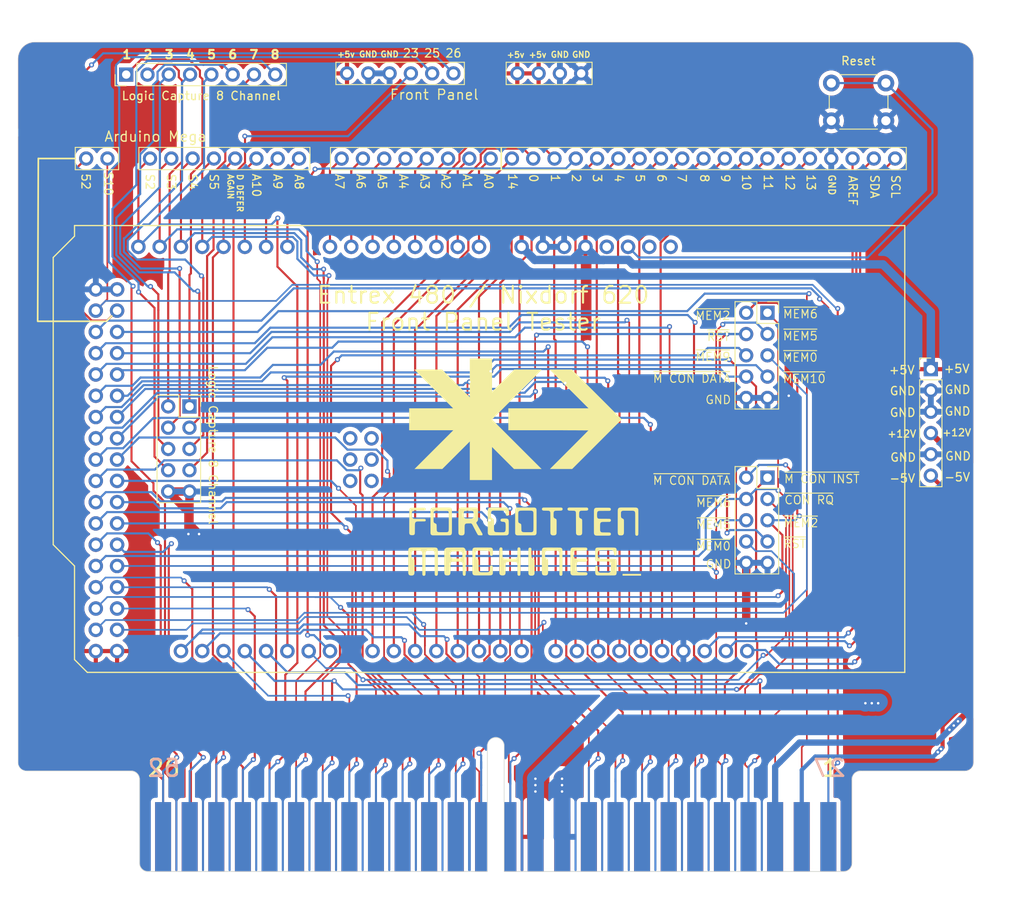
<source format=kicad_pcb>
(kicad_pcb (version 20221018) (generator pcbnew)
  (layers (0 "F.Cu" signal) (31 "B.Cu" signal) (34 "B.Paste" user) (35 "F.Paste" user) (36 "B.SilkS" user "B.Silkscreen") (37 "F.SilkS" user "F.Silkscreen") (38 "B.Mask" user) (39 "F.Mask" user) (44 "Edge.Cuts" user))
  (net 0 "")
  (net 1 "Logic1")
  (net 2 "Logic2")
  (net 3 "Logic3")
  (net 4 "Logic4")
  (net 5 "Logic5")
  (net 6 "Logic6")
  (net 7 "+5V")
  (net 8 "GND")
  (net 9 "Logic7")
  (net 10 "Logic8")
  (net 11 "Net-(J3-Pin_1)")
  (net 12 "SCL")
  (net 13 "SDA")
  (net 14 "AREF")
  (net 15 "D13")
  (net 16 "D12")
  (net 17 "D11")
  (net 18 "D10")
  (net 19 "D9")
  (net 20 "D8")
  (net 21 "D7")
  (net 22 "D6")
  (net 23 "D5")
  (net 24 "D4")
  (net 25 "D3")
  (net 26 "Net-(J3-Pin_2)")
  (net 27 "Net-(J3-Pin_3)")
  (net 28 "D DEFER AGAIN")
  (net 29 "S5")
  (net 30 "S4")
  (net 31 "S3")
  (net 32 "S2")
  (net 33 "Net-(J4-Pin_1)")
  (net 34 "Net-(J4-Pin_2)")
  (net 35 "Net-(J4-Pin_3)")
  (net 36 "52")
  (net 37 "Net-(J4-Pin_4)")
  (net 38 "~{RST}")
  (net 39 "~{CON RQ}")
  (net 40 "~{CON INST}")
  (net 41 "~{CON DATA}")
  (net 42 "Net-(J4-Pin_5)")
  (net 43 "Net-(J4-Pin_6)")
  (net 44 "Net-(J4-Pin_7)")
  (net 45 "Net-(J4-Pin_8)")
  (net 46 "Net-(J10-Pin_26)")
  (net 47 "Net-(J10-Pin_25)")
  (net 48 "Net-(J10-Pin_23)")
  (net 49 "S10")
  (net 50 "Net-(J8-Pin_1)")
  (net 51 "Net-(J8-Pin_2)")
  (net 52 "Net-(J8-Pin_3)")
  (net 53 "Net-(J8-Pin_4)")
  (net 54 "~{MEM6}")
  (net 55 "~{MEM2}")
  (net 56 "~{MEM5}")
  (net 57 "~{MEM0}")
  (net 58 "~{MEM9}")
  (net 59 "~{MEM10}")
  (net 60 "~{M CON DATA}")
  (net 61 "~{NORMAL}")
  (net 62 "SWITCHOVER POWER")
  (net 63 "DISK CS")
  (net 64 "TAPE CS")
  (net 65 "~{DISK RDY}")
  (net 66 "~{MBO0}")
  (net 67 "~{MEM11}")
  (net 68 "~{DCHP OUT}")
  (net 69 "~{MEM15}")
  (net 70 "~{MEM13}")
  (net 71 "~{MEM3}")
  (net 72 "~{MEM4}")
  (net 73 "-5V")
  (net 74 "+V LAMP")
  (net 75 "~{POWER FAIL}")
  (net 76 "EXT CS")
  (net 77 "~{RUN}")
  (net 78 "~{MA LOAD}")
  (net 79 "~{DEFER}")
  (net 80 "~{SCNR BUSY}")
  (net 81 "~{MEM12}")
  (net 82 "~{64K}")
  (net 83 "64K")
  (net 84 "~{MEM14}")
  (net 85 "~{M CON INST}")
  (net 86 "~{MEM1}")
  (net 87 "~{MEM7}")
  (net 88 "Net-(XA1-RESET)")
  (net 97 "Net-(J7-Pin_1)")
  (footprint "port_nova:PinHeader_1x08_P2.54mm_Vertical" (layer "F.Cu") (at 100.956 55.256 -90)
    (fp_text reference "J4" hide)
    (fp_text value "Conn_01x08" hide)
  )
  (footprint "port_nova:PinHeader_1x08_P2.54mm_Vertical" (layer "F.Cu") (at 78.096 55.246 -90)
    (fp_text reference "J3" hide)
    (fp_text value "Conn_01x08" hide)
  )
  (footprint "port_nova:PinHeader_1x06_P2.54mm_Vertical" (layer "F.Cu") (at 96.52 45.085 -90)
    (fp_text reference "J5" hide)
    (fp_text value "Conn_01x06" hide)
  )
  (footprint "port_nova:PinHeader_1x04_P2.54mm_Vertical" (layer "F.Cu") (at 111.76 45.085 -90)
    (fp_text reference "J6" hide)
    (fp_text value "Conn_01x04" hide)
  )
  (footprint "Button_Switch_THT:SW_PUSH_6mm" (layer "F.Cu") (at 148.108 50.736 180)
    (fp_text reference "SW1" hide)
    (fp_text value "Reset")
  )
  (footprint "port_nova:PinHeader_1x02_P2.54mm_Vertical" (layer "F.Cu") (at 52.7 55.246 90)
    (fp_text reference "J7" hide)
    (fp_text value "Conn_01x02" hide)
  )
  (footprint "port_nova:PinHeader_1x19_P2.54mm_Vertical" (layer "F.Cu") (at 103.496 55.246 90)
    (fp_text reference "J8" hide)
    (fp_text value "Conn_01x19" hide)
  )
  (footprint "port_nova:logoFullN" (layer "F.Cu") (at 103.886 86.36)
    (fp_text reference "G***" hide)
    (fp_text value "LOGO" hide)
  )
  (footprint "Arduino:Arduino_Mega2560_Shield" (layer "F.Cu") (at 150.368 63.246 180)
    (fp_text reference "XA1" hide)
    (fp_text value "Arduino_Mega2560_Shield" hide)
  )
  (footprint "Connector_PinHeader_2.54mm:PinHeader_1x06_P2.54mm_Vertical" (layer "F.Cu") (at 153.475 80.395)
    (fp_text reference "J2" hide)
    (fp_text value "Conn_01x04" hide)
  )
  (footprint "Connector_PinHeader_2.54mm:PinHeader_1x08_P2.54mm_Vertical" (layer "F.Cu") (at 57.475 45.225 90)
    (fp_text reference "J1" hide)
    (fp_text value "Logic 8 CH" hide)
  )
  (footprint "Forgotten Machines:PinHeader_2x05_P2.54mm_Vertical - Backside" (layer "F.Cu") (at 65.024 84.836)
    (fp_text reference "J12" hide)
    (fp_text value "Logic 8 CH" hide)
  )
  (footprint "Forgotten Machines:PinHeader_2x05_P2.54mm_Vertical - Backside" (layer "F.Cu") (at 133.985 73.66)
    (fp_text reference "J9" hide)
    (fp_text value "Logic 8 CH" hide)
  )
  (footprint "Forgotten Machines:PinHeader_2x05_P2.54mm_Vertical - Backside" (layer "F.Cu") (at 133.99 93.345)
    (fp_text reference "J11" hide)
    (fp_text value "Logic 8 CH" hide)
  )
  (footprint "Forgotten Machines:DG Nova Front Panel Card Edge" (layer "B.Cu") (at 101.77 137.95 90)
    (fp_text reference "J10" hide)
    (fp_text value "Conn_02x26_Top_Bottom" hide)
    (fp_line (start -2.42 -41.705) (end -2.42 -1.205) (stroke (width 0.05)) (layer "Edge.Cuts"))
    (fp_line (start -2.42 -1.205) (end 12.58 -1.205) (stroke (width 0.05)) (layer "Edge.Cuts"))
    (fp_line (start -2.42 0.795) (end 12.58 0.795) (stroke (width 0.05)) (layer "Edge.Cuts"))
    (fp_line (start -2.42 41.295) (end -2.42 0.795) (stroke (width 0.05)) (layer "Edge.Cuts"))
    (fp_line (start -1.42 -42.705) (end 8.58 -42.705) (stroke (width 0.05)) (layer "Edge.Cuts"))
    (fp_line (start -1.42 42.295) (end 8.58 42.295) (stroke (width 0.05)) (layer "Edge.Cuts"))
    (fp_line (start 9.58 -43.705) (end 9.58 -56.205) (stroke (width 0.05)) (layer "Edge.Cuts"))
    (fp_line (start 9.58 43.295) (end 9.58 55.795) (stroke (width 0.05)) (layer "Edge.Cuts"))
    (fp_arc (start -2.42 -41.705) (mid -2.127109 -42.412109) (end -1.42 -42.705) (stroke (width 0.05)) (layer "Edge.Cuts"))
    (fp_arc (start -1.42 42.295) (mid -2.127102 42.002102) (end -2.42 41.295) (stroke (width 0.05)) (layer "Edge.Cuts"))
    (fp_arc (start 8.58 42.295) (mid 9.287113 42.587887) (end 9.58 43.295) (stroke (width 0.05)) (layer "Edge.Cuts"))
    (fp_arc (start 9.58 -43.705) (mid 9.287107 -42.997893) (end 8.58 -42.705) (stroke (width 0.05)) (layer "Edge.Cuts"))
    (fp_arc (start 12.58 -1.205) (mid 13.58 -0.205) (end 12.58 0.795) (stroke (width 0.05)) (layer "Edge.Cuts"))
  )
  (gr_line (start 51.4 55.246) (end 46.99 55.245) (stroke (width 0.2)) (layer "F.SilkS"))
  (gr_poly (pts (xy 98.353291 96.903301) (xy 98.959745 96.90609) (xy 99.244441 96.910459) (xy 99.249356 96.911796) (xy 99.254365 96.913328) (xy 99.259479 96.915062) (xy 99.264708 96.917002) (xy 99.270061 96.919152) (xy 99.27555 96.921519) (xy 99.281184 96.924107) (xy 99.286973 96.926921) (xy 99.292928 96.929966) (xy 99.299058 96.933247) (xy 99.305373 96.93677) (xy 99.311885 96.940538) (xy 99.325535 96.948835) (xy 99.340089 96.958177) (xy 99.350098 96.965001) (xy 99.359584 96.971985) (xy 99.368564 96.979149) (xy 99.377053 96.986512) (xy 99.385066 96.994095) (xy 99.392618 97.001919) (xy 99.399726 97.010003) (xy 99.406404 97.018368) (xy 99.412667 97.027035) (xy 99.418532 97.036023) (xy 99.424014 97.045352) (xy 99.429128 97.055044) (xy 99.433889 97.065118) (xy 99.438313 97.075595) (xy 99.442416 97.086495) (xy 99.446212 97.097838) (xy 99.447572 97.102567) (xy 99.44819 97.1052) (xy 99.448769 97.108155) (xy 99.449309 97.111539) (xy 99.449813 97.115457) (xy 99.45028 97.120016) (xy 99.450714 97.125323) (xy 99.451484 97.138606) (xy 99.452132 97.156158) (xy 99.452669 97.178832) (xy 99.453106 97.20748) (xy 99.453452 97.242954) (xy 99.453718 97.286107) (xy 99.454052 97.398858) (xy 99.454192 97.552551) (xy 99.45422 97.754005) (xy 99.45422 98.384772) (xy 99.442684 98.420041) (xy 99.440095 98.427616) (xy 99.437224 98.435377) (xy 99.434093 98.443287) (xy 99.430718 98.451311) (xy 99.423319 98.46755) (xy 99.415181 98.483801) (xy 99.406456 98.499771) (xy 99.3973 98.515167) (xy 99.392607 98.522557) (xy 99.387864 98.529694) (xy 99.38309 98.53654) (xy 99.378304 98.54306) (xy 99.352873 98.576926) (xy 99.350469 98.579932) (xy 99.34677 98.584258) (xy 99.341962 98.589701) (xy 99.33623 98.596056) (xy 99.329757 98.603121) (xy 99.32273 98.610693) (xy 99.315334 98.618566) (xy 99.307752 98.626539) (xy 99.299333 98.635431) (xy 99.291768 98.643642) (xy 99.285014 98.651253) (xy 99.279029 98.658343) (xy 99.273769 98.664992) (xy 99.269194 98.671281) (xy 99.265259 98.677289) (xy 99.261924 98.683096) (xy 99.259144 98.688782) (xy 99.256878 98.694427) (xy 99.255083 98.70011) (xy 99.253716 98.705912) (xy 99.252736 98.711913) (xy 99.252099 98.718192) (xy 99.251763 98.724829) (xy 99.251685 98.731904) (xy 99.251766 98.738383) (xy 99.251987 98.744353) (xy 99.252429 98.750002) (xy 99.252758 98.752766) (xy 99.253173 98.755521) (xy 99.253683 98.758291) (xy 99.254298 98.761098) (xy 99.25503 98.763968) (xy 99.255887 98.766923) (xy 99.256881 98.769987) (xy 99.25802 98.773183) (xy 99.259316 98.776536) (xy 99.260777 98.780069) (xy 99.26424 98.78777) (xy 99.268488 98.796474) (xy 99.273603 98.806371) (xy 99.279665 98.81765) (xy 99.286755 98.8305) (xy 99.294954 98.845109) (xy 99.315 98.880364) (xy 99.367436 98.972222) (xy 99.379513 98.992893) (xy 99.399627 99.026962) (xy 99.418925 99.05986) (xy 99.427566 99.074956) (xy 99.436321 99.090567) (xy 99.45653 99.127571) (xy 99.484266 99.179359) (xy 99.497097 99.203144) (xy 99.509172 99.225041) (xy 99.519133 99.242617) (xy 99.522898 99.249025) (xy 99.525625 99.253442) (xy 99.528561 99.258144) (xy 99.532923 99.26537) (xy 99.545082 99.285949) (xy 99.560409 99.312291) (xy 99.577212 99.341504) (xy 99.625732 99.426171) (xy 99.64776 99.46427) (xy 99.693194 99.542588) (xy 99.896934 99.89494) (xy 99.916515 99.928981) (xy 99.942321 99.97357) (xy 99.948545 99.984483) (xy 99.954176 99.994784) (xy 99.959239 100.004568) (xy 99.963761 100.013929) (xy 99.967769 100.022963) (xy 99.971289 100.031764) (xy 99.974348 100.040427) (xy 99.976972 100.049048) (xy 99.979189 100.057719) (xy 99.981023 100.066537) (xy 99.982503 100.075596) (xy 99.983654 100.084992) (xy 99.984503 100.094818) (xy 99.985076 100.105169) (xy 99.985401 100.116141) (xy 99.985504 100.127829) (xy 99.985393 100.13657) (xy 99.985053 100.144734) (xy 99.984467 100.152355) (xy 99.983623 100.159469) (xy 99.982505 100.166108) (xy 99.9811 100.172308) (xy 99.979392 100.178104) (xy 99.977368 100.183529) (xy 99.975013 100.188619) (xy 99.972312 100.193407) (xy 99.969253 100.197929) (xy 99.965819 100.202219) (xy 99.961996 100.206311) (xy 99.957771 100.21024) (xy 99.953129 100.214041) (xy 99.948055 100.217747) (xy 99.929657 100.230504) (xy 99.756921 100.230004) (xy 99.650451 100.229212) (xy 99.613415 100.228252) (xy 99.584058 100.226687) (xy 99.560039 100.224347) (xy 99.53902 100.221061) (xy 99.518659 100.216657) (xy 99.496616 100.210965) (xy 99.486919 100.208264) (xy 99.478185 100.205614) (xy 99.470301 100.202908) (xy 99.463157 100.200043) (xy 99.459827 100.198517) (xy 99.45664 100.196912) (xy 99.453581 100.195214) (xy 99.450638 100.19341) (xy 99.447795 100.191488) (xy 99.445039 100.189433) (xy 99.442356 100.187233) (xy 99.439732 100.184875) (xy 99.437153 100.182346) (xy 99.434604 100.179631) (xy 99.432073 100.17672) (xy 99.429544 100.173597) (xy 99.424439 100.166666) (xy 99.419179 100.158734) (xy 99.413649 100.149696) (xy 99.40774 100.139446) (xy 99.401339 100.127879) (xy 99.394334 100.114891) (xy 99.387066 100.101485) (xy 99.379628 100.088106) (xy 99.372228 100.075107) (xy 99.365078 100.062845) (xy 99.358388 100.051675) (xy 99.352366 100.041953) (xy 99.347222 100.034033) (xy 99.343168 100.02827) (xy 99.336507 100.01919) (xy 99.333307 100.014607) (xy 99.33012 100.009865) (xy 99.32689 100.004868) (xy 99.323562 99.999519) (xy 99.32008 99.993721) (xy 99.316389 99.987378) (xy 99.308155 99.972667) (xy 99.298416 99.95461) (xy 99.286728 99.932433) (xy 99.272645 99.90536) (xy 99.248645 99.859371) (xy 99.230381 99.824927) (xy 99.210701 99.787753) (xy 99.183294 99.735203) (xy 99.159159 99.689112) (xy 99.151122 99.674124) (xy 99.147344 99.667469) (xy 99.14606 99.665322) (xy 99.143562 99.660814) (xy 99.135515 99.645826) (xy 99.124384 99.624726) (xy 99.11135 99.599736) (xy 99.076617 99.533749) (xy 99.039382 99.46427) (xy 99.020631 99.429312) (xy 98.998418 99.387329) (xy 98.975519 99.3436) (xy 98.954714 99.303403) (xy 98.91783 99.231913) (xy 98.89326 99.18487) (xy 98.848356 99.099618) (xy 98.813523 99.032469) (xy 98.807716 99.021345) (xy 98.799848 99.007048) (xy 98.790496 98.990561) (xy 98.780236 98.972868) (xy 98.759293 98.937798) (xy 98.749763 98.922386) (xy 98.741628 98.909703) (xy 98.734312 98.898842) (xy 98.727213 98.888811) (xy 98.720275 98.879564) (xy 98.713443 98.871056) (xy 98.706664 98.863242) (xy 98.69988 98.856079) (xy 98.693039 98.849521) (xy 98.686084 98.843522) (xy 98.678961 98.838039) (xy 98.671615 98.833027) (xy 98.663991 98.828441) (xy 98.656034 98.824235) (xy 98.64769 98.820366) (xy 98.638902 98.816788) (xy 98.629616 98.813456) (xy 98.619778 98.810327) (xy 98.614613 98.808806) (xy 98.609753 98.807471) (xy 98.605 98.806314) (xy 98.600158 98.805326) (xy 98.595028 98.8045) (xy 98.589413 98.803826) (xy 98.583116 98.803295) (xy 98.575939 98.8029) (xy 98.567685 98.802632) (xy 98.558155 98.802483) (xy 98.547153 98.802444) (xy 98.534481 98.802506) (xy 98.503338 98.802901) (xy 98.463144 98.8036) (xy 98.246942 98.80805) (xy 98.175911 98.810293) (xy 98.123524 98.812952) (xy 98.085225 98.81633) (xy 98.056462 98.82073) (xy 98.032681 98.826456) (xy 98.009329 98.83381) (xy 98.00433 98.835625) (xy 97.999101 98.837787) (xy 97.993686 98.840265) (xy 97.98813 98.84303) (xy 97.982479 98.846052) (xy 97.976776 98.849303) (xy 97.971068 98.852751) (xy 97.965399 98.856369) (xy 97.959815 98.860126) (xy 97.95436 98.863993) (xy 97.94908 98.86794) (xy 97.944019 98.871938) (xy 97.939223 98.875958) (xy 97.934737 98.879969) (xy 97.930605 98.883942) (xy 97.926873 98.887847) (xy 97.921415 98.894011) (xy 97.916348 98.900111) (xy 97.911637 98.906229) (xy 97.907245 98.912444) (xy 97.903138 98.918837) (xy 97.899278 98.92549) (xy 97.895632 98.932483) (xy 97.892161 98.939895) (xy 97.888832 98.947809) (xy 97.885608 98.956304) (xy 97.882453 98.965462) (xy 97.879332 98.975362) (xy 97.876209 98.986085) (xy 97.873048 98.997713) (xy 97.869813 99.010326) (xy 97.866468 99.024003) (xy 97.864725 99.033197) (xy 97.863106 99.045764) (xy 97.860233 99.081422) (xy 97.857831 99.131788) (xy 97.855881 99.197672) (xy 97.854364 99.279883) (xy 97.85326 99.379231) (xy 97.852552 99.496527) (xy 97.852219 99.632579) (xy 97.851919 99.936356) (xy 97.841841 99.979712) (xy 97.837691 99.997883) (xy 97.833839 100.015307) (xy 97.830717 100.030007) (xy 97.828753 100.040003) (xy 97.828344 100.041933) (xy 97.827746 100.044211) (xy 97.82697 100.046809) (xy 97.826028 100.049698) (xy 97.823693 100.056231) (xy 97.820834 100.063578) (xy 97.817544 100.071509) (xy 97.813917 100.079791) (xy 97.810045 100.088192) (xy 97.806022 100.096482) (xy 97.79798 100.111636) (xy 97.789471 100.125734) (xy 97.785025 100.132397) (xy 97.780443 100.138808) (xy 97.775716 100.144972) (xy 97.77084 100.150892) (xy 97.765808 100.156573) (xy 97.760612 100.162019) (xy 97.755246 100.167234) (xy 97.749704 100.172222) (xy 97.743979 100.176988) (xy 97.738064 100.181535) (xy 97.731952 100.185868) (xy 97.725638 100.189991) (xy 97.719113 100.193908) (xy 97.712373 100.197623) (xy 97.705409 100.20114) (xy 97.698216 100.204464) (xy 97.690786 100.207599) (xy 97.683114 100.210548) (xy 97.675192 100.213317) (xy 97.667014 100.215908) (xy 97.649862 100.220578) (xy 97.631606 100.224589) (xy 97.612193 100.227977) (xy 97.591569 100.230773) (xy 97.567497 100.233137) (xy 97.541558 100.234807) (xy 97.514382 100.235784) (xy 97.4866 100.23607) (xy 97.458842 100.235666) (xy 97.431739 100.234572) (xy 97.405921 100.232791) (xy 97.382019 100.230323) (xy 97.382019 100.230325) (xy 97.382019 100.230327) (xy 97.382018 100.230329) (xy 97.382018 100.230331) (xy 97.382018 100.230334) (xy 97.382018 100.230338) (xy 97.351303 100.225683) (xy 97.32264 100.219528) (xy 97.309064 100.215872) (xy 97.295984 100.211823) (xy 97.283394 100.207376) (xy 97.271288 100.202523) (xy 97.259661 100.197259) (xy 97.248507 100.191578) (xy 97.237821 100.185475) (xy 97.227596 100.178943) (xy 97.217827 100.171976) (xy 97.208508 100.164568) (xy 97.199633 100.156714) (xy 97.191198 100.148407) (xy 97.183195 100.139642) (xy 97.175619 100.130412) (xy 97.168465 100.120712) (xy 97.161727 100.110535) (xy 97.155398 100.099876) (xy 97.149475 100.088729) (xy 97.143949 100.077088) (xy 97.138817 100.064947) (xy 97.134072 100.0523) (xy 97.129708 100.03914) (xy 97.122102 100.011262) (xy 97.115953 99.981264) (xy 97.111216 99.949099) (xy 97.106713 98.610104) (xy 97.109388 97.773108) (xy 97.733549 97.773108) (xy 97.733826 97.798142) (xy 97.734636 97.824743) (xy 97.73786 97.891589) (xy 97.739286 97.916555) (xy 97.740723 97.937678) (xy 97.742273 97.95577) (xy 97.74404 97.971641) (xy 97.746127 97.986106) (xy 97.748637 97.999974) (xy 97.751673 98.014059) (xy 97.755339 98.029172) (xy 97.760401 98.04853) (xy 97.765131 98.064899) (xy 97.767458 98.07216) (xy 97.769807 98.078913) (xy 97.772212 98.085235) (xy 97.774708 98.091206) (xy 97.777329 98.096905) (xy 97.78011 98.102412) (xy 97.783087 98.107806) (xy 97.786293 98.113165) (xy 97.789764 98.11857) (xy 97.793534 98.124099) (xy 97.80211 98.135848) (xy 97.808111 98.143491) (xy 97.814193 98.150591) (xy 97.820428 98.157189) (xy 97.826892 98.163323) (xy 97.830233 98.166229) (xy 97.833659 98.169035) (xy 97.837178 98.171745) (xy 97.840802 98.174364) (xy 97.844538 98.176897) (xy 97.848396 98.17935) (xy 97.852385 98.181728) (xy 97.856515 98.184034) (xy 97.865234 98.188456) (xy 97.874625 98.192656) (xy 97.884765 98.196673) (xy 97.895726 98.200549) (xy 97.907582 98.204322) (xy 97.920409 98.208034) (xy 97.93428 98.211724) (xy 97.949269 98.215433) (xy 97.956412 98.21712) (xy 97.963205 98.218598) (xy 97.970186 98.219882) (xy 97.977889 98.220987) (xy 97.986851 98.221927) (xy 97.997608 98.222717) (xy 98.010695 98.22337) (xy 98.026649 98.223903) (xy 98.046006 98.224328) (xy 98.069302 98.224662) (xy 98.097072 98.224918) (xy 98.129853 98.225111) (xy 98.212591 98.225365) (xy 98.321803 98.225542) (xy 98.493377 98.225546) (xy 98.599074 98.224759) (xy 98.657153 98.222886) (xy 98.674041 98.221448) (xy 98.68587 98.219627) (xy 98.685885 98.219627) (xy 98.719884 98.212507) (xy 98.747911 98.205897) (xy 98.759994 98.202657) (xy 98.770954 98.199393) (xy 98.780914 98.196056) (xy 98.789999 98.192594) (xy 98.798331 98.188958) (xy 98.806034 98.185097) (xy 98.813231 98.180961) (xy 98.820046 98.1765) (xy 98.826602 98.171663) (xy 98.833023 98.1664) (xy 98.839431 98.160661) (xy 98.845951 98.154396) (xy 98.854071 98.145958) (xy 98.861619 98.13724) (xy 98.868626 98.128152) (xy 98.875126 98.118606) (xy 98.881149 98.108513) (xy 98.886728 98.097784) (xy 98.891896 98.086331) (xy 98.896685 98.074066) (xy 98.901126 98.060899) (xy 98.905252 98.046742) (xy 98.909096 98.031506) (xy 98.912688 98.015102) (xy 98.916063 97.997442) (xy 98.91925 97.978438) (xy 98.922284 97.958) (xy 98.925195 97.936039) (xy 98.929086 97.891423) (xy 98.93128 97.836305) (xy 98.931883 97.774902) (xy 98.931003 97.711429) (xy 98.928744 97.650104) (xy 98.925212 97.595142) (xy 98.920515 97.550759) (xy 98.917762 97.533853) (xy 98.914758 97.521173) (xy 98.913936 97.518221) (xy 98.913066 97.514692) (xy 98.912172 97.510719) (xy 98.911282 97.506435) (xy 98.910422 97.501972) (xy 98.909619 97.497463) (xy 98.908899 97.49304) (xy 98.908289 97.488836) (xy 98.907488 97.484011) (xy 98.906321 97.478575) (xy 98.904822 97.472618) (xy 98.903024 97.46623) (xy 98.898671 97.452529) (xy 98.893536 97.438197) (xy 98.887893 97.42396) (xy 98.882016 97.410545) (xy 98.879075 97.404373) (xy 98.876179 97.398679) (xy 98.873361 97.393553) (xy 98.870656 97.389086) (xy 98.86624 97.38259) (xy 98.861409 97.376195) (xy 98.856187 97.369921) (xy 98.850597 97.363783) (xy 98.844664 97.357802) (xy 98.838411 97.351994) (xy 98.831862 97.346378) (xy 98.825039 97.340972) (xy 98.817967 97.335793) (xy 98.810669 97.33086) (xy 98.80317 97.326191) (xy 98.795492 97.321803) (xy 98.787658 97.317715) (xy 98.779694 97.313944) (xy 98.771622 97.310509) (xy 98.763466 97.307428) (xy 98.752048 97.303616) (xy 98.740261 97.300224) (xy 98.727662 97.297231) (xy 98.713807 97.294616) (xy 98.698252 97.292359) (xy 98.680552 97.290438) (xy 98.660265 97.288833) (xy 98.636945 97.287523) (xy 98.610149 97.286488) (xy 98.579433 97.285706) (xy 98.544353 97.285156) (xy 98.504465 97.284819) (xy 98.408489 97.284697) (xy 98.287952 97.285174) (xy 98.092721 97.286963) (xy 98.026959 97.288582) (xy 97.977666 97.291015) (xy 97.941265 97.294508) (xy 97.91418 97.299309) (xy 97.892837 97.305665) (xy 97.873658 97.313823) (xy 97.869612 97.315789) (xy 97.865684 97.317796) (xy 97.861866 97.319852) (xy 97.858148 97.321961) (xy 97.854522 97.324132) (xy 97.850979 97.326369) (xy 97.84751 97.32868) (xy 97.844107 97.33107) (xy 97.84076 97.333546) (xy 97.837461 97.336115) (xy 97.834201 97.338783) (xy 97.830971 97.341555) (xy 97.827763 97.344439) (xy 97.824568 97.347441) (xy 97.821376 97.350566) (xy 97.818179 97.353823) (xy 97.808755 97.364241) (xy 97.800041 97.375238) (xy 97.792012 97.386911) (xy 97.78464 97.399356) (xy 97.777899 97.412669) (xy 97.771763 97.426947) (xy 97.766204 97.442285) (xy 97.761196 97.45878) (xy 97.756712 97.476528) (xy 97.752725 97.495625) (xy 97.74921 97.516168) (xy 97.746138 97.538254) (xy 97.743484 97.561977) (xy 97.741221 97.587435) (xy 97.739322 97.614723) (xy 97.73776 97.643939) (xy 97.734593 97.718801) (xy 97.733805 97.747406) (xy 97.733549 97.773108) (xy 97.109388 97.773108) (xy 97.111066 97.24791) (xy 97.113781 97.216189) (xy 97.117036 97.18723) (xy 97.120891 97.160742) (xy 97.125406 97.136435) (xy 97.130643 97.114019) (xy 97.13355 97.103429) (xy 97.136661 97.093204) (xy 97.139982 97.083306) (xy 97.143522 97.073699) (xy 97.147287 97.064348) (xy 97.151285 97.055215) (xy 97.155464 97.046397) (xy 97.159819 97.037909) (xy 97.164363 97.029746) (xy 97.169106 97.0219) (xy 97.174061 97.014365) (xy 97.17924 97.007136) (xy 97.184653 97.000205) (xy 97.190314 96.993567) (xy 97.196233 96.987216) (xy 97.202422 96.981144) (xy 97.208893 96.975347) (xy 97.215657 96.969816) (xy 97.222728 96.964548) (xy 97.230115 96.959534) (xy 97.237831 96.954768) (xy 97.245888 96.950246) (xy 97.254297 96.945959) (xy 97.26307 96.941902) (xy 97.272219 96.938069) (xy 97.281756 96.934454) (xy 97.291691 96.931049) (xy 97.302038 96.927849) (xy 97.312807 96.924848) (xy 97.324011 96.922038) (xy 97.335661 96.919415) (xy 97.347769 96.916972) (xy 97.373405 96.912599) (xy 97.401013 96.90887) (xy 97.430687 96.905734) (xy 97.738973 96.902909)) (fill solid) (layer "F.SilkS"))
  (gr_poly (pts (xy 112.456915 96.917289) (xy 112.470285 96.921152) (xy 112.482697 96.925084) (xy 112.4942 96.929119) (xy 112.504841 96.933291) (xy 112.514671 96.937636) (xy 112.523736 96.942186) (xy 112.532085 96.946977) (xy 112.539768 96.952042) (xy 112.546832 96.957417) (xy 112.553327 96.963135) (xy 112.559299 96.969231) (xy 112.564799 96.975739) (xy 112.569874 96.982693) (xy 112.574573 96.990128) (xy 112.578945 96.998079) (xy 112.583038 97.006578) (xy 112.584587 97.010105) (xy 112.585997 97.013535) (xy 112.587275 97.016914) (xy 112.58843 97.020287) (xy 112.589469 97.023701) (xy 112.590402 97.0272) (xy 112.591236 97.030832) (xy 112.591979 97.034641) (xy 112.592639 97.038673) (xy 112.593225 97.042974) (xy 112.593745 97.047591) (xy 112.594208 97.052567) (xy 112.59462 97.05795) (xy 112.594991 97.063785) (xy 112.595641 97.076994) (xy 112.596028 97.09325) (xy 112.595775 97.108699) (xy 112.594881 97.123351) (xy 112.593341 97.137213) (xy 112.591152 97.150294) (xy 112.588309 97.162604) (xy 112.584809 97.17415) (xy 112.580649 97.18494) (xy 112.575824 97.194985) (xy 112.570332 97.204292) (xy 112.564167 97.212869) (xy 112.557327 97.220726) (xy 112.549808 97.227871) (xy 112.541607 97.234312) (xy 112.532718 97.240058) (xy 112.523139 97.245118) (xy 112.513965 97.249422) (xy 112.50603 97.252979) (xy 112.498881 97.255947) (xy 112.49546 97.257261) (xy 112.492064 97.258486) (xy 112.488638 97.259645) (xy 112.485125 97.260755) (xy 112.477609 97.262912) (xy 112.469062 97.265115) (xy 112.459031 97.267524) (xy 112.448527 97.269894) (xy 112.438056 97.272013) (xy 112.427216 97.2739) (xy 112.415605 97.275575) (xy 112.402819 97.277057) (xy 112.388456 97.278365) (xy 112.372115 97.279519) (xy 112.353392 97.280537) (xy 112.331884 97.281438) (xy 112.30719 97.282243) (xy 112.246632 97.283638) (xy 112.168496 97.284875) (xy 112.069564 97.286109) (xy 111.889732 97.288719) (xy 111.827514 97.290244) (xy 111.780275 97.292094) (xy 111.745397 97.294401) (xy 111.720266 97.297296) (xy 111.702265 97.300912) (xy 111.688778 97.305383) (xy 111.66695 97.314624) (xy 111.657237 97.319022) (xy 111.64825 97.323323) (xy 111.639933 97.327563) (xy 111.63223 97.331781) (xy 111.625086 97.336014) (xy 111.618444 97.3403) (xy 111.61225 97.344676) (xy 111.606446 97.349181) (xy 111.600978 97.353851) (xy 111.595788 97.358725) (xy 111.590823 97.363841) (xy 111.586025 97.369235) (xy 111.581339 97.374946) (xy 111.576708 97.381011) (xy 111.573253 97.385766) (xy 111.570067 97.390334) (xy 111.567123 97.394773) (xy 111.564395 97.399144) (xy 111.561857 97.403508) (xy 111.559484 97.407924) (xy 111.55725 97.412453) (xy 111.555127 97.417156) (xy 111.553091 97.422092) (xy 111.551115 97.427321) (xy 111.549174 97.432904) (xy 111.547241 97.438902) (xy 111.54529 97.445374) (xy 111.543295 97.45238) (xy 111.539071 97.468238) (xy 111.532932 97.49287) (xy 111.530424 97.504057) (xy 111.528258 97.515031) (xy 111.526407 97.526195) (xy 111.524846 97.537955) (xy 111.523549 97.550715) (xy 111.522491 97.564879) (xy 111.521647 97.580852) (xy 111.52099 97.599038) (xy 111.520495 97.619841) (xy 111.520137 97.643666) (xy 111.519729 97.701999) (xy 111.519561 97.777272) (xy 111.519565 97.901869) (xy 111.519891 97.942024) (xy 111.520568 97.971128) (xy 111.521697 97.991962) (xy 111.523381 98.007312) (xy 111.525721 98.019959) (xy 111.528817 98.032688) (xy 111.531347 98.042243) (xy 111.533928 98.051282) (xy 111.53658 98.059843) (xy 111.539321 98.067962) (xy 111.542171 98.075675) (xy 111.545148 98.08302) (xy 111.548272 98.090034) (xy 111.551561 98.096753) (xy 111.555033 98.103214) (xy 111.558709 98.109454) (xy 111.562606 98.11551) (xy 111.566745 98.121419) (xy 111.571143 98.127217) (xy 111.575819 98.132942) (xy 111.580793 98.13863) (xy 111.586083 98.144318) (xy 111.591582 98.149896) (xy 111.59723 98.15528) (xy 111.603063 98.160494) (xy 111.60912 98.165561) (xy 111.615436 98.170504) (xy 111.622051 98.175347) (xy 111.629001 98.180113) (xy 111.636323 98.184825) (xy 111.644055 98.189507) (xy 111.652235 98.194181) (xy 111.660899 98.198872) (xy 111.670084 98.203602) (xy 111.679829 98.208395) (xy 111.690171 98.213274) (xy 111.701147 98.218263) (xy 111.712794 98.223384) (xy 111.735761 98.233604) (xy 111.756428 98.243443) (xy 111.774923 98.253071) (xy 111.791378 98.262656) (xy 111.805924 98.272365) (xy 111.812521 98.27732) (xy 111.818689 98.282368) (xy 111.824446 98.287532) (xy 111.829806 98.292833) (xy 111.834786 98.298291) (xy 111.839403 98.303928) (xy 111.843673 98.309764) (xy 111.847612 98.31582) (xy 111.851237 98.322119) (xy 111.854563 98.32868) (xy 111.857608 98.335524) (xy 111.860386 98.342674) (xy 111.862916 98.350149) (xy 111.865212 98.357971) (xy 111.86917 98.374739) (xy 111.872392 98.393147) (xy 111.875007 98.413363) (xy 111.877146 98.435555) (xy 111.880168 98.69213) (xy 111.881081 99.197651) (xy 111.879939 99.702565) (xy 111.876797 99.957321) (xy 111.875525 99.970012) (xy 111.873982 99.98237) (xy 111.872163 99.99441) (xy 111.870064 100.006147) (xy 111.86768 100.017596) (xy 111.865005 100.028773) (xy 111.862035 100.039693) (xy 111.858764 100.05037) (xy 111.855189 100.060821) (xy 111.851304 100.071059) (xy 111.847103 100.081101) (xy 111.842583 100.090961) (xy 111.837738 100.100655) (xy 111.832564 100.110197) (xy 111.827055 100.119603) (xy 111.821206 100.128888) (xy 111.818096 100.133428) (xy 111.814719 100.137925) (xy 111.811085 100.142374) (xy 111.807202 100.146771) (xy 111.798728 100.155386) (xy 111.789365 100.163734) (xy 111.779185 100.171777) (xy 111.768259 100.179476) (xy 111.756657 100.186794) (xy 111.744451 100.193693) (xy 111.731711 100.200136) (xy 111.718507 100.206083) (xy 111.704911 100.211499) (xy 111.690993 100.216344) (xy 111.676824 100.22058) (xy 111.662475 100.224171) (xy 111.648016 100.227078) (xy 111.633518 100.229264) (xy 111.6131 100.231061) (xy 111.584658 100.232572) (xy 111.551267 100.233747) (xy 111.515999 100.234536) (xy 111.481927 100.234887) (xy 111.452124 100.234751) (xy 111.429664 100.234077) (xy 111.422147 100.233522) (xy 111.417619 100.232814) (xy 111.417634 100.232811) (xy 111.416225 100.232459) (xy 111.414629 100.232111) (xy 111.410948 100.231437) (xy 111.406735 100.230807) (xy 111.402133 100.230236) (xy 111.397286 100.22974) (xy 111.392335 100.229337) (xy 111.387426 100.229042) (xy 111.3827 100.228871) (xy 111.377284 100.228532) (xy 111.371165 100.227762) (xy 111.364438 100.226592) (xy 111.357195 100.225053) (xy 111.349529 100.223176) (xy 111.341531 100.220992) (xy 111.333296 100.218532) (xy 111.324914 100.215827) (xy 111.31648 100.212908) (xy 111.308086 100.209806) (xy 111.299824 100.206552) (xy 111.291787 100.203177) (xy 111.284067 100.199711) (xy 111.276758 100.196187) (xy 111.269951 100.192634) (xy 111.26374 100.189084) (xy 111.257687 100.18533) (xy 111.251818 100.181455) (xy 111.246129 100.177455) (xy 111.240617 100.173323) (xy 111.235278 100.169053) (xy 111.230109 100.164638) (xy 111.225106 100.160072) (xy 111.220266 100.155349) (xy 111.215585 100.150463) (xy 111.211059 100.145407) (xy 111.206684 100.140175) (xy 111.202459 100.134761) (xy 111.198378 100.129159) (xy 111.194438 100.123362) (xy 111.190635 100.117364) (xy 111.186967 100.111159) (xy 111.183429 100.104741) (xy 111.180017 100.098103) (xy 111.17673 100.091239) (xy 111.173561 100.084143) (xy 111.16757 100.069229) (xy 111.162014 100.053312) (xy 111.156866 100.03634) (xy 111.152097 100.018266) (xy 111.147679 99.999037) (xy 111.143582 99.978604) (xy 111.142518 99.953984) (xy 111.141496 99.891822) (xy 111.13958 99.65573) (xy 111.136294 98.742472) (xy 111.132976 97.813719) (xy 111.128785 97.512689) (xy 111.126433 97.503442) (xy 111.123418 97.490781) (xy 111.120127 97.476375) (xy 111.11695 97.461888) (xy 111.114754 97.452376) (xy 111.112299 97.443158) (xy 111.109583 97.434235) (xy 111.106603 97.425604) (xy 111.103357 97.417261) (xy 111.099842 97.409207) (xy 111.096055 97.401438) (xy 111.091994 97.393952) (xy 111.087656 97.386747) (xy 111.083038 97.379822) (xy 111.078139 97.373173) (xy 111.072954 97.366799) (xy 111.067482 97.360699) (xy 111.06172 97.354869) (xy 111.055665 97.349307) (xy 111.049315 97.344012) (xy 111.042667 97.338982) (xy 111.035719 97.334214) (xy 111.028467 97.329707) (xy 111.020909 97.325457) (xy 111.013043 97.321464) (xy 111.004866 97.317725) (xy 110.996375 97.314237) (xy 110.987567 97.311) (xy 110.978441 97.30801) (xy 110.968992 97.305266) (xy 110.95922 97.302765) (xy 110.94912 97.300506) (xy 110.92793 97.296704) (xy 110.905401 97.293843) (xy 110.891497 97.292903) (xy 110.868087 97.291906) (xy 110.797782 97.289867) (xy 110.704558 97.287966) (xy 110.598484 97.286447) (xy 110.484755 97.284838) (xy 110.396109 97.28293) (xy 110.335447 97.2808) (xy 110.316515 97.279677) (xy 110.305666 97.278529) (xy 110.295235 97.2766) (xy 110.285199 97.274493) (xy 110.275543 97.272204) (xy 110.266255 97.269727) (xy 110.257321 97.267054) (xy 110.248728 97.264181) (xy 110.240461 97.261102) (xy 110.232507 97.25781) (xy 110.224854 97.2543) (xy 110.217486 97.250566) (xy 110.210391 97.246602) (xy 110.203555 97.242401) (xy 110.196964 97.237959) (xy 110.190605 97.233269) (xy 110.184465 97.228325) (xy 110.178529 97.223121) (xy 110.173381 97.218291) (xy 110.168638 97.213562) (xy 110.164274 97.208886) (xy 110.160264 97.204213) (xy 110.156581 97.199491) (xy 110.1532 97.194672) (xy 110.150095 97.189706) (xy 110.147239 97.184542) (xy 110.144608 97.179132) (xy 110.142174 97.173424) (xy 110.139912 97.167368) (xy 110.137797 97.160916) (xy 110.135802 97.154017) (xy 110.133901 97.146621) (xy 110.132069 97.138679) (xy 110.130279 97.130139) (xy 110.128278 97.119721) (xy 110.126803 97.110786) (xy 110.126259 97.106742) (xy 110.125842 97.10291) (xy 110.125549 97.099236) (xy 110.12538 97.095667) (xy 110.125333 97.09215) (xy 110.125406 97.088632) (xy 110.125598 97.08506) (xy 110.125906 97.08138) (xy 110.12633 97.077539) (xy 110.126868 97.073485) (xy 110.128278 97.064523) (xy 110.13106 97.050359) (xy 110.134491 97.037044) (xy 110.138609 97.024538) (xy 110.140939 97.018575) (xy 110.143455 97.0128) (xy 110.146162 97.007207) (xy 110.149066 97.001792) (xy 110.152172 96.996549) (xy 110.155483 96.991473) (xy 110.159005 96.986559) (xy 110.162744 96.981803) (xy 110.166703 96.977199) (xy 110.170888 96.972743) (xy 110.175303 96.968429) (xy 110.179954 96.964253) (xy 110.184845 96.960209) (xy 110.189981 96.956292) (xy 110.195367 96.952498) (xy 110.201008 96.948822) (xy 110.213075 96.941802) (xy 110.22622 96.935193) (xy 110.240482 96.928955) (xy 110.255901 96.923047) (xy 110.272515 96.917431) (xy 110.304266 96.907322) (xy 112.420931 96.907322)) (fill solid) (layer "F.SilkS"))
  (gr_poly (pts (xy 106.168287 96.907366) (xy 106.206387 96.917026) (xy 106.224656 96.921804) (xy 106.241598 96.926553) (xy 106.257287 96.93131) (xy 106.271793 96.936117) (xy 106.285189 96.941012) (xy 106.297548 96.946035) (xy 106.308941 96.951226) (xy 106.319442 96.956624) (xy 106.329121 96.962268) (xy 106.338052 96.968199) (xy 106.346307 96.974456) (xy 106.353957 96.981078) (xy 106.361076 96.988104) (xy 106.367735 96.995575) (xy 106.374008 97.00353) (xy 106.379965 97.012008) (xy 106.385157 97.020161) (xy 106.390098 97.02864) (xy 106.394796 97.037467) (xy 106.399256 97.046663) (xy 106.403484 97.056249) (xy 106.407489 97.066244) (xy 106.411275 97.076669) (xy 106.414849 97.087546) (xy 106.418218 97.098895) (xy 106.421388 97.110737) (xy 106.424366 97.123092) (xy 106.427158 97.135982) (xy 106.429771 97.149426) (xy 106.432211 97.163445) (xy 106.434484 97.178061) (xy 106.436598 97.193294) (xy 106.441617 98.559694) (xy 106.436797 99.927587) (xy 106.433913 99.949148) (xy 106.430835 99.969462) (xy 106.427543 99.988583) (xy 106.424019 100.00656) (xy 106.420246 100.023445) (xy 106.416204 100.039291) (xy 106.411876 100.054147) (xy 106.407244 100.068066) (xy 106.402289 100.0811) (xy 106.396992 100.093299) (xy 106.391336 100.104715) (xy 106.385302 100.115399) (xy 106.378872 100.125404) (xy 106.372027 100.134779) (xy 106.36475 100.143577) (xy 106.357021 100.15185) (xy 106.34894 100.159504) (xy 106.340208 100.166832) (xy 106.330853 100.173825) (xy 106.320899 100.180472) (xy 106.310372 100.186762) (xy 106.299297 100.192685) (xy 106.287701 100.198231) (xy 106.275609 100.20339) (xy 106.263045 100.208152) (xy 106.250037 100.212505) (xy 106.236609 100.21644) (xy 106.222787 100.219947) (xy 106.208596 100.223015) (xy 106.194062 100.225635) (xy 106.179211 100.227795) (xy 106.164068 100.229485) (xy 105.168059 100.234571) (xy 104.184985 100.23246) (xy 104.184985 100.232461) (xy 104.179781 100.231799) (xy 104.17391 100.231165) (xy 104.167573 100.230574) (xy 104.160971 100.230041) (xy 104.154304 100.229581) (xy 104.147775 100.22921) (xy 104.141584 100.228942) (xy 104.135932 100.228791) (xy 104.129785 100.228493) (xy 104.122956 100.227801) (xy 104.115532 100.226741) (xy 104.107596 100.225337) (xy 104.099233 100.223612) (xy 104.090528 100.221593) (xy 104.081566 100.219303) (xy 104.072432 100.216766) (xy 104.053986 100.211051) (xy 104.044844 100.207922) (xy 104.035868 100.204645) (xy 104.027144 100.201243) (xy 104.018756 100.197742) (xy 104.010789 100.194166) (xy 104.003329 100.190539) (xy 103.99686 100.187066) (xy 103.990447 100.183249) (xy 103.984109 100.179108) (xy 103.977868 100.174664) (xy 103.971744 100.169938) (xy 103.965758 100.164951) (xy 103.95993 100.159722) (xy 103.954282 100.154273) (xy 103.948833 100.148624) (xy 103.943605 100.142796) (xy 103.938618 100.13681) (xy 103.933892 100.130686) (xy 103.92945 100.124446) (xy 103.92531 100.118109) (xy 103.921494 100.111696) (xy 103.918023 100.105229) (xy 103.915013 100.098827) (xy 103.911734 100.091017) (xy 103.90829 100.082101) (xy 103.904789 100.072383) (xy 103.901335 100.062163) (xy 103.898034 100.051745) (xy 103.89499 100.041431) (xy 103.89231 100.031523) (xy 103.88037 99.984956) (xy 103.88027 98.581189) (xy 103.880253 98.343906) (xy 104.249821 98.343906) (xy 104.251538 98.459058) (xy 104.254977 98.543071) (xy 104.260545 98.602415) (xy 104.264254 98.624858) (xy 104.268648 98.643561) (xy 104.273777 98.659332) (xy 104.279692 98.67298) (xy 104.294085 98.697141) (xy 104.297337 98.701769) (xy 104.300802 98.706472) (xy 104.304374 98.71112) (xy 104.307946 98.715581) (xy 104.31141 98.719726) (xy 104.314661 98.723423) (xy 104.317592 98.726543) (xy 104.318903 98.727846) (xy 104.320095 98.728955) (xy 104.323898 98.732173) (xy 104.328333 98.735601) (xy 104.33337 98.739222) (xy 104.338976 98.743019) (xy 104.345121 98.746974) (xy 104.351773 98.751069) (xy 104.358901 98.755287) (xy 104.366473 98.75961) (xy 104.382826 98.768502) (xy 104.400581 98.777603) (xy 104.419487 98.786773) (xy 104.439294 98.795872) (xy 104.456678 98.803769) (xy 104.472659 98.811308) (xy 104.487309 98.818545) (xy 104.500701 98.825534) (xy 104.512907 98.832332) (xy 104.524 98.838992) (xy 104.534053 98.845571) (xy 104.543137 98.852123) (xy 104.551325 98.858704) (xy 104.558691 98.865368) (xy 104.565306 98.872171) (xy 104.571243 98.879168) (xy 104.576575 98.886414) (xy 104.581374 98.893965) (xy 104.585712 98.901875) (xy 104.589663 98.910199) (xy 104.593682 98.919847) (xy 104.59729 98.929905) (xy 104.600517 98.940769) (xy 104.603391 98.952834) (xy 104.605942 98.966496) (xy 104.608199 98.982149) (xy 104.610192 99.000188) (xy 104.611948 99.02101) (xy 104.613498 99.045008) (xy 104.61487 99.072578) (xy 104.616094 99.104115) (xy 104.617199 99.140015) (xy 104.619167 99.226481) (xy 104.621009 99.335139) (xy 104.623546 99.485159) (xy 104.625922 99.574896) (xy 104.627282 99.603175) (xy 104.628878 99.623601) (xy 104.630805 99.638582) (xy 104.633155 99.650522) (xy 104.638536 99.672686) (xy 104.6438 99.691834) (xy 104.646445 99.700409) (xy 104.64913 99.708391) (xy 104.651876 99.715831) (xy 104.654706 99.722782) (xy 104.657644 99.729299) (xy 104.660712 99.735433) (xy 104.663933 99.741239) (xy 104.66733 99.746769) (xy 104.670924 99.752077) (xy 104.67474 99.757215) (xy 104.6788 99.762237) (xy 104.683126 99.767195) (xy 104.690511 99.774941) (xy 104.698306 99.782276) (xy 104.706527 99.789207) (xy 104.715191 99.795741) (xy 104.724313 99.801886) (xy 104.733911 99.80765) (xy 104.744 99.813038) (xy 104.754596 99.818059) (xy 104.765717 99.822721) (xy 104.777378 99.827029) (xy 104.789595 99.830992) (xy 104.802386 99.834616) (xy 104.815766 99.837909) (xy 104.829752 99.840879) (xy 104.84436 99.843532) (xy 104.859606 99.845877) (xy 104.921044 99.849808) (xy 105.03283 99.852886) (xy 105.341837 99.856225) (xy 105.655409 99.855369) (xy 105.7729 99.853205) (xy 105.842326 99.849797) (xy 105.842335 99.849797) (xy 105.863315 99.847107) (xy 105.883018 99.84341) (xy 105.901481 99.838673) (xy 105.910259 99.835903) (xy 105.918741 99.832862) (xy 105.926931 99.829543) (xy 105.934834 99.825944) (xy 105.942453 99.82206) (xy 105.949795 99.817888) (xy 105.956864 99.813422) (xy 105.963663 99.808659) (xy 105.970198 99.803595) (xy 105.976473 99.798226) (xy 105.982493 99.792548) (xy 105.988262 99.786556) (xy 105.993785 99.780246) (xy 105.999067 99.773615) (xy 106.004111 99.766658) (xy 106.008923 99.759371) (xy 106.013507 99.75175) (xy 106.017867 99.743791) (xy 106.025937 99.726842) (xy 106.033168 99.708492) (xy 106.039597 99.688708) (xy 106.04526 99.667456) (xy 106.048334 99.653864) (xy 106.049644 99.647205) (xy 106.050823 99.640389) (xy 106.051885 99.633228) (xy 106.052845 99.625538) (xy 106.053716 99.61713) (xy 106.054515 99.607819) (xy 106.055255 99.597417) (xy 106.055951 99.585738) (xy 106.057268 99.557805) (xy 106.058584 99.522524) (xy 106.060015 99.478405) (xy 106.062963 99.28709) (xy 106.064016 98.972329) (xy 106.063168 98.547764) (xy 106.060415 98.02704) (xy 106.058321 97.731014) (xy 106.056292 97.574331) (xy 106.054942 97.532605) (xy 106.053176 97.506948) (xy 106.050853 97.491106) (xy 106.047827 97.478823) (xy 106.040655 97.453337) (xy 106.037316 97.442259) (xy 106.034084 97.432171) (xy 106.030913 97.422983) (xy 106.02776 97.414604) (xy 106.02458 97.406944) (xy 106.02133 97.399914) (xy 106.017964 97.393421) (xy 106.01444 97.387377) (xy 106.010713 97.381691) (xy 106.006738 97.376273) (xy 106.002471 97.371032) (xy 105.997869 97.365878) (xy 105.992887 97.360721) (xy 105.987481 97.355471) (xy 105.982356 97.350866) (xy 105.97676 97.346283) (xy 105.970743 97.341748) (xy 105.96436 97.337289) (xy 105.957662 97.332933) (xy 105.950703 97.328706) (xy 105.943535 97.324636) (xy 105.93621 97.32075) (xy 105.928782 97.317074) (xy 105.921303 97.313636) (xy 105.913826 97.310463) (xy 105.906403 97.307581) (xy 105.899087 97.305018) (xy 105.891931 97.3028) (xy 105.884988 97.300955) (xy 105.878309 97.29951) (xy 105.859637 97.296188) (xy 105.840184 97.293212) (xy 105.819342 97.290566) (xy 105.796505 97.28823) (xy 105.771066 97.286188) (xy 105.742417 97.28442) (xy 105.70995 97.28291) (xy 105.67306 97.28164) (xy 105.583578 97.279746) (xy 105.469113 97.278595) (xy 105.324809 97.278045) (xy 105.145806 97.277952) (xy 104.771833 97.279478) (xy 104.646835 97.28186) (xy 104.554189 97.28589) (xy 104.487166 97.291999) (xy 104.439034 97.300614) (xy 104.41995 97.305995) (xy 104.403064 97.312163) (xy 104.372526 97.327074) (xy 104.366543 97.330485) (xy 104.360867 97.333891) (xy 104.355477 97.337311) (xy 104.350351 97.340765) (xy 104.345469 97.344273) (xy 104.34081 97.347853) (xy 104.336351 97.351526) (xy 104.332073 97.355311) (xy 104.327953 97.359226) (xy 104.32397 97.363292) (xy 104.320104 97.367529) (xy 104.316332 97.371954) (xy 104.312635 97.376589) (xy 104.30899 97.381452) (xy 104.305376 97.386563) (xy 104.301772 97.391941) (xy 104.297168 97.39918) (xy 104.292872 97.406344) (xy 104.288866 97.413483) (xy 104.285136 97.420643) (xy 104.281663 97.427871) (xy 104.278434 97.435214) (xy 104.27543 97.44272) (xy 104.272636 97.450437) (xy 104.270036 97.45841) (xy 104.267614 97.466687) (xy 104.265352 97.475317) (xy 104.263236 97.484345) (xy 104.261248 97.493819) (xy 104.259373 97.503786) (xy 104.257594 97.514294) (xy 104.255895 97.525389) (xy 104.254923 97.539746) (xy 104.253992 97.568644) (xy 104.252299 97.666273) (xy 104.250912 97.810689) (xy 104.249928 97.994304) (xy 104.249821 98.343906) (xy 103.880253 98.343906) (xy 103.880171 97.177422) (xy 103.890794 97.129156) (xy 103.893327 97.118289) (xy 103.896099 97.107608) (xy 103.899099 97.097137) (xy 103.902316 97.086898) (xy 103.905741 97.076915) (xy 103.909362 97.06721) (xy 103.913169 97.057806) (xy 103.917152 97.048725) (xy 103.9213 97.039992) (xy 103.925603 97.031628) (xy 103.93005 97.023657) (xy 103.934631 97.016101) (xy 103.939336 97.008983) (xy 103.944154 97.002327) (xy 103.949074 96.996154) (xy 103.954087 96.990489) (xy 103.9599 96.984558) (xy 103.965982 96.978929) (xy 103.972389 96.973577) (xy 103.979178 96.968474) (xy 103.986404 96.963595) (xy 103.994125 96.958913) (xy 104.002396 96.954402) (xy 104.011273 96.950035) (xy 104.020814 96.945786) (xy 104.031073 96.941629) (xy 104.042108 96.937538) (xy 104.053975 96.933485) (xy 104.066731 96.929445) (xy 104.08043 96.925392) (xy 104.095131 96.921299) (xy 104.110888 96.91714) (xy 104.148988 96.907323)) (fill solid) (layer "F.SilkS"))
  (gr_poly (pts (xy 97.542345 101.680766) (xy 97.652589 101.682452) (xy 97.683245 101.683626) (xy 97.702602 101.685159) (xy 97.71442 101.687152) (xy 97.722457 101.689711) (xy 97.732926 101.693895) (xy 97.74299 101.69817) (xy 97.752702 101.702569) (xy 97.762114 101.707128) (xy 97.77128 101.711879) (xy 97.78025 101.716858) (xy 97.789078 101.722099) (xy 97.797816 101.727637) (xy 97.806517 101.733504) (xy 97.815232 101.739736) (xy 97.824015 101.746367) (xy 97.832918 101.753431) (xy 97.841992 101.760963) (xy 97.851291 101.768996) (xy 97.860867 101.777566) (xy 97.870773 101.786706) (xy 97.875014 101.790725) (xy 97.878949 101.794571) (xy 97.882612 101.798294) (xy 97.886038 101.801943) (xy 97.889264 101.805568) (xy 97.892323 101.809218) (xy 97.895253 101.812943) (xy 97.898087 101.816793) (xy 97.900861 101.820816) (xy 97.903611 101.825063) (xy 97.906372 101.829583) (xy 97.909179 101.834426) (xy 97.912068 101.839641) (xy 97.915073 101.845278) (xy 97.918231 101.851387) (xy 97.921576 101.858016) (xy 97.926256 101.867678) (xy 97.931007 101.878028) (xy 97.935697 101.888743) (xy 97.940195 101.899503) (xy 97.944368 101.909984) (xy 97.948086 101.919866) (xy 97.951217 101.928825) (xy 97.95363 101.936539) (xy 97.957764 101.950357) (xy 97.961816 101.962944) (xy 97.963666 101.968343) (xy 97.965322 101.972913) (xy 97.966724 101.976481) (xy 97.967816 101.978873) (xy 97.968286 101.980053) (xy 97.968776 101.981826) (xy 97.969284 101.984154) (xy 97.969804 101.987003) (xy 97.970866 101.994117) (xy 97.971932 102.002883) (xy 97.972969 102.013013) (xy 97.973945 102.02422) (xy 97.974829 102.036219) (xy 97.975588 102.048723) (xy 97.979739 102.29923) (xy 97.98372 102.815555) (xy 97.987974 104.112473) (xy 97.986957 104.726779) (xy 97.985029 104.83841) (xy 97.981671 104.878706) (xy 97.978964 104.891534) (xy 97.976332 104.904556) (xy 97.974076 104.916251) (xy 97.972497 104.925094) (xy 97.971573 104.929765) (xy 97.970294 104.93479) (xy 97.968693 104.940106) (xy 97.966801 104.945649) (xy 97.964647 104.951355) (xy 97.962265 104.95716) (xy 97.959684 104.963001) (xy 97.956936 104.968814) (xy 97.954052 104.974535) (xy 97.951063 104.9801) (xy 97.948001 104.985445) (xy 97.944896 104.990508) (xy 97.94178 104.995223) (xy 97.938683 104.999527) (xy 97.935638 105.003357) (xy 97.932675 105.006648) (xy 97.928906 105.01035) (xy 97.924916 105.013922) (xy 97.916314 105.020666) (xy 97.906954 105.026859) (xy 97.89692 105.032482) (xy 97.886296 105.037516) (xy 97.875166 105.04194) (xy 97.863614 105.045735) (xy 97.851725 105.048881) (xy 97.839582 105.051359) (xy 97.827269 105.053148) (xy 97.814871 105.05423) (xy 97.802472 105.054584) (xy 97.790157 105.054191) (xy 97.778008 105.053031) (xy 97.766111 105.051085) (xy 97.754549 105.048332) (xy 97.754549 105.048331) (xy 97.75455 105.04833) (xy 97.75455 105.048329) (xy 97.754551 105.048329) (xy 97.747122 105.046104) (xy 97.739859 105.043615) (xy 97.732778 105.04087) (xy 97.725889 105.037879) (xy 97.719208 105.03465) (xy 97.712747 105.031193) (xy 97.706519 105.027516) (xy 97.700537 105.023628) (xy 97.694815 105.019539) (xy 97.689366 105.015257) (xy 97.684202 105.010792) (xy 97.679338 105.006151) (xy 97.674786 105.001346) (xy 97.67056 104.996383) (xy 97.666672 104.991273) (xy 97.663136 104.986024) (xy 97.660093 104.980887) (xy 97.657068 104.975167) (xy 97.65408 104.968923) (xy 97.651146 104.962212) (xy 97.648283 104.95509) (xy 97.645509 104.947615) (xy 97.642841 104.939843) (xy 97.640297 104.931833) (xy 97.637894 104.923641) (xy 97.635649 104.915324) (xy 97.633581 104.906939) (xy 97.631706 104.898544) (xy 97.630042 104.890196) (xy 97.628606 104.881952) (xy 97.627417 104.873868) (xy 97.62649 104.866003) (xy 97.624707 104.807618) (xy 97.622723 104.676813) (xy 97.620779 104.492965) (xy 97.619118 104.275453) (xy 97.616567 103.943886) (xy 97.613368 103.745415) (xy 97.611173 103.682911) (xy 97.608395 103.637867) (xy 97.604891 103.60501) (xy 97.60052 103.579069) (xy 97.595906 103.558507) (xy 97.590534 103.539239) (xy 97.584378 103.521238) (xy 97.577409 103.504471) (xy 97.569599 103.488911) (xy 97.560919 103.474528) (xy 97.556245 103.467768) (xy 97.551343 103.461291) (xy 97.546209 103.455093) (xy 97.54084 103.44917) (xy 97.535233 103.44352) (xy 97.529384 103.438137) (xy 97.523289 103.433019) (xy 97.516946 103.428162) (xy 97.510349 103.423562) (xy 97.503497 103.419214) (xy 97.496385 103.415117) (xy 97.48901 103.411265) (xy 97.473457 103.404283) (xy 97.456809 103.398241) (xy 97.439039 103.393107) (xy 97.420117 103.388853) (xy 97.353322 103.375659) (xy 97.302387 103.372677) (xy 97.196066 103.370543) (xy 96.891092 103.368824) (xy 96.586046 103.37051) (xy 96.479638 103.372632) (xy 96.428579 103.375609) (xy 96.362061 103.388684) (xy 96.352706 103.390643) (xy 96.343715 103.392792) (xy 96.335067 103.395141) (xy 96.326744 103.397699) (xy 96.318725 103.400478) (xy 96.31099 103.403487) (xy 96.30352 103.406736) (xy 96.296294 103.410236) (xy 96.289293 103.413996) (xy 96.282496 103.418027) (xy 96.275885 103.422339) (xy 96.269438 103.426942) (xy 96.263136 103.431846) (xy 96.25696 103.437062) (xy 96.250889 103.442599) (xy 96.244904 103.448468) (xy 96.239022 103.454597) (xy 96.233577 103.460625) (xy 96.228537 103.466617) (xy 96.22387 103.472641) (xy 96.219543 103.478763) (xy 96.215524 103.48505) (xy 96.211781 103.491568) (xy 96.208282 103.498383) (xy 96.204993 103.505563) (xy 96.201884 103.513174) (xy 96.198921 103.521282) (xy 96.196073 103.529954) (xy 96.193306 103.539257) (xy 96.190589 103.549257) (xy 96.18789 103.56002) (xy 96.185176 103.571614) (xy 96.173869 103.621406) (xy 96.171059 104.131523) (xy 96.169106 104.438017) (xy 96.166318 104.606717) (xy 96.164008 104.658157) (xy 96.160765 104.697663) (xy 96.150517 104.770889) (xy 96.14822 104.783961) (xy 96.145448 104.796995) (xy 96.142228 104.809935) (xy 96.138583 104.822725) (xy 96.134541 104.835309) (xy 96.130126 104.847632) (xy 96.125364 104.859637) (xy 96.120281 104.871269) (xy 96.114902 104.882471) (xy 96.109253 104.893189) (xy 96.10336 104.903365) (xy 96.097248 104.912945) (xy 96.090942 104.921873) (xy 96.084468 104.930092) (xy 96.077853 104.937547) (xy 96.071121 104.944181) (xy 96.066993 104.947802) (xy 96.062498 104.951454) (xy 96.057673 104.955117) (xy 96.052552 104.958771) (xy 96.047169 104.962397) (xy 96.041561 104.965975) (xy 96.035762 104.969486) (xy 96.029808 104.972909) (xy 96.023733 104.976225) (xy 96.017572 104.979415) (xy 96.011362 104.982458) (xy 96.005136 104.985336) (xy 95.99893 104.988027) (xy 95.992779 104.990514) (xy 95.986718 104.992776) (xy 95.980782 104.994792) (xy 95.973408 104.996873) (xy 95.964352 104.998935) (xy 95.941997 105.002927) (xy 95.915323 105.006612) (xy 95.885935 105.009833) (xy 95.855438 105.012436) (xy 95.825438 105.014263) (xy 95.79754 105.015159) (xy 95.784881 105.015208) (xy 95.773349 105.014967) (xy 95.731784 105.01291) (xy 95.693981 105.009771) (xy 95.659717 105.005382) (xy 95.628774 104.999575) (xy 95.614478 104.996086) (xy 95.600929 104.992181) (xy 95.5881 104.987836) (xy 95.575963 104.983032) (xy 95.56449 104.977748) (xy 95.553654 104.971961) (xy 95.543427 104.965652) (xy 95.533781 104.958799) (xy 95.52469 104.951382) (xy 95.516125 104.943378) (xy 95.508058 104.934768) (xy 95.500463 104.92553) (xy 95.493311 104.915644) (xy 95.486576 104.905087) (xy 95.480228 104.89384) (xy 95.474242 104.88188) (xy 95.463241 104.855742) (xy 95.453352 104.826504) (xy 95.444354 104.793998) (xy 95.436027 104.758056) (xy 95.434731 104.750968) (xy 95.433587 104.741393) (xy 95.432582 104.727576) (xy 95.431706 104.707762) (xy 95.430949 104.680194) (xy 95.430298 104.643118) (xy 95.429743 104.594778) (xy 95.429273 104.533418) (xy 95.428542 104.364617) (xy 95.428018 104.122672) (xy 95.427234 103.363173) (xy 95.428078 102.538459) (xy 96.150168 102.538459) (xy 96.150399 102.61817) (xy 96.150802 102.646056) (xy 96.151475 102.667794) (xy 96.152479 102.684755) (xy 96.153873 102.698313) (xy 96.155717 102.709841) (xy 96.15807 102.720711) (xy 96.160301 102.729353) (xy 96.162868 102.738003) (xy 96.165767 102.746656) (xy 96.168993 102.755304) (xy 96.172543 102.763938) (xy 96.176412 102.772552) (xy 96.180596 102.781137) (xy 96.185091 102.789687) (xy 96.189893 102.798194) (xy 96.194998 102.80665) (xy 96.200402 102.815047) (xy 96.2061 102.823379) (xy 96.212089 102.831637) (xy 96.218364 102.839814) (xy 96.224921 102.847903) (xy 96.231756 102.855895) (xy 96.235849 102.860345) (xy 96.240728 102.865284) (xy 96.246319 102.870652) (xy 96.252548 102.87639) (xy 96.266624 102.888728) (xy 96.282358 102.901816) (xy 96.299157 102.91517) (xy 96.316426 102.928306) (xy 96.333569 102.940741) (xy 96.349992 102.951991) (xy 96.370797 102.96605) (xy 96.375361 102.96896) (xy 96.379898 102.971646) (xy 96.38452 102.974118) (xy 96.38934 102.976384) (xy 96.394473 102.978453) (xy 96.40003 102.980335) (xy 96.406126 102.982037) (xy 96.412874 102.98357) (xy 96.420387 102.984942) (xy 96.428778 102.986163) (xy 96.438161 102.98724) (xy 96.44865 102.988184) (xy 96.460356 102.989003) (xy 96.473395 102.989706) (xy 96.487878 102.990302) (xy 96.50392 102.9908) (xy 96.541131 102.99154) (xy 96.585936 102.991996) (xy 96.63924 102.992241) (xy 96.70195 102.992347) (xy 96.859214 102.992429) (xy 97.095068 102.992432) (xy 97.223538 102.991559) (xy 97.259028 102.990589) (xy 97.2815 102.989155) (xy 97.295564 102.987177) (xy 97.305831 102.984571) (xy 97.319109 102.980448) (xy 97.333837 102.975573) (xy 97.349472 102.970146) (xy 97.365471 102.964367) (xy 97.38129 102.958436) (xy 97.396386 102.952552) (xy 97.410215 102.946917) (xy 97.422234 102.941729) (xy 97.431302 102.937415) (xy 97.440388 102.932594) (xy 97.449468 102.927287) (xy 97.45852 102.921514) (xy 97.467521 102.915295) (xy 97.476448 102.90865) (xy 97.485277 102.901601) (xy 97.493986 102.894166) (xy 97.502552 102.886367) (xy 97.510952 102.878223) (xy 97.519162 102.869755) (xy 97.527161 102.860983) (xy 97.534925 102.851928) (xy 97.54243 102.842609) (xy 97.549655 102.833046) (xy 97.556576 102.823261) (xy 97.559163 102.819424) (xy 97.561482 102.815843) (xy 97.563561 102.812425) (xy 97.565426 102.809078) (xy 97.567105 102.805709) (xy 97.568626 102.802227) (xy 97.570017 102.798538) (xy 97.571304 102.794552) (xy 97.572516 102.790176) (xy 97.57368 102.785317) (xy 97.574824 102.779883) (xy 97.575975 102.773783) (xy 97.57716 102.766924) (xy 97.578408 102.759213) (xy 97.581201 102.740869) (xy 97.583747 102.722888) (xy 97.585719 102.706502) (xy 97.587166 102.690611) (xy 97.588135 102.674113) (xy 97.588674 102.655904) (xy 97.588831 102.634884) (xy 97.588654 102.609951) (xy 97.588191 102.580003) (xy 97.587161 102.536107) (xy 97.585721 102.495374) (xy 97.583898 102.458184) (xy 97.581723 102.424919) (xy 97.579223 102.395957) (xy 97.576428 102.371681) (xy 97.573364 102.352469) (xy 97.570062 102.338703) (xy 97.567323 102.330336) (xy 97.56438 102.322116) (xy 97.561236 102.314045) (xy 97.557892 102.306126) (xy 97.55435 102.298362) (xy 97.55061 102.290755) (xy 97.546676 102.283308) (xy 97.542548 102.276022) (xy 97.538227 102.268902) (xy 97.533716 102.261949) (xy 97.529015 102.255167) (xy 97.524127 102.248556) (xy 97.519052 102.242121) (xy 97.513792 102.235864) (xy 97.50835 102.229787) (xy 97.502725 102.223893) (xy 97.496747 102.217962) (xy 97.490841 102.212396) (xy 97.48496 102.207165) (xy 97.479057 102.202243) (xy 97.473083 102.197602) (xy 97.466993 102.193213) (xy 97.460738 102.189049) (xy 97.454272 102.185082) (xy 97.447547 102.181284) (xy 97.440516 102.177628) (xy 97.433132 102.174085) (xy 97.425347 102.170629) (xy 97.417115 102.16723) (xy 97.408387 102.163861) (xy 97.399117 102.160494) (xy 97.389258 102.157103) (xy 97.356439 102.146086) (xy 96.40051 102.146086) (xy 96.358173 102.16029) (xy 96.340483 102.166454) (xy 96.332578 102.169418) (xy 96.325204 102.172357) (xy 96.318287 102.175314) (xy 96.311754 102.178329) (xy 96.305534 102.181443) (xy 96.299553 102.184699) (xy 96.29374 102.188136) (xy 96.28802 102.191797) (xy 96.282322 102.195722) (xy 96.276573 102.199954) (xy 96.270701 102.204532) (xy 96.264632 102.209498) (xy 96.251614 102.22076) (xy 96.245563 102.22621) (xy 96.239919 102.231445) (xy 96.234639 102.236519) (xy 96.229682 102.241486) (xy 96.225005 102.246399) (xy 96.220566 102.251311) (xy 96.216324 102.256278) (xy 96.212235 102.261351) (xy 96.20826 102.266585) (xy 96.204354 102.272035) (xy 96.200477 102.277752) (xy 96.196586 102.283792) (xy 96.19264 102.290207) (xy 96.188595 102.297052) (xy 96.184411 102.304381) (xy 96.180045 102.312246) (xy 96.174912 102.321691) (xy 96.170404 102.330325) (xy 96.166481 102.338456) (xy 96.163102 102.346392) (xy 96.161603 102.350383) (xy 96.160226 102.354441) (xy 96.158964 102.358604) (xy 96.157812 102.36291) (xy 96.156766 102.367398) (xy 96.15582 102.372107) (xy 96.15497 102.377075) (xy 96.154209 102.382341) (xy 96.153534 102.387943) (xy 96.152939 102.393919) (xy 96.151969 102.407149) (xy 96.151258 102.422338) (xy 96.150765 102.439795) (xy 96.150451 102.459828) (xy 96.150273 102.482745) (xy 96.150168 102.538459) (xy 95.428078 102.538459) (xy 95.428521 102.105232) (xy 95.430883 102.005) (xy 95.434582 101.952399) (xy 95.439877 101.928394) (xy 95.447028 101.913951) (xy 95.451866 101.905262) (xy 95.457959 101.895615) (xy 95.465159 101.885178) (xy 95.473315 101.874116) (xy 95.482277 101.862597) (xy 95.491897 101.850787) (xy 95.502023 101.838852) (xy 95.512508 101.826959) (xy 95.523201 101.815275) (xy 95.533953 101.803966) (xy 95.544613 101.793199) (xy 95.555033 101.78314) (xy 95.565063 101.773956) (xy 95.574553 101.765813) (xy 95.583354 101.758879) (xy 95.591316 101.753318) (xy 95.599163 101.748381) (xy 95.606955 101.743698) (xy 95.61471 101.739263) (xy 95.622446 101.735068) (xy 95.630181 101.731106) (xy 95.637933 101.727369) (xy 95.645722 101.723851) (xy 95.653564 101.720542) (xy 95.661478 101.717437) (xy 95.669483 101.714527) (xy 95.677597 101.711806) (xy 95.685837 101.709265) (xy 95.694222 101.706898) (xy 95.702771 101.704696) (xy 95.711502 101.702653) (xy 95.720432 101.700762) (xy 95.735174 101.697996) (xy 95.742476 101.696815) (xy 95.749967 101.695755) (xy 95.757827 101.694803) (xy 95.766232 101.693949) (xy 95.775361 101.693182) (xy 95.785391 101.692491) (xy 95.808865 101.691292) (xy 95.838077 101.690262) (xy 95.874447 101.689314) (xy 95.919399 101.688359) (xy 96.625068 101.680536) (xy 97.341799 101.679275)) (fill solid) (layer "F.SilkS"))
  (gr_poly (pts (xy 100.614672 101.681324) (xy 100.923202 101.684875) (xy 100.945452 101.686887) (xy 100.966276 101.68917) (xy 100.985755 101.691754) (xy 101.003968 101.694666) (xy 101.020997 101.697934) (xy 101.036922 101.701586) (xy 101.051822 101.705651) (xy 101.065779 101.710157) (xy 101.078873 101.715132) (xy 101.091184 101.720604) (xy 101.102793 101.726602) (xy 101.11378 101.733153) (xy 101.124226 101.740285) (xy 101.13421 101.748028) (xy 101.143814 101.756409) (xy 101.153117 101.765456) (xy 101.158785 101.771663) (xy 101.16434 101.77856) (xy 101.169765 101.78611) (xy 101.175046 101.794281) (xy 101.180169 101.803036) (xy 101.185119 101.812342) (xy 101.189881 101.822163) (xy 101.19444 101.832466) (xy 101.198783 101.843215) (xy 101.202894 101.854376) (xy 101.206759 101.865914) (xy 101.210363 101.877795) (xy 101.213692 101.889984) (xy 101.21673 101.902447) (xy 101.219463 101.915148) (xy 101.221877 101.928053) (xy 101.224018 101.948809) (xy 101.226266 101.98433) (xy 101.230396 102.079818) (xy 101.232889 102.17482) (xy 101.23309 102.209733) (xy 101.232363 102.229639) (xy 101.231717 102.237397) (xy 101.230975 102.250057) (xy 101.229311 102.287425) (xy 101.22758 102.336426) (xy 101.225991 102.391739) (xy 101.223864 102.465086) (xy 101.222809 102.490457) (xy 101.22164 102.509916) (xy 101.220265 102.524678) (xy 101.218595 102.53596) (xy 101.216539 102.544979) (xy 101.214007 102.552951) (xy 101.209448 102.565198) (xy 101.204819 102.57651) (xy 101.200068 102.586937) (xy 101.195142 102.596535) (xy 101.189989 102.605357) (xy 101.184558 102.613455) (xy 101.178797 102.620884) (xy 101.172652 102.627697) (xy 101.166073 102.633946) (xy 101.159008 102.639687) (xy 101.151403 102.644971) (xy 101.143208 102.649854) (xy 101.13437 102.654387) (xy 101.124837 102.658624) (xy 101.114557 102.662619) (xy 101.103478 102.666425) (xy 101.09636 102.668576) (xy 101.089196 102.670424) (xy 101.08198 102.671968) (xy 101.074707 102.673209) (xy 101.067374 102.674147) (xy 101.059975 102.674781) (xy 101.052505 102.675112) (xy 101.04496 102.675139) (xy 101.037334 102.674863) (xy 101.029623 102.674282) (xy 101.021821 102.673398) (xy 101.013925 102.672209) (xy 101.005929 102.670717) (xy 100.997828 102.668921) (xy 100.989618 102.66682) (xy 100.981293 102.664415) (xy 100.972626 102.661575) (xy 100.964439 102.658475) (xy 100.956708 102.655096) (xy 100.949409 102.651414) (xy 100.942521 102.647409) (xy 100.936019 102.643058) (xy 100.92988 102.63834) (xy 100.924083 102.633232) (xy 100.918602 102.627714) (xy 100.913416 102.621763) (xy 100.908501 102.615358) (xy 100.903834 102.608477) (xy 100.899392 102.601097) (xy 100.895152 102.593198) (xy 100.891091 102.584758) (xy 100.887185 102.575754) (xy 100.884638 102.569516) (xy 100.882373 102.563737) (xy 100.880355 102.558205) (xy 100.878554 102.552709) (xy 100.876934 102.547039) (xy 100.875464 102.540983) (xy 100.874111 102.53433) (xy 100.872841 102.52687) (xy 100.871621 102.51839) (xy 100.87042 102.508681) (xy 100.869202 102.49753) (xy 100.867937 102.484727) (xy 100.865128 102.45332) (xy 100.86173 102.412771) (xy 100.855505 102.339766) (xy 100.853087 102.314168) (xy 100.85092 102.294038) (xy 100.848846 102.278024) (xy 100.846706 102.264775) (xy 100.844341 102.25294) (xy 100.841593 102.241168) (xy 100.837755 102.226996) (xy 100.83335 102.213464) (xy 100.828374 102.200567) (xy 100.822821 102.188298) (xy 100.816686 102.176651) (xy 100.809966 102.165622) (xy 100.802654 102.155204) (xy 100.794745 102.145392) (xy 100.786236 102.13618) (xy 100.77712 102.127561) (xy 100.767393 102.119531) (xy 100.75705 102.112084) (xy 100.746086 102.105214) (xy 100.734496 102.098915) (xy 100.722275 102.093181) (xy 100.709419 102.088007) (xy 100.704343 102.086245) (xy 100.698453 102.084413) (xy 100.68472 102.080643) (xy 100.66921 102.076899) (xy 100.652908 102.07338) (xy 100.636804 102.07029) (xy 100.621884 102.06783) (xy 100.609137 102.0662) (xy 100.603887 102.06576) (xy 100.59955 102.065603) (xy 100.594733 102.065474) (xy 100.588402 102.065106) (xy 100.580827 102.064523) (xy 100.572277 102.063754) (xy 100.563023 102.062825) (xy 100.553335 102.061761) (xy 100.543482 102.060589) (xy 100.533735 102.059335) (xy 100.470061 102.056271) (xy 100.345063 102.054081) (xy 99.993348 102.052321) (xy 99.643102 102.054058) (xy 99.51994 102.056238) (xy 99.458837 102.059293) (xy 99.44145 102.061749) (xy 99.425129 102.063761) (xy 99.411706 102.065119) (xy 99.406654 102.065489) (xy 99.403014 102.065618) (xy 99.399655 102.065764) (xy 99.395467 102.066186) (xy 99.385001 102.067766) (xy 99.372406 102.070177) (xy 99.358475 102.073234) (xy 99.343998 102.076754) (xy 99.329767 102.080554) (xy 99.316574 102.08445) (xy 99.30521 102.088261) (xy 99.301648 102.089665) (xy 99.297688 102.091419) (xy 99.29339 102.093487) (xy 99.288814 102.095831) (xy 99.279068 102.101201) (xy 99.268931 102.107233) (xy 99.258881 102.113632) (xy 99.249401 102.120102) (xy 99.245024 102.123271) (xy 99.24097 102.126347) (xy 99.237297 102.129293) (xy 99.234068 102.132071) (xy 99.229913 102.13602) (xy 99.225727 102.140426) (xy 99.221528 102.145256) (xy 99.217339 102.150473) (xy 99.21318 102.156045) (xy 99.209071 102.161934) (xy 99.205033 102.168108) (xy 99.201087 102.174531) (xy 99.197253 102.181169) (xy 99.193553 102.187986) (xy 99.190007 102.194948) (xy 99.186635 102.202021) (xy 99.183459 102.209169) (xy 99.180499 102.216357) (xy 99.177776 102.223552) (xy 99.17531 102.230718) (xy 99.171564 102.242399) (xy 99.168231 102.253343) (xy 99.165284 102.263817) (xy 99.162693 102.274091) (xy 99.160431 102.284431) (xy 99.15847 102.295106) (xy 99.156782 102.306384) (xy 99.155337 102.318534) (xy 99.154109 102.331823) (xy 99.153069 102.34652) (xy 99.152188 102.362892) (xy 99.151439 102.381209) (xy 99.150223 102.424747) (xy 99.149195 102.479278) (xy 99.148171 102.579744) (xy 99.149022 102.66185) (xy 99.150271 102.696802) (xy 99.152133 102.728107) (xy 99.154656 102.756078) (xy 99.157889 102.781028) (xy 99.161879 102.803274) (xy 99.166674 102.823127) (xy 99.172323 102.840903) (xy 99.178873 102.856915) (xy 99.186373 102.871478) (xy 99.194871 102.884906) (xy 99.204414 102.897512) (xy 99.215051 102.909612) (xy 99.220255 102.915049) (xy 99.225418 102.920193) (xy 99.230618 102.925094) (xy 99.235933 102.929804) (xy 99.24144 102.934374) (xy 99.247217 102.938856) (xy 99.253342 102.943299) (xy 99.259892 102.947757) (xy 99.266945 102.952279) (xy 99.274577 102.956917) (xy 99.282868 102.961723) (xy 99.291895 102.966747) (xy 99.301734 102.972041) (xy 99.312464 102.977656) (xy 99.336907 102.990054) (xy 99.365224 103.004359) (xy 99.389185 103.016847) (xy 99.409261 103.027802) (xy 99.425919 103.037509) (xy 99.439631 103.046254) (xy 99.450864 103.054323) (xy 99.455699 103.058192) (xy 99.46009 103.062) (xy 99.464096 103.065781) (xy 99.467777 103.06957) (xy 99.470231 103.072459) (xy 99.472759 103.075905) (xy 99.47534 103.079855) (xy 99.47795 103.084254) (xy 99.480565 103.089049) (xy 99.483164 103.094185) (xy 99.485722 103.09961) (xy 99.488218 103.105269) (xy 99.490628 103.111108) (xy 99.492928 103.117074) (xy 99.495097 103.123112) (xy 99.497111 103.129169) (xy 99.498947 103.135191) (xy 99.500582 103.141124) (xy 99.501994 103.146915) (xy 99.503159 103.152508) (xy 99.50466 103.16216) (xy 99.506049 103.174689) (xy 99.508502 103.208889) (xy 99.51054 103.25613) (xy 99.512184 103.317433) (xy 99.513455 103.393818) (xy 99.514377 103.486306) (xy 99.515254 103.723677) (xy 99.516311 103.971437) (xy 99.518906 104.164094) (xy 99.522967 104.298291) (xy 99.525523 104.342417) (xy 99.528419 104.370668) (xy 99.531526 104.389553) (xy 99.535134 104.408801) (xy 99.539096 104.427801) (xy 99.543264 104.445942) (xy 99.54749 104.46261) (xy 99.551628 104.477195) (xy 99.555528 104.489085) (xy 99.557344 104.493829) (xy 99.559045 104.497669) (xy 99.565386 104.509992) (xy 99.572065 104.521584) (xy 99.579112 104.532469) (xy 99.586557 104.542669) (xy 99.594431 104.552207) (xy 99.602764 104.561109) (xy 99.611586 104.569396) (xy 99.620929 104.577093) (xy 99.630822 104.584222) (xy 99.641296 104.590808) (xy 99.652382 104.596874) (xy 99.664109 104.602443) (xy 99.676508 104.607538) (xy 99.68961 104.612183) (xy 99.703445 104.616402) (xy 99.718043 104.620218) (xy 99.745191 104.626629) (xy 99.757563 104.629216) (xy 99.770083 104.631431) (xy 99.783462 104.633303) (xy 99.798411 104.634859) (xy 99.815643 104.63613) (xy 99.835868 104.637143) (xy 99.859799 104.637929) (xy 99.888147 104.638516) (xy 99.921623 104.638933) (xy 99.960939 104.639209) (xy 100.059937 104.639455) (xy 100.190835 104.639485) (xy 100.419155 104.639197) (xy 100.491924 104.638522) (xy 100.544323 104.637215) (xy 100.581772 104.635065) (xy 100.609692 104.631864) (xy 100.6335 104.627402) (xy 100.658618 104.621469) (xy 100.671838 104.617942) (xy 100.684676 104.613913) (xy 100.697105 104.609401) (xy 100.709097 104.604428) (xy 100.720625 104.59901) (xy 100.731662 104.593168) (xy 100.742181 104.586921) (xy 100.752154 104.580287) (xy 100.761554 104.573286) (xy 100.770354 104.565938) (xy 100.778526 104.558261) (xy 100.786044 104.550275) (xy 100.79288 104.541998) (xy 100.799006 104.533451) (xy 100.804397 104.524651) (xy 100.809023 104.515618) (xy 100.814503 104.502961) (xy 100.819608 104.489437) (xy 100.824343 104.47503) (xy 100.828709 104.459718) (xy 100.83271 104.443482) (xy 100.836348 104.426302) (xy 100.839626 104.40816) (xy 100.842546 104.389035) (xy 100.845112 104.368907) (xy 100.847327 104.347758) (xy 100.849192 104.325568) (xy 100.85071 104.302317) (xy 100.851885 104.277985) (xy 100.852719 104.252554) (xy 100.853215 104.226002) (xy 100.853375 104.198312) (xy 100.854277 104.120983) (xy 100.855474 104.087019) (xy 100.857218 104.05598) (xy 100.859545 104.027709) (xy 100.862492 104.002047) (xy 100.866097 103.978839) (xy 100.870396 103.957926) (xy 100.875427 103.939152) (xy 100.881225 103.92236) (xy 100.887829 103.907392) (xy 100.895275 103.894091) (xy 100.9036 103.8823) (xy 100.912842 103.871862) (xy 100.923036 103.86262) (xy 100.93422 103.854415) (xy 100.938561 103.851807) (xy 100.943772 103.849123) (xy 100.949738 103.846397) (xy 100.956342 103.843662) (xy 100.96347 103.840953) (xy 100.971005 103.838303) (xy 100.978831 103.835746) (xy 100.986833 103.833317) (xy 100.994895 103.831048) (xy 101.0029 103.828975) (xy 101.010733 103.82713) (xy 101.018279 103.825548) (xy 101.025421 103.824263) (xy 101.032043 103.823308) (xy 101.03803 103.822717) (xy 101.043266 103.822525) (xy 101.04542 103.822573) (xy 101.047816 103.822698) (xy 101.053229 103.823164) (xy 101.059304 103.823891) (xy 101.065838 103.824847) (xy 101.072631 103.826001) (xy 101.079479 103.82732) (xy 101.086181 103.828773) (xy 101.092535 103.830328) (xy 101.105337 103.833933) (xy 101.117191 103.837853) (xy 101.128157 103.842148) (xy 101.138295 103.846883) (xy 101.143072 103.849434) (xy 101.147664 103.852117) (xy 101.152078 103.854942) (xy 101.156322 103.857915) (xy 101.160403 103.861044) (xy 101.16433 103.864337) (xy 101.168108 103.867802) (xy 101.171746 103.871446) (xy 101.175251 103.875278) (xy 101.17863 103.879304) (xy 101.181891 103.883533) (xy 101.185042 103.887973) (xy 101.188089 103.892631) (xy 101.19104 103.897515) (xy 101.196684 103.907992) (xy 101.202033 103.919467) (xy 101.207146 103.932001) (xy 101.212084 103.945656) (xy 101.216905 103.960495) (xy 101.226096 103.990193) (xy 101.224931 104.385747) (xy 101.222919 104.693997) (xy 101.221203 104.7657) (xy 101.220121 104.78404) (xy 101.218873 104.791885) (xy 101.217708 104.794601) (xy 101.216268 104.798275) (xy 101.21461 104.802745) (xy 101.212791 104.807849) (xy 101.210867 104.813425) (xy 101.208896 104.819311) (xy 101.206934 104.825346) (xy 101.205038 104.831367) (xy 101.200118 104.845638) (xy 101.194369 104.859334) (xy 101.1878 104.872451) (xy 101.180417 104.884981) (xy 101.172228 104.896918) (xy 101.16324 104.908254) (xy 101.15346 104.918985) (xy 101.142896 104.929102) (xy 101.131555 104.9386) (xy 101.119444 104.947471) (xy 101.106571 104.95571) (xy 101.092942 104.96331) (xy 101.078567 104.970263) (xy 101.063451 104.976565) (xy 101.047601 104.982207) (xy 101.031027 104.987184) (xy 101.013805 104.991816) (xy 100.997151 104.995877) (xy 100.979609 104.999407) (xy 100.970051 105.000984) (xy 100.959725 105.002444) (xy 100.94845 105.00379) (xy 100.936043 105.005027) (xy 100.907109 105.007197) (xy 100.871467 105.008991) (xy 100.827663 105.01045) (xy 100.774241 105.011612) (xy 100.709748 105.012517) (xy 100.632728 105.013203) (xy 100.541726 105.013711) (xy 100.311956 105.014347) (xy 100.008801 105.014738) (xy 99.174833 105.013952) (xy 99.174834 105.013961) (xy 99.174834 105.013969) (xy 99.174835 105.013977) (xy 99.174836 105.013981) (xy 99.174836 105.013986) (xy 99.173963 105.013782) (xy 99.172248 105.013519) (xy 99.166477 105.012837) (xy 99.146849 105.010952) (xy 99.118882 105.008593) (xy 99.085507 105.006021) (xy 99.051665 105.003252) (xy 99.022426 105.000354) (xy 99.010509 104.998964) (xy 99.000915 104.997671) (xy 98.994034 104.996518) (xy 98.990257 104.995548) (xy 98.987581 104.994513) (xy 98.983853 104.993174) (xy 98.973923 104.989811) (xy 98.961823 104.985904) (xy 98.948911 104.981904) (xy 98.94201 104.979684) (xy 98.935164 104.977223) (xy 98.928386 104.97453) (xy 98.921688 104.971612) (xy 98.915083 104.968476) (xy 98.908583 104.965131) (xy 98.9022 104.961585) (xy 98.895947 104.957843) (xy 98.889835 104.953916) (xy 98.883878 104.949809) (xy 98.878086 104.94553) (xy 98.872474 104.941088) (xy 98.867052 104.936489) (xy 98.861834 104.931742) (xy 98.856831 104.926855) (xy 98.852056 104.921833) (xy 98.84744 104.916476) (xy 98.842849 104.910533) (xy 98.838308 104.904054) (xy 98.833838 104.897091) (xy 98.829464 104.889693) (xy 98.825207 104.881911) (xy 98.82109 104.873795) (xy 98.817137 104.865396) (xy 98.813369 104.856763) (xy 98.809811 104.847948) (xy 98.806484 104.839) (xy 98.803412 104.829969) (xy 98.800617 104.820907) (xy 98.798122 104.811863) (xy 98.795949 104.802888) (xy 98.794123 104.794033) (xy 98.790952 104.777569) (xy 98.787598 104.760906) (xy 98.784462 104.74599) (xy 98.781942 104.734765) (xy 98.780622 104.713259) (xy 98.779533 104.657731) (xy 98.777981 104.42591) (xy 98.77715 104.001913) (xy 98.776903 103.348349) (xy 98.776903 101.983099) (xy 98.788983 101.923832) (xy 98.79392 101.900486) (xy 98.798432 101.880731) (xy 98.800373 101.872852) (xy 98.802021 101.866652) (xy 98.803314 101.862392) (xy 98.803807 101.861071) (xy 98.804188 101.860332) (xy 98.804545 101.859802) (xy 98.804966 101.859093) (xy 98.805983 101.857185) (xy 98.807195 101.854704) (xy 98.808559 101.851746) (xy 98.810032 101.848406) (xy 98.811572 101.84478) (xy 98.813134 101.840962) (xy 98.814678 101.837049) (xy 98.816445 101.832786) (xy 98.818652 101.827966) (xy 98.82121 101.822754) (xy 98.824031 101.817317) (xy 98.827026 101.811819) (xy 98.830107 101.806428) (xy 98.833186 101.801308) (xy 98.836176 101.796625) (xy 98.840421 101.790443) (xy 98.844857 101.784456) (xy 98.849486 101.778662) (xy 98.854314 101.77306) (xy 98.859346 101.767646) (xy 98.864587 101.762419) (xy 98.870042 101.757376) (xy 98.875715 101.752516) (xy 98.881612 101.747837) (xy 98.887737 101.743335) (xy 98.894096 101.73901) (xy 98.900692 101.734858) (xy 98.907532 101.730878) (xy 98.914619 101.727068) (xy 98.92196 101.723425) (xy 98.929558 101.719947) (xy 98.937419 101.716632) (xy 98.945547 101.713479) (xy 98.962626 101.707645) (xy 98.980833 101.70243) (xy 99.000208 101.697816) (xy 99.02079 101.693786) (xy 99.042618 101.690322) (xy 99.065732 101.687407) (xy 99.09017 101.685025) (xy 99.397487 101.68142) (xy 100.005878 101.680179)) (fill solid) (layer "F.SilkS"))
  (gr_poly (pts (xy 112.026937 101.680807) (xy 112.262584 101.683475) (xy 112.321966 101.686573) (xy 112.357122 101.691318) (xy 112.379104 101.698061) (xy 112.398963 101.707156) (xy 112.406327 101.710742) (xy 112.413423 101.714573) (xy 112.420249 101.718646) (xy 112.426804 101.72296) (xy 112.433086 101.727514) (xy 112.439094 101.732306) (xy 112.444827 101.737334) (xy 112.450282 101.742598) (xy 112.455458 101.748094) (xy 112.460354 101.753823) (xy 112.464969 101.759782) (xy 112.469301 101.76597) (xy 112.473348 101.772385) (xy 112.477108 101.779026) (xy 112.480581 101.785892) (xy 112.483766 101.79298) (xy 112.48762 101.802319) (xy 112.489184 101.806408) (xy 112.490525 101.810267) (xy 112.491655 101.814012) (xy 112.49259 101.81776) (xy 112.493343 101.821627) (xy 112.493927 101.825732) (xy 112.494356 101.83019) (xy 112.494646 101.835118) (xy 112.494808 101.840635) (xy 112.494857 101.846855) (xy 112.494808 101.853897) (xy 112.494673 101.861876) (xy 112.494203 101.881118) (xy 112.492617 101.940767) (xy 112.47725 101.966167) (xy 112.473918 101.9715) (xy 112.470336 101.976919) (xy 112.466616 101.982275) (xy 112.462871 101.987416) (xy 112.459212 101.992194) (xy 112.455752 101.996456) (xy 112.452604 102.000054) (xy 112.451181 102.001556) (xy 112.449879 102.002835) (xy 112.446648 102.005653) (xy 112.442842 102.008601) (xy 112.438524 102.011645) (xy 112.433761 102.014755) (xy 112.428615 102.017896) (xy 112.423152 102.021038) (xy 112.417437 102.024146) (xy 112.411534 102.02719) (xy 112.405508 102.030136) (xy 112.399422 102.032953) (xy 112.393343 102.035606) (xy 112.387334 102.038065) (xy 112.381461 102.040297) (xy 112.375787 102.042269) (xy 112.370377 102.043949) (xy 112.365296 102.045304) (xy 112.360668 102.045963) (xy 112.352282 102.046588) (xy 112.323575 102.04774) (xy 112.277855 102.048778) (xy 112.213802 102.049718) (xy 112.025411 102.051365) (xy 111.74784 102.052811) (xy 111.386914 102.054637) (xy 111.193071 102.057461) (xy 111.138374 102.059862) (xy 111.10093 102.063251) (xy 111.072565 102.067874) (xy 111.045107 102.073977) (xy 111.028823 102.07791) (xy 111.015151 102.081584) (xy 111.00912 102.083397) (xy 111.003534 102.085234) (xy 110.998322 102.087125) (xy 110.993416 102.089099) (xy 110.988744 102.091184) (xy 110.984239 102.093412) (xy 110.979829 102.095811) (xy 110.975447 102.098411) (xy 110.971021 102.101241) (xy 110.966482 102.104331) (xy 110.956788 102.111408) (xy 110.948875 102.117603) (xy 110.941424 102.123896) (xy 110.93442 102.130314) (xy 110.927845 102.136883) (xy 110.921682 102.14363) (xy 110.915915 102.150582) (xy 110.910526 102.157763) (xy 110.9055 102.165201) (xy 110.900818 102.172922) (xy 110.896465 102.180952) (xy 110.892423 102.189318) (xy 110.888675 102.198046) (xy 110.885205 102.207162) (xy 110.881996 102.216692) (xy 110.87903 102.226663) (xy 110.876292 102.237101) (xy 110.873113 102.24961) (xy 110.869855 102.261761) (xy 110.8669 102.272165) (xy 110.865655 102.276279) (xy 110.864629 102.279435) (xy 110.86267 102.287837) (xy 110.860821 102.300999) (xy 110.857508 102.33954) (xy 110.854794 102.390937) (xy 110.852787 102.451064) (xy 110.851592 102.5158) (xy 110.851314 102.581019) (xy 110.85206 102.6426) (xy 110.853935 102.696418) (xy 110.855391 102.720714) (xy 110.857205 102.742353) (xy 110.85949 102.76197) (xy 110.862362 102.7802) (xy 110.864054 102.788994) (xy 110.865935 102.79768) (xy 110.870324 102.815045) (xy 110.875644 102.83293) (xy 110.882009 102.851973) (xy 110.887061 102.865135) (xy 110.892812 102.877707) (xy 110.899249 102.889676) (xy 110.906359 102.901033) (xy 110.914129 102.911766) (xy 110.922547 102.921864) (xy 110.9316 102.931316) (xy 110.941275 102.940113) (xy 110.95156 102.948242) (xy 110.962441 102.955694) (xy 110.973906 102.962456) (xy 110.985942 102.96852) (xy 110.998536 102.973873) (xy 111.011676 102.978505) (xy 111.025349 102.982405) (xy 111.039543 102.985562) (xy 111.053189 102.988048) (xy 111.067332 102.990259) (xy 111.082739 102.992213) (xy 111.100179 102.99393) (xy 111.120421 102.995428) (xy 111.144233 102.996727) (xy 111.172384 102.997844) (xy 111.205643 102.998798) (xy 111.29056 103.000294) (xy 111.405131 103.001366) (xy 111.555509 103.002161) (xy 111.74784 103.002832) (xy 112.323574 103.004592) (xy 112.364533 103.015268) (xy 112.383597 103.020457) (xy 112.39206 103.022954) (xy 112.399878 103.025417) (xy 112.407103 103.027872) (xy 112.413786 103.030343) (xy 112.419978 103.032853) (xy 112.42573 103.035426) (xy 112.431095 103.038088) (xy 112.436123 103.040861) (xy 112.440865 103.043771) (xy 112.445374 103.04684) (xy 112.449699 103.050095) (xy 112.453893 103.053558) (xy 112.458006 103.057253) (xy 112.46209 103.061206) (xy 112.467397 103.066689) (xy 112.472233 103.072073) (xy 112.47662 103.077414) (xy 112.48058 103.082771) (xy 112.484134 103.088199) (xy 112.487304 103.093756) (xy 112.490111 103.0995) (xy 112.492576 103.105486) (xy 112.494722 103.111773) (xy 112.496568 103.118416) (xy 112.498137 103.125474) (xy 112.499451 103.133004) (xy 112.50053 103.141061) (xy 112.501396 103.149705) (xy 112.502071 103.15899) (xy 112.502575 103.168975) (xy 112.502902 103.178631) (xy 112.503042 103.187609) (xy 112.502979 103.195984) (xy 112.502693 103.203836) (xy 112.502166 103.21124) (xy 112.501382 103.218276) (xy 112.50032 103.225021) (xy 112.498964 103.231551) (xy 112.497294 103.237945) (xy 112.495294 103.24428) (xy 112.492944 103.250634) (xy 112.490227 103.257084) (xy 112.487124 103.263707) (xy 112.483617 103.270582) (xy 112.479689 103.277786) (xy 112.47532 103.285397) (xy 112.471966 103.290926) (xy 112.468559 103.296138) (xy 112.46506 103.301065) (xy 112.46143 103.30574) (xy 112.457632 103.310194) (xy 112.453627 103.314461) (xy 112.449377 103.318571) (xy 112.444843 103.322557) (xy 112.439987 103.326452) (xy 112.43477 103.330288) (xy 112.429154 103.334096) (xy 112.423101 103.33791) (xy 112.416572 103.341761) (xy 112.409529 103.345682) (xy 112.401933 103.349705) (xy 112.393746 103.353862) (xy 112.358087 103.371637) (xy 111.938664 103.374621) (xy 111.631876 103.377921) (xy 111.530324 103.379855) (xy 111.483257 103.381671) (xy 111.448675 103.385971) (xy 111.433351 103.388224) (xy 111.419207 103.390588) (xy 111.406144 103.393096) (xy 111.394063 103.395778) (xy 111.382866 103.398669) (xy 111.372453 103.401799) (xy 111.362726 103.4052) (xy 111.353586 103.408905) (xy 111.344934 103.412946) (xy 111.336671 103.417355) (xy 111.328699 103.422163) (xy 111.320918 103.427403) (xy 111.31323 103.433108) (xy 111.305535 103.439308) (xy 111.301859 103.442532) (xy 111.298007 103.446192) (xy 111.29403 103.450223) (xy 111.289977 103.454562) (xy 111.285898 103.459143) (xy 111.281841 103.463903) (xy 111.277857 103.468776) (xy 111.273996 103.473698) (xy 111.270306 103.478605) (xy 111.266837 103.483432) (xy 111.263639 103.488114) (xy 111.260761 103.492588) (xy 111.258253 103.496789) (xy 111.256165 103.500652) (xy 111.254546 103.504112) (xy 111.253445 103.507106) (xy 111.251813 103.51223) (xy 111.24926 103.519924) (xy 111.246133 103.529147) (xy 111.242783 103.538856) (xy 111.239288 103.549333) (xy 111.236091 103.559916) (xy 111.233174 103.570767) (xy 111.23052 103.582048) (xy 111.228109 103.593919) (xy 111.225924 103.606543) (xy 111.223947 103.620083) (xy 111.22216 103.634698) (xy 111.220545 103.650552) (xy 111.219084 103.667806) (xy 111.217758 103.686622) (xy 111.21655 103.707161) (xy 111.214414 103.754058) (xy 111.212531 103.80979) (xy 111.209961 103.915564) (xy 111.208665 104.015795) (xy 111.208612 104.109066) (xy 111.209771 104.193963) (xy 111.212111 104.269071) (xy 111.215602 104.332974) (xy 111.220211 104.384257) (xy 111.225909 104.421505) (xy 111.229668 104.438778) (xy 111.233351 104.454513) (xy 111.236535 104.466973) (xy 111.237807 104.471432) (xy 111.238796 104.474422) (xy 111.242716 104.484134) (xy 111.246993 104.493598) (xy 111.251611 104.502793) (xy 111.256555 104.511701) (xy 111.261808 104.520304) (xy 111.267355 104.528582) (xy 111.27318 104.536517) (xy 111.279267 104.54409) (xy 111.285601 104.551282) (xy 111.292164 104.558074) (xy 111.298942 104.564447) (xy 111.305919 104.570383) (xy 111.313079 104.575863) (xy 111.320405 104.580867) (xy 111.327883 104.585377) (xy 111.335496 104.589375) (xy 111.341194 104.592023) (xy 111.347373 104.594666) (xy 111.360848 104.599847) (xy 111.375276 104.604736) (xy 111.39001 104.609152) (xy 111.404403 104.612914) (xy 111.417809 104.615839) (xy 111.423941 104.616932) (xy 111.429583 104.617747) (xy 111.434655 104.618263) (xy 111.439077 104.618457) (xy 111.44277 104.618575) (xy 111.446883 104.61888) (xy 111.451279 104.61935) (xy 111.455819 104.619964) (xy 111.460367 104.620702) (xy 111.464784 104.621543) (xy 111.468932 104.622467) (xy 111.472674 104.623452) (xy 111.476157 104.624083) (xy 111.482196 104.624691) (xy 111.502177 104.625842) (xy 111.533096 104.626915) (xy 111.575431 104.627919) (xy 111.69626 104.629761) (xy 111.86849 104.631443) (xy 112.151621 104.634842) (xy 112.249847 104.636824) (xy 112.300289 104.638676) (xy 112.320359 104.64062) (xy 112.339288 104.643231) (xy 112.357095 104.646521) (xy 112.373799 104.6505) (xy 112.38942 104.655181) (xy 112.403975 104.660575) (xy 112.417485 104.666692) (xy 112.429967 104.673546) (xy 112.441441 104.681146) (xy 112.451926 104.689505) (xy 112.46144 104.698634) (xy 112.470003 104.708544) (xy 112.477633 104.719246) (xy 112.48435 104.730753) (xy 112.490172 104.743075) (xy 112.495118 104.756224) (xy 112.496552 104.760626) (xy 112.497827 104.76477) (xy 112.498951 104.768722) (xy 112.49993 104.772544) (xy 112.500771 104.776301) (xy 112.501479 104.780057) (xy 112.502062 104.783876) (xy 112.502525 104.78782) (xy 112.502875 104.791955) (xy 112.503119 104.796344) (xy 112.503263 104.80105) (xy 112.503313 104.806138) (xy 112.503275 104.811672) (xy 112.503157 104.817715) (xy 112.502705 104.831584) (xy 112.502076 104.846094) (xy 112.501336 104.857838) (xy 112.500883 104.862875) (xy 112.500351 104.867461) (xy 112.499724 104.871677) (xy 112.498985 104.875603) (xy 112.498117 104.87932) (xy 112.497103 104.882908) (xy 112.495926 104.886447) (xy 112.49457 104.890017) (xy 112.493017 104.8937) (xy 112.491251 104.897574) (xy 112.487011 104.906221) (xy 112.483425 104.913131) (xy 112.479882 104.91953) (xy 112.476334 104.925463) (xy 112.472734 104.930974) (xy 112.469034 104.936108) (xy 112.465188 104.94091) (xy 112.461147 104.945423) (xy 112.456866 104.949694) (xy 112.452295 104.953765) (xy 112.447388 104.957683) (xy 112.442098 104.961491) (xy 112.436377 104.965234) (xy 112.430178 104.968956) (xy 112.423454 104.972703) (xy 112.416156 104.976519) (xy 112.408239 104.980448) (xy 112.395004 104.986782) (xy 112.388644 104.989649) (xy 112.382242 104.992324) (xy 112.375634 104.994813) (xy 112.36866 104.997124) (xy 112.361158 104.999263) (xy 112.352968 105.001236) (xy 112.343926 105.00305) (xy 112.333873 105.004711) (xy 112.322646 105.006226) (xy 112.310084 105.007601) (xy 112.296025 105.008843) (xy 112.280308 105.009958) (xy 112.262772 105.010953) (xy 112.243255 105.011834) (xy 112.221596 105.012608) (xy 112.197633 105.013281) (xy 112.142149 105.01435) (xy 112.075512 105.015094) (xy 111.996431 105.015565) (xy 111.903613 105.015814) (xy 111.795767 105.015893) (xy 111.529823 105.01575) (xy 111.034152 105.014374) (xy 110.81439 105.011836) (xy 110.81439 105.011835) (xy 110.814389 105.011835) (xy 110.814389 105.011834) (xy 110.814388 105.011834) (xy 110.814388 105.011833) (xy 110.814387 105.011832) (xy 110.814385 105.01183) (xy 110.801671 105.010163) (xy 110.784263 105.008109) (xy 110.764454 105.005931) (xy 110.744535 105.003888) (xy 110.729281 105.002114) (xy 110.71434 104.999827) (xy 110.699738 104.997039) (xy 110.685501 104.99376) (xy 110.671653 104.990002) (xy 110.658219 104.985775) (xy 110.645225 104.981089) (xy 110.632695 104.975958) (xy 110.620655 104.97039) (xy 110.609131 104.964397) (xy 110.598146 104.95799) (xy 110.587726 104.95118) (xy 110.577897 104.943978) (xy 110.568683 104.936394) (xy 110.56011 104.92844) (xy 110.552203 104.920127) (xy 110.544293 104.910812) (xy 110.536898 104.901167) (xy 110.529997 104.891132) (xy 110.523569 104.880648) (xy 110.517593 104.869655) (xy 110.51205 104.858092) (xy 110.506918 104.845901) (xy 110.502177 104.83302) (xy 110.497806 104.81939) (xy 110.493785 104.804951) (xy 110.490093 104.789643) (xy 110.48671 104.773406) (xy 110.483614 104.756181) (xy 110.480785 104.737906) (xy 110.478204 104.718523) (xy 110.475848 104.697972) (xy 110.471283 103.380824) (xy 110.475997 102.040249) (xy 110.478262 102.012455) (xy 110.481141 101.985278) (xy 110.484572 101.959072) (xy 110.488495 101.934195) (xy 110.492847 101.910999) (xy 110.497569 101.88984) (xy 110.502598 101.871074) (xy 110.507874 101.855055) (xy 110.510715 101.847722) (xy 110.513826 101.840312) (xy 110.517179 101.832872) (xy 110.520746 101.825448) (xy 110.524498 101.818086) (xy 110.528407 101.810832) (xy 110.532444 101.803732) (xy 110.536583 101.796831) (xy 110.540793 101.790177) (xy 110.545047 101.783815) (xy 110.549316 101.77779) (xy 110.553573 101.772149) (xy 110.557788 101.766938) (xy 110.561934 101.762204) (xy 110.565981 101.757991) (xy 110.569903 101.754346) (xy 110.578128 101.747648) (xy 110.587045 101.741247) (xy 110.596645 101.735147) (xy 110.606915 101.729352) (xy 110.617846 101.723865) (xy 110.629427 101.718689) (xy 110.641647 101.713829) (xy 110.654495 101.709287) (xy 110.667961 101.705068) (xy 110.682033 101.701174) (xy 110.696701 101.697611) (xy 110.711954 101.69438) (xy 110.727781 101.691486) (xy 110.744172 101.688932) (xy 110.761116 101.686723) (xy 110.778602 101.68486) (xy 110.801263 101.683835) (xy 110.846062 101.682943) (xy 111.000788 101.681568) (xy 111.240213 101.680747) (xy 111.561768 101.680495)) (fill solid) (layer "F.SilkS"))
  (gr_poly (pts (xy 108.231357 101.681858) (xy 108.716744 101.684346) (xy 109.241679 101.687796) (xy 109.296371 101.701421) (xy 109.315906 101.706543) (xy 109.334102 101.711862) (xy 109.351028 101.717427) (xy 109.366753 101.723286) (xy 109.381345 101.729485) (xy 109.394872 101.736074) (xy 109.407405 101.743099) (xy 109.419011 101.750609) (xy 109.429759 101.758651) (xy 109.439718 101.767273) (xy 109.448957 101.776524) (xy 109.457545 101.78645) (xy 109.465549 101.797101) (xy 109.47304 101.808522) (xy 109.480086 101.820763) (xy 109.486755 101.833872) (xy 109.490994 101.842918) (xy 109.4949 101.851705) (xy 109.498488 101.860301) (xy 109.501775 101.868771) (xy 109.504777 101.877185) (xy 109.50751 101.885609) (xy 109.509992 101.89411) (xy 109.512238 101.902756) (xy 109.514265 101.911614) (xy 109.516089 101.920752) (xy 109.517727 101.930237) (xy 109.519195 101.940136) (xy 109.52051 101.950516) (xy 109.521688 101.961446) (xy 109.523699 101.985221) (xy 109.525131 102.114522) (xy 109.526109 102.430784) (xy 109.526414 103.466888) (xy 109.525314 104.895638) (xy 109.515606 104.923154) (xy 109.51048 104.937018) (xy 109.505225 104.949864) (xy 109.499796 104.961736) (xy 109.494149 104.972681) (xy 109.48824 104.982742) (xy 109.482025 104.991966) (xy 109.47546 105.000398) (xy 109.468501 105.008082) (xy 109.461102 105.015063) (xy 109.453221 105.021387) (xy 109.444813 105.027099) (xy 109.435834 105.032245) (xy 109.426239 105.036868) (xy 109.415985 105.041014) (xy 109.405027 105.044729) (xy 109.393321 105.048058) (xy 109.387395 105.049447) (xy 109.381058 105.050646) (xy 109.374366 105.051656) (xy 109.36738 105.052475) (xy 109.360157 105.053105) (xy 109.352756 105.053546) (xy 109.345237 105.053798) (xy 109.337657 105.053862) (xy 109.330076 105.053737) (xy 109.322552 105.053424) (xy 109.315144 105.052923) (xy 109.30791 105.052234) (xy 109.30091 105.051358) (xy 109.294202 105.050295) (xy 109.287844 105.049045) (xy 109.281896 105.047608) (xy 109.281918 105.047597) (xy 109.2705 105.044137) (xy 109.264998 105.042158) (xy 109.259635 105.040011) (xy 109.254408 105.037697) (xy 109.249318 105.035214) (xy 109.244363 105.032561) (xy 109.239543 105.029738) (xy 109.234858 105.026745) (xy 109.230306 105.023579) (xy 109.225888 105.020241) (xy 109.221601 105.01673) (xy 109.217447 105.013044) (xy 109.213424 105.009184) (xy 109.209531 105.005149) (xy 109.205767 105.000937) (xy 109.202133 104.996548) (xy 109.198628 104.991981) (xy 109.19525 104.987235) (xy 109.191999 104.982311) (xy 109.185876 104.97192) (xy 109.180254 104.960802) (xy 109.175128 104.948952) (xy 109.170492 104.936363) (xy 109.16634 104.923029) (xy 109.162669 104.908944) (xy 109.161276 104.888785) (xy 109.160062 104.837763) (xy 109.158064 104.62441) (xy 109.156451 104.231438) (xy 109.155001 103.621401) (xy 109.151914 102.609284) (xy 109.149868 102.398303) (xy 109.147134 102.326001) (xy 109.142703 102.302454) (xy 109.138341 102.281141) (xy 109.13402 102.261957) (xy 109.129713 102.2448) (xy 109.125393 102.229567) (xy 109.121032 102.216154) (xy 109.116602 102.204458) (xy 109.112077 102.194376) (xy 109.108704 102.187852) (xy 109.105094 102.181505) (xy 109.101247 102.175335) (xy 109.097164 102.169341) (xy 109.092843 102.163523) (xy 109.088286 102.157882) (xy 109.083491 102.152416) (xy 109.078458 102.147127) (xy 109.073188 102.142014) (xy 109.06768 102.137076) (xy 109.061935 102.132314) (xy 109.055951 102.127729) (xy 109.04973 102.123318) (xy 109.04327 102.119084) (xy 109.036571 102.115025) (xy 109.029635 102.111141) (xy 109.022459 102.107433) (xy 109.015045 102.1039) (xy 109.007392 102.100543) (xy 108.9995 102.097361) (xy 108.991369 102.094353) (xy 108.982998 102.091521) (xy 108.974388 102.088864) (xy 108.965538 102.086382) (xy 108.956449 102.084075) (xy 108.94712 102.081942) (xy 108.927742 102.078201) (xy 108.907403 102.075158) (xy 108.886102 102.072812) (xy 108.685696 102.06926) (xy 108.303175 102.067702) (xy 107.920017 102.068355) (xy 107.717701 102.071432) (xy 107.705131 102.072657) (xy 107.69258 102.074189) (xy 107.680103 102.076013) (xy 107.667754 102.078114) (xy 107.655589 102.080476) (xy 107.643663 102.083084) (xy 107.632028 102.085921) (xy 107.620741 102.088973) (xy 107.609856 102.092224) (xy 107.599428 102.095658) (xy 107.589511 102.099261) (xy 107.58016 102.103015) (xy 107.571429 102.106906) (xy 107.563374 102.110919) (xy 107.556049 102.115037) (xy 107.549508 102.119245) (xy 107.54497 102.122543) (xy 107.540367 102.126182) (xy 107.535725 102.130131) (xy 107.531074 102.134356) (xy 107.526441 102.138826) (xy 107.521854 102.143508) (xy 107.517341 102.148368) (xy 107.51293 102.153375) (xy 107.508649 102.158496) (xy 107.504526 102.163698) (xy 107.500589 102.168948) (xy 107.496866 102.174215) (xy 107.493385 102.179465) (xy 107.490173 102.184667) (xy 107.48726 102.189786) (xy 107.484672 102.194791) (xy 107.482223 102.200178) (xy 107.479539 102.206757) (xy 107.476709 102.214274) (xy 107.473818 102.222473) (xy 107.470954 102.231099) (xy 107.468204 102.239897) (xy 107.465657 102.248612) (xy 107.463398 102.256988) (xy 107.461632 102.263941) (xy 107.460084 102.270405) (xy 107.458741 102.276755) (xy 107.457586 102.283365) (xy 107.456607 102.290612) (xy 107.455787 102.29887) (xy 107.455114 102.308513) (xy 107.454571 102.319918) (xy 107.454145 102.333459) (xy 107.453821 102.349511) (xy 107.453584 102.368449) (xy 107.45342 102.390648) (xy 107.453253 102.446331) (xy 107.453202 102.519559) (xy 107.453354 102.644384) (xy 107.453728 102.685652) (xy 107.454415 102.716278) (xy 107.455501 102.73885) (xy 107.457071 102.755959) (xy 107.45921 102.770193) (xy 107.462005 102.784142) (xy 107.465929 102.801709) (xy 107.469887 102.817908) (xy 107.473933 102.832834) (xy 107.478122 102.84658) (xy 107.482506 102.859243) (xy 107.487142 102.870917) (xy 107.492082 102.881697) (xy 107.497381 102.891678) (xy 107.503094 102.900954) (xy 107.509274 102.90962) (xy 107.515976 102.917772) (xy 107.523254 102.925503) (xy 107.531163 102.93291) (xy 107.539756 102.940086) (xy 107.549088 102.947127) (xy 107.559213 102.954127) (xy 107.565854 102.958486) (xy 107.572456 102.96271) (xy 107.578847 102.966695) (xy 107.584852 102.970338) (xy 107.590298 102.973534) (xy 107.595012 102.97618) (xy 107.598819 102.978173) (xy 107.601545 102.979408) (xy 107.60437 102.980563) (xy 107.608456 102.982326) (xy 107.619641 102.987328) (xy 107.633554 102.993711) (xy 107.64865 103.000774) (xy 107.663159 103.007522) (xy 107.67547 103.013047) (xy 107.684284 103.016781) (xy 107.686973 103.017798) (xy 107.688299 103.018153) (xy 107.688483 103.018177) (xy 107.688737 103.01825) (xy 107.689451 103.018536) (xy 107.690424 103.019001) (xy 107.691641 103.019635) (xy 107.69474 103.021372) (xy 107.698623 103.023671) (xy 107.70316 103.026454) (xy 107.708224 103.029645) (xy 107.713687 103.033165) (xy 107.719422 103.036939) (xy 107.727547 103.042594) (xy 107.735153 103.048429) (xy 107.742267 103.054488) (xy 107.748915 103.060816) (xy 107.752073 103.064094) (xy 107.755125 103.067456) (xy 107.758073 103.070908) (xy 107.760923 103.074454) (xy 107.763675 103.078101) (xy 107.766335 103.081854) (xy 107.768906 103.085718) (xy 107.77139 103.089699) (xy 107.776113 103.098035) (xy 107.780532 103.106907) (xy 107.784673 103.116357) (xy 107.788564 103.126432) (xy 107.79223 103.137174) (xy 107.795699 103.148629) (xy 107.798998 103.160842) (xy 107.802154 103.173856) (xy 107.812951 103.22074) (xy 107.81285 103.956588) (xy 107.811673 104.572802) (xy 107.809675 104.685302) (xy 107.806219 104.728419) (xy 107.800543 104.760672) (xy 107.798001 104.775806) (xy 107.796099 104.787686) (xy 107.793696 104.80107) (xy 107.790612 104.814397) (xy 107.78688 104.827612) (xy 107.782532 104.840656) (xy 107.777601 104.853473) (xy 107.772122 104.866006) (xy 107.766126 104.878197) (xy 107.759648 104.88999) (xy 107.752719 104.901328) (xy 107.745374 104.912153) (xy 107.737644 104.922409) (xy 107.729564 104.932038) (xy 107.721166 104.940983) (xy 107.712483 104.949188) (xy 107.703549 104.956595) (xy 107.694396 104.963148) (xy 107.687862 104.967348) (xy 107.68134 104.971308) (xy 107.674808 104.975037) (xy 107.66824 104.978544) (xy 107.661613 104.981839) (xy 107.654903 104.984929) (xy 107.648087 104.987825) (xy 107.64114 104.990534) (xy 107.634038 104.993066) (xy 107.626757 104.99543) (xy 107.619274 104.997635) (xy 107.611564 104.99969) (xy 107.603603 105.001603) (xy 107.595368 105.003383) (xy 107.586835 105.00504) (xy 107.577979 105.006583) (xy 107.55446 105.009477) (xy 107.523633 105.011867) (xy 107.48824 105.013691) (xy 107.451025 105.014884) (xy 107.41473 105.015384) (xy 107.382098 105.015127) (xy 107.355873 105.01405) (xy 107.34602 105.013185) (xy 107.338796 105.012091) (xy 107.333471 105.011045) (xy 107.32725 105.009933) (xy 107.313025 105.007651) (xy 107.297927 105.005518) (xy 107.290615 105.004593) (xy 107.283762 105.003807) (xy 107.273881 105.002499) (xy 107.263937 105.000711) (xy 107.25398 104.998465) (xy 107.244057 104.995783) (xy 107.234216 104.992688) (xy 107.224506 104.989205) (xy 107.214975 104.985354) (xy 107.205671 104.981159) (xy 107.196642 104.976644) (xy 107.187937 104.97183) (xy 107.179602 104.966741) (xy 107.171688 104.9614) (xy 107.16424 104.955829) (xy 107.157309 104.950052) (xy 107.150942 104.944091) (xy 107.145187 104.937969) (xy 107.141412 104.933363) (xy 107.13751 104.928034) (xy 107.133519 104.92206) (xy 107.129476 104.915525) (xy 107.12542 104.908509) (xy 107.12139 104.901093) (xy 107.117423 104.893359) (xy 107.113559 104.885388) (xy 107.109835 104.877262) (xy 107.106289 104.869061) (xy 107.102961 104.860867) (xy 107.099888 104.852762) (xy 107.097109 104.844825) (xy 107.094661 104.83714) (xy 107.092584 104.829787) (xy 107.090916 104.822847) (xy 107.089491 104.815855) (xy 107.087831 104.807004) (xy 107.084042 104.785165) (xy 107.080029 104.760212) (xy 107.076272 104.735027) (xy 107.074818 104.724223) (xy 107.073543 104.712242) (xy 107.072433 104.697174) (xy 107.071478 104.677113) (xy 107.070667 104.65015) (xy 107.069986 104.614378) (xy 107.069426 104.567888) (xy 107.068974 104.508773) (xy 107.068348 104.345036) (xy 107.068016 104.107903) (xy 107.067861 103.352403) (xy 107.068964 102.196915) (xy 107.071455 102.029693) (xy 107.076229 101.974195) (xy 107.081607 101.941411) (xy 107.087133 101.912836) (xy 107.090031 101.899885) (xy 107.093061 101.887697) (xy 107.096254 101.876175) (xy 107.099642 101.865222) (xy 107.103256 101.854743) (xy 107.107128 101.844639) (xy 107.111289 101.834816) (xy 107.115772 101.825176) (xy 107.120607 101.815623) (xy 107.125826 101.806061) (xy 107.13146 101.796392) (xy 107.137542 101.78652) (xy 107.139581 101.783441) (xy 107.1418 101.780372) (xy 107.146766 101.774276) (xy 107.152414 101.768248) (xy 107.158716 101.762305) (xy 107.165644 101.756463) (xy 107.173172 101.750739) (xy 107.181271 101.74515) (xy 107.189915 101.739711) (xy 107.199077 101.734439) (xy 107.208728 101.729351) (xy 107.218841 101.724463) (xy 107.22939 101.719792) (xy 107.240346 101.715353) (xy 107.251683 101.711164) (xy 107.263373 101.707241) (xy 107.275388 101.7036) (xy 107.288062 101.700134) (xy 107.294103 101.698654) (xy 107.300142 101.697321) (xy 107.306325 101.696118) (xy 107.312797 101.695029) (xy 107.319705 101.694038) (xy 107.327195 101.693129) (xy 107.335412 101.692286) (xy 107.344504 101.691491) (xy 107.365892 101.689984) (xy 107.392527 101.688477) (xy 107.425578 101.686841) (xy 107.489958 101.684718) (xy 107.582801 101.683111) (xy 107.852385 101.681448)) (fill solid) (layer "F.SilkS"))
  (gr_poly (pts (xy 92.943135 96.929626) (xy 93.042674 96.931994) (xy 93.063848 96.933911) (xy 93.076718 96.936424) (xy 93.083291 96.938163) (xy 93.08999 96.940127) (xy 93.096764 96.942292) (xy 93.103566 96.944637) (xy 93.117053 96.949776) (xy 93.130058 96.955365) (xy 93.136257 96.958272) (xy 93.142188 96.961224) (xy 93.147801 96.964199) (xy 93.153049 96.967175) (xy 93.157881 96.970128) (xy 93.162248 96.973038) (xy 93.166102 96.97588) (xy 93.169392 96.978633) (xy 93.170491 96.979707) (xy 93.171689 96.981031) (xy 93.172977 96.982586) (xy 93.174341 96.984353) (xy 93.175771 96.986314) (xy 93.177254 96.98845) (xy 93.178778 96.990741) (xy 93.180332 96.99317) (xy 93.181904 96.995718) (xy 93.183481 96.998365) (xy 93.185054 97.001093) (xy 93.186608 97.003883) (xy 93.188134 97.006716) (xy 93.189618 97.009574) (xy 93.191049 97.012438) (xy 93.192415 97.015288) (xy 93.194409 97.019609) (xy 93.196198 97.023657) (xy 93.197795 97.027494) (xy 93.199215 97.031185) (xy 93.200468 97.034793) (xy 93.20157 97.038382) (xy 93.202532 97.042016) (xy 93.203368 97.045758) (xy 93.20409 97.049673) (xy 93.204711 97.053824) (xy 93.205245 97.058275) (xy 93.205704 97.063089) (xy 93.206102 97.06833) (xy 93.206451 97.074062) (xy 93.207054 97.087255) (xy 93.207345 97.102867) (xy 93.206927 97.117371) (xy 93.205765 97.130817) (xy 93.203824 97.143255) (xy 93.202551 97.149113) (xy 93.20107 97.154737) (xy 93.199377 97.160135) (xy 93.197468 97.165313) (xy 93.195337 97.170276) (xy 93.192981 97.175033) (xy 93.190396 97.179588) (xy 93.187577 97.183948) (xy 93.184519 97.18812) (xy 93.181219 97.19211) (xy 93.177672 97.195924) (xy 93.173873 97.199569) (xy 93.169818 97.20305) (xy 93.165504 97.206374) (xy 93.160925 97.209548) (xy 93.156077 97.212578) (xy 93.150956 97.215471) (xy 93.145557 97.218231) (xy 93.133909 97.223383) (xy 93.121098 97.228086) (xy 93.10709 97.232389) (xy 93.101219 97.233998) (xy 93.098262 97.234728) (xy 93.095135 97.235411) (xy 93.091722 97.236049) (xy 93.087906 97.236645) (xy 93.08357 97.2372) (xy 93.078598 97.237717) (xy 93.072872 97.238198) (xy 93.066277 97.238645) (xy 93.058696 97.23906) (xy 93.050011 97.239446) (xy 93.040106 97.239804) (xy 93.028865 97.240137) (xy 93.001908 97.240735) (xy 92.968204 97.241258) (xy 92.926822 97.241723) (xy 92.876827 97.242147) (xy 92.817286 97.242548) (xy 92.665835 97.243347) (xy 92.465001 97.244259) (xy 92.011556 97.247389) (xy 91.882674 97.249275) (xy 91.830002 97.251253) (xy 91.814087 97.254092) (xy 91.79906 97.2571) (xy 91.784869 97.260303) (xy 91.77146 97.263724) (xy 91.758779 97.267385) (xy 91.746772 97.271313) (xy 91.735387 97.275529) (xy 91.72457 97.280058) (xy 91.714267 97.284924) (xy 91.704424 97.290151) (xy 91.694989 97.295761) (xy 91.685908 97.30178) (xy 91.677127 97.308231) (xy 91.668593 97.315137) (xy 91.660253 97.322522) (xy 91.652052 97.330411) (xy 91.643457 97.339358) (xy 91.635474 97.348433) (xy 91.628066 97.357726) (xy 91.621197 97.367329) (xy 91.614828 97.377335) (xy 91.608924 97.387836) (xy 91.603447 97.398922) (xy 91.59836 97.410686) (xy 91.593625 97.42322) (xy 91.589206 97.436616) (xy 91.585066 97.450965) (xy 91.581167 97.466359) (xy 91.577472 97.482889) (xy 91.573945 97.500649) (xy 91.570547 97.519729) (xy 91.567243 97.540222) (xy 91.565103 97.555666) (xy 91.563401 97.57216) (xy 91.56209 97.591166) (xy 91.561123 97.614152) (xy 91.560454 97.64258) (xy 91.560036 97.677917) (xy 91.559823 97.721626) (xy 91.559767 97.775172) (xy 91.560008 97.879124) (xy 91.560432 97.914206) (xy 91.561176 97.941008) (xy 91.562331 97.961765) (xy 91.563984 97.978712) (xy 91.566227 97.994086) (xy 91.569147 98.010122) (xy 91.573347 98.031237) (xy 91.577307 98.049413) (xy 91.581179 98.065143) (xy 91.585116 98.078919) (xy 91.589271 98.091235) (xy 91.591478 98.096999) (xy 91.593797 98.102583) (xy 91.598847 98.113457) (xy 91.604574 98.124349) (xy 91.61195 98.136931) (xy 91.619761 98.148747) (xy 91.628046 98.159823) (xy 91.632378 98.16509) (xy 91.636843 98.170182) (xy 91.641445 98.1751) (xy 91.64619 98.179848) (xy 91.651081 98.184429) (xy 91.656124 98.188846) (xy 91.661323 98.193102) (xy 91.666684 98.197201) (xy 91.67221 98.201144) (xy 91.677907 98.204936) (xy 91.68378 98.208579) (xy 91.689832 98.212077) (xy 91.696069 98.215432) (xy 91.702496 98.218647) (xy 91.715938 98.224671) (xy 91.730195 98.230174) (xy 91.745305 98.235179) (xy 91.761307 98.239711) (xy 91.778237 98.243795) (xy 91.796135 98.247454) (xy 91.810767 98.25001) (xy 91.826369 98.252296) (xy 91.843544 98.254328) (xy 91.862894 98.256119) (xy 91.885022 98.257685) (xy 91.910531 98.25904) (xy 91.974098 98.261177) (xy 92.058414 98.262647) (xy 92.168299 98.263567) (xy 92.308572 98.264057) (xy 92.484052 98.264232) (xy 92.856254 98.265461) (xy 92.981093 98.266697) (xy 93.040735 98.268182) (xy 93.056982 98.269604) (xy 93.072257 98.271375) (xy 93.086586 98.273504) (xy 93.099994 98.276002) (xy 93.112504 98.278882) (xy 93.124141 98.282153) (xy 93.13493 98.285827) (xy 93.144896 98.289915) (xy 93.154062 98.294428) (xy 93.162454 98.299377) (xy 93.170095 98.304773) (xy 93.177011 98.310627) (xy 93.183226 98.31695) (xy 93.188764 98.323753) (xy 93.19365 98.331046) (xy 93.197909 98.338842) (xy 93.199943 98.343029) (xy 93.201736 98.346865) (xy 93.203305 98.350447) (xy 93.204664 98.353874) (xy 93.205827 98.357244) (xy 93.206811 98.360655) (xy 93.207629 98.364206) (xy 93.208296 98.367995) (xy 93.208828 98.372119) (xy 93.209239 98.376677) (xy 93.209545 98.381767) (xy 93.209759 98.387488) (xy 93.209897 98.393937) (xy 93.209975 98.401214) (xy 93.210005 98.418639) (xy 93.209849 98.432777) (xy 93.209388 98.44567) (xy 93.20858 98.457405) (xy 93.20738 98.468067) (xy 93.205745 98.477743) (xy 93.203631 98.486517) (xy 93.200995 98.494477) (xy 93.199468 98.498178) (xy 93.197793 98.501707) (xy 93.195966 98.505076) (xy 93.193982 98.508295) (xy 93.191834 98.511374) (xy 93.189517 98.514324) (xy 93.187026 98.517157) (xy 93.184355 98.519882) (xy 93.178453 98.525054) (xy 93.171767 98.529926) (xy 93.164253 98.534584) (xy 93.155868 98.539114) (xy 93.146568 98.543601) (xy 93.137907 98.547512) (xy 93.133735 98.549287) (xy 93.129549 98.550946) (xy 93.125261 98.552494) (xy 93.120781 98.553937) (xy 93.11602 98.555278) (xy 93.11089 98.556522) (xy 93.1053 98.557673) (xy 93.099162 98.558737) (xy 93.092386 98.559717) (xy 93.084884 98.560618) (xy 93.076565 98.561444) (xy 93.067342 98.562201) (xy 93.057125 98.562893) (xy 93.045824 98.563523) (xy 93.019616 98.56462) (xy 92.988004 98.565527) (xy 92.950276 98.566281) (xy 92.905718 98.566919) (xy 92.853616 98.567475) (xy 92.793258 98.567987) (xy 92.644918 98.569022) (xy 92.380665 98.571203) (xy 92.29604 98.572698) (xy 92.235149 98.57487) (xy 92.192041 98.578022) (xy 92.160765 98.582459) (xy 92.135371 98.588486) (xy 92.109907 98.596408) (xy 92.096173 98.601244) (xy 92.08301 98.606602) (xy 92.070413 98.612484) (xy 92.058382 98.618891) (xy 92.046914 98.625826) (xy 92.036007 98.633291) (xy 92.025658 98.641288) (xy 92.015866 98.64982) (xy 92.006627 98.658887) (xy 91.997941 98.668492) (xy 91.989803 98.678638) (xy 91.982213 98.689326) (xy 91.975168 98.700559) (xy 91.968666 98.712338) (xy 91.962704 98.724665) (xy 91.95728 98.737544) (xy 91.95307 98.748765) (xy 91.951157 98.754295) (xy 91.949347 98.759879) (xy 91.947621 98.765601) (xy 91.94596 98.771542) (xy 91.944345 98.777783) (xy 91.942757 98.784408) (xy 91.939587 98.799133) (xy 91.936298 98.816374) (xy 91.932739 98.836785) (xy 91.92876 98.861022) (xy 91.927331 98.870278) (xy 91.926067 98.879638) (xy 91.924955 98.889761) (xy 91.923983 98.901304) (xy 91.923138 98.914927) (xy 91.922407 98.931287) (xy 91.921778 98.951041) (xy 91.921238 98.974849) (xy 91.920375 99.037256) (xy 91.919718 99.123772) (xy 91.918615 99.390189) (xy 91.917257 99.707784) (xy 91.915363 99.889008) (xy 91.912091 99.978022) (xy 91.909674 100.001751) (xy 91.906596 100.018988) (xy 91.902058 100.03807) (xy 91.897004 100.055867) (xy 91.89139 100.072425) (xy 91.885174 100.087794) (xy 91.878312 100.10202) (xy 91.870763 100.115153) (xy 91.862483 100.127241) (xy 91.858055 100.132907) (xy 91.853429 100.13833) (xy 91.848598 100.143516) (xy 91.843558 100.148471) (xy 91.838303 100.1532) (xy 91.832828 100.15771) (xy 91.821195 100.166096) (xy 91.808617 100.173677) (xy 91.79505 100.180501) (xy 91.780452 100.186616) (xy 91.764781 100.19207) (xy 91.747992 100.196912) (xy 91.742896 100.198043) (xy 91.736107 100.199235) (xy 91.718373 100.201718) (xy 91.696643 100.204198) (xy 91.672771 100.206507) (xy 91.648611 100.208482) (xy 91.626016 100.209956) (xy 91.60684 100.210764) (xy 91.592935 100.210742) (xy 91.568421 100.209445) (xy 91.527318 100.207122) (xy 91.527318 100.207119) (xy 91.508382 100.205733) (xy 91.488594 100.203747) (xy 91.468748 100.201289) (xy 91.449636 100.198484) (xy 91.432052 100.195457) (xy 91.416788 100.192336) (xy 91.404638 100.189246) (xy 91.399979 100.187752) (xy 91.396395 100.186313) (xy 91.383381 100.180091) (xy 91.361446 100.169498) (xy 91.356364 100.166935) (xy 91.351414 100.164234) (xy 91.346593 100.161392) (xy 91.3419 100.158407) (xy 91.337334 100.155276) (xy 91.332893 100.151996) (xy 91.328575 100.148565) (xy 91.324378 100.144981) (xy 91.320302 100.14124) (xy 91.316343 100.13734) (xy 91.3125 100.133279) (xy 91.308773 100.129054) (xy 91.305158 100.124663) (xy 91.301655 100.120102) (xy 91.298262 100.115369) (xy 91.294977 100.110462) (xy 91.291798 100.105378) (xy 91.288724 100.100115) (xy 91.285753 100.094669) (xy 91.282883 100.089039) (xy 91.277442 100.077215) (xy 91.272386 100.06462) (xy 91.267702 100.051236) (xy 91.263377 100.03704) (xy 91.259398 100.022013) (xy 91.255751 100.006134) (xy 91.245802 99.959568) (xy 91.245802 97.195206) (xy 91.25538 97.14797) (xy 91.259283 97.129992) (xy 91.263487 97.113156) (xy 91.268024 97.097413) (xy 91.272926 97.082711) (xy 91.278226 97.069001) (xy 91.283957 97.056233) (xy 91.290151 97.044357) (xy 91.296842 97.033323) (xy 91.304062 97.02308) (xy 91.311843 97.013579) (xy 91.320219 97.00477) (xy 91.329222 96.996602) (xy 91.338886 96.989026) (xy 91.349241 96.981991) (xy 91.360322 96.975447) (xy 91.372162 96.969345) (xy 91.378074 96.966562) (xy 91.383952 96.963938) (xy 91.389849 96.961458) (xy 91.395814 96.959108) (xy 91.401899 96.956874) (xy 91.408155 96.954742) (xy 91.414633 96.952697) (xy 91.421383 96.950725) (xy 91.428458 96.948812) (xy 91.435907 96.946943) (xy 91.443782 96.945103) (xy 91.452135 96.943279) (xy 91.470474 96.93962) (xy 91.491335 96.935852) (xy 91.499072 96.934651) (xy 91.508218 96.933588) (xy 91.519675 96.932654) (xy 91.534345 96.931841) (xy 91.55313 96.931141) (xy 91.576932 96.930545) (xy 91.643194 96.929634) (xy 91.740348 96.92904) (xy 91.875609 96.928699) (xy 92.289318 96.928505)) (fill solid) (layer "F.SilkS"))
  (gr_line (start 46.99 74.676) (end 55.118 74.676) (stroke (width 0.2)) (layer "F.SilkS"))
  (gr_poly (pts (xy 117.3914 96.90224) (xy 117.954274 96.904473) (xy 118.250237 96.908374) (xy 118.270845 96.909917) (xy 118.29092 96.912023) (xy 118.310431 96.91468) (xy 118.329347 96.917878) (xy 118.347637 96.921605) (xy 118.365269 96.925852) (xy 118.382213 96.930607) (xy 118.398438 96.935859) (xy 118.413911 96.941598) (xy 118.428603 96.947813) (xy 118.442481 96.954493) (xy 118.455515 96.961627) (xy 118.467674 96.969204) (xy 118.478926 96.977215) (xy 118.489241 96.985647) (xy 118.498586 96.99449) (xy 118.506755 97.003295) (xy 118.514427 97.012522) (xy 118.521616 97.022202) (xy 118.528333 97.032367) (xy 118.534589 97.043049) (xy 118.540397 97.054279) (xy 118.545768 97.066088) (xy 118.550713 97.078509) (xy 118.555245 97.091573) (xy 118.559376 97.10531) (xy 118.563116 97.119754) (xy 118.566478 97.134935) (xy 118.569474 97.150886) (xy 118.572114 97.167636) (xy 118.574412 97.185219) (xy 118.576379 97.203666) (xy 118.581525 97.685309) (xy 118.583255 98.657107) (xy 118.581558 99.624538) (xy 118.576428 100.093077) (xy 118.574331 100.107944) (xy 118.57189 100.122022) (xy 118.569091 100.135334) (xy 118.565921 100.147905) (xy 118.562369 100.159758) (xy 118.558421 100.17092) (xy 118.554065 100.181413) (xy 118.549287 100.191262) (xy 118.544076 100.200491) (xy 118.538418 100.209125) (xy 118.532301 100.217188) (xy 118.525712 100.224704) (xy 118.518638 100.231697) (xy 118.511066 100.238192) (xy 118.502985 100.244213) (xy 118.494381 100.249784) (xy 118.486376 100.254366) (xy 118.478206 100.25855) (xy 118.469881 100.262334) (xy 118.461413 100.265716) (xy 118.452811 100.268695) (xy 118.444087 100.271268) (xy 118.43525 100.273433) (xy 118.426312 100.27519) (xy 118.417282 100.276535) (xy 118.408172 100.277468) (xy 118.398992 100.277987) (xy 118.389751 100.278089) (xy 118.380462 100.277773) (xy 118.371134 100.277036) (xy 118.361778 100.275878) (xy 118.352404 100.274297) (xy 118.352404 100.274296) (xy 118.352403 100.274296) (xy 118.352402 100.274296) (xy 118.352401 100.274295) (xy 118.347368 100.273205) (xy 118.342003 100.271809) (xy 118.33637 100.270134) (xy 118.330529 100.268208) (xy 118.324544 100.26606) (xy 118.318476 100.263717) (xy 118.312389 100.261208) (xy 118.306344 100.258561) (xy 118.300403 100.255804) (xy 118.294629 100.252964) (xy 118.289084 100.250071) (xy 118.283831 100.247152) (xy 118.278931 100.244235) (xy 118.274447 100.241348) (xy 118.270441 100.23852) (xy 118.266976 100.235778) (xy 118.265573 100.234482) (xy 118.264033 100.232864) (xy 118.262372 100.230946) (xy 118.260604 100.228753) (xy 118.258746 100.226309) (xy 118.256813 100.223636) (xy 118.25482 100.220759) (xy 118.252783 100.217701) (xy 118.250717 100.214486) (xy 118.248638 100.211138) (xy 118.246562 100.20768) (xy 118.244503 100.204137) (xy 118.242478 100.200531) (xy 118.240502 100.196887) (xy 118.23859 100.193227) (xy 118.236758 100.189577) (xy 118.225785 100.169157) (xy 118.223519 100.164402) (xy 118.221429 100.159172) (xy 118.219509 100.15316) (xy 118.217751 100.146059) (xy 118.216148 100.137561) (xy 118.214694 100.12736) (xy 118.21338 100.115148) (xy 118.2122 100.100618) (xy 118.211148 100.083462) (xy 118.210215 100.063374) (xy 118.208679 100.01317) (xy 118.207538 99.947548) (xy 118.206733 99.864049) (xy 118.206209 99.760217) (xy 118.205908 99.633592) (xy 118.205748 99.302134) (xy 118.205801 98.850009) (xy 118.205606 98.079575) (xy 118.203301 97.69252) (xy 118.200552 97.596027) (xy 118.196307 97.5393) (xy 118.182043 97.470374) (xy 118.178045 97.455509) (xy 118.173521 97.441456) (xy 118.168447 97.428192) (xy 118.162804 97.415693) (xy 118.156569 97.403935) (xy 118.14972 97.392894) (xy 118.142238 97.382547) (xy 118.134099 97.37287) (xy 118.125283 97.36384) (xy 118.115769 97.355433) (xy 118.105534 97.347625) (xy 118.094557 97.340392) (xy 118.082817 97.333711) (xy 118.070292 97.327559) (xy 118.056962 97.32191) (xy 118.042803 97.316743) (xy 118.026868 97.311555) (xy 118.011815 97.307111) (xy 117.997287 97.303339) (xy 117.982927 97.300168) (xy 117.96838 97.297525) (xy 117.953287 97.295338) (xy 117.937291 97.293536) (xy 117.920037 97.292047) (xy 117.723465 97.289456) (xy 117.346203 97.288584) (xy 116.969578 97.289437) (xy 116.77492 97.292018) (xy 116.757961 97.293595) (xy 116.741586 97.295578) (xy 116.725795 97.297967) (xy 116.710587 97.30076) (xy 116.695963 97.303959) (xy 116.681921 97.307564) (xy 116.668463 97.311575) (xy 116.655586 97.315991) (xy 116.643292 97.320814) (xy 116.631579 97.326042) (xy 116.620448 97.331677) (xy 116.609898 97.337718) (xy 116.599929 97.344165) (xy 116.590541 97.351019) (xy 116.581732 97.358279) (xy 116.573504 97.365947) (xy 116.568511 97.371069) (xy 116.563782 97.376284) (xy 116.559301 97.381624) (xy 116.555051 97.387121) (xy 116.551016 97.392808) (xy 116.547178 97.398716) (xy 116.543521 97.404879) (xy 116.540028 97.411327) (xy 116.536683 97.418095) (xy 116.533468 97.425213) (xy 116.530368 97.432715) (xy 116.527365 97.440633) (xy 116.524442 97.448999) (xy 116.521583 97.457845) (xy 116.518772 97.467203) (xy 116.515991 97.477107) (xy 116.514314 97.483367) (xy 116.512843 97.489276) (xy 116.511563 97.495193) (xy 116.510462 97.501481) (xy 116.509525 97.508499) (xy 116.50874 97.516608) (xy 116.508092 97.526169) (xy 116.507567 97.537543) (xy 116.507153 97.551089) (xy 116.506836 97.56717) (xy 116.506602 97.586146) (xy 116.506438 97.608376) (xy 116.506264 97.664046) (xy 116.506205 97.737065) (xy 116.506623 97.87881) (xy 116.507532 97.926197) (xy 116.5092 97.96227) (xy 116.511848 97.990285) (xy 116.515694 98.013499) (xy 116.520958 98.035169) (xy 116.52786 98.058552) (xy 116.532342 98.072417) (xy 116.536959 98.085189) (xy 116.541816 98.09697) (xy 116.547014 98.107868) (xy 116.552654 98.117986) (xy 116.555673 98.122785) (xy 116.55884 98.127429) (xy 116.562169 98.131931) (xy 116.565673 98.136303) (xy 116.569364 98.140559) (xy 116.573255 98.144712) (xy 116.577359 98.148775) (xy 116.581689 98.152761) (xy 116.591076 98.160555) (xy 116.601519 98.1682) (xy 116.613119 98.175799) (xy 116.62598 98.183458) (xy 116.640202 98.191283) (xy 116.655888 98.199376) (xy 116.673141 98.207845) (xy 116.725018 98.232878) (xy 116.757354 98.248627) (xy 116.759343 98.249669) (xy 116.761498 98.250898) (xy 116.763799 98.2523) (xy 116.766225 98.253858) (xy 116.771368 98.257382) (xy 116.776764 98.261345) (xy 116.782247 98.265623) (xy 116.787652 98.27009) (xy 116.792815 98.274621) (xy 116.795254 98.276871) (xy 116.79757 98.279091) (xy 116.803153 98.284768) (xy 116.80839 98.290559) (xy 116.813308 98.296519) (xy 116.817931 98.302703) (xy 116.822285 98.309165) (xy 116.826396 98.315962) (xy 116.830287 98.323147) (xy 116.833985 98.330777) (xy 116.837515 98.338905) (xy 116.840902 98.347588) (xy 116.844171 98.35688) (xy 116.847348 98.366835) (xy 116.850457 98.37751) (xy 116.853524 98.388959) (xy 116.856575 98.401237) (xy 116.859634 98.414399) (xy 116.862345 98.659374) (xy 116.863278 99.179768) (xy 116.862413 99.701652) (xy 116.859734 99.951098) (xy 116.855351 99.975917) (xy 116.85057 99.999268) (xy 116.845371 100.021194) (xy 116.83973 100.041736) (xy 116.833626 100.060937) (xy 116.827037 100.078838) (xy 116.819939 100.095481) (xy 116.812311 100.110908) (xy 116.804131 100.125161) (xy 116.795375 100.138282) (xy 116.786022 100.150312) (xy 116.77605 100.161294) (xy 116.765436 100.171269) (xy 116.754157 100.180279) (xy 116.742193 100.188366) (xy 116.729519 100.195572) (xy 116.717108 100.201772) (xy 116.704781 100.207382) (xy 116.692405 100.212424) (xy 116.679845 100.216918) (xy 116.666967 100.220883) (xy 116.653636 100.22434) (xy 116.639719 100.22731) (xy 116.62508 100.229813) (xy 116.609586 100.231869) (xy 116.593103 100.233499) (xy 116.575494 100.234722) (xy 116.556628 100.23556) (xy 116.536368 100.236032) (xy 116.514582 100.236158) (xy 116.491134 100.23596) (xy 116.46589 100.235458) (xy 116.428455 100.234392) (xy 116.397415 100.233148) (xy 116.371745 100.231608) (xy 116.35042 100.229659) (xy 116.332417 100.227184) (xy 116.31671 100.224069) (xy 116.302276 100.220198) (xy 116.28809 100.215456) (xy 116.276415 100.211043) (xy 116.265495 100.206518) (xy 116.255282 100.201837) (xy 116.245728 100.19696) (xy 116.236785 100.191843) (xy 116.228404 100.186445) (xy 116.220538 100.180723) (xy 116.213138 100.174636) (xy 116.206156 100.168142) (xy 116.199545 100.161197) (xy 116.193256 100.153762) (xy 116.187241 100.145792) (xy 116.181451 100.137246) (xy 116.175839 100.128082) (xy 116.170357 100.118258) (xy 116.164956 100.107732) (xy 116.16163 100.100828) (xy 116.158554 100.094064) (xy 116.155702 100.087335) (xy 116.153049 100.080537) (xy 116.150568 100.073564) (xy 116.148233 100.066313) (xy 116.146018 100.058678) (xy 116.143898 100.050556) (xy 116.141847 100.04184) (xy 116.139838 100.032428) (xy 116.137846 100.022213) (xy 116.135845 100.011092) (xy 116.131711 99.985711) (xy 116.12723 99.955448) (xy 116.125762 99.944632) (xy 116.124475 99.932713) (xy 116.123355 99.917768) (xy 116.122392 99.897875) (xy 116.121574 99.871111) (xy 116.120889 99.835554) (xy 116.120325 99.789282) (xy 116.11987 99.730372) (xy 116.119242 99.566949) (xy 116.11891 99.329907) (xy 116.118757 98.573449) (xy 116.119854 97.460053) (xy 116.121878 97.270632) (xy 116.125466 97.208084) (xy 116.130506 97.17723) (xy 116.135224 97.150867) (xy 116.139807 97.128279) (xy 116.144439 97.108751) (xy 116.149305 97.091569) (xy 116.154591 97.076018) (xy 116.16048 97.061382) (xy 116.167159 97.046947) (xy 116.172789 97.035954) (xy 116.178589 97.025655) (xy 116.184608 97.016013) (xy 116.190891 97.006988) (xy 116.197486 96.998541) (xy 116.20444 96.990633) (xy 116.2118 96.983224) (xy 116.219611 96.976275) (xy 116.227922 96.969748) (xy 116.236779 96.963602) (xy 116.246229 96.9578) (xy 116.256319 96.952301) (xy 116.267095 96.947067) (xy 116.278604 96.942058) (xy 116.290894 96.937236) (xy 116.304011 96.93256) (xy 116.324182 96.925934) (xy 116.333455 96.923149) (xy 116.34247 96.920675) (xy 116.351442 96.918486) (xy 116.360582 96.916552) (xy 116.370105 96.914844) (xy 116.380223 96.913333) (xy 116.391151 96.911991) (xy 116.403101 96.910787) (xy 116.416287 96.909695) (xy 116.430923 96.908683) (xy 116.465394 96.906789) (xy 116.508222 96.904873) (xy 116.822442 96.902199)) (fill solid) (layer "F.SilkS"))
  (gr_poly (pts (xy 105.662981 101.69462) (xy 105.674537 101.695517) (xy 105.685798 101.696947) (xy 105.69673 101.698902) (xy 105.707301 101.701372) (xy 105.717477 101.70435) (xy 105.727225 101.707825) (xy 105.736511 101.71179) (xy 105.745302 101.716236) (xy 105.753565 101.721154) (xy 105.761267 101.726535) (xy 105.768375 101.732371) (xy 105.774854 101.738653) (xy 105.778406 101.742623) (xy 105.781959 101.747017) (xy 105.785491 101.751791) (xy 105.78898 101.756901) (xy 105.792406 101.762305) (xy 105.795746 101.767959) (xy 105.798979 101.773818) (xy 105.802083 101.779841) (xy 105.805037 101.785983) (xy 105.807818 101.792201) (xy 105.810406 101.798452) (xy 105.812778 101.804691) (xy 105.814913 101.810876) (xy 105.816789 101.816962) (xy 105.818385 101.822908) (xy 105.819679 101.828668) (xy 105.82081 101.84086) (xy 105.821885 101.865859) (xy 105.822903 101.903608) (xy 105.823863 101.954048) (xy 105.825607 102.092767) (xy 105.827108 102.281552) (xy 105.830012 102.586535) (xy 105.831633 102.680494) (xy 105.833106 102.716407) (xy 105.833456 102.717192) (xy 105.833836 102.718463) (xy 105.834244 102.720192) (xy 105.834675 102.722349) (xy 105.835592 102.727839) (xy 105.836559 102.734706) (xy 105.837546 102.742726) (xy 105.838523 102.751672) (xy 105.83946 102.761318) (xy 105.840328 102.77144) (xy 105.842502 102.796528) (xy 105.844755 102.817771) (xy 105.847226 102.835836) (xy 105.848587 102.843884) (xy 105.850055 102.851386) (xy 105.851648 102.858426) (xy 105.853384 102.865086) (xy 105.855278 102.871451) (xy 105.85735 102.877602) (xy 105.859617 102.883622) (xy 105.862095 102.889596) (xy 105.867759 102.901735) (xy 105.872957 102.911655) (xy 105.878471 102.921062) (xy 105.884344 102.929993) (xy 105.890621 102.938482) (xy 105.897346 102.946566) (xy 105.904562 102.954279) (xy 105.912315 102.961658) (xy 105.920649 102.968737) (xy 105.929607 102.975553) (xy 105.939234 102.982141) (xy 105.949574 102.988537) (xy 105.960672 102.994775) (xy 105.972571 103.000892) (xy 105.985315 103.006922) (xy 105.99895 103.012903) (xy 106.013519 103.018868) (xy 106.033795 103.027183) (xy 106.052465 103.035436) (xy 106.06961 103.043703) (xy 106.085309 103.052062) (xy 106.099644 103.06059) (xy 106.112694 103.069363) (xy 106.124542 103.078458) (xy 106.135266 103.087951) (xy 106.144948 103.097921) (xy 106.153669 103.108443) (xy 106.161508 103.119595) (xy 106.168547 103.131453) (xy 106.174866 103.144094) (xy 106.180546 103.157595) (xy 106.185666 103.172034) (xy 106.190308 103.187485) (xy 106.191584 103.19274) (xy 106.192709 103.199405) (xy 106.193693 103.208482) (xy 106.194546 103.220975) (xy 106.195276 103.237887) (xy 106.195894 103.26022) (xy 106.196408 103.288978) (xy 106.196829 103.325164) (xy 106.197425 103.423829) (xy 106.197758 103.564242) (xy 106.197935 104.002402) (xy 106.197935 104.789802) (xy 106.188635 104.825099) (xy 106.184693 104.83914) (xy 106.180406 104.852648) (xy 106.175776 104.865622) (xy 106.170803 104.878063) (xy 106.165486 104.889968) (xy 106.159826 104.901339) (xy 106.153824 104.912174) (xy 106.14748 104.922473) (xy 106.140794 104.932235) (xy 106.133767 104.94146) (xy 106.126399 104.950146) (xy 106.11869 104.958294) (xy 106.110641 104.965903) (xy 106.102252 104.972973) (xy 106.093524 104.979502) (xy 106.084457 104.98549) (xy 106.075517 104.990879) (xy 106.066606 104.995958) (xy 106.057709 105.000731) (xy 106.048807 105.005206) (xy 106.039885 105.009388) (xy 106.030924 105.013283) (xy 106.021907 105.016897) (xy 106.012819 105.020237) (xy 106.003641 105.023307) (xy 105.994357 105.026114) (xy 105.98495 105.028665) (xy 105.975402 105.030964) (xy 105.965697 105.033018) (xy 105.955818 105.034833) (xy 105.945747 105.036415) (xy 105.935468 105.03777) (xy 105.916267 105.039672) (xy 105.892339 105.041462) (xy 105.839087 105.044334) (xy 105.814154 105.045231) (xy 105.793279 105.045645) (xy 105.778657 105.045483) (xy 105.774378 105.045157) (xy 105.772485 105.044653) (xy 105.772485 105.044652) (xy 105.77203 105.044415) (xy 105.77112 105.044134) (xy 105.769779 105.043813) (xy 105.768032 105.043456) (xy 105.763418 105.042649) (xy 105.757476 105.04174) (xy 105.750402 105.040759) (xy 105.742394 105.039733) (xy 105.73365 105.038691) (xy 105.724366 105.037663) (xy 105.714812 105.036564) (xy 105.705291 105.035322) (xy 105.696056 105.033979) (xy 105.687359 105.032577) (xy 105.679452 105.03116) (xy 105.672585 105.02977) (xy 105.667012 105.028451) (xy 105.662983 105.027243) (xy 105.655674 105.024689) (xy 105.647145 105.021805) (xy 105.638455 105.018947) (xy 105.630666 105.016468) (xy 105.621496 105.013226) (xy 105.612026 105.00914) (xy 105.602342 105.004282) (xy 105.592529 104.998724) (xy 105.582674 104.992537) (xy 105.572862 104.985794) (xy 105.563179 104.978566) (xy 105.553711 104.970926) (xy 105.544545 104.962945) (xy 105.535765 104.954696) (xy 105.527457 104.94625) (xy 105.519708 104.937679) (xy 105.512603 104.929055) (xy 105.506228 104.920451) (xy 105.500669 104.911938) (xy 105.496012 104.903588) (xy 105.493588 104.89847) (xy 105.490856 104.892124) (xy 105.487911 104.884801) (xy 105.484845 104.876753) (xy 105.481751 104.868231) (xy 105.478724 104.859485) (xy 105.475857 104.850768) (xy 105.473243 104.84233) (xy 105.461334 104.802502) (xy 105.461334 101.847635) (xy 105.473374 101.813952) (xy 105.478523 101.800484) (xy 105.484021 101.78795) (xy 105.489898 101.776325) (xy 105.496184 101.765583) (xy 105.50291 101.7557) (xy 105.506447 101.751073) (xy 105.510105 101.746652) (xy 105.513888 101.742432) (xy 105.5178 101.738412) (xy 105.521843 101.734588) (xy 105.526023 101.730957) (xy 105.530343 101.727515) (xy 105.534806 101.72426) (xy 105.539417 101.721188) (xy 105.544179 101.718297) (xy 105.549095 101.715584) (xy 105.55417 101.713044) (xy 105.559408 101.710675) (xy 105.564811 101.708475) (xy 105.576132 101.704565) (xy 105.588162 101.701289) (xy 105.600931 101.698622) (xy 105.614469 101.69654) (xy 105.626874 101.695216) (xy 105.639116 101.694461) (xy 105.651163 101.694265)) (fill solid) (layer "F.SilkS"))
  (gr_line (start 46.99 55.245) (end 46.912 74.675) (stroke (width 0.2)) (layer "F.SilkS"))
  (gr_poly (pts (xy 96.067554 96.907382) (xy 96.105654 96.917042) (xy 96.123923 96.92182) (xy 96.140866 96.926569) (xy 96.156554 96.931326) (xy 96.17106 96.936133) (xy 96.184456 96.941028) (xy 96.196815 96.946051) (xy 96.208209 96.951242) (xy 96.218709 96.95664) (xy 96.228388 96.962284) (xy 96.237319 96.968215) (xy 96.245574 96.974472) (xy 96.253224 96.981093) (xy 96.260343 96.98812) (xy 96.267002 96.995591) (xy 96.273274 97.003545) (xy 96.279231 97.012023) (xy 96.284423 97.020176) (xy 96.289365 97.028655) (xy 96.294062 97.037483) (xy 96.298522 97.046679) (xy 96.302751 97.056264) (xy 96.306755 97.066259) (xy 96.310541 97.076685) (xy 96.314116 97.087562) (xy 96.317485 97.098911) (xy 96.320655 97.110753) (xy 96.323633 97.123108) (xy 96.326425 97.135997) (xy 96.329038 97.149442) (xy 96.331478 97.163461) (xy 96.333751 97.178077) (xy 96.335865 97.19331) (xy 96.340885 98.559709) (xy 96.336065 99.927603) (xy 96.333181 99.949164) (xy 96.330102 99.969478) (xy 96.32681 99.988599) (xy 96.323286 100.006576) (xy 96.319513 100.023461) (xy 96.315472 100.039307) (xy 96.311144 100.054163) (xy 96.306512 100.068082) (xy 96.301557 100.081116) (xy 96.29626 100.093315) (xy 96.290604 100.104731) (xy 96.28457 100.115415) (xy 96.27814 100.12542) (xy 96.271295 100.134795) (xy 96.264018 100.143593) (xy 96.25629 100.151866) (xy 96.248208 100.15952) (xy 96.239476 100.166848) (xy 96.230121 100.173841) (xy 96.220167 100.180488) (xy 96.20964 100.186778) (xy 96.198565 100.192701) (xy 96.186969 100.198247) (xy 96.174876 100.203406) (xy 96.162313 100.208167) (xy 96.149305 100.212521) (xy 96.135876 100.216456) (xy 96.122054 100.219963) (xy 96.107863 100.223031) (xy 96.09333 100.22565) (xy 96.078478 100.22781) (xy 96.063335 100.229501) (xy 95.067326 100.234587) (xy 94.084252 100.232476) (xy 94.079049 100.231816) (xy 94.073178 100.231182) (xy 94.066841 100.230591) (xy 94.060238 100.230058) (xy 94.053572 100.229598) (xy 94.047042 100.229226) (xy 94.040851 100.228957) (xy 94.035199 100.228807) (xy 94.029052 100.228508) (xy 94.022224 100.227817) (xy 94.014799 100.226756) (xy 94.006863 100.225352) (xy 93.9985 100.223628) (xy 93.989796 100.221608) (xy 93.980834 100.219318) (xy 93.9717 100.216781) (xy 93.953254 100.211067) (xy 93.944111 100.207938) (xy 93.935136 100.20466) (xy 93.926411 100.201259) (xy 93.918024 100.197758) (xy 93.910057 100.194181) (xy 93.902596 100.190554) (xy 93.896128 100.187082) (xy 93.889714 100.183264) (xy 93.883377 100.179124) (xy 93.877136 100.17468) (xy 93.871012 100.169954) (xy 93.865025 100.164966) (xy 93.859198 100.159737) (xy 93.853549 100.154288) (xy 93.8481 100.148639) (xy 93.842872 100.142811) (xy 93.837885 100.136825) (xy 93.83316 100.130702) (xy 93.828717 100.124461) (xy 93.824577 100.118124) (xy 93.820761 100.111712) (xy 93.81729 100.105244) (xy 93.81428 100.098842) (xy 93.811001 100.091032) (xy 93.807558 100.082117) (xy 93.804057 100.072398) (xy 93.800603 100.062179) (xy 93.797301 100.051761) (xy 93.794258 100.041447) (xy 93.791578 100.031539) (xy 93.779637 99.984972) (xy 93.779538 98.581205) (xy 93.779521 98.343922) (xy 94.14909 98.343922) (xy 94.150807 98.459074) (xy 94.154246 98.543086) (xy 94.159813 98.602431) (xy 94.163522 98.624874) (xy 94.167916 98.643577) (xy 94.173045 98.659347) (xy 94.178961 98.672995) (xy 94.193353 98.697156) (xy 94.196606 98.701785) (xy 94.200071 98.706488) (xy 94.203643 98.711135) (xy 94.207214 98.715597) (xy 94.210679 98.719742) (xy 94.213929 98.723439) (xy 94.21686 98.726559) (xy 94.218172 98.727861) (xy 94.219363 98.728971) (xy 94.223166 98.732188) (xy 94.227602 98.735616) (xy 94.232638 98.739237) (xy 94.238245 98.743034) (xy 94.24439 98.746989) (xy 94.251042 98.751084) (xy 94.258169 98.755302) (xy 94.265742 98.759625) (xy 94.282095 98.768517) (xy 94.299849 98.777618) (xy 94.318755 98.786789) (xy 94.338562 98.795887) (xy 94.355946 98.803784) (xy 94.371927 98.811323) (xy 94.386577 98.81856) (xy 94.399969 98.82555) (xy 94.412175 98.832347) (xy 94.423268 98.839008) (xy 94.43332 98.845586) (xy 94.442404 98.852138) (xy 94.450593 98.858719) (xy 94.457958 98.865383) (xy 94.464574 98.872186) (xy 94.470511 98.879183) (xy 94.475843 98.886429) (xy 94.480642 98.89398) (xy 94.484981 98.90189) (xy 94.488932 98.910215) (xy 94.492951 98.919862) (xy 94.496559 98.92992) (xy 94.499786 98.940784) (xy 94.50266 98.95285) (xy 94.505211 98.966511) (xy 94.507468 98.982164) (xy 94.50946 99.000204) (xy 94.511217 99.021025) (xy 94.512766 99.045023) (xy 94.514138 99.072593) (xy 94.515362 99.10413) (xy 94.516467 99.14003) (xy 94.518435 99.226497) (xy 94.520277 99.335154) (xy 94.522814 99.485174) (xy 94.525191 99.574912) (xy 94.52655 99.60319) (xy 94.528147 99.623617) (xy 94.530074 99.638597) (xy 94.532424 99.650537) (xy 94.537805 99.672701) (xy 94.543069 99.691848) (xy 94.545714 99.700424) (xy 94.548398 99.708406) (xy 94.551144 99.715845) (xy 94.553975 99.722797) (xy 94.556913 99.729314) (xy 94.559981 99.735448) (xy 94.563202 99.741254) (xy 94.566598 99.746784) (xy 94.570193 99.752092) (xy 94.574009 99.75723) (xy 94.578069 99.762251) (xy 94.582395 99.76721) (xy 94.58978 99.774956) (xy 94.597575 99.782291) (xy 94.605796 99.789221) (xy 94.61446 99.795756) (xy 94.623582 99.801901) (xy 94.633179 99.807664) (xy 94.643268 99.813053) (xy 94.653864 99.818074) (xy 94.664985 99.822735) (xy 94.676646 99.827043) (xy 94.688863 99.831006) (xy 94.701654 99.834631) (xy 94.715034 99.837924) (xy 94.72902 99.840894) (xy 94.743628 99.843547) (xy 94.758874 99.845891) (xy 94.820311 99.849822) (xy 94.932097 99.852901) (xy 95.241104 99.85624) (xy 95.554676 99.855384) (xy 95.672168 99.85322) (xy 95.741593 99.849811) (xy 95.741595 99.849811) (xy 95.741596 99.849811) (xy 95.741597 99.849811) (xy 95.741598 99.849811) (xy 95.741599 99.849812) (xy 95.7416 99.849812) (xy 95.741601 99.849812) (xy 95.741602 99.849812) (xy 95.762582 99.847123) (xy 95.782285 99.843426) (xy 95.800749 99.838688) (xy 95.809527 99.835919) (xy 95.818008 99.832877) (xy 95.826198 99.829559) (xy 95.834101 99.825959) (xy 95.841721 99.822076) (xy 95.849063 99.817903) (xy 95.856131 99.813437) (xy 95.86293 99.808675) (xy 95.869465 99.803611) (xy 95.875741 99.798241) (xy 95.88176 99.792563) (xy 95.88753 99.786571) (xy 95.893053 99.780261) (xy 95.898334 99.77363) (xy 95.903378 99.766673) (xy 95.90819 99.759386) (xy 95.912774 99.751765) (xy 95.917135 99.743806) (xy 95.925205 99.726858) (xy 95.932436 99.708507) (xy 95.938865 99.688723) (xy 95.944528 99.667472) (xy 95.947602 99.653879) (xy 95.948912 99.64722) (xy 95.950091 99.640404) (xy 95.951153 99.633244) (xy 95.952113 99.625553) (xy 95.952984 99.617145) (xy 95.953783 99.607834) (xy 95.954523 99.597432) (xy 95.955219 99.585754) (xy 95.956536 99.55782) (xy 95.957852 99.52254) (xy 95.959283 99.478421) (xy 95.962231 99.287106) (xy 95.963283 98.972345) (xy 95.962436 98.547779) (xy 95.959683 98.027055) (xy 95.957592 97.731029) (xy 95.955561 97.574346) (xy 95.954211 97.53262) (xy 95.952445 97.506964) (xy 95.95012 97.491122) (xy 95.947094 97.478839) (xy 95.939922 97.453352) (xy 95.936584 97.442274) (xy 95.933351 97.432186) (xy 95.93018 97.422998) (xy 95.927027 97.414619) (xy 95.923848 97.40696) (xy 95.920597 97.399929) (xy 95.917232 97.393437) (xy 95.913708 97.387393) (xy 95.90998 97.381707) (xy 95.906006 97.376288) (xy 95.901739 97.371047) (xy 95.897137 97.365893) (xy 95.892155 97.360736) (xy 95.886749 97.355486) (xy 95.881624 97.350881) (xy 95.876028 97.346298) (xy 95.870011 97.341764) (xy 95.863628 97.337305) (xy 95.85693 97.332949) (xy 95.849971 97.328722) (xy 95.842803 97.324652) (xy 95.835478 97.320766) (xy 95.82805 97.31709) (xy 95.820571 97.313652) (xy 95.813094 97.310478) (xy 95.805671 97.307597) (xy 95.798355 97.305033) (xy 95.791199 97.302816) (xy 95.784255 97.30097) (xy 95.777577 97.299525) (xy 95.758905 97.296203) (xy 95.739452 97.293228) (xy 95.71861 97.290581) (xy 95.695773 97.288245) (xy 95.670334 97.286203) (xy 95.641685 97.284436) (xy 95.609219 97.282926) (xy 95.572328 97.281655) (xy 95.482846 97.279761) (xy 95.368381 97.27861) (xy 95.224076 97.27806) (xy 95.045074 97.277967) (xy 94.671101 97.279494) (xy 94.546103 97.281875) (xy 94.453457 97.285906) (xy 94.386434 97.292015) (xy 94.338302 97.300629) (xy 94.319218 97.30601) (xy 94.302332 97.312178) (xy 94.271794 97.327089) (xy 94.265811 97.3305) (xy 94.260135 97.333906) (xy 94.254745 97.337326) (xy 94.249619 97.340781) (xy 94.244738 97.344288) (xy 94.240078 97.347869) (xy 94.23562 97.351541) (xy 94.231341 97.355326) (xy 94.227221 97.359241) (xy 94.223238 97.363308) (xy 94.219372 97.367544) (xy 94.215601 97.37197) (xy 94.211903 97.376604) (xy 94.208258 97.381467) (xy 94.204645 97.386578) (xy 94.201041 97.391957) (xy 94.196437 97.399195) (xy 94.19214 97.40636) (xy 94.188135 97.413498) (xy 94.184404 97.420658) (xy 94.180932 97.427886) (xy 94.177702 97.435229) (xy 94.174698 97.442736) (xy 94.171904 97.450452) (xy 94.169304 97.458425) (xy 94.166882 97.466703) (xy 94.16462 97.475332) (xy 94.162504 97.48436) (xy 94.160517 97.493834) (xy 94.158641 97.503801) (xy 94.156863 97.514309) (xy 94.155164 97.525405) (xy 94.154192 97.539761) (xy 94.153261 97.56866) (xy 94.151568 97.666289) (xy 94.150181 97.810705) (xy 94.149197 97.99432) (xy 94.14909 98.343922) (xy 93.779521 98.343922) (xy 93.779438 97.177438) (xy 93.790062 97.129172) (xy 93.792595 97.118305) (xy 93.795367 97.107624) (xy 93.798367 97.097153) (xy 93.801584 97.086914) (xy 93.805008 97.076931) (xy 93.808629 97.067226) (xy 93.812436 97.057822) (xy 93.816419 97.048741) (xy 93.820567 97.040008) (xy 93.82487 97.031644) (xy 93.829317 97.023673) (xy 93.833898 97.016117) (xy 93.838603 97.009) (xy 93.843421 97.002343) (xy 93.848341 96.996171) (xy 93.853354 96.990506) (xy 93.859167 96.984575) (xy 93.865249 96.978946) (xy 93.871656 96.973594) (xy 93.878445 96.968491) (xy 93.885671 96.963612) (xy 93.893391 96.95893) (xy 93.901662 96.954418) (xy 93.91054 96.950052) (xy 93.92008 96.945803) (xy 93.93034 96.941646) (xy 93.941375 96.937554) (xy 93.953242 96.933502) (xy 93.965997 96.929462) (xy 93.979697 96.925409) (xy 93.994397 96.921316) (xy 94.010154 96.917157) (xy 94.048254 96.907339)) (fill solid) (layer "F.SilkS"))
  (gr_poly (pts (xy 104.357419 101.667931) (xy 104.362501 101.668122) (xy 104.367112 101.668455) (xy 104.371369 101.668945) (xy 104.375389 101.669609) (xy 104.379291 101.670464) (xy 104.38319 101.671526) (xy 104.387206 101.672811) (xy 104.391454 101.674336) (xy 104.396053 101.676116) (xy 104.406773 101.680511) (xy 104.413291 101.683336) (xy 104.419569 101.686288) (xy 104.425608 101.689372) (xy 104.431414 101.692597) (xy 104.43699 101.695969) (xy 104.442341 101.699494) (xy 104.44747 101.703179) (xy 104.452381 101.707032) (xy 104.457078 101.71106) (xy 104.461566 101.715268) (xy 104.465848 101.719664) (xy 104.469928 101.724255) (xy 104.47381 101.729047) (xy 104.477498 101.734048) (xy 104.480997 101.739265) (xy 104.484309 101.744703) (xy 104.48744 101.750371) (xy 104.490392 101.756274) (xy 104.493171 101.76242) (xy 104.495779 101.768816) (xy 104.498222 101.775468) (xy 104.500502 101.782383) (xy 104.502625 101.789569) (xy 104.504593 101.797031) (xy 104.506411 101.804778) (xy 104.508083 101.812815) (xy 104.511004 101.829788) (xy 104.513388 101.848006) (xy 104.515267 101.867524) (xy 104.518582 103.403464) (xy 104.511802 104.902124) (xy 104.508576 104.915962) (xy 104.504827 104.929157) (xy 104.500557 104.941707) (xy 104.495769 104.953606) (xy 104.490465 104.964852) (xy 104.48465 104.97544) (xy 104.478326 104.985368) (xy 104.471495 104.994631) (xy 104.464161 105.003226) (xy 104.456326 105.011149) (xy 104.447994 105.018397) (xy 104.439167 105.024965) (xy 104.429848 105.030851) (xy 104.42004 105.03605) (xy 104.409746 105.04056) (xy 104.398969 105.044375) (xy 104.393323 105.045977) (xy 104.387129 105.047417) (xy 104.38047 105.04869) (xy 104.373426 105.049794) (xy 104.366079 105.050726) (xy 104.358508 105.051482) (xy 104.350796 105.05206) (xy 104.343022 105.052455) (xy 104.335269 105.052666) (xy 104.327616 105.052689) (xy 104.320145 105.05252) (xy 104.312937 105.052156) (xy 104.306072 105.051595) (xy 104.299633 105.050834) (xy 104.293698 105.049868) (xy 104.288351 105.048695) (xy 104.288342 105.048683) (xy 104.286008 105.048048) (xy 104.283463 105.04728) (xy 104.27784 105.045385) (xy 104.271673 105.043081) (xy 104.265161 105.040452) (xy 104.258504 105.037581) (xy 104.251901 105.034551) (xy 104.245553 105.031445) (xy 104.239658 105.028348) (xy 104.233441 105.024723) (xy 104.227453 105.020781) (xy 104.221692 105.016517) (xy 104.216155 105.011928) (xy 104.21084 105.007011) (xy 104.205745 105.001763) (xy 104.200866 104.996179) (xy 104.196201 104.990256) (xy 104.191747 104.983991) (xy 104.187502 104.977381) (xy 104.183464 104.970422) (xy 104.179629 104.96311) (xy 104.175995 104.955442) (xy 104.17256 104.947415) (xy 104.16932 104.939025) (xy 104.166274 104.930268) (xy 104.155351 104.897168) (xy 104.155393 104.343951) (xy 104.155078 104.024332) (xy 104.153416 103.839669) (xy 104.151774 103.782582) (xy 104.149427 103.740797) (xy 104.146253 103.70817) (xy 104.14213 103.678553) (xy 104.140205 103.665355) (xy 104.138088 103.64976) (xy 104.136037 103.633717) (xy 104.134309 103.619174) (xy 104.133459 103.612473) (xy 104.13242 103.605641) (xy 104.131231 103.59887) (xy 104.129934 103.592351) (xy 104.128567 103.586273) (xy 104.127172 103.58083) (xy 104.125789 103.57621) (xy 104.125114 103.574269) (xy 104.124458 103.572606) (xy 104.116983 103.555197) (xy 104.110672 103.540906) (xy 104.105236 103.52918) (xy 104.100388 103.519471) (xy 104.09584 103.511226) (xy 104.091302 103.503896) (xy 104.086487 103.496929) (xy 104.081107 103.489775) (xy 104.072893 103.479624) (xy 104.064552 103.470261) (xy 104.055988 103.461641) (xy 104.051592 103.457595) (xy 104.047104 103.453719) (xy 104.042512 103.450006) (xy 104.037805 103.446451) (xy 104.032969 103.443048) (xy 104.027993 103.439792) (xy 104.022865 103.436677) (xy 104.017572 103.433698) (xy 104.012104 103.430848) (xy 104.006447 103.428123) (xy 104.00059 103.425517) (xy 103.99452 103.423024) (xy 103.981696 103.418356) (xy 103.967878 103.414073) (xy 103.95297 103.410133) (xy 103.936875 103.406489) (xy 103.919497 103.403097) (xy 103.90074 103.399914) (xy 103.880508 103.396893) (xy 103.828643 103.393971) (xy 103.730599 103.391879) (xy 103.456564 103.390192) (xy 103.179579 103.391843) (xy 103.077847 103.393923) (xy 103.02082 103.396842) (xy 102.981304 103.401857) (xy 102.963748 103.404583) (xy 102.947522 103.407506) (xy 102.932525 103.410663) (xy 102.918654 103.414094) (xy 102.905805 103.417836) (xy 102.893877 103.421928) (xy 102.882766 103.426407) (xy 102.872371 103.431312) (xy 102.862587 103.436682) (xy 102.853313 103.442554) (xy 102.844447 103.448966) (xy 102.835884 103.455957) (xy 102.827524 103.463564) (xy 102.819262 103.471827) (xy 102.813299 103.478156) (xy 102.807866 103.484179) (xy 102.802915 103.49) (xy 102.798393 103.495719) (xy 102.794252 103.50144) (xy 102.790441 103.507266) (xy 102.78691 103.513296) (xy 102.783609 103.519636) (xy 102.780488 103.526385) (xy 102.777496 103.533647) (xy 102.774583 103.541524) (xy 102.7717 103.550118) (xy 102.768796 103.559532) (xy 102.76582 103.569867) (xy 102.762723 103.581225) (xy 102.759455 103.59371) (xy 102.74468 103.651051) (xy 102.743 104.14) (xy 102.74054 104.504796) (xy 102.738798 104.628305) (xy 102.736959 104.690335) (xy 102.735127 104.713293) (xy 102.732977 104.734863) (xy 102.730483 104.75512) (xy 102.727621 104.774138) (xy 102.724365 104.791991) (xy 102.720691 104.808754) (xy 102.716573 104.824501) (xy 102.711987 104.839308) (xy 102.706907 104.853248) (xy 102.701308 104.866395) (xy 102.695165 104.878825) (xy 102.688454 104.890612) (xy 102.681148 104.901831) (xy 102.673224 104.912555) (xy 102.664655 104.922859) (xy 102.655418 104.932819) (xy 102.644135 104.943747) (xy 102.632473 104.95376) (xy 102.620331 104.962888) (xy 102.614049 104.967128) (xy 102.60761 104.971158) (xy 102.601 104.974981) (xy 102.594207 104.978601) (xy 102.587219 104.982021) (xy 102.580023 104.985245) (xy 102.564958 104.991119) (xy 102.548911 104.996251) (xy 102.531781 105.000672) (xy 102.513468 105.004409) (xy 102.493872 105.007492) (xy 102.472892 105.009949) (xy 102.450427 105.01181) (xy 102.426378 105.013104) (xy 102.400643 105.013859) (xy 102.373123 105.014104) (xy 102.340136 105.013674) (xy 102.309142 105.012365) (xy 102.280069 105.010149) (xy 102.252842 105.006996) (xy 102.227387 105.002878) (xy 102.203632 104.997767) (xy 102.181502 104.991634) (xy 102.160925 104.98445) (xy 102.141826 104.976187) (xy 102.124133 104.966816) (xy 102.107771 104.956308) (xy 102.092667 104.944635) (xy 102.078748 104.931768) (xy 102.06594 104.917678) (xy 102.054169 104.902338) (xy 102.043362 104.885717) (xy 102.038744 104.877786) (xy 102.034472 104.869949) (xy 102.030522 104.862129) (xy 102.026872 104.854247) (xy 102.023501 104.846225) (xy 102.020387 104.837986) (xy 102.017508 104.82945) (xy 102.014841 104.820541) (xy 102.012366 104.811179) (xy 102.010058 104.801286) (xy 102.007898 104.790785) (xy 102.005862 104.779597) (xy 102.003929 104.767645) (xy 102.002077 104.754849) (xy 102.000284 104.741132) (xy 101.998527 104.726416) (xy 101.991215 103.311151) (xy 101.995907 101.894217) (xy 101.998742 101.870293) (xy 102.001759 101.849128) (xy 102.005055 101.830313) (xy 102.008732 101.81344) (xy 102.010743 101.805604) (xy 102.012887 101.7981) (xy 102.015175 101.790877) (xy 102.01762 101.783885) (xy 102.020234 101.777072) (xy 102.02303 101.770388) (xy 102.029217 101.757199) (xy 102.032615 101.750698) (xy 102.036141 101.74449) (xy 102.039808 101.738563) (xy 102.043628 101.732905) (xy 102.047613 101.727504) (xy 102.051777 101.722349) (xy 102.05613 101.717425) (xy 102.060686 101.712722) (xy 102.065456 101.708228) (xy 102.070454 101.70393) (xy 102.075691 101.699815) (xy 102.08118 101.695873) (xy 102.086933 101.69209) (xy 102.092962 101.688454) (xy 102.099281 101.684954) (xy 102.1059 101.681577) (xy 102.109757 101.67972) (xy 102.113376 101.678064) (xy 102.116834 101.676594) (xy 102.120207 101.675298) (xy 102.123573 101.674162) (xy 102.127008 101.673173) (xy 102.130591 101.672318) (xy 102.134396 101.671584) (xy 102.138503 101.670958) (xy 102.142988 101.670425) (xy 102.147927 101.669973) (xy 102.153397 101.669589) (xy 102.159477 101.669259) (xy 102.166242 101.668971) (xy 102.182137 101.668464) (xy 102.196612 101.668146) (xy 102.208853 101.668074) (xy 102.219195 101.668276) (xy 102.227971 101.668778) (xy 102.231877 101.66915) (xy 102.235516 101.669607) (xy 102.238932 101.670151) (xy 102.242164 101.670788) (xy 102.245256 101.671519) (xy 102.248249 101.672348) (xy 102.254104 101.674315) (xy 102.264591 101.678513) (xy 102.274436 101.683052) (xy 102.283667 101.687962) (xy 102.292309 101.693277) (xy 102.300391 101.699027) (xy 102.30423 101.702075) (xy 102.307939 101.705245) (xy 102.311521 101.70854) (xy 102.314979 101.711963) (xy 102.318318 101.71552) (xy 102.32154 101.719213) (xy 102.324648 101.723048) (xy 102.327647 101.727027) (xy 102.333327 101.735437) (xy 102.338608 101.744475) (xy 102.343517 101.754173) (xy 102.34808 101.764563) (xy 102.352324 101.775676) (xy 102.356276 101.787546) (xy 102.359963 101.800203) (xy 102.36248 101.81072) (xy 102.364761 101.823061) (xy 102.366811 101.837404) (xy 102.368636 101.85393) (xy 102.370241 101.872818) (xy 102.371632 101.894248) (xy 102.373792 101.945455) (xy 102.375163 102.008987) (xy 102.375787 102.086282) (xy 102.37571 102.17878) (xy 102.374974 102.287917) (xy 102.374314 102.468928) (xy 102.375822 102.614341) (xy 102.37944 102.721425) (xy 102.382024 102.759741) (xy 102.385114 102.78745) (xy 102.386811 102.797471) (xy 102.389012 102.808331) (xy 102.391661 102.819829) (xy 102.394707 102.831767) (xy 102.398095 102.843945) (xy 102.401774 102.856164) (xy 102.405688 102.868226) (xy 102.409786 102.87993) (xy 102.411359 102.883966) (xy 102.413135 102.888001) (xy 102.41511 102.89203) (xy 102.41728 102.89605) (xy 102.422183 102.904044) (xy 102.427808 102.911953) (xy 102.434117 102.919746) (xy 102.441075 102.92739) (xy 102.448642 102.934855) (xy 102.456784 102.942109) (xy 102.465462 102.94912) (xy 102.47464 102.955858) (xy 102.48428 102.962291) (xy 102.494347 102.968388) (xy 102.504802 102.974117) (xy 102.515609 102.979446) (xy 102.52673 102.984345) (xy 102.53813 102.988783) (xy 102.549361 102.99275) (xy 102.560541 102.996234) (xy 102.566426 102.997804) (xy 102.572673 102.999265) (xy 102.579409 103.000621) (xy 102.586758 103.001876) (xy 102.594846 103.003033) (xy 102.603798 103.004097) (xy 102.613738 103.005071) (xy 102.624793 103.00596) (xy 102.637088 103.006767) (xy 102.650747 103.007497) (xy 102.68266 103.008739) (xy 102.721534 103.009717) (xy 102.768372 103.010462) (xy 102.824173 103.011007) (xy 102.889941 103.011382) (xy 103.055383 103.01175) (xy 103.272709 103.011817) (xy 103.665677 103.011415) (xy 103.78727 103.010344) (xy 103.871097 103.008189) (xy 103.926278 103.004571) (xy 103.961934 102.999111) (xy 103.987185 102.99143) (xy 104.011152 102.981149) (xy 104.018209 102.977719) (xy 104.025429 102.973643) (xy 104.032755 102.968983) (xy 104.040124 102.963797) (xy 104.047478 102.958146) (xy 104.054757 102.952088) (xy 104.0619 102.945684) (xy 104.068849 102.938994) (xy 104.075542 102.932077) (xy 104.08192 102.924993) (xy 104.087923 102.917802) (xy 104.093492 102.910564) (xy 104.098566 102.903338) (xy 104.103085 102.896183) (xy 104.10699 102.889161) (xy 104.110221 102.88233) (xy 104.115979 102.86869) (xy 104.120616 102.85719) (xy 104.124295 102.847279) (xy 104.125827 102.842748) (xy 104.127182 102.838406) (xy 104.128379 102.834187) (xy 104.129439 102.83002) (xy 104.130383 102.825837) (xy 104.131232 102.821569) (xy 104.132725 102.812502) (xy 104.134081 102.802267) (xy 104.13592 102.787768) (xy 104.138056 102.77176) (xy 104.140225 102.75619) (xy 104.142162 102.743) (xy 104.146185 102.714196) (xy 104.147853 102.699516) (xy 104.14931 102.683934) (xy 104.150571 102.666912) (xy 104.151649 102.647911) (xy 104.152559 102.626394) (xy 104.153315 102.601824) (xy 104.154418 102.541369) (xy 104.155071 102.462243) (xy 104.155385 102.360144) (xy 104.155473 102.230767) (xy 104.15568 102.007456) (xy 104.156668 101.883961) (xy 104.157655 101.848964) (xy 104.15908 101.826103) (xy 104.16102 101.811107) (xy 104.163558 101.799703) (xy 104.166627 101.788635) (xy 104.169944 101.778121) (xy 104.173522 101.768144) (xy 104.177372 101.758689) (xy 104.181507 101.749737) (xy 104.185938 101.741273) (xy 104.190676 101.73328) (xy 104.195735 101.725742) (xy 104.201125 101.718641) (xy 104.206858 101.711963) (xy 104.212946 101.705689) (xy 104.219402 101.699803) (xy 104.226236 101.69429) (xy 104.233461 101.689131) (xy 104.241088 101.684312) (xy 104.24913 101.679814) (xy 104.252021 101.678342) (xy 104.254853 101.677015) (xy 104.257682 101.675824) (xy 104.260567 101.67476) (xy 104.263566 101.673813) (xy 104.266739 101.672975) (xy 104.270143 101.672235) (xy 104.273837 101.671586) (xy 104.277879 101.671017) (xy 104.282328 101.67052) (xy 104.287241 101.670085) (xy 104.292679 101.669703) (xy 104.298698 101.669365) (xy 104.305358 101.669062) (xy 104.320832 101.668523) (xy 104.338172 101.668042) (xy 104.351749 101.667865)) (fill solid) (layer "F.SilkS"))
  (gr_poly (pts (xy 116.696558 105.040629) (xy 116.696559 105.040632) (xy 116.696558 105.040632) (xy 116.696557 105.040631) (xy 116.696556 105.04063) (xy 116.696556 105.040629) (xy 116.696555 105.040629)) (fill solid) (layer "F.SilkS"))
  (gr_poly (pts (xy 115.235713 101.680913) (xy 115.542803 101.683241) (xy 115.698266 101.688578) (xy 115.741527 101.692748) (xy 115.773748 101.698117) (xy 115.800232 101.703979) (xy 115.824399 101.710432) (xy 115.846373 101.717617) (xy 115.856576 101.721527) (xy 115.866277 101.725672) (xy 115.875491 101.730069) (xy 115.884233 101.734736) (xy 115.892518 101.739689) (xy 115.900364 101.744947) (xy 115.907783 101.750527) (xy 115.914792 101.756446) (xy 115.921407 101.762721) (xy 115.927642 101.76937) (xy 115.933514 101.77641) (xy 115.939036 101.783859) (xy 115.944225 101.791734) (xy 115.949097 101.800052) (xy 115.953665 101.80883) (xy 115.957947 101.818087) (xy 115.961956 101.827839) (xy 115.965709 101.838104) (xy 115.972507 101.860241) (xy 115.978463 101.884638) (xy 115.9837 101.911433) (xy 115.988342 101.940766) (xy 115.989687 101.95316) (xy 115.990828 101.970308) (xy 115.991773 101.992599) (xy 115.992529 102.020421) (xy 115.993105 102.05416) (xy 115.993509 102.094206) (xy 115.993836 102.194766) (xy 115.993606 102.309623) (xy 115.992556 102.381389) (xy 115.991585 102.405882) (xy 115.990243 102.425323) (xy 115.988474 102.441621) (xy 115.986224 102.456681) (xy 115.982043 102.479335) (xy 115.977325 102.500081) (xy 115.97201 102.51898) (xy 115.966035 102.536095) (xy 115.962781 102.544003) (xy 115.95934 102.551487) (xy 115.955704 102.558557) (xy 115.951865 102.565218) (xy 115.947816 102.57148) (xy 115.943549 102.57735) (xy 115.939056 102.582836) (xy 115.93433 102.587945) (xy 115.929364 102.592685) (xy 115.924149 102.597065) (xy 115.918678 102.60109) (xy 115.912943 102.60477) (xy 115.906937 102.608112) (xy 115.900653 102.611124) (xy 115.894082 102.613813) (xy 115.887217 102.616188) (xy 115.88005 102.618255) (xy 115.872574 102.620024) (xy 115.856665 102.622693) (xy 115.839427 102.624258) (xy 115.8208 102.624779) (xy 115.807259 102.624489) (xy 115.794553 102.623561) (xy 115.782645 102.621971) (xy 115.771497 102.619692) (xy 115.761073 102.616699) (xy 115.756121 102.614926) (xy 115.751335 102.612966) (xy 115.746711 102.610813) (xy 115.742245 102.608466) (xy 115.737931 102.60592) (xy 115.733766 102.603173) (xy 115.729743 102.600222) (xy 115.72586 102.597063) (xy 115.722111 102.593693) (xy 115.718491 102.590108) (xy 115.714995 102.586306) (xy 115.71162 102.582284) (xy 115.70836 102.578037) (xy 115.705211 102.573563) (xy 115.699225 102.56392) (xy 115.693627 102.553329) (xy 115.688377 102.541764) (xy 115.683439 102.5292) (xy 115.681666 102.523581) (xy 115.67984 102.516329) (xy 115.67612 102.497686) (xy 115.672462 102.474782) (xy 115.66905 102.44913) (xy 115.666069 102.422242) (xy 115.663703 102.39563) (xy 115.662134 102.370806) (xy 115.661549 102.349283) (xy 115.660876 102.334981) (xy 115.659059 102.315846) (xy 115.656344 102.293518) (xy 115.652977 102.269639) (xy 115.649204 102.245849) (xy 115.64527 102.22379) (xy 115.641422 102.205102) (xy 115.637905 102.191428) (xy 115.631948 102.173503) (xy 115.625443 102.156715) (xy 115.61835 102.141026) (xy 115.610628 102.126397) (xy 115.602236 102.112791) (xy 115.593134 102.10017) (xy 115.588304 102.094217) (xy 115.583282 102.088496) (xy 115.578061 102.083002) (xy 115.572638 102.077731) (xy 115.567007 102.072677) (xy 115.561162 102.067837) (xy 115.5551 102.063205) (xy 115.548814 102.058776) (xy 115.535553 102.050511) (xy 115.521338 102.043004) (xy 115.506129 102.036216) (xy 115.489885 102.03011) (xy 115.472566 102.024647) (xy 115.454131 102.019791) (xy 115.441306 102.01685) (xy 115.428191 102.014255) (xy 115.413858 102.011985) (xy 115.397378 102.010017) (xy 115.377824 102.008332) (xy 115.354267 102.006906) (xy 115.325778 102.00572) (xy 115.291428 102.00475) (xy 115.25029 102.003977) (xy 115.201435 102.003378) (xy 115.076859 102.002617) (xy 114.910273 102.002297) (xy 114.694248 102.002246) (xy 114.305975 102.002625) (xy 114.097824 102.004941) (xy 114.040052 102.007413) (xy 114.001822 102.011074) (xy 113.974637 102.016159) (xy 113.949999 102.022904) (xy 113.935136 102.027709) (xy 113.920765 102.03329) (xy 113.906906 102.039625) (xy 113.893579 102.046697) (xy 113.880805 102.054487) (xy 113.868602 102.062975) (xy 113.856992 102.072142) (xy 113.845994 102.081969) (xy 113.835628 102.092437) (xy 113.825915 102.103528) (xy 113.816874 102.115221) (xy 113.808527 102.127498) (xy 113.800891 102.140341) (xy 113.793989 102.153729) (xy 113.787839 102.167643) (xy 113.782462 102.182066) (xy 113.777734 102.196642) (xy 113.77342 102.211384) (xy 113.769506 102.226438) (xy 113.765976 102.241953) (xy 113.762816 102.258075) (xy 113.76001 102.274954) (xy 113.757542 102.292736) (xy 113.755399 102.311569) (xy 113.753564 102.331601) (xy 113.752023 102.35298) (xy 113.750761 102.375853) (xy 113.749762 102.400367) (xy 113.748494 102.454913) (xy 113.748098 102.517799) (xy 113.749154 102.609942) (xy 113.750551 102.65045) (xy 113.752595 102.687548) (xy 113.755337 102.721459) (xy 113.758829 102.752409) (xy 113.76312 102.78062) (xy 113.768264 102.806317) (xy 113.77431 102.829725) (xy 113.78131 102.851067) (xy 113.789314 102.870568) (xy 113.798374 102.888451) (xy 113.808541 102.904942) (xy 113.819866 102.920263) (xy 113.8324 102.934639) (xy 113.846194 102.948295) (xy 113.854107 102.955342) (xy 113.86213 102.961906) (xy 113.87033 102.968014) (xy 113.878776 102.973693) (xy 113.887537 102.978969) (xy 113.896682 102.983871) (xy 113.906279 102.988425) (xy 113.916396 102.992657) (xy 113.927104 102.996594) (xy 113.938469 103.000265) (xy 113.950562 103.003695) (xy 113.963449 103.006911) (xy 113.977201 103.009941) (xy 113.991886 103.01281) (xy 114.007572 103.015548) (xy 114.024328 103.018179) (xy 114.034349 103.019609) (xy 114.044776 103.020867) (xy 114.056669 103.021964) (xy 114.07109 103.022911) (xy 114.0891 103.023718) (xy 114.11176 103.024398) (xy 114.140132 103.024962) (xy 114.175276 103.02542) (xy 114.270128 103.026064) (xy 114.404806 103.026421) (xy 114.827598 103.026629) (xy 115.324404 103.027383) (xy 115.60895 103.030729) (xy 115.693757 103.033953) (xy 115.752058 103.038519) (xy 115.792703 103.04466) (xy 115.824548 103.052605) (xy 115.841674 103.058106) (xy 115.8576 103.064222) (xy 115.865126 103.067528) (xy 115.872369 103.071009) (xy 115.879333 103.07467) (xy 115.886023 103.078519) (xy 115.892446 103.082562) (xy 115.898607 103.086807) (xy 115.90451 103.091259) (xy 115.910162 103.095926) (xy 115.915568 103.100814) (xy 115.920732 103.105929) (xy 115.925661 103.11128) (xy 115.930361 103.116872) (xy 115.934835 103.122711) (xy 115.93909 103.128806) (xy 115.943131 103.135162) (xy 115.946964 103.141786) (xy 115.950593 103.148685) (xy 115.954025 103.155865) (xy 115.957264 103.163334) (xy 115.960316 103.171098) (xy 115.965881 103.187537) (xy 115.970762 103.205237) (xy 115.975003 103.224251) (xy 115.978646 103.244633) (xy 115.981169 103.261049) (xy 115.983396 103.277322) (xy 115.985343 103.294407) (xy 115.98703 103.313262) (xy 115.988475 103.334842) (xy 115.989697 103.360105) (xy 115.990714 103.390007) (xy 115.991544 103.425504) (xy 115.992718 103.517109) (xy 115.993366 103.642573) (xy 115.993635 103.809547) (xy 115.993673 104.025683) (xy 115.992442 104.574126) (xy 115.990299 104.68082) (xy 115.986553 104.734766) (xy 115.983301 104.761751) (xy 115.979655 104.788282) (xy 115.97606 104.811309) (xy 115.974421 104.820554) (xy 115.972962 104.827778) (xy 115.971042 104.835767) (xy 115.968829 104.843779) (xy 115.966339 104.851782) (xy 115.963591 104.859738) (xy 115.960601 104.867615) (xy 115.957389 104.875376) (xy 115.95397 104.882988) (xy 115.950363 104.890415) (xy 115.946586 104.897623) (xy 115.942655 104.904577) (xy 115.938589 104.911241) (xy 115.934404 104.917582) (xy 115.930119 104.923564) (xy 115.925751 104.929153) (xy 115.921318 104.934313) (xy 115.916837 104.939011) (xy 115.910597 104.944794) (xy 115.903729 104.950423) (xy 115.896271 104.955883) (xy 115.888262 104.961157) (xy 115.87974 104.966228) (xy 115.870744 104.971081) (xy 115.861312 104.975699) (xy 115.851482 104.980065) (xy 115.841294 104.984164) (xy 115.830786 104.987979) (xy 115.819996 104.991495) (xy 115.808962 104.994694) (xy 115.797724 104.99756) (xy 115.786319 105.000078) (xy 115.774787 105.00223) (xy 115.763165 105.004001) (xy 115.699665 105.012714) (xy 114.731454 105.018358) (xy 113.730419 105.016149) (xy 113.730406 105.01615) (xy 113.692214 105.01295) (xy 113.657323 105.008228) (xy 113.64107 105.005245) (xy 113.625586 105.001822) (xy 113.610853 104.997938) (xy 113.596854 104.993574) (xy 113.583568 104.988708) (xy 113.57098 104.983321) (xy 113.559068 104.977394) (xy 113.547816 104.970905) (xy 113.537205 104.963835) (xy 113.527216 104.956165) (xy 113.517831 104.947872) (xy 113.509032 104.938939) (xy 113.5008 104.929344) (xy 113.493116 104.919068) (xy 113.485963 104.908091) (xy 113.479321 104.896392) (xy 113.473173 104.883952) (xy 113.4675 104.87075) (xy 113.462283 104.856766) (xy 113.457505 104.841981) (xy 113.453146 104.826374) (xy 113.449188 104.809925) (xy 113.442402 104.774422) (xy 113.437 104.735311) (xy 113.432835 104.692433) (xy 113.430177 104.636873) (xy 113.428241 104.552284) (xy 113.426569 104.337597) (xy 113.42789 104.131524) (xy 113.429693 104.057702) (xy 113.43227 104.017216) (xy 113.435041 104.000305) (xy 113.43826 103.984647) (xy 113.441966 103.970195) (xy 113.446197 103.956901) (xy 113.45099 103.94472) (xy 113.456385 103.933605) (xy 113.45932 103.928432) (xy 113.462419 103.923508) (xy 113.465687 103.918827) (xy 113.46913 103.914383) (xy 113.472752 103.910171) (xy 113.476557 103.906183) (xy 113.480551 103.902416) (xy 113.484738 103.898862) (xy 113.489123 103.895516) (xy 113.49371 103.892372) (xy 113.498506 103.889425) (xy 113.503513 103.886668) (xy 113.514184 103.881701) (xy 113.525762 103.877425) (xy 113.538284 103.873795) (xy 113.551789 103.870761) (xy 113.560934 103.869151) (xy 113.570009 103.867921) (xy 113.579001 103.86707) (xy 113.587897 103.866596) (xy 113.596685 103.866497) (xy 113.60535 103.866771) (xy 113.613882 103.867416) (xy 113.622265 103.86843) (xy 113.630489 103.869812) (xy 113.638538 103.87156) (xy 113.646401 103.873671) (xy 113.654065 103.876144) (xy 113.661516 103.878977) (xy 113.668743 103.882168) (xy 113.67573 103.885716) (xy 113.682467 103.889617) (xy 113.686275 103.892001) (xy 113.689717 103.894241) (xy 113.692833 103.896388) (xy 113.695665 103.898492) (xy 113.698253 103.900605) (xy 113.70064 103.902777) (xy 113.702865 103.905059) (xy 113.704971 103.907501) (xy 113.706998 103.910154) (xy 113.708987 103.91307) (xy 113.71098 103.916297) (xy 113.713018 103.919888) (xy 113.715141 103.923893) (xy 113.717392 103.928363) (xy 113.71981 103.933348) (xy 113.722437 103.9389) (xy 113.726144 103.946975) (xy 113.729423 103.954665) (xy 113.732307 103.962295) (xy 113.734826 103.970188) (xy 113.735959 103.974334) (xy 113.737012 103.978668) (xy 113.73799 103.98323) (xy 113.738897 103.98806) (xy 113.740511 103.998689) (xy 113.741886 104.010878) (xy 113.743054 104.024952) (xy 113.744045 104.041235) (xy 113.744892 104.060051) (xy 113.745626 104.081725) (xy 113.746278 104.106581) (xy 113.74688 104.134943) (xy 113.748057 104.203483) (xy 113.750613 104.323886) (xy 113.7523 104.367217) (xy 113.754476 104.402014) (xy 113.757302 104.430313) (xy 113.760938 104.45415) (xy 113.765547 104.475559) (xy 113.77129 104.496575) (xy 113.77352 104.503718) (xy 113.775969 104.510825) (xy 113.778631 104.517883) (xy 113.781498 104.524881) (xy 113.784563 104.531805) (xy 113.787819 104.538643) (xy 113.791258 104.54538) (xy 113.794873 104.552006) (xy 113.798657 104.558507) (xy 113.802603 104.564869) (xy 113.806703 104.571081) (xy 113.81095 104.577129) (xy 113.815338 104.583) (xy 113.819858 104.588683) (xy 113.824503 104.594163) (xy 113.829267 104.599428) (xy 113.837381 104.607814) (xy 113.845508 104.615606) (xy 113.853724 104.622843) (xy 113.862108 104.629561) (xy 113.870735 104.635798) (xy 113.879682 104.641588) (xy 113.889027 104.646971) (xy 113.898847 104.651982) (xy 113.909217 104.656659) (xy 113.920216 104.661039) (xy 113.93192 104.665158) (xy 113.944405 104.669053) (xy 113.95775 104.672761) (xy 113.97203 104.676319) (xy 113.987323 104.679765) (xy 114.003706 104.683134) (xy 114.012092 104.684758) (xy 114.020222 104.686181) (xy 114.028855 104.687416) (xy 114.038755 104.688476) (xy 114.050681 104.689374) (xy 114.065395 104.690125) (xy 114.083659 104.690741) (xy 114.106233 104.691235) (xy 114.133879 104.691621) (xy 114.167359 104.691913) (xy 114.254863 104.692266) (xy 114.374836 104.692401) (xy 114.533367 104.692424) (xy 114.799592 104.692231) (xy 114.949374 104.691266) (xy 115.02174 104.688949) (xy 115.041089 104.687104) (xy 115.05572 104.684703) (xy 115.070968 104.681599) (xy 115.085233 104.678395) (xy 115.098583 104.675057) (xy 115.111086 104.671551) (xy 115.122811 104.667845) (xy 115.133825 104.663905) (xy 115.144197 104.659698) (xy 115.153995 104.655189) (xy 115.163288 104.650346) (xy 115.172144 104.645134) (xy 115.180631 104.639521) (xy 115.188818 104.633474) (xy 115.196772 104.626958) (xy 115.204563 104.61994) (xy 115.212258 104.612386) (xy 115.219926 104.604264) (xy 115.227692 104.595221) (xy 115.234958 104.585646) (xy 115.241742 104.575488) (xy 115.248058 104.564694) (xy 115.253923 104.553214) (xy 115.259352 104.540997) (xy 115.264362 104.52799) (xy 115.268968 104.514142) (xy 115.273186 104.499401) (xy 115.277033 104.483717) (xy 115.280523 104.467038) (xy 115.283673 104.449312) (xy 115.286499 104.430488) (xy 115.289016 104.410513) (xy 115.291241 104.389338) (xy 115.293189 104.36691) (xy 115.295046 104.318328) (xy 115.296364 104.234539) (xy 115.297394 104.008834) (xy 115.296296 103.784785) (xy 115.294955 103.703067) (xy 115.293089 103.657383) (xy 115.290188 103.629508) (xy 115.286647 103.60351) (xy 115.282418 103.579303) (xy 115.277453 103.556801) (xy 115.271704 103.535917) (xy 115.265122 103.516567) (xy 115.257661 103.498663) (xy 115.249272 103.48212) (xy 115.239906 103.466852) (xy 115.229516 103.452773) (xy 115.218054 103.439797) (xy 115.205472 103.427837) (xy 115.191722 103.416809) (xy 115.176756 103.406625) (xy 115.160526 103.3972) (xy 115.142983 103.388449) (xy 115.13634 103.385555) (xy 115.128805 103.382598) (xy 115.120641 103.379659) (xy 115.112107 103.376823) (xy 115.103464 103.374172) (xy 115.094972 103.37179) (xy 115.086892 103.36976) (xy 115.079484 103.368164) (xy 115.018101 103.356283) (xy 115.012537 103.355546) (xy 115.003516 103.354855) (xy 114.974015 103.353598) (xy 114.927422 103.352484) (xy 114.861562 103.351487) (xy 114.663336 103.349734) (xy 114.361933 103.348122) (xy 113.88092 103.344822) (xy 113.750124 103.342814) (xy 113.693067 103.340576) (xy 113.657779 103.335718) (xy 113.62574 103.329692) (xy 113.610891 103.326178) (xy 113.596796 103.322299) (xy 113.583435 103.31803) (xy 113.570788 103.313346) (xy 113.558836 103.308223) (xy 113.54756 103.302636) (xy 113.53694 103.296561) (xy 113.526955 103.289973) (xy 113.517587 103.282848) (xy 113.508817 103.275161) (xy 113.500623 103.266888) (xy 113.492988 103.258005) (xy 113.48589 103.248486) (xy 113.479311 103.238308) (xy 113.473231 103.227445) (xy 113.46763 103.215874) (xy 113.462489 103.20357) (xy 113.457788 103.190509) (xy 113.453508 103.176665) (xy 113.449629 103.162015) (xy 113.446131 103.146533) (xy 113.442994 103.130197) (xy 113.437728 103.094859) (xy 113.433674 103.055805) (xy 113.430674 103.012839) (xy 113.428893 102.948132) (xy 113.427604 102.832031) (xy 113.426881 102.674572) (xy 113.426798 102.485789) (xy 113.428187 102.158752) (xy 113.430135 102.051379) (xy 113.433464 101.972695) (xy 113.438583 101.916147) (xy 113.445902 101.875179) (xy 113.45583 101.843237) (xy 113.468777 101.813766) (xy 113.471879 101.807545) (xy 113.475128 101.80151) (xy 113.478528 101.79566) (xy 113.482085 101.789991) (xy 113.485803 101.7845) (xy 113.489686 101.779185) (xy 113.493738 101.774043) (xy 113.497965 101.769071) (xy 113.50237 101.764266) (xy 113.506959 101.759626) (xy 113.511736 101.755148) (xy 113.516705 101.750828) (xy 113.521871 101.746665) (xy 113.527238 101.742654) (xy 113.532811 101.738795) (xy 113.538594 101.735083) (xy 113.544593 101.731516) (xy 113.550811 101.728091) (xy 113.557252 101.724806) (xy 113.563923 101.721657) (xy 113.570826 101.718642) (xy 113.577967 101.715758) (xy 113.592979 101.710372) (xy 113.608995 101.705477) (xy 113.626052 101.701049) (xy 113.644186 101.697068) (xy 113.663432 101.69351) (xy 113.676957 101.691533) (xy 113.693483 101.689759) (xy 113.71384 101.688178) (xy 113.738859 101.686779) (xy 113.806209 101.684486) (xy 113.902185 101.682797) (xy 114.033437 101.681627) (xy 114.206615 101.680894) (xy 114.705352 101.680402)) (fill solid) (layer "F.SilkS"))
  (gr_line (start 55.118 74.676) (end 55.753 74.041) (stroke (width 0.2)) (layer "F.SilkS"))
  (gr_poly (pts (xy 102.845135 96.907415) (xy 102.883235 96.917057) (xy 102.905864 96.923064) (xy 102.926776 96.929224) (xy 102.946065 96.935607) (xy 102.963825 96.942283) (xy 102.98015 96.949319) (xy 102.995134 96.956786) (xy 103.008872 96.964752) (xy 103.021457 96.973287) (xy 103.032983 96.982459) (xy 103.043545 96.992338) (xy 103.053236 97.002993) (xy 103.062151 97.014493) (xy 103.070383 97.026906) (xy 103.078028 97.040303) (xy 103.085178 97.054751) (xy 103.091927 97.070321) (xy 103.094076 97.075722) (xy 103.096093 97.081078) (xy 103.097999 97.086482) (xy 103.099815 97.092021) (xy 103.101561 97.097789) (xy 103.103258 97.103873) (xy 103.104927 97.110365) (xy 103.106587 97.117355) (xy 103.108261 97.124934) (xy 103.109968 97.133191) (xy 103.113567 97.152102) (xy 103.117547 97.174812) (xy 103.122076 97.202043) (xy 103.123096 97.21219) (xy 103.124002 97.229217) (xy 103.124785 97.252775) (xy 103.12544 97.282516) (xy 103.12634 97.359152) (xy 103.126652 97.456341) (xy 103.126433 97.581185) (xy 103.125367 97.6542) (xy 103.124324 97.67735) (xy 103.122838 97.694838) (xy 103.120834 97.709095) (xy 103.118234 97.722553) (xy 103.114632 97.738612) (xy 103.110813 97.753601) (xy 103.106744 97.767569) (xy 103.102394 97.780564) (xy 103.09773 97.792635) (xy 103.092721 97.803832) (xy 103.087334 97.814203) (xy 103.081538 97.823799) (xy 103.0753 97.832667) (xy 103.068588 97.840857) (xy 103.061371 97.848418) (xy 103.053617 97.855399) (xy 103.045293 97.861849) (xy 103.036367 97.867818) (xy 103.026809 97.873354) (xy 103.016584 97.878506) (xy 103.012744 97.880284) (xy 103.009164 97.88186) (xy 103.005758 97.883247) (xy 103.002439 97.884456) (xy 102.999123 97.885499) (xy 102.995723 97.886388) (xy 102.992154 97.887136) (xy 102.98833 97.887754) (xy 102.984165 97.888255) (xy 102.979573 97.888649) (xy 102.97447 97.88895) (xy 102.968768 97.88917) (xy 102.962383 97.88932) (xy 102.955229 97.889412) (xy 102.938268 97.889471) (xy 102.920083 97.889438) (xy 102.906005 97.889219) (xy 102.90019 97.888983) (xy 102.895022 97.888631) (xy 102.890373 97.888142) (xy 102.886119 97.887492) (xy 102.882132 97.886659) (xy 102.878286 97.88562) (xy 102.874453 97.884352) (xy 102.870509 97.882833) (xy 102.866325 97.881039) (xy 102.861775 97.878948) (xy 102.851072 97.873783) (xy 102.845169 97.870841) (xy 102.839745 97.867991) (xy 102.834752 97.865185) (xy 102.830141 97.862376) (xy 102.825864 97.859517) (xy 102.821871 97.85656) (xy 102.818115 97.853458) (xy 102.814547 97.850163) (xy 102.811117 97.846627) (xy 102.807778 97.842803) (xy 102.80448 97.838644) (xy 102.801175 97.834102) (xy 102.797814 97.829129) (xy 102.794349 97.823679) (xy 102.790731 97.817703) (xy 102.78691 97.811154) (xy 102.783627 97.804894) (xy 102.780441 97.797738) (xy 102.777363 97.789742) (xy 102.774406 97.780963) (xy 102.77158 97.77146) (xy 102.768896 97.761289) (xy 102.766366 97.750508) (xy 102.764002 97.739173) (xy 102.761813 97.727343) (xy 102.759812 97.715075) (xy 102.75801 97.702426) (xy 102.756418 97.689453) (xy 102.755048 97.676214) (xy 102.75391 97.662765) (xy 102.753016 97.649165) (xy 102.752377 97.635471) (xy 102.750898 97.604359) (xy 102.74883 97.575014) (xy 102.746175 97.547454) (xy 102.742935 97.521695) (xy 102.739113 97.497757) (xy 102.734711 97.475656) (xy 102.729733 97.45541) (xy 102.72418 97.437037) (xy 102.719757 97.424657) (xy 102.715028 97.413061) (xy 102.70995 97.402208) (xy 102.704482 97.392058) (xy 102.698582 97.382571) (xy 102.692209 97.373706) (xy 102.685321 97.365423) (xy 102.677875 97.357681) (xy 102.669831 97.350441) (xy 102.661147 97.343662) (xy 102.65178 97.337303) (xy 102.641689 97.331325) (xy 102.630832 97.325686) (xy 102.619168 97.320346) (xy 102.606655 97.315265) (xy 102.59325 97.310403) (xy 102.585478 97.307821) (xy 102.577791 97.305483) (xy 102.569967 97.303366) (xy 102.561782 97.301448) (xy 102.553013 97.299704) (xy 102.543436 97.298111) (xy 102.532827 97.296645) (xy 102.520964 97.295284) (xy 102.507623 97.294004) (xy 102.492579 97.29278) (xy 102.475611 97.291591) (xy 102.456493 97.290413) (xy 102.410919 97.287993) (xy 102.354067 97.285334) (xy 102.128407 97.281218) (xy 101.783261 97.279732) (xy 101.45576 97.280934) (xy 101.283035 97.284884) (xy 101.253296 97.288213) (xy 101.228763 97.29131) (xy 101.208481 97.294382) (xy 101.191492 97.297639) (xy 101.183934 97.299403) (xy 101.17684 97.301291) (xy 101.170092 97.30333) (xy 101.163568 97.305545) (xy 101.150719 97.310611) (xy 101.137337 97.316698) (xy 101.126031 97.322467) (xy 101.115249 97.328731) (xy 101.104995 97.335485) (xy 101.095272 97.342726) (xy 101.086083 97.350449) (xy 101.077431 97.358651) (xy 101.069318 97.367328) (xy 101.061748 97.376476) (xy 101.054725 97.38609) (xy 101.04825 97.396168) (xy 101.042327 97.406705) (xy 101.03696 97.417697) (xy 101.032151 97.42914) (xy 101.027902 97.441031) (xy 101.024218 97.453366) (xy 101.021102 97.46614) (xy 101.01419 97.497519) (xy 101.007939 97.525406) (xy 101.005333 97.540413) (xy 101.002967 97.560993) (xy 100.999 97.615793) (xy 100.996123 97.68366) (xy 100.994426 97.758443) (xy 100.993995 97.833995) (xy 100.994916 97.904166) (xy 100.997277 97.962809) (xy 100.999025 97.985885) (xy 101.001165 98.003773) (xy 101.003216 98.015546) (xy 101.005648 98.026973) (xy 101.008464 98.038054) (xy 101.011664 98.04879) (xy 101.015247 98.059182) (xy 101.019215 98.069231) (xy 101.023567 98.078939) (xy 101.028306 98.088305) (xy 101.03343 98.097332) (xy 101.038942 98.106019) (xy 101.04484 98.114369) (xy 101.051126 98.122381) (xy 101.0578 98.130058) (xy 101.064863 98.137399) (xy 101.072315 98.144406) (xy 101.080157 98.15108) (xy 101.083143 98.153376) (xy 101.086835 98.156007) (xy 101.096134 98.162157) (xy 101.10765 98.169294) (xy 101.12098 98.177185) (xy 101.13572 98.185595) (xy 101.151466 98.19429) (xy 101.167817 98.203036) (xy 101.184367 98.211599) (xy 101.203056 98.221231) (xy 101.22007 98.230281) (xy 101.235375 98.23873) (xy 101.248941 98.246559) (xy 101.260735 98.253749) (xy 101.270726 98.260281) (xy 101.278883 98.266136) (xy 101.285172 98.271296) (xy 101.289568 98.275448) (xy 101.293871 98.279916) (xy 101.298082 98.284701) (xy 101.302203 98.289806) (xy 101.306233 98.29523) (xy 101.310173 98.300975) (xy 101.314024 98.307041) (xy 101.317786 98.313431) (xy 101.32146 98.320145) (xy 101.325047 98.327184) (xy 101.328547 98.334549) (xy 101.331961 98.342241) (xy 101.335289 98.350262) (xy 101.338533 98.358613) (xy 101.341692 98.367294) (xy 101.344767 98.376306) (xy 101.354562 98.40594) (xy 101.357322 98.998606) (xy 101.360082 99.591273) (xy 101.373701 99.648423) (xy 101.380188 99.674442) (xy 101.383288 99.685783) (xy 101.386361 99.696149) (xy 101.389459 99.705647) (xy 101.392633 99.714378) (xy 101.395934 99.722449) (xy 101.399413 99.729963) (xy 101.403123 99.737024) (xy 101.407115 99.743736) (xy 101.411439 99.750204) (xy 101.416148 99.756533) (xy 101.421292 99.762825) (xy 101.426924 99.769186) (xy 101.433094 99.775719) (xy 101.439854 99.782529) (xy 101.449799 99.792245) (xy 101.454072 99.796281) (xy 101.458004 99.799843) (xy 101.461686 99.802986) (xy 101.465213 99.805766) (xy 101.468676 99.808237) (xy 101.47217 99.810457) (xy 101.475787 99.81248) (xy 101.47962 99.814362) (xy 101.483763 99.816159) (xy 101.488307 99.817925) (xy 101.493347 99.819716) (xy 101.498976 99.821588) (xy 101.51237 99.825798) (xy 101.535914 99.832987) (xy 101.546435 99.835917) (xy 101.556992 99.838479) (xy 101.568241 99.840725) (xy 101.580832 99.84271) (xy 101.595421 99.844491) (xy 101.61266 99.84612) (xy 101.633202 99.847653) (xy 101.657702 99.849145) (xy 101.686811 99.850649) (xy 101.721185 99.852222) (xy 101.808336 99.855789) (xy 101.924381 99.860283) (xy 102.011077 99.862924) (xy 102.101554 99.864418) (xy 102.192421 99.864812) (xy 102.28029 99.864152) (xy 102.361769 99.862484) (xy 102.433471 99.859856) (xy 102.492004 99.856314) (xy 102.533981 99.851904) (xy 102.55091 99.848918) (xy 102.567007 99.845097) (xy 102.582286 99.84043) (xy 102.596758 99.834906) (xy 102.610438 99.828512) (xy 102.623338 99.821239) (xy 102.635471 99.813074) (xy 102.646849 99.804007) (xy 102.657487 99.794027) (xy 102.667396 99.783122) (xy 102.67659 99.771281) (xy 102.685082 99.758493) (xy 102.692884 99.744747) (xy 102.70001 99.730031) (xy 102.706472 99.714334) (xy 102.712284 99.697646) (xy 102.713884 99.692467) (xy 102.715377 99.687304) (xy 102.716729 99.682292) (xy 102.717909 99.67757) (xy 102.718883 99.673273) (xy 102.71962 99.669539) (xy 102.720085 99.666504) (xy 102.720206 99.665291) (xy 102.720248 99.664305) (xy 102.720375 99.661911) (xy 102.720739 99.65832) (xy 102.721314 99.653707) (xy 102.722076 99.648248) (xy 102.722997 99.642119) (xy 102.724054 99.635495) (xy 102.72522 99.628552) (xy 102.72647 99.621465) (xy 102.730701 99.59753) (xy 102.734087 99.576846) (xy 102.736751 99.558212) (xy 102.738816 99.540424) (xy 102.740403 99.522281) (xy 102.741635 99.502579) (xy 102.742633 99.480116) (xy 102.74352 99.453691) (xy 102.747181 99.269231) (xy 102.747154 99.098095) (xy 102.74583 99.023943) (xy 102.743672 98.960824) (xy 102.740709 98.911307) (xy 102.73697 98.877957) (xy 102.732238 98.850743) (xy 102.727735 98.826598) (xy 102.723414 98.805329) (xy 102.719228 98.786744) (xy 102.715133 98.770651) (xy 102.711081 98.756855) (xy 102.707028 98.745166) (xy 102.702926 98.73539) (xy 102.699805 98.729161) (xy 102.696188 98.722765) (xy 102.692125 98.716257) (xy 102.687667 98.709693) (xy 102.682866 98.703128) (xy 102.677771 98.696618) (xy 102.672433 98.690218) (xy 102.666903 98.683983) (xy 102.661231 98.677969) (xy 102.655469 98.672231) (xy 102.649667 98.666824) (xy 102.643875 98.661805) (xy 102.638144 98.657228) (xy 102.632526 98.653149) (xy 102.62707 98.649624) (xy 102.621827 98.646707) (xy 102.615113 98.64354) (xy 102.607489 98.640362) (xy 102.599078 98.637201) (xy 102.590005 98.634088) (xy 102.580394 98.631053) (xy 102.570369 98.628124) (xy 102.549575 98.622709) (xy 102.528619 98.618083) (xy 102.51839 98.61614) (xy 102.508493 98.614484) (xy 102.499053 98.613145) (xy 102.490194 98.612152) (xy 102.482039 98.611535) (xy 102.474714 98.611325) (xy 102.461124 98.611065) (xy 102.445289 98.610312) (xy 102.427667 98.609108) (xy 102.408711 98.607495) (xy 102.388877 98.605514) (xy 102.368621 98.603207) (xy 102.348398 98.600616) (xy 102.328664 98.597782) (xy 102.305945 98.593926) (xy 102.284849 98.589493) (xy 102.265333 98.584451) (xy 102.247352 98.578766) (xy 102.230863 98.572404) (xy 102.215822 98.565331) (xy 102.202186 98.557513) (xy 102.189911 98.548917) (xy 102.184271 98.544317) (xy 102.178954 98.539509) (xy 102.173956 98.534489) (xy 102.16927 98.529254) (xy 102.164893 98.523799) (xy 102.160817 98.51812) (xy 102.157038 98.512212) (xy 102.15355 98.506071) (xy 102.147426 98.493075) (xy 102.142401 98.479098) (xy 102.138432 98.464106) (xy 102.135475 98.448065) (xy 102.133652 98.432142) (xy 102.132962 98.416599) (xy 102.133387 98.401466) (xy 102.134913 98.386777) (xy 102.137523 98.372562) (xy 102.141201 98.358853) (xy 102.145929 98.345683) (xy 102.151693 98.333083) (xy 102.158476 98.321084) (xy 102.166262 98.30972) (xy 102.175033 98.299021) (xy 102.184776 98.28902) (xy 102.195472 98.279749) (xy 102.207105 98.271238) (xy 102.21966 98.263521) (xy 102.233121 98.256628) (xy 102.25557 98.24631) (xy 102.265501 98.242159) (xy 102.270384 98.240315) (xy 102.275306 98.238617) (xy 102.280333 98.237059) (xy 102.285536 98.235635) (xy 102.290984 98.234339) (xy 102.296746 98.233164) (xy 102.30289 98.232106) (xy 102.309485 98.231158) (xy 102.316602 98.230314) (xy 102.324308 98.229567) (xy 102.332673 98.228912) (xy 102.341766 98.228344) (xy 102.362411 98.22744) (xy 102.386796 98.226807) (xy 102.415473 98.226397) (xy 102.448995 98.226162) (xy 102.487912 98.226054) (xy 102.584145 98.226025) (xy 102.731521 98.226218) (xy 102.814068 98.227269) (xy 102.838602 98.228337) (xy 102.856015 98.229885) (xy 102.869334 98.232002) (xy 102.88159 98.234775) (xy 102.894652 98.238117) (xy 102.907177 98.241572) (xy 102.919171 98.245145) (xy 102.930646 98.24884) (xy 102.941609 98.252661) (xy 102.95207 98.256613) (xy 102.962038 98.2607) (xy 102.971522 98.264927) (xy 102.980532 98.269296) (xy 102.989076 98.273813) (xy 102.997164 98.278482) (xy 103.004805 98.283307) (xy 103.012008 98.288293) (xy 103.018782 98.293443) (xy 103.025136 98.298762) (xy 103.03108 98.304254) (xy 103.03796 98.311419) (xy 103.044719 98.3194) (xy 103.051329 98.32813) (xy 103.05776 98.337544) (xy 103.063981 98.347577) (xy 103.069964 98.358163) (xy 103.07568 98.369237) (xy 103.081098 98.380733) (xy 103.086189 98.392585) (xy 103.090923 98.404729) (xy 103.095272 98.417097) (xy 103.099206 98.429626) (xy 103.102694 98.442248) (xy 103.105708 98.454899) (xy 103.108218 98.467514) (xy 103.110195 98.480026) (xy 103.113637 98.509671) (xy 103.115072 98.526719) (xy 103.11633 98.546226) (xy 103.118365 98.595532) (xy 103.119829 98.663431) (xy 103.120812 98.755766) (xy 103.121404 98.878376) (xy 103.121771 99.237793) (xy 103.12119 99.659817) (xy 103.120016 99.794942) (xy 103.117855 99.890933) (xy 103.114409 99.956386) (xy 103.109379 99.999894) (xy 103.102466 100.030051) (xy 103.093372 100.055453) (xy 103.086265 100.072888) (xy 103.079775 100.087698) (xy 103.076672 100.094267) (xy 103.073616 100.100357) (xy 103.070572 100.106028) (xy 103.067504 100.11134) (xy 103.064377 100.116351) (xy 103.061154 100.121121) (xy 103.057801 100.12571) (xy 103.054281 100.130176) (xy 103.050559 100.13458) (xy 103.0466 100.13898) (xy 103.042367 100.143436) (xy 103.037826 100.148007) (xy 103.029508 100.155693) (xy 103.020387 100.163137) (xy 103.010518 100.170318) (xy 102.999955 100.177213) (xy 102.988753 100.1838) (xy 102.976964 100.190057) (xy 102.964644 100.195962) (xy 102.951847 100.201492) (xy 102.938626 100.206625) (xy 102.925036 100.211339) (xy 102.911132 100.215612) (xy 102.896966 100.219422) (xy 102.882594 100.222746) (xy 102.868069 100.225562) (xy 102.853447 100.227848) (xy 102.83878 100.229583) (xy 101.897119 100.234629) (xy 100.969763 100.232463) (xy 100.969769 100.232461) (xy 100.964862 100.231785) (xy 100.959019 100.23114) (xy 100.952458 100.23054) (xy 100.945397 100.230002) (xy 100.938056 100.229539) (xy 100.930651 100.229168) (xy 100.923402 100.228904) (xy 100.916528 100.228761) (xy 100.906196 100.228323) (xy 100.89509 100.227266) (xy 100.883337 100.225628) (xy 100.871064 100.223451) (xy 100.858398 100.220775) (xy 100.845465 100.217638) (xy 100.832394 100.214082) (xy 100.819311 100.210147) (xy 100.806342 100.205871) (xy 100.793616 100.201297) (xy 100.781258 100.196462) (xy 100.769397 100.191408) (xy 100.758158 100.186175) (xy 100.747669 100.180802) (xy 100.738057 100.17533) (xy 100.729449 100.169798) (xy 100.719283 100.162456) (xy 100.709769 100.154842) (xy 100.700871 100.146887) (xy 100.696641 100.142761) (xy 100.69255 100.138524) (xy 100.688594 100.134169) (xy 100.684768 100.129686) (xy 100.681068 100.125067) (xy 100.677488 100.120305) (xy 100.674024 100.115389) (xy 100.670671 100.110313) (xy 100.667424 100.105067) (xy 100.664279 100.099642) (xy 100.661231 100.094032) (xy 100.658275 100.088226) (xy 100.65262 100.075997) (xy 100.647277 100.062887) (xy 100.642208 100.048828) (xy 100.637374 100.033753) (xy 100.632738 100.017594) (xy 100.628262 100.000284) (xy 100.623908 99.981755) (xy 100.614169 99.938407) (xy 100.614169 98.566805) (xy 100.615264 97.3806) (xy 100.617614 97.208065) (xy 100.622036 97.159392) (xy 100.62548 97.144227) (xy 100.628942 97.130056) (xy 100.632451 97.116812) (xy 100.636039 97.10443) (xy 100.639737 97.092841) (xy 100.643575 97.081981) (xy 100.647584 97.071783) (xy 100.651795 97.062179) (xy 100.656238 97.053105) (xy 100.660945 97.044493) (xy 100.665947 97.036276) (xy 100.671273 97.02839) (xy 100.676955 97.020766) (xy 100.683024 97.013339) (xy 100.68951 97.006042) (xy 100.696444 96.998809) (xy 100.703924 96.991589) (xy 100.711712 96.984701) (xy 100.719839 96.97813) (xy 100.728336 96.971862) (xy 100.737234 96.965882) (xy 100.746563 96.960175) (xy 100.756353 96.954727) (xy 100.766635 96.949522) (xy 100.77744 96.944546) (xy 100.788799 96.939784) (xy 100.800741 96.935221) (xy 100.813298 96.930843) (xy 100.8265 96.926635) (xy 100.840378 96.922582) (xy 100.854963 96.918669) (xy 100.870284 96.914881) (xy 100.876415 96.913623) (xy 100.88438 96.912513) (xy 100.895403 96.911541) (xy 100.910708 96.9107) (xy 100.931518 96.909978) (xy 100.959056 96.909368) (xy 100.994545 96.90886) (xy 101.039208 96.908445) (xy 101.160951 96.907858) (xy 101.334071 96.907533) (xy 101.873585 96.907377)) (fill solid) (layer "F.SilkS"))
  (gr_poly (pts (xy 114.992287 96.929636) (xy 115.093001 96.931944) (xy 115.132386 96.936206) (xy 115.152722 96.940722) (xy 115.171779 96.946234) (xy 115.180827 96.949362) (xy 115.189552 96.952737) (xy 115.197956 96.956358) (xy 115.206037 96.960226) (xy 115.213795 96.964338) (xy 115.221229 96.968695) (xy 115.228338 96.973296) (xy 115.235123 96.97814) (xy 115.241582 96.983227) (xy 115.247715 96.988556) (xy 115.253522 96.994127) (xy 115.259001 96.999938) (xy 115.264153 97.00599) (xy 115.268977 97.012281) (xy 115.273471 97.018811) (xy 115.277636 97.025579) (xy 115.281472 97.032585) (xy 115.284976 97.039828) (xy 115.28815 97.047307) (xy 115.290992 97.055022) (xy 115.293501 97.062972) (xy 115.295678 97.071157) (xy 115.297522 97.079576) (xy 115.299031 97.088228) (xy 115.300206 97.097112) (xy 115.301046 97.106229) (xy 115.301551 97.115577) (xy 115.301719 97.125155) (xy 115.301617 97.133684) (xy 115.301304 97.141858) (xy 115.300771 97.149711) (xy 115.300009 97.157275) (xy 115.299007 97.164585) (xy 115.297756 97.171673) (xy 115.296247 97.178573) (xy 115.29447 97.185319) (xy 115.292416 97.191943) (xy 115.290074 97.198479) (xy 115.287436 97.204961) (xy 115.284492 97.211422) (xy 115.281231 97.217894) (xy 115.277646 97.224412) (xy 115.273725 97.231009) (xy 115.26946 97.237719) (xy 115.267618 97.24022) (xy 115.265226 97.242967) (xy 115.262342 97.245918) (xy 115.259021 97.249034) (xy 115.25532 97.252272) (xy 115.251295 97.255593) (xy 115.247001 97.258954) (xy 115.242496 97.262316) (xy 115.237836 97.265636) (xy 115.233076 97.268874) (xy 115.228273 97.27199) (xy 115.223482 97.274942) (xy 115.218761 97.277689) (xy 115.214166 97.28019) (xy 115.209751 97.282405) (xy 115.205575 97.284291) (xy 115.201581 97.285822) (xy 115.196364 97.287571) (xy 115.190144 97.289478) (xy 115.183142 97.291482) (xy 115.175579 97.29352) (xy 115.167676 97.295532) (xy 115.159653 97.297457) (xy 115.151733 97.299234) (xy 115.144937 97.300614) (xy 115.137624 97.30183) (xy 115.129009 97.302891) (xy 115.11831 97.303809) (xy 115.104742 97.304594) (xy 115.087523 97.305256) (xy 115.065869 97.305807) (xy 115.038997 97.306256) (xy 115.006123 97.306614) (xy 114.966463 97.306892) (xy 114.863652 97.30725) (xy 114.724299 97.307415) (xy 114.542133 97.30747) (xy 114.07141 97.3087) (xy 113.967545 97.31055) (xy 113.916943 97.313553) (xy 113.886953 97.317329) (xy 113.873414 97.319376) (xy 113.860764 97.321556) (xy 113.848941 97.323889) (xy 113.837883 97.326394) (xy 113.827529 97.329092) (xy 113.817816 97.332001) (xy 113.808682 97.335143) (xy 113.800067 97.338536) (xy 113.791908 97.342202) (xy 113.784143 97.346158) (xy 113.77671 97.350426) (xy 113.769549 97.355025) (xy 113.762597 97.359975) (xy 113.755792 97.365296) (xy 113.744103 97.375439) (xy 113.738594 97.380696) (xy 113.733306 97.38609) (xy 113.728232 97.391633) (xy 113.723371 97.397333) (xy 113.718717 97.403203) (xy 113.714268 97.409252) (xy 113.710019 97.415491) (xy 113.705967 97.421931) (xy 113.702107 97.428581) (xy 113.698438 97.435452) (xy 113.694953 97.442556) (xy 113.691651 97.449901) (xy 113.688526 97.457499) (xy 113.685576 97.46536) (xy 113.680183 97.481914) (xy 113.675443 97.499647) (xy 113.671324 97.518641) (xy 113.667798 97.53898) (xy 113.664833 97.56075) (xy 113.662401 97.584032) (xy 113.660471 97.608911) (xy 113.659013 97.635471) (xy 113.657394 97.676496) (xy 113.65623 97.717262) (xy 113.655522 97.757668) (xy 113.65527 97.797616) (xy 113.655473 97.837008) (xy 113.656131 97.875744) (xy 113.657244 97.913725) (xy 113.658813 97.950854) (xy 113.660029 97.973969) (xy 113.66126 97.993136) (xy 113.662621 98.009198) (xy 113.664226 98.022997) (xy 113.666192 98.035377) (xy 113.668631 98.04718) (xy 113.67166 98.059248) (xy 113.675393 98.072425) (xy 113.678361 98.082256) (xy 113.681301 98.091455) (xy 113.684238 98.10007) (xy 113.6872 98.108151) (xy 113.690214 98.115747) (xy 113.693305 98.122908) (xy 113.696502 98.129683) (xy 113.69983 98.136122) (xy 113.703317 98.142273) (xy 113.706989 98.148187) (xy 113.710873 98.153912) (xy 113.714996 98.159499) (xy 113.719384 98.164996) (xy 113.724065 98.170453) (xy 113.729064 98.175919) (xy 113.734409 98.181444) (xy 113.742261 98.189018) (xy 113.750216 98.195971) (xy 113.758375 98.202337) (xy 113.766835 98.208149) (xy 113.775697 98.213442) (xy 113.785059 98.218248) (xy 113.79502 98.222601) (xy 113.80568 98.226534) (xy 113.817137 98.230081) (xy 113.829491 98.233276) (xy 113.84284 98.236152) (xy 113.857284 98.238742) (xy 113.872921 98.24108) (xy 113.889851 98.2432) (xy 113.908173 98.245134) (xy 113.927986 98.246917) (xy 113.950036 98.247971) (xy 113.989701 98.248964) (xy 114.118496 98.250731) (xy 114.30761 98.25215) (xy 114.550286 98.253155) (xy 114.875432 98.254253) (xy 115.048511 98.255748) (xy 115.123793 98.258588) (xy 115.141719 98.260807) (xy 115.155547 98.263717) (xy 115.176168 98.268822) (xy 115.185455 98.271345) (xy 115.194113 98.273872) (xy 115.20218 98.276418) (xy 115.209696 98.279003) (xy 115.2167 98.281642) (xy 115.223231 98.284353) (xy 115.22933 98.287153) (xy 115.235034 98.290059) (xy 115.240384 98.293089) (xy 115.245419 98.296259) (xy 115.250177 98.299587) (xy 115.254699 98.303089) (xy 115.259024 98.306784) (xy 115.263191 98.310688) (xy 115.26879 98.316337) (xy 115.273887 98.321855) (xy 115.278505 98.327299) (xy 115.282666 98.332728) (xy 115.286393 98.338198) (xy 115.289708 98.343769) (xy 115.292634 98.349498) (xy 115.295195 98.355442) (xy 115.297412 98.36166) (xy 115.299309 98.368209) (xy 115.300908 98.375147) (xy 115.302232 98.382532) (xy 115.303303 98.390422) (xy 115.304145 98.398875) (xy 115.30478 98.407948) (xy 115.30523 98.417699) (xy 115.305529 98.430533) (xy 115.305457 98.442636) (xy 115.304996 98.454061) (xy 115.304129 98.46486) (xy 115.302837 98.475088) (xy 115.301103 98.484797) (xy 115.298909 98.49404) (xy 115.296236 98.50287) (xy 115.293067 98.51134) (xy 115.289385 98.519503) (xy 115.28517 98.527413) (xy 115.280405 98.535122) (xy 115.275073 98.542683) (xy 115.269155 98.55015) (xy 115.262633 98.557575) (xy 115.255489 98.565011) (xy 115.250788 98.569571) (xy 115.245967 98.573968) (xy 115.241029 98.5782) (xy 115.235975 98.582268) (xy 115.230805 98.586169) (xy 115.225521 98.589904) (xy 115.220124 98.593472) (xy 115.214615 98.596872) (xy 115.208996 98.600104) (xy 115.203267 98.603167) (xy 115.19743 98.60606) (xy 115.191485 98.608782) (xy 115.185434 98.611333) (xy 115.179279 98.613712) (xy 115.173019 98.615919) (xy 115.166657 98.617952) (xy 115.163011 98.618819) (xy 115.157902 98.619601) (xy 115.15107 98.620302) (xy 115.142259 98.620926) (xy 115.13121 98.621478) (xy 115.117667 98.621961) (xy 115.082061 98.622737) (xy 115.03338 98.623287) (xy 114.969559 98.623645) (xy 114.788249 98.623909) (xy 114.493371 98.625282) (xy 114.391739 98.627434) (xy 114.314265 98.630977) (xy 114.256163 98.636219) (xy 114.212648 98.643471) (xy 114.178934 98.653042) (xy 114.150236 98.665241) (xy 114.139941 98.670658) (xy 114.130049 98.676617) (xy 114.12057 98.683106) (xy 114.111512 98.690113) (xy 114.102885 98.697625) (xy 114.094697 98.705631) (xy 114.086959 98.714119) (xy 114.079679 98.723077) (xy 114.072866 98.732493) (xy 114.06653 98.742354) (xy 114.060679 98.75265) (xy 114.055323 98.763368) (xy 114.050472 98.774496) (xy 114.046133 98.786022) (xy 114.042317 98.797934) (xy 114.039033 98.810221) (xy 114.031901 98.840105) (xy 114.02903 98.853344) (xy 114.026577 98.866408) (xy 114.024508 98.880018) (xy 114.022791 98.894892) (xy 114.021391 98.911752) (xy 114.020275 98.931318) (xy 114.01941 98.954309) (xy 114.018762 98.981446) (xy 114.018297 99.013449) (xy 114.017982 99.051037) (xy 114.017669 99.145853) (xy 114.017553 99.271653) (xy 114.017303 99.62937) (xy 114.027029 99.669586) (xy 114.033729 99.695921) (xy 114.036993 99.707585) (xy 114.040251 99.718355) (xy 114.043541 99.728312) (xy 114.046903 99.737535) (xy 114.050375 99.746106) (xy 114.053995 99.754105) (xy 114.057801 99.761612) (xy 114.061834 99.768708) (xy 114.066131 99.775475) (xy 114.07073 99.781991) (xy 114.075671 99.788339) (xy 114.080992 99.794598) (xy 114.086732 99.800848) (xy 114.092928 99.807172) (xy 114.099715 99.813526) (xy 114.106975 99.819594) (xy 114.114705 99.825375) (xy 114.122899 99.830866) (xy 114.131555 99.836066) (xy 114.140668 99.840974) (xy 114.150235 99.845587) (xy 114.160251 99.849905) (xy 114.170713 99.853925) (xy 114.181616 99.857646) (xy 114.192957 99.861067) (xy 114.204731 99.864185) (xy 114.216935 99.867) (xy 114.229564 99.869509) (xy 114.242616 99.871711) (xy 114.256085 99.873604) (xy 114.270846 99.874643) (xy 114.298357 99.875704) (xy 114.38748 99.877811) (xy 114.51515 99.879771) (xy 114.673068 99.881427) (xy 114.956449 99.884955) (xy 115.053784 99.886989) (xy 115.102751 99.888878) (xy 115.12102 99.890754) (xy 115.138333 99.893149) (xy 115.154708 99.896073) (xy 115.170161 99.899535) (xy 115.184709 99.903543) (xy 115.19837 99.908106) (xy 115.211161 99.913233) (xy 115.223099 99.918934) (xy 115.234201 99.925217) (xy 115.244485 99.93209) (xy 115.253966 99.939564) (xy 115.262664 99.947647) (xy 115.270594 99.956347) (xy 115.277775 99.965674) (xy 115.284223 99.975637) (xy 115.289955 99.986245) (xy 115.294481 99.995592) (xy 115.296318 99.999638) (xy 115.297897 100.003429) (xy 115.299238 100.007089) (xy 115.30036 100.01074) (xy 115.301282 100.014504) (xy 115.302024 100.018506) (xy 115.302606 100.022867) (xy 115.303046 100.027711) (xy 115.303365 100.033161) (xy 115.303582 100.039339) (xy 115.303715 100.046368) (xy 115.303786 100.054372) (xy 115.303814 100.073794) (xy 115.303778 100.093158) (xy 115.30357 100.108134) (xy 115.303356 100.114272) (xy 115.303043 100.119666) (xy 115.302614 100.124435) (xy 115.30205 100.128697) (xy 115.301332 100.132569) (xy 115.300441 100.136171) (xy 115.299361 100.139619) (xy 115.298071 100.143032) (xy 115.296553 100.146528) (xy 115.29479 100.150224) (xy 115.29045 100.158691) (xy 115.287393 100.16431) (xy 115.284181 100.169751) (xy 115.280808 100.175014) (xy 115.277272 100.180103) (xy 115.273566 100.185019) (xy 115.269686 100.189767) (xy 115.265627 100.194347) (xy 115.261384 100.198763) (xy 115.256954 100.203016) (xy 115.25233 100.20711) (xy 115.247509 100.211047) (xy 115.242485 100.214829) (xy 115.237254 100.218459) (xy 115.23181 100.221939) (xy 115.226151 100.225272) (xy 115.220269 100.228459) (xy 115.214161 100.231505) (xy 115.207823 100.234411) (xy 115.201248 100.237179) (xy 115.194433 100.239812) (xy 115.187373 100.242313) (xy 115.180063 100.244684) (xy 115.172498 100.246928) (xy 115.164674 100.249046) (xy 115.148227 100.252917) (xy 115.130686 100.256317) (xy 115.112012 100.259267) (xy 115.092167 100.261785) (xy 114.843625 100.264943) (xy 114.342009 100.26607) (xy 113.842939 100.265117) (xy 113.602033 100.262036) (xy 113.602035 100.26206) (xy 113.597351 100.261389) (xy 113.592146 100.260747) (xy 113.586594 100.26015) (xy 113.580868 100.259611) (xy 113.575143 100.259148) (xy 113.56959 100.258774) (xy 113.564385 100.258505) (xy 113.559701 100.258355) (xy 113.553706 100.25805) (xy 113.546942 100.257367) (xy 113.539504 100.256331) (xy 113.531486 100.254968) (xy 113.514086 100.251359) (xy 113.495498 100.246742) (xy 113.476475 100.241319) (xy 113.457771 100.23529) (xy 113.448775 100.232111) (xy 113.440142 100.228857) (xy 113.431965 100.225552) (xy 113.42434 100.222222) (xy 113.414378 100.217319) (xy 113.404664 100.211813) (xy 113.395217 100.205722) (xy 113.386052 100.199068) (xy 113.377188 100.191868) (xy 113.368639 100.184144) (xy 113.360425 100.175914) (xy 113.35256 100.167198) (xy 113.345063 100.158016) (xy 113.337949 100.148387) (xy 113.331237 100.138332) (xy 113.324942 100.127869) (xy 113.319082 100.117019) (xy 113.313673 100.105801) (xy 113.308733 100.094235) (xy 113.304278 100.08234) (xy 113.300558 100.070494) (xy 113.296769 100.056225) (xy 113.293013 100.040054) (xy 113.28939 100.022505) (xy 113.286004 100.004101) (xy 113.282957 99.985365) (xy 113.280349 99.96682) (xy 113.278283 99.948989) (xy 113.275133 98.599595) (xy 113.281364 97.248123) (xy 113.283895 97.226697) (xy 113.287239 97.204606) (xy 113.291254 97.182466) (xy 113.295803 97.160894) (xy 113.300745 97.140504) (xy 113.305942 97.121914) (xy 113.311253 97.105738) (xy 113.313908 97.098749) (xy 113.31654 97.092594) (xy 113.31819 97.08894) (xy 113.31973 97.085437) (xy 113.321125 97.082169) (xy 113.322342 97.079218) (xy 113.323347 97.076668) (xy 113.324106 97.074603) (xy 113.324586 97.073106) (xy 113.324711 97.072596) (xy 113.324754 97.07226) (xy 113.324851 97.071867) (xy 113.325138 97.071191) (xy 113.325604 97.070248) (xy 113.32624 97.069055) (xy 113.327982 97.06598) (xy 113.330288 97.062095) (xy 113.333079 97.057528) (xy 113.336278 97.052406) (xy 113.339808 97.046858) (xy 113.343592 97.041012) (xy 113.349399 97.032708) (xy 113.355782 97.024694) (xy 113.362728 97.016979) (xy 113.370223 97.009571) (xy 113.378253 97.002478) (xy 113.386804 96.995709) (xy 113.395862 96.989272) (xy 113.405414 96.983175) (xy 113.415446 96.977428) (xy 113.425943 96.972037) (xy 113.436891 96.967013) (xy 113.448278 96.962362) (xy 113.460089 96.958094) (xy 113.472309 96.954217) (xy 113.484926 96.950739) (xy 113.497926 96.947669) (xy 113.513467 96.944393) (xy 113.528796 96.941513) (xy 113.545072 96.939004) (xy 113.563454 96.93684) (xy 113.585102 96.934995) (xy 113.611176 96.933444) (xy 113.642834 96.932162) (xy 113.681237 96.931123) (xy 113.727543 96.930301) (xy 113.782912 96.929672) (xy 113.925479 96.928887) (xy 114.118211 96.928566) (xy 114.370387 96.928504)) (fill solid) (layer "F.SilkS"))
  (gr_poly (pts (xy 109.40278 96.917131) (xy 109.416299 96.920831) (xy 109.42907 96.924836) (xy 109.441102 96.929152) (xy 109.452405 96.933786) (xy 109.462985 96.938743) (xy 109.472853 96.944031) (xy 109.482017 96.949656) (xy 109.490485 96.955625) (xy 109.498266 96.961944) (xy 109.505369 96.96862) (xy 109.511802 96.975659) (xy 109.517575 96.983069) (xy 109.522696 96.990854) (xy 109.527173 96.999023) (xy 109.531015 97.007582) (xy 109.534231 97.016536) (xy 109.536092 97.023057) (xy 109.53775 97.030203) (xy 109.539204 97.037892) (xy 109.54045 97.046038) (xy 109.541486 97.054556) (xy 109.542309 97.063362) (xy 109.542917 97.072371) (xy 109.543307 97.081499) (xy 109.543477 97.090662) (xy 109.543423 97.099773) (xy 109.543144 97.108749) (xy 109.542636 97.117506) (xy 109.541898 97.125958) (xy 109.540926 97.134021) (xy 109.539718 97.14161) (xy 109.538271 97.148642) (xy 109.536428 97.156025) (xy 109.534396 97.163138) (xy 109.532168 97.169984) (xy 109.529734 97.17657) (xy 109.527086 97.182901) (xy 109.524216 97.188984) (xy 109.521115 97.194824) (xy 109.517774 97.200426) (xy 109.514184 97.205797) (xy 109.510338 97.210942) (xy 109.506226 97.215867) (xy 109.50184 97.220577) (xy 109.497171 97.225079) (xy 109.492211 97.229378) (xy 109.486951 97.23348) (xy 109.481382 97.23739) (xy 109.475496 97.241115) (xy 109.469285 97.24466) (xy 109.462739 97.24803) (xy 109.45585 97.251232) (xy 109.44861 97.254272) (xy 109.441009 97.257154) (xy 109.43304 97.259885) (xy 109.424693 97.262471) (xy 109.41596 97.264916) (xy 109.406833 97.267228) (xy 109.38736 97.271471) (xy 109.366205 97.275248) (xy 109.343301 97.278602) (xy 109.330455 97.279574) (xy 109.306834 97.280607) (xy 109.232569 97.282735) (xy 109.13112 97.284736) (xy 109.013101 97.28636) (xy 108.895534 97.287974) (xy 108.794488 97.289956) (xy 108.720727 97.292054) (xy 108.685017 97.294017) (xy 108.667084 97.297009) (xy 108.649851 97.30092) (xy 108.633339 97.305734) (xy 108.617566 97.311436) (xy 108.602553 97.31801) (xy 108.588318 97.325442) (xy 108.574882 97.333716) (xy 108.562264 97.342816) (xy 108.550484 97.352728) (xy 108.539561 97.363436) (xy 108.529515 97.374925) (xy 108.520366 97.387179) (xy 108.512133 97.400184) (xy 108.504836 97.413923) (xy 108.498495 97.428382) (xy 108.493128 97.443546) (xy 108.485161 97.469611) (xy 108.481919 97.481327) (xy 108.479125 97.492772) (xy 108.476745 97.504403) (xy 108.474745 97.516674) (xy 108.473089 97.53004) (xy 108.471743 97.544957) (xy 108.470673 97.56188) (xy 108.469844 97.581265) (xy 108.469222 97.603568) (xy 108.468771 97.629242) (xy 108.468248 97.692529) (xy 108.467997 97.774771) (xy 108.467865 97.906993) (xy 108.468144 97.948953) (xy 108.468796 97.978826) (xy 108.469925 97.999621) (xy 108.47164 98.014348) (xy 108.474046 98.026019) (xy 108.47725 98.037642) (xy 108.482588 98.055183) (xy 108.48815 98.071363) (xy 108.494045 98.086296) (xy 108.500385 98.100099) (xy 108.507278 98.112886) (xy 108.510967 98.118934) (xy 108.514835 98.124772) (xy 108.518897 98.130413) (xy 108.523166 98.135871) (xy 108.527655 98.141162) (xy 108.53238 98.146299) (xy 108.537353 98.151298) (xy 108.542588 98.156171) (xy 108.553899 98.165601) (xy 108.566424 98.174705) (xy 108.580273 98.183598) (xy 108.595555 98.192393) (xy 108.61238 98.201207) (xy 108.630859 98.210154) (xy 108.651101 98.219349) (xy 108.674501 98.229866) (xy 108.695429 98.239703) (xy 108.714051 98.249045) (xy 108.730535 98.258078) (xy 108.745048 98.26699) (xy 108.757756 98.275966) (xy 108.763486 98.280536) (xy 108.768827 98.285191) (xy 108.773801 98.289956) (xy 108.778428 98.294853) (xy 108.782729 98.299906) (xy 108.786725 98.305137) (xy 108.790437 98.31057) (xy 108.793886 98.316229) (xy 108.797092 98.322136) (xy 108.800077 98.328316) (xy 108.805466 98.341582) (xy 108.810219 98.356216) (xy 108.814504 98.372402) (xy 108.818487 98.390326) (xy 108.822335 98.410176) (xy 108.823464 98.41725) (xy 108.824461 98.426027) (xy 108.825333 98.437361) (xy 108.826085 98.452106) (xy 108.826725 98.471117) (xy 108.827259 98.495247) (xy 108.828029 98.562283) (xy 108.828447 98.660047) (xy 108.82856 98.795373) (xy 108.828072 99.206042) (xy 108.827129 99.661765) (xy 108.82495 99.894452) (xy 108.822767 99.954445) (xy 108.819519 99.991426) (xy 108.814955 100.016308) (xy 108.808822 100.040009) (xy 108.806088 100.049712) (xy 108.803022 100.059206) (xy 108.799629 100.06849) (xy 108.795914 100.077558) (xy 108.79188 100.086408) (xy 108.787533 100.095035) (xy 108.782877 100.103435) (xy 108.777916 100.111606) (xy 108.772655 100.119543) (xy 108.767098 100.127242) (xy 108.761251 100.134701) (xy 108.755116 100.141914) (xy 108.7487 100.14888) (xy 108.742006 100.155592) (xy 108.735039 100.162049) (xy 108.727803 100.168247) (xy 108.720303 100.174181) (xy 108.712544 100.179847) (xy 108.70453 100.185243) (xy 108.696265 100.190365) (xy 108.687754 100.195209) (xy 108.679001 100.19977) (xy 108.670012 100.204046) (xy 108.66079 100.208033) (xy 108.65134 100.211726) (xy 108.641666 100.215123) (xy 108.631773 100.21822) (xy 108.621666 100.221012) (xy 108.611349 100.223497) (xy 108.600826 100.22567) (xy 108.579182 100.229066) (xy 108.557775 100.231028) (xy 108.529193 100.232661) (xy 108.496263 100.233915) (xy 108.461814 100.234741) (xy 108.428675 100.235089) (xy 108.399674 100.234912) (xy 108.377639 100.234158) (xy 108.370118 100.233551) (xy 108.365399 100.232781) (xy 108.365402 100.232761) (xy 108.363993 100.232413) (xy 108.362399 100.23207) (xy 108.358727 100.231406) (xy 108.354527 100.230785) (xy 108.349942 100.230222) (xy 108.345115 100.229734) (xy 108.340188 100.229337) (xy 108.335305 100.229045) (xy 108.330607 100.228876) (xy 108.325299 100.228579) (xy 108.319454 100.227929) (xy 108.313142 100.226948) (xy 108.30643 100.225657) (xy 108.299385 100.224077) (xy 108.292077 100.222231) (xy 108.284573 100.220139) (xy 108.276942 100.217822) (xy 108.26925 100.215304) (xy 108.261567 100.212604) (xy 108.25396 100.209745) (xy 108.246498 100.206748) (xy 108.239248 100.203634) (xy 108.232278 100.200425) (xy 108.225657 100.197142) (xy 108.219453 100.193807) (xy 108.207798 100.186972) (xy 108.196934 100.17997) (xy 108.186812 100.172731) (xy 108.177381 100.165185) (xy 108.168591 100.157261) (xy 108.164421 100.153135) (xy 108.160393 100.148889) (xy 108.1565 100.144512) (xy 108.152737 100.139997) (xy 108.149096 100.135335) (xy 108.145573 100.130517) (xy 108.13885 100.120376) (xy 108.13252 100.109505) (xy 108.126532 100.097834) (xy 108.120837 100.085292) (xy 108.115384 100.071808) (xy 108.110123 100.057311) (xy 108.105006 100.041733) (xy 108.099981 100.025001) (xy 108.086001 99.976508) (xy 108.083737 98.757308) (xy 108.080829 97.777637) (xy 108.078801 97.578865) (xy 108.076006 97.512708) (xy 108.068618 97.479487) (xy 108.061909 97.452312) (xy 108.058676 97.440667) (xy 108.055451 97.430147) (xy 108.052183 97.42062) (xy 108.048816 97.411959) (xy 108.045298 97.404034) (xy 108.041574 97.396716) (xy 108.037591 97.389876) (xy 108.033296 97.383384) (xy 108.028634 97.377111) (xy 108.023553 97.370929) (xy 108.017998 97.364707) (xy 108.011916 97.358317) (xy 108.005131 97.351739) (xy 107.997962 97.345516) (xy 107.990404 97.339646) (xy 107.982448 97.334124) (xy 107.974087 97.328948) (xy 107.965312 97.324114) (xy 107.956117 97.319621) (xy 107.946494 97.315464) (xy 107.936434 97.31164) (xy 107.925931 97.308146) (xy 107.914976 97.30498) (xy 107.903563 97.302138) (xy 107.891683 97.299617) (xy 107.879328 97.297414) (xy 107.866492 97.295525) (xy 107.853166 97.293949) (xy 107.839219 97.292991) (xy 107.815685 97.291969) (xy 107.744925 97.289859) (xy 107.651028 97.28787) (xy 107.544132 97.286254) (xy 107.438741 97.284651) (xy 107.348936 97.2827) (xy 107.284234 97.280647) (xy 107.26427 97.279659) (xy 107.25415 97.278738) (xy 107.235288 97.274926) (xy 107.217611 97.270589) (xy 107.201093 97.265707) (xy 107.185709 97.260261) (xy 107.171433 97.254231) (xy 107.158239 97.247598) (xy 107.146103 97.24034) (xy 107.135 97.23244) (xy 107.124902 97.223877) (xy 107.115786 97.21463) (xy 107.107626 97.204682) (xy 107.100395 97.194011) (xy 107.09407 97.182598) (xy 107.088624 97.170423) (xy 107.084032 97.157467) (xy 107.080268 97.143709) (xy 107.07705 97.129394) (xy 107.075776 97.122987) (xy 107.074724 97.116981) (xy 107.073893 97.111298) (xy 107.073282 97.105865) (xy 107.07289 97.100606) (xy 107.072717 97.095444) (xy 107.072761 97.090305) (xy 107.073021 97.085113) (xy 107.073497 97.079793) (xy 107.074187 97.074268) (xy 107.075091 97.068464) (xy 107.076207 97.062304) (xy 107.079073 97.048619) (xy 107.080623 97.042279) (xy 107.082435 97.03596) (xy 107.084497 97.029683) (xy 107.086798 97.023471) (xy 107.089324 97.017346) (xy 107.092063 97.011329) (xy 107.095002 97.005442) (xy 107.098129 96.999708) (xy 107.101432 96.994149) (xy 107.104897 96.988786) (xy 107.108513 96.983642) (xy 107.112266 96.978738) (xy 107.116145 96.974096) (xy 107.120136 96.96974) (xy 107.124227 96.965689) (xy 107.128407 96.961968) (xy 107.131822 96.959295) (xy 107.135912 96.956438) (xy 107.140611 96.953429) (xy 107.145851 96.950301) (xy 107.151566 96.947085) (xy 107.157688 96.943813) (xy 107.164152 96.940517) (xy 107.170889 96.937229) (xy 107.184919 96.930804) (xy 107.199243 96.924795) (xy 107.206348 96.922026) (xy 107.213327 96.919457) (xy 107.220111 96.917119) (xy 107.226635 96.915044) (xy 107.231694 96.913745) (xy 107.238686 96.9126) (xy 107.248983 96.9116) (xy 107.263958 96.910735) (xy 107.284984 96.909996) (xy 107.313434 96.909372) (xy 107.35068 96.908854) (xy 107.398096 96.908433) (xy 107.528926 96.907838) (xy 107.716907 96.90751) (xy 108.308251 96.907341) (xy 109.364469 96.907341)) (fill solid) (layer "F.SilkS"))
  (gr_poly (pts (xy 118.902166 105.0438) (xy 117.800311 105.044865) (xy 116.91926 105.044654) (xy 116.746004 105.043197) (xy 116.696558 105.040629) (xy 116.69637 105.039554) (xy 116.696197 105.037451) (xy 116.695897 105.030391) (xy 116.695664 105.019899) (xy 116.695501 105.006423) (xy 116.695402 104.972306) (xy 116.695629 104.931616) (xy 116.6966 104.827899) (xy 118.902166 104.827899)) (fill solid) (layer "F.SilkS"))
  (gr_poly (pts (xy 93.842085 101.673127) (xy 94.249354 101.676105) (xy 94.315077 101.680472) (xy 94.343342 101.682772) (xy 94.368723 101.685166) (xy 94.391353 101.687669) (xy 94.411368 101.690294) (xy 94.428901 101.693056) (xy 94.444088 101.695968) (xy 94.45153 101.697738) (xy 94.459473 101.69997) (xy 94.467817 101.702619) (xy 94.476465 101.705637) (xy 94.485316 101.708979) (xy 94.494271 101.712598) (xy 94.503232 101.716448) (xy 94.5121 101.720482) (xy 94.520774 101.724654) (xy 94.529157 101.728918) (xy 94.537148 101.733227) (xy 94.54465 101.737535) (xy 94.551562 101.741795) (xy 94.557786 101.745962) (xy 94.563222 101.749989) (xy 94.567772 101.753829) (xy 94.571209 101.75719) (xy 94.575026 101.761298) (xy 94.579141 101.766034) (xy 94.58347 101.77128) (xy 94.592439 101.782828) (xy 94.601268 101.794996) (xy 94.609292 101.806835) (xy 94.612794 101.812336) (xy 94.615846 101.8174) (xy 94.618365 101.821908) (xy 94.620267 101.825742) (xy 94.621469 101.828785) (xy 94.621781 101.829972) (xy 94.621888 101.830916) (xy 94.621931 101.831572) (xy 94.622059 101.832409) (xy 94.622268 101.833414) (xy 94.622551 101.834575) (xy 94.622907 101.835879) (xy 94.623329 101.837313) (xy 94.624358 101.840519) (xy 94.625604 101.844091) (xy 94.627032 101.847926) (xy 94.628608 101.851921) (xy 94.630297 101.855973) (xy 94.63207 101.860406) (xy 94.633885 101.865493) (xy 94.635693 101.871056) (xy 94.63744 101.876914) (xy 94.639077 101.882889) (xy 94.640551 101.8888) (xy 94.641811 101.894468) (xy 94.642806 101.899715) (xy 94.655552 101.97464) (xy 94.657064 101.983977) (xy 94.658389 101.994474) (xy 94.658984 102.000815) (xy 94.659538 102.008236) (xy 94.660051 102.017) (xy 94.660525 102.027371) (xy 94.661362 102.053985) (xy 94.662061 102.090185) (xy 94.662635 102.138078) (xy 94.663096 102.199771) (xy 94.663456 102.27737) (xy 94.663728 102.372981) (xy 94.664058 102.626671) (xy 94.664186 102.977693) (xy 94.664209 103.442901) (xy 94.664209 104.860363) (xy 94.65548 104.894934) (xy 94.651729 104.908824) (xy 94.647651 104.922069) (xy 94.643242 104.934677) (xy 94.638494 104.946657) (xy 94.633404 104.958015) (xy 94.627965 104.968761) (xy 94.622172 104.978902) (xy 94.61602 104.988446) (xy 94.609504 104.997401) (xy 94.602617 105.005774) (xy 94.595355 105.013574) (xy 94.587712 105.020809) (xy 94.579683 105.027485) (xy 94.571262 105.033612) (xy 94.562445 105.039197) (xy 94.553224 105.044248) (xy 94.549871 105.045917) (xy 94.546712 105.047392) (xy 94.543644 105.048687) (xy 94.540569 105.049812) (xy 94.537385 105.050779) (xy 94.535721 105.051207) (xy 94.533992 105.0516) (xy 94.530289 105.052287) (xy 94.526177 105.052851) (xy 94.521553 105.053304) (xy 94.516318 105.053658) (xy 94.510371 105.053924) (xy 94.503612 105.054114) (xy 94.49594 105.05424) (xy 94.487255 105.054313) (xy 94.466441 105.05435) (xy 94.444547 105.054305) (xy 94.427755 105.05411) (xy 94.415062 105.053624) (xy 94.409941 105.053228) (xy 94.405468 105.052707) (xy 94.40152 105.052043) (xy 94.397971 105.05122) (xy 94.394696 105.050218) (xy 94.39157 105.049022) (xy 94.388467 105.047613) (xy 94.385263 105.045973) (xy 94.378049 105.041935) (xy 94.373204 105.038979) (xy 94.368267 105.035628) (xy 94.363274 105.03192) (xy 94.35826 105.027894) (xy 94.353263 105.023588) (xy 94.348317 105.019042) (xy 94.343459 105.014292) (xy 94.338725 105.009379) (xy 94.334151 105.00434) (xy 94.329772 104.999215) (xy 94.325626 104.99404) (xy 94.321749 104.988856) (xy 94.318175 104.983701) (xy 94.314941 104.978613) (xy 94.312084 104.97363) (xy 94.309639 104.968792) (xy 94.30771 104.964332) (xy 94.30548 104.958584) (xy 94.303028 104.951787) (xy 94.300434 104.944182) (xy 94.297777 104.936007) (xy 94.295137 104.927501) (xy 94.292593 104.918905) (xy 94.290226 104.910456) (xy 94.279302 104.87024) (xy 94.277782 103.598123) (xy 94.275542 102.626686) (xy 94.271744 102.306957) (xy 94.269588 102.297391) (xy 94.267058 102.285429) (xy 94.264469 102.272596) (xy 94.262137 102.26042) (xy 94.259792 102.248461) (xy 94.257288 102.237104) (xy 94.254615 102.226324) (xy 94.25176 102.216096) (xy 94.248712 102.206394) (xy 94.245457 102.197193) (xy 94.241984 102.188467) (xy 94.238282 102.180192) (xy 94.234338 102.172342) (xy 94.230139 102.164892) (xy 94.225675 102.157816) (xy 94.220934 102.15109) (xy 94.215902 102.144687) (xy 94.210568 102.138583) (xy 94.204921 102.132752) (xy 94.198948 102.12717) (xy 94.190598 102.119939) (xy 94.182485 102.113392) (xy 94.174442 102.107475) (xy 94.166299 102.102134) (xy 94.162138 102.099663) (xy 94.157889 102.097316) (xy 94.153531 102.095086) (xy 94.149043 102.092967) (xy 94.144405 102.090951) (xy 94.139593 102.089032) (xy 94.134589 102.087203) (xy 94.129371 102.085457) (xy 94.118207 102.08219) (xy 94.105935 102.079176) (xy 94.092384 102.076362) (xy 94.077388 102.073692) (xy 94.060777 102.071114) (xy 94.042383 102.068574) (xy 94.022038 102.066018) (xy 93.999574 102.063391) (xy 93.957827 102.060556) (xy 93.894484 102.058535) (xy 93.73211 102.056927) (xy 93.570648 102.058564) (xy 93.508444 102.060596) (xy 93.46829 102.063438) (xy 93.432328 102.068017) (xy 93.402794 102.072349) (xy 93.390076 102.074521) (xy 93.378531 102.076751) (xy 93.368015 102.079079) (xy 93.358381 102.081544) (xy 93.349487 102.084187) (xy 93.341186 102.087047) (xy 93.333334 102.090165) (xy 93.325787 102.09358) (xy 93.3184 102.097331) (xy 93.311027 102.10146) (xy 93.295748 102.111008) (xy 93.289393 102.115379) (xy 93.28327 102.119971) (xy 93.277375 102.124796) (xy 93.271705 102.129861) (xy 93.266257 102.135175) (xy 93.261027 102.140749) (xy 93.256013 102.146591) (xy 93.251211 102.152709) (xy 93.246617 102.159114) (xy 93.242229 102.165815) (xy 93.238044 102.17282) (xy 93.234058 102.180139) (xy 93.230267 102.18778) (xy 93.22667 102.195753) (xy 93.223261 102.204068) (xy 93.220039 102.212733) (xy 93.217 102.221757) (xy 93.214141 102.231149) (xy 93.211458 102.240919) (xy 93.208949 102.251075) (xy 93.204437 102.272585) (xy 93.20058 102.295751) (xy 93.197351 102.320647) (xy 93.194725 102.347344) (xy 93.192676 102.375917) (xy 93.191178 102.406438) (xy 93.188744 102.813923) (xy 93.187308 103.680672) (xy 93.185585 104.711755) (xy 93.183159 104.86244) (xy 93.178746 104.904722) (xy 93.175143 104.917757) (xy 93.171245 104.930155) (xy 93.16704 104.941932) (xy 93.162518 104.953104) (xy 93.157667 104.963686) (xy 93.152477 104.973694) (xy 93.146935 104.983144) (xy 93.141032 104.992051) (xy 93.134756 105.000432) (xy 93.128096 105.008301) (xy 93.121041 105.015675) (xy 93.11358 105.02257) (xy 93.105702 105.029) (xy 93.097396 105.034982) (xy 93.08865 105.040532) (xy 93.079454 105.045665) (xy 93.075133 105.047911) (xy 93.07123 105.049881) (xy 93.067623 105.051594) (xy 93.064192 105.053066) (xy 93.060815 105.054317) (xy 93.059109 105.054864) (xy 93.057371 105.055363) (xy 93.055587 105.055816) (xy 93.05374 105.056224) (xy 93.051816 105.05659) (xy 93.049801 105.056916) (xy 93.045432 105.057459) (xy 93.040513 105.05787) (xy 93.034922 105.058166) (xy 93.02854 105.058367) (xy 93.021245 105.058489) (xy 93.012915 105.058552) (xy 92.992671 105.058568) (xy 92.972528 105.058514) (xy 92.956929 105.058296) (xy 92.950536 105.058082) (xy 92.94492 105.057773) (xy 92.939962 105.057353) (xy 92.935543 105.056804) (xy 92.931543 105.056109) (xy 92.927844 105.055249) (xy 92.924325 105.054208) (xy 92.920867 105.052967) (xy 92.917351 105.051509) (xy 92.913657 105.049817) (xy 92.905259 105.045658) (xy 92.905267 105.045658) (xy 92.896821 105.041133) (xy 92.888808 105.036317) (xy 92.881214 105.031192) (xy 92.874023 105.025738) (xy 92.86722 105.019935) (xy 92.860789 105.013762) (xy 92.854716 105.007201) (xy 92.848984 105.000232) (xy 92.843578 104.992834) (xy 92.838483 104.984988) (xy 92.833684 104.976673) (xy 92.829166 104.967871) (xy 92.824912 104.958562) (xy 92.820908 104.948725) (xy 92.817137 104.93834) (xy 92.813586 104.927389) (xy 92.803851 104.895639) (xy 92.801476 103.63199) (xy 92.798471 102.615273) (xy 92.79641 102.406825) (xy 92.79359 102.334472) (xy 92.789405 102.310304) (xy 92.784829 102.28668) (xy 92.779992 102.264119) (xy 92.775024 102.243142) (xy 92.770054 102.224267) (xy 92.765212 102.208012) (xy 92.760627 102.194898) (xy 92.758471 102.189681) (xy 92.756428 102.185443) (xy 92.751482 102.176695) (xy 92.746056 102.168129) (xy 92.740188 102.159778) (xy 92.733915 102.151673) (xy 92.727272 102.143846) (xy 92.720297 102.136329) (xy 92.713026 102.129154) (xy 92.705496 102.122351) (xy 92.697744 102.115953) (xy 92.689806 102.109992) (xy 92.68172 102.104499) (xy 92.673521 102.099505) (xy 92.665247 102.095043) (xy 92.656934 102.091145) (xy 92.648619 102.087841) (xy 92.640339 102.085164) (xy 92.624149 102.080696) (xy 92.608394 102.076724) (xy 92.592571 102.073221) (xy 92.576178 102.070158) (xy 92.558711 102.067505) (xy 92.53967 102.065235) (xy 92.51855 102.063318) (xy 92.49485 102.061726) (xy 92.468067 102.060429) (xy 92.437698 102.0594) (xy 92.403242 102.058609) (xy 92.364196 102.058028) (xy 92.270323 102.057379) (xy 92.152059 102.057224) (xy 91.966696 102.057606) (xy 91.904693 102.058312) (xy 91.85741 102.059584) (xy 91.820549 102.061591) (xy 91.789809 102.0645) (xy 91.760892 102.068479) (xy 91.729498 102.073696) (xy 91.71486 102.076501) (xy 91.700852 102.079749) (xy 91.687462 102.083447) (xy 91.674673 102.087605) (xy 91.662471 102.092233) (xy 91.650842 102.09734) (xy 91.639769 102.102934) (xy 91.629239 102.109025) (xy 91.619237 102.115622) (xy 91.609747 102.122735) (xy 91.600756 102.130372) (xy 91.592247 102.138543) (xy 91.584206 102.147256) (xy 91.576618 102.156522) (xy 91.569469 102.166349) (xy 91.562744 102.176746) (xy 91.557338 102.185805) (xy 91.555005 102.189929) (xy 91.552875 102.193895) (xy 91.550918 102.197791) (xy 91.5491 102.2017) (xy 91.547391 102.205709) (xy 91.545759 102.209904) (xy 91.544171 102.214369) (xy 91.542597 102.21919) (xy 91.541003 102.224453) (xy 91.539359 102.230244) (xy 91.535792 102.243749) (xy 91.531641 102.260389) (xy 91.524828 102.28922) (xy 91.522033 102.30236) (xy 91.519614 102.315126) (xy 91.517549 102.327876) (xy 91.515812 102.340968) (xy 91.514382 102.35476) (xy 91.513234 102.36961) (xy 91.512345 102.385875) (xy 91.511692 102.403914) (xy 91.511252 102.424083) (xy 91.511 102.446742) (xy 91.51097 102.500957) (xy 91.511415 102.569422) (xy 91.513002 102.693676) (xy 91.514434 102.735512) (xy 91.516646 102.767531) (xy 91.518129 102.780727) (xy 91.519907 102.792512) (xy 91.522015 102.803234) (xy 91.524484 102.813239) (xy 91.530644 102.832493) (xy 91.538654 102.853055) (xy 91.543116 102.863295) (xy 91.547964 102.872985) (xy 91.553272 102.882186) (xy 91.556121 102.886622) (xy 91.559112 102.890958) (xy 91.562254 102.895203) (xy 91.565556 102.899363) (xy 91.569027 102.903446) (xy 91.572677 102.907459) (xy 91.576514 102.911411) (xy 91.580547 102.915308) (xy 91.58924 102.922969) (xy 91.598826 102.930504) (xy 91.609381 102.937972) (xy 91.620974 102.945433) (xy 91.633681 102.952949) (xy 91.647572 102.960579) (xy 91.66272 102.968383) (xy 91.679199 102.976423) (xy 91.69708 102.984758) (xy 91.710183 102.990832) (xy 91.723135 102.997) (xy 91.747244 103.008933) (xy 91.75773 103.014356) (xy 91.766722 103.01919) (xy 91.773886 103.023262) (xy 91.778886 103.026403) (xy 91.786086 103.031607) (xy 91.792966 103.037097) (xy 91.799537 103.042891) (xy 91.80581 103.049005) (xy 91.811796 103.055456) (xy 91.817507 103.062263) (xy 91.822954 103.069441) (xy 91.828148 103.077009) (xy 91.8331 103.084983) (xy 91.837821 103.09338) (xy 91.842324 103.102219) (xy 91.846618 103.111515) (xy 91.850715 103.121286) (xy 91.854626 103.131549) (xy 91.858363 103.142322) (xy 91.861937 103.153622) (xy 91.871531 103.185372) (xy 91.873056 103.892339) (xy 91.87347 104.331676) (xy 91.871775 104.591781) (xy 91.869862 104.671623) (xy 91.867092 104.727061) (xy 91.863357 104.764893) (xy 91.858546 104.791922) (xy 91.854085 104.810149) (xy 91.849114 104.8275) (xy 91.843621 104.84399) (xy 91.837597 104.859632) (xy 91.831031 104.874443) (xy 91.823912 104.888437) (xy 91.81623 104.901628) (xy 91.807975 104.914031) (xy 91.799135 104.925662) (xy 91.7897 104.936535) (xy 91.77966 104.946665) (xy 91.769005 104.956067) (xy 91.757723 104.964755) (xy 91.745804 104.972744) (xy 91.733237 104.98005) (xy 91.720013 104.986686) (xy 91.703705 104.994208) (xy 91.690432 105.000118) (xy 91.679418 105.004674) (xy 91.674515 105.006524) (xy 91.669886 105.008132) (xy 91.665433 105.00953) (xy 91.661059 105.01075) (xy 91.656667 105.011824) (xy 91.652159 105.012785) (xy 91.642411 105.014494) (xy 91.631038 105.016134) (xy 91.602027 105.020251) (xy 91.573888 105.024491) (xy 91.561622 105.026173) (xy 91.548644 105.027484) (xy 91.535023 105.028428) (xy 91.520826 105.029009) (xy 91.506123 105.029231) (xy 91.490982 105.029099) (xy 91.47547 105.028617) (xy 91.459657 105.027789) (xy 91.443609 105.02662) (xy 91.427397 105.025114) (xy 91.411087 105.023274) (xy 91.394749 105.021107) (xy 91.378449 105.018615) (xy 91.362258 105.015803) (xy 91.346243 105.012675) (xy 91.330472 105.009236) (xy 91.322161 105.007143) (xy 91.313805 105.004685) (xy 91.305436 105.001879) (xy 91.297086 104.998744) (xy 91.288789 104.995299) (xy 91.280578 104.991561) (xy 91.272485 104.987549) (xy 91.264543 104.983281) (xy 91.256785 104.978776) (xy 91.249244 104.974052) (xy 91.241952 104.969128) (xy 91.234944 104.964021) (xy 91.22825 104.95875) (xy 91.221905 104.953334) (xy 91.215941 104.94779) (xy 91.210391 104.942138) (xy 91.204348 104.935469) (xy 91.198669 104.928744) (xy 91.193314 104.921872) (xy 91.188239 104.91476) (xy 91.183401 104.907318) (xy 91.178758 104.899454) (xy 91.174267 104.891076) (xy 91.169886 104.882093) (xy 91.165571 104.872412) (xy 91.16128 104.861944) (xy 91.156971 104.850596) (xy 91.152601 104.838276) (xy 91.148127 104.824893) (xy 91.143506 104.810356) (xy 91.138696 104.794572) (xy 91.133655 104.777451) (xy 91.132888 104.774737) (xy 91.132169 104.771874) (xy 91.131496 104.768607) (xy 91.130868 104.764682) (xy 91.130282 104.759843) (xy 91.129738 104.753836) (xy 91.129234 104.746406) (xy 91.128768 104.737298) (xy 91.128339 104.726257) (xy 91.127946 104.713028) (xy 91.127586 104.697356) (xy 91.127259 104.678987) (xy 91.126695 104.633136) (xy 91.126242 104.573436) (xy 91.125888 104.497848) (xy 91.12562 104.404333) (xy 91.125427 104.290852) (xy 91.125297 104.155366) (xy 91.125174 103.810222) (xy 91.125155 103.352589) (xy 91.126241 102.12943) (xy 91.1288 101.967049) (xy 91.133769 101.927726) (xy 91.144074 101.893558) (xy 91.153269 101.865283) (xy 91.157591 101.85306) (xy 91.161805 101.841954) (xy 91.165965 101.831846) (xy 91.17013 101.82262) (xy 91.174355 101.814155) (xy 91.178695 101.806334) (xy 91.183208 101.799038) (xy 91.18795 101.792148) (xy 91.192976 101.785545) (xy 91.198344 101.779112) (xy 91.204109 101.772729) (xy 91.210327 101.766279) (xy 91.218325 101.758646) (xy 91.226872 101.751331) (xy 91.235941 101.744344) (xy 91.245508 101.737696) (xy 91.255547 101.731399) (xy 91.266031 101.725463) (xy 91.276935 101.7199) (xy 91.288234 101.714722) (xy 91.299901 101.709938) (xy 91.311911 101.705561) (xy 91.324239 101.701601) (xy 91.336858 101.698069) (xy 91.349744 101.694977) (xy 91.362869 101.692336) (xy 91.376209 101.690157) (xy 91.389738 101.688452) (xy 91.442309 101.682907) (xy 91.467502 101.680679) (xy 91.495101 101.678778) (xy 91.527455 101.677178) (xy 91.566914 101.675854) (xy 91.615828 101.67478) (xy 91.676547 101.673929) (xy 91.842802 101.672791) (xy 92.084477 101.672234) (xy 92.869288 101.672025)) (fill solid) (layer "F.SilkS"))
  (gr_line (start 44.568 43.346) (end 44.568 127.346) (stroke (width 0.05)) (layer "Edge.Cuts"))
  (gr_line (start 143.068 140.346) (end 102.568 140.346) (stroke (width 0.05)) (layer "Edge.Cuts"))
  (gr_line (start 59.068 139.346) (end 59.068 129.346) (stroke (width 0.05)) (layer "Edge.Cuts"))
  (gr_arc (start 158.568 127.346) (mid 158.275107 128.053107) (end 157.568 128.346) (stroke (width 0.05)) (layer "Edge.Cuts"))
  (gr_arc (start 156.568 41.346) (mid 157.982214 41.931786) (end 158.568 43.346) (stroke (width 0.05)) (layer "Edge.Cuts"))
  (gr_arc (start 100.568 125.346) (mid 101.568 124.346) (end 102.568 125.346) (stroke (width 0.05)) (layer "Edge.Cuts"))
  (gr_line (start 58.068 128.346) (end 45.568 128.346) (stroke (width 0.05)) (layer "Edge.Cuts"))
  (gr_arc (start 45.568 128.346) (mid 44.860893 128.053107) (end 44.568 127.346) (stroke (width 0.05)) (layer "Edge.Cuts"))
  (gr_line (start 145.068 128.346) (end 157.568 128.346) (stroke (width 0.05)) (layer "Edge.Cuts"))
  (gr_arc (start 144.068 139.346) (mid 143.775107 140.053107) (end 143.068 140.346) (stroke (width 0.05)) (layer "Edge.Cuts"))
  (gr_line (start 102.568 140.346) (end 102.568 125.346) (stroke (width 0.05)) (layer "Edge.Cuts"))
  (gr_line (start 100.568 140.346) (end 100.568 125.346) (stroke (width 0.05)) (layer "Edge.Cuts"))
  (gr_arc (start 144.068 129.346) (mid 144.360893 128.638893) (end 145.068 128.346) (stroke (width 0.05)) (layer "Edge.Cuts"))
  (gr_arc (start 44.568 43.346) (mid 45.153786 41.931786) (end 46.568 41.346) (stroke (width 0.05)) (layer "Edge.Cuts"))
  (gr_line (start 144.068 139.346) (end 144.068 129.346) (stroke (width 0.05)) (layer "Edge.Cuts"))
  (gr_line (start 156.568 41.346) (end 46.568 41.346) (stroke (width 0.05)) (layer "Edge.Cuts"))
  (gr_arc (start 58.068 128.346) (mid 58.775107 128.638893) (end 59.068 129.346) (stroke (width 0.05)) (layer "Edge.Cuts"))
  (gr_line (start 158.568 127.346) (end 158.568 43.346) (stroke (width 0.05)) (layer "Edge.Cuts"))
  (gr_line (start 60.068 140.346) (end 100.568 140.346) (stroke (width 0.05)) (layer "Edge.Cuts"))
  (gr_arc (start 60.068 140.346) (mid 59.360893 140.053107) (end 59.068 139.346) (stroke (width 0.05)) (layer "Edge.Cuts"))
  (gr_text "52" (at 61.978001 128.016) (layer "B.SilkS") (effects (font (size 2 2) (thickness 0.3)) (justify mirror)))
  (gr_text "27" (at 141.378001 128.016) (layer "B.SilkS") (effects (font (size 2 2) (thickness 0.3)) (justify mirror)))
  (gr_text "S3" (at 62.855 58.039 270) (layer "F.SilkS") (effects (font (size 1 1))))
  (gr_text "S4" (at 65.395 58.039 270) (layer "F.SilkS") (effects (font (size 1 1))))
  (gr_text "S5" (at 67.945 58.039 270) (layer "F.SilkS") (effects (font (size 1 1))))
  (gr_text "D DEFER \nAGAIN" (at 70.485 57.023 270) (layer "F.SilkS") (effects (font (size 0.7 0.7)) (justify left)))
  (gr_text "A10" (at 73.016 58.45 -90) (layer "F.SilkS") (effects (font (size 1 1))))
  (gr_text "A8" (at 78.096 58.05 -90) (layer "F.SilkS") (effects (font (size 1 1))))
  (gr_text "A3" (at 93.082 57.996 -90) (layer "F.SilkS") (effects (font (size 1 1))))
  (gr_text "A2" (at 95.602 57.996 -90) (layer "F.SilkS") (effects (font (size 1 1))))
  (gr_text "A0" (at 100.702 57.996 -90) (layer "F.SilkS") (effects (font (size 1 1))))
  (gr_text "A4" (at 90.542 57.996 -90) (layer "F.SilkS") (effects (font (size 1 1))))
  (gr_text "A6" (at 85.462 57.996 -90) (layer "F.SilkS") (effects (font (size 1 1))))
  (gr_text "A1" (at 98.162 57.996 -90) (layer "F.SilkS") (effects (font (size 1 1))))
  (gr_text "A7" (at 82.922 57.996 -90) (layer "F.SilkS") (effects (font (size 1 1))))
  (gr_text "A5" (at 88.002 57.996 -90) (layer "F.SilkS") (effects (font (size 1 1))))
  (gr_text "23" (at 91.44 42.672) (layer "F.SilkS") (effects (font (size 1 1))))
  (gr_text "25" (at 93.98 42.672) (layer "F.SilkS") (effects (font (size 1 1))))
  (gr_text "26" (at 96.52 42.672) (layer "F.SilkS") (effects (font (size 1 1))))
  (gr_text "+5v" (at 103.94 42.865) (layer "F.SilkS") (effects (font (size 0.7 0.7))))
  (gr_text "GND\n" (at 109.215 42.84) (layer "F.SilkS") (effects (font (size 0.7 0.7))))
  (gr_text "14" (at 103.568 57.996 -90) (layer "F.SilkS") (effects (font (size 1 1))))
  (gr_text "10" (at 131.468 58.096 -90) (layer "F.SilkS") (effects (font (size 1 1))))
  (gr_text "11" (at 134.068 58.096 -90) (layer "F.SilkS") (effects (font (size 1 1))))
  (gr_text "12" (at 136.668 58.096 -90) (layer "F.SilkS") (effects (font (size 1 1))))
  (gr_text "13" (at 139.168 58.096 -90) (layer "F.SilkS") (effects (font (size 1 1))))
  (gr_text "S10" (at 55.35 58.25 270) (layer "F.SilkS") (effects (font (size 1 1))))
  (gr_text "52" (at 52.65 58 270) (layer "F.SilkS") (effects (font (size 1 1))))
  (gr_text "6" (at 121.368 57.596 -90) (layer "F.SilkS") (effects (font (size 1 1))))
  (gr_text "7" (at 123.768 57.596 -90) (layer "F.SilkS") (effects (font (size 1 1))))
  (gr_text "8" (at 126.468 57.596 -90) (layer "F.SilkS") (effects (font (size 1 1))))
  (gr_text "0" (at 106.068 57.596 -90) (layer "F.SilkS") (effects (font (size 1 1))))
  (gr_text "3" (at 113.668 57.596 -90) (layer "F.SilkS") (effects (font (size 1 1))))
  (gr_text "2" (at 111.168 57.596 -90) (layer "F.SilkS") (effects (font (size 1 1))))
  (gr_text "9" (at 128.968 57.596 -90) (layer "F.SilkS") (effects (font (size 1 1))))
  (gr_text "4" (at 116.268 57.596 -90) (layer "F.SilkS") (effects (font (size 1 1))))
  (gr_text "1" (at 108.668 57.596 -90) (layer "F.SilkS") (effects (font (size 1 1))))
  (gr_text "5" (at 118.768 57.596 -90) (layer "F.SilkS") (effects (font (size 1 1))))
  (gr_text "GND" (at 141.668 58.396 -90) (layer "F.SilkS") (effects (font (size 0.8 0.8))))
  (gr_text "AREF" (at 144.168 59.096 -90) (layer "F.SilkS") (effects (font (size 1 1))))
  (gr_text "SDA" (at 146.768 58.596 -90) (layer "F.SilkS") (effects (font (size 1 1))))
  (gr_text "SCL" (at 149.268 58.596 -90) (layer "F.SilkS") (effects (font (size 1 1))))
  (gr_text "A9" (at 75.546 58 -90) (layer "F.SilkS") (effects (font (size 1 1))))
  (gr_text "Arduino Mega" (at 60.975 52.625) (layer "F.SilkS") (effects (font (size 1.2 1.2))))
  (gr_text "Entrex 480 / Nixdorf 620\nFront Panel Tester" (at 100.076 73.152) (layer "F.SilkS") (effects (font (size 2 2) (thickness 0.25))))
  (gr_text "GND" (at 156.668 82.846) (layer "F.SilkS") (effects (font (size 1 1))))
  (gr_text "GND" (at 156.668 85.426) (layer "F.SilkS") (effects (font (size 1 1))))
  (gr_text "+12V" (at 156.568 87.966) (layer "F.SilkS") (effects (font (size 0.85 0.85))))
  (gr_text "~{MEM2}\n" (at 125.315 74.59) (layer "F.SilkS") (effects (font (size 1 1) (thickness 0.125)) (justify left bottom)))
  (gr_text "GND\n" (at 88.9 42.799) (layer "F.SilkS") (effects (font (size 0.7 0.7))))
  (gr_text "+5v" (at 83.7 42.824) (layer "F.SilkS") (effects (font (size 0.7 0.7))))
  (gr_text "-5V" (at 156.625 93.275) (layer "F.SilkS") (effects (font (size 1 1))))
  (gr_text "1  2  3  4  5  6  7  8" (at 56.906 43.421) (layer "F.SilkS") (effects (font (size 1 1.02) (thickness 0.25) bold) (justify left bottom)))
  (gr_text "~{CON RQ}" (at 135.93 96.595) (layer "F.SilkS") (effects (font (size 1 1) (thickness 0.125)) (justify left bottom)))
  (gr_text "~{MEM5}\n" (at 135.755 77.02) (layer "F.SilkS") (effects (font (size 1 1) (thickness 0.125)) (justify left bottom)))
  (gr_text "GND\n" (at 126.54 104.245) (layer "F.SilkS") (effects (font (size 1 1) (thickness 0.125)) (justify left bottom)))
  (gr_text "~{MEM9}\n" (at 125.325 79.5) (layer "F.SilkS") (effects (font (size 1 1) (thickness 0.125)) (justify left bottom)))
  (gr_text "+5V" (at 156.568 80.346) (layer "F.SilkS") (effects (font (size 1 1))))
  (gr_text "+5v" (at 106.565 42.865) (layer "F.SilkS") (effects (font (size 0.7 0.7))))
  (gr_text "~{RST}\n" (at 135.8 101.825) (layer "F.SilkS") (effects (font (size 1 1) (thickness 0.125)) (justify left bottom)))
  (gr_text "~{MEM6}\n" (at 125.4 96.915) (layer "F.SilkS") (effects (font (size 1 1) (thickness 0.125)) (justify left bottom)))
  (gr_text "~{RST}\n" (at 126.695 77.1) (layer "F.SilkS") (effects (font (size 1 1) (thickness 0.125)) (justify left bottom)))
  (gr_text "S2\n" (at 60.315 58.039 270) (layer "F.SilkS") (effects (font (size 1 1))))
  (gr_text "GND" (at 150.175 90.925) (layer "F.SilkS") (effects (font (size 1 1))))
  (gr_text "Logic Capture 8 Channel" (at 56.856 48.346) (layer "F.SilkS") (effects (font (size 1 1)) (justify left bottom)))
  (gr_text "Logic Capture 8 Channel" (at 67.25 79.875 -90) (layer "F.SilkS") (effects (font (size 1 1)) (justify left bottom)))
  (gr_text "~{MEM0}\n" (at 125.37 102.105) (layer "F.SilkS") (effects (font (size 1 1) (thickness 0.125)) (justify left bottom)))
  (gr_text "+12V" (at 150.018 88.116) (layer "F.SilkS") (effects (font (size 0.85 0.85))))
  (gr_text "~{MEM2}\n" (at 135.82 99.335) (layer "F.SilkS") (effects (font (size 1 1) (thickness 0.125)) (justify left bottom)))
  (gr_text "~{M CON INST}" (at 135.9 94.085) (layer "F.SilkS") (effects (font (size 1 1) (thickness 0.125)) (justify left bottom)))
  (gr_text "GND" (at 156.725 90.775) (layer "F.SilkS") (effects (font (size 1 1))))
  (gr_text "~{MEM6}\n" (at 135.765 74.39) (layer "F.SilkS") (effects (font (size 1 1) (thickness 0.125)) (justify left bottom)))
  (gr_text "~{MEM10}" (at 135.745 82.12) (layer "F.SilkS") (effects (font (size 1 1) (thickness 0.125)) (justify left bottom)))
  (gr_text "1" (at 141.478 128.016) (layer "F.SilkS") (effects (font (size 2 2) (thickness 0.3))))
  (gr_text "GND\n" (at 126.505 84.63) (layer "F.SilkS") (effects (font (size 1 1) (thickness 0.125)) (justify left bottom)))
  (gr_text "~{MEM0}\n" (at 135.735 79.58) (layer "F.SilkS") (effects (font (size 1 1) (thickness 0.125)) (justify left bottom)))
  (gr_text "GND\n" (at 111.765 42.84) (layer "F.SilkS") (effects (font (size 0.7 0.7))))
  (gr_text "Front Panel" (at 94.234 47.625) (layer "F.SilkS") (effects (font (size 1.2 1.2))))
  (gr_text "GND\n" (at 86.35 42.799) (layer "F.SilkS") (effects (font (size 0.7 0.7))))
  (gr_text "-5V" (at 150.075 93.425) (layer "F.SilkS") (effects (font (size 1 1))))
  (gr_text "~{MEM5}\n" (at 125.39 99.545) (layer "F.SilkS") (effects (font (size 1 1) (thickness 0.125)) (justify left bottom)))
  (gr_text "26" (at 61.978001 128.016) (layer "F.SilkS") (effects (font (size 2 2) (thickness 0.3))))
  (gr_text "~{M CON DATA}" (at 120.245 82.09) (layer "F.SilkS") (effects (font (size 1 1) (thickness 0.125)) (justify left bottom)))
  (gr_text "GND" (at 150.118 85.576) (layer "F.SilkS") (effects (font (size 1 1))))
  (gr_text "+5V" (at 150.018 80.496) (layer "F.SilkS") (effects (font (size 1 1))))
  (gr_text "~{M CON DATA}" (at 120.24 94.275) (layer "F.SilkS") (effects (font (size 1 1) (thickness 0.125)) (justify left bottom)))
  (gr_text "GND" (at 150.118 82.996) (layer "F.SilkS") (effects (font (size 1 1))))
  (segment (start 65.024 84.836) (end 65.024 69.1356) (width 0.254) (layer "F.Cu") (net 1))
  (segment (start 59.266 43.434) (end 57.475 45.225) (width 0.254) (layer "F.Cu") (net 1))
  (segment (start 66.272 44.73747) (end 64.96853 43.434) (width 0.254) (layer "F.Cu") (net 1))
  (segment (start 66.272 45.466) (end 66.272 44.73747) (width 0.254) (layer "F.Cu") (net 1))
  (segment (start 65.1986 68.961) (end 65.1986 57.10793) (width 0.254) (layer "F.Cu") (net 1))
  (segment (start 64.96853 43.434) (end 59.266 43.434) (width 0.254) (layer "F.Cu") (net 1))
  (segment (start 66.573 55.73353) (end 66.573 45.767) (width 0.254) (layer "F.Cu") (net 1))
  (segment (start 66.573 45.767) (end 66.272 45.466) (width 0.254) (layer "F.Cu") (net 1))
  (segment (start 65.024 69.1356) (end 65.1986 68.961) (width 0.254) (layer "F.Cu") (net 1))
  (segment (start 65.1986 57.10793) (end 66.573 55.73353) (width 0.254) (layer "F.Cu") (net 1))
  (segment (start 60.015 45.225) (end 61.298 43.942) (width 0.254) (layer "F.Cu") (net 2))
  (segment (start 62.6586 57.10793) (end 62.6586 68.707) (width 0.254) (layer "F.Cu") (net 2))
  (segment (start 62.93653 43.942) (end 63.754 44.75947) (width 0.254) (layer "F.Cu") (net 2))
  (segment (start 64.135 45.92953) (end 64.135 55.63153) (width 0.254) (layer "F.Cu") (net 2))
  (segment (start 63.754 45.54853) (end 64.135 45.92953) (width 0.254) (layer "F.Cu") (net 2))
  (segment (start 61.298 43.942) (end 62.93653 43.942) (width 0.254) (layer "F.Cu") (net 2))
  (segment (start 62.484 84.836) (end 62.484 68.8816) (width 0.254) (layer "F.Cu") (net 2))
  (segment (start 63.754 44.75947) (end 63.754 45.54853) (width 0.254) (layer "F.Cu") (net 2))
  (segment (start 64.135 55.63153) (end 62.6586 57.10793) (width 0.254) (layer "F.Cu") (net 2))
  (segment (start 62.484 68.8816) (end 62.6586 68.707) (width 0.254) (layer "F.Cu") (net 2))
  (segment (start 66.201 71.276) (end 66 71.075) (width 0.254) (layer "F.Cu") (net 3))
  (segment (start 66.201 86.199) (end 66.201 71.276) (width 0.254) (layer "F.Cu") (net 3))
  (segment (start 65.024 87.376) (end 66.201 86.199) (width 0.254) (layer "F.Cu") (net 3))
  (via (at 66 71.075) (size 0.6) (drill 0.3) (layers "F.Cu" "B.Cu") (net 3))
  (segment (start 56.75 64.516) (end 56.75 63.392) (width 0.254) (layer "B.Cu") (net 3))
  (segment (start 56.75 63.392) (end 61.493 58.649) (width 0.254) (layer "B.Cu") (net 3))
  (segment (start 65.492 71.075) (end 63.246 68.829) (width 0.254) (layer "B.Cu") (net 3))
  (segment (start 66 71.075) (end 65.492 71.075) (width 0.254) (layer "B.Cu") (net 3))
  (segment (start 61.493 58.649) (end 61.493 46.287) (width 0.254) (layer "B.Cu") (net 3))
  (segment (start 63.246 68.829) (end 59.003133 68.829) (width 0.254) (layer "B.Cu") (net 3))
  (segment (start 59.003133 68.829) (end 56.75 66.575867) (width 0.254) (layer "B.Cu") (net 3))
  (segment (start 61.493 46.287) (end 62.555 45.225) (width 0.254) (layer "B.Cu") (net 3))
  (segment (start 56.75 66.575867) (end 56.75 64.516) (width 0.254) (layer "B.Cu") (net 3))
  (segment (start 62.484 87.376) (end 63.847 86.013) (width 0.254) (layer "F.Cu") (net 4))
  (segment (start 63.85 68.375) (end 63.847 68.372) (width 0.254) (layer "F.Cu") (net 4))
  (segment (start 63.847 86.013) (end 63.847 68.378) (width 0.254) (layer "F.Cu") (net 4))
  (segment (start 63.847 68.378) (end 63.85 68.375) (width 0.254) (layer "F.Cu") (net 4))
  (segment (start 63.847 68.372) (end 63.847 68.36) (width 0.254) (layer "F.Cu") (net 4))
  (via (at 63.85 68.375) (size 0.6) (drill 0.3) (layers "F.Cu" "B.Cu") (net 4))
  (segment (start 57.269947 64.77) (end 57.204 64.77) (width 0.254) (layer "B.Cu") (net 4))
  (segment (start 65.095 45.225) (end 64.135 46.185) (width 0.254) (layer "B.Cu") (net 4))
  (segment (start 63.85 68.375) (end 59.191185 68.375) (width 0.254) (layer "B.Cu") (net 4))
  (segment (start 64.135 46.185) (end 64.135 57.904948) (width 0.254) (layer "B.Cu") (net 4))
  (segment (start 59.191185 68.375) (end 57.204 66.387815) (width 0.254) (layer "B.Cu") (net 4))
  (segment (start 64.135 57.904948) (end 57.269947 64.77) (width 0.254) (layer "B.Cu") (net 4))
  (segment (start 57.204 66.387815) (end 57.204 64.77) (width 0.254) (layer "B.Cu") (net 4))
  (segment (start 65.024 89.916) (end 66.675 88.265) (width 0.254) (layer "F.Cu") (net 5))
  (segment (start 66.675 88.265) (end 66.675 69.475) (width 0.254) (layer "F.Cu") (net 5))
  (segment (start 66.675 69.475) (end 66.45 69.25) (width 0.254) (layer "F.Cu") (net 5))
  (via (at 66.45 69.25) (size 0.6) (drill 0.3) (layers "F.Cu" "B.Cu") (net 5))
  (segment (start 66.45 69.25) (end 64.51 67.31) (width 0.254) (layer "B.Cu") (net 5))
  (segment (start 67.635 45.225) (end 66.759 46.101) (width 0.254) (layer "B.Cu") (net 5))
  (segment (start 57.658 66.199763) (end 57.658 65.024) (width 0.254) (layer "B.Cu") (net 5))
  (segment (start 64.51 67.31) (end 58.768237 67.31) (width 0.254) (layer "B.Cu") (net 5))
  (segment (start 60.198 63.119) (end 59.563 63.119) (width 0.254) (layer "B.Cu") (net 5))
  (segment (start 66.759 56.558) (end 60.198 63.119) (width 0.254) (layer "B.Cu") (net 5))
  (segment (start 66.759 46.101) (end 66.759 56.558) (width 0.254) (layer "B.Cu") (net 5))
  (segment (start 59.563 63.119) (end 57.658 65.024) (width 0.254) (layer "B.Cu") (net 5))
  (segment (start 58.768237 67.31) (end 57.658 66.199763) (width 0.254) (layer "B.Cu") (net 5))
  (segment (start 61.307 88.739) (end 61.307 73.35) (width 0.254) (layer "F.Cu") (net 6))
  (segment (start 62.484 89.916) (end 61.761 89.193) (width 0.254) (layer "F.Cu") (net 6))
  (segment (start 61.307 73.35) (end 61.307 71.457) (width 0.254) (layer "F.Cu") (net 6))
  (segment (start 61.307 71.457) (end 60.375 70.525) (width 0.254) (layer "F.Cu") (net 6))
  (segment (start 62.484 89.916) (end 61.307 88.739) (width 0.254) (layer "F.Cu") (net 6))
  (via (at 60.375 70.525) (size 0.6) (drill 0.3) (layers "F.Cu" "B.Cu") (net 6))
  (segment (start 60.057081 70.525) (end 56.296 66.763919) (width 0.254) (layer "B.Cu") (net 6))
  (segment (start 59.139 59.479) (end 58.8645 59.7535) (width 0.254) (layer "B.Cu") (net 6))
  (segment (start 61.214 44.90147) (end 61.214 45.923947) (width 0.254) (layer "B.Cu") (net 6))
  (segment (start 60.706 46.431947) (end 60.706 53.19147) (width 0.254) (layer "B.Cu") (net 6))
  (segment (start 62.06747 44.048) (end 61.214 44.90147) (width 0.254) (layer "B.Cu") (net 6))
  (segment (start 56.296 62.322) (end 57.658 60.96) (width 0.254) (layer "B.Cu") (net 6))
  (segment (start 57.658 60.96) (end 58.8645 59.7535) (width 0.254) (layer "B.Cu") (net 6))
  (segment (start 68.998 44.048) (end 62.06747 44.048) (width 0.254) (layer "B.Cu") (net 6))
  (segment (start 60.706 53.19147) (end 59.139 54.75847) (width 0.254) (layer "B.Cu") (net 6))
  (segment (start 61.214 45.923947) (end 60.706 46.431947) (width 0.254) (layer "B.Cu") (net 6))
  (segment (start 59.139 54.75847) (end 59.139 59.479) (width 0.254) (layer "B.Cu") (net 6))
  (segment (start 60.375 70.525) (end 60.057081 70.525) (width 0.254) (layer "B.Cu") (net 6))
  (segment (start 70.175 45.225) (end 68.998 44.048) (width 0.254) (layer "B.Cu") (net 6))
  (segment (start 56.296 63.373) (end 56.296 62.738) (width 0.254) (layer "B.Cu") (net 6))
  (segment (start 56.296 63.373) (end 56.296 62.322) (width 0.254) (layer "B.Cu") (net 6))
  (segment (start 56.296 66.763919) (end 56.296 63.373) (width 0.254) (layer "B.Cu") (net 6))
  (segment (start 106.299 136.194) (end 106.325 136.22) (width 2) (layer "F.Cu") (net 7))
  (segment (start 106.299 129.286) (end 106.299 136.194) (width 2) (layer "F.Cu") (net 7))
  (via (at 147.193 120.269) (size 0.6) (drill 0.3) (layers "F.Cu" "B.Cu") (net 7))
  (via (at 145.669 120.269) (size 0.6) (drill 0.3) (layers "F.Cu" "B.Cu") (net 7))
  (via (at 106.299 129.286) (size 0.6) (drill 0.3) (layers "F.Cu" "B.Cu") (net 7))
  (via (at 146.431 120.269) (size 0.6) (drill 0.3) (layers "F.Cu" "B.Cu") (net 7))
  (via (at 106.299 130.048) (size 0.6) (drill 0.3) (layers "F.Cu" "B.Cu") (net 7))
  (via (at 106.299 130.81) (size 0.6) (drill 0.3) (layers "F.Cu" "B.Cu") (net 7))
  (segment (start 108.331 67.3496) (end 110.7044 67.3496) (width 1) (layer "B.Cu") (net 7))
  (segment (start 146.431 120.142) (end 146.431 120.269) (width 2) (layer "B.Cu") (net 7))
  (segment (start 146.558 120.269) (end 146.709 120.118) (width 2) (layer "B.Cu") (net 7))
  (segment (start 145.669 120.269) (end 145.82 120.118) (width 2) (layer "B.Cu") (net 7))
  (segment (start 106.325 130.836) (end 106.299 130.81) (width 2) (layer "B.Cu") (net 7))
  (segment (start 117.3876 67.3496) (end 117.921 67.883) (width 1) (layer "B.Cu") (net 7))
  (segment (start 106.299 129.286) (end 112.2045 123.3805) (width 2) (layer "B.Cu") (net 7))
  (segment (start 146.407 120.118) (end 146.431 120.142) (width 2) (layer "B.Cu") (net 7))
  (segment (start 146.709 120.118) (end 147.042 120.118) (width 2) (layer "B.Cu") (net 7))
  (segment (start 146.431 120.269) (end 146.558 120.269) (width 2) (layer "B.Cu") (net 7))
  (segment (start 106.325 130.022) (end 106.325 129.312) (width 2) (layer "B.Cu") (net 7))
  (segment (start 106.2116 67.3496) (end 108.331 67.3496) (width 1) (layer "B.Cu") (net 7))
  (segment (start 153.475 80.395) (end 153.475 73.595) (width 1) (layer "B.Cu") (net 7))
  (segment (start 145.82 120.118) (end 146.407 120.118) (width 2) (layer "B.Cu") (net 7))
  (segment (start 114.427 67.3496) (end 113.8316 67.3496) (width 1) (layer "B.Cu") (net 7))
  (segment (start 106.299 130.048) (end 106.325 130.022) (width 2) (layer "B.Cu") (net 7))
  (segment (start 113.8316 67.3496) (end 112.268 65.786) (width 1) (layer "B.Cu") (net 7))
  (segment (start 117.921 67.883) (end 147.763 67.883) (width 1) (layer "B.Cu") (net 7))
  (segment (start 116.586 119.943) (end 116.761 120.118) (width 2) (layer "B.Cu") (net 7))
  (segment (start 147.042 120.118) (end 147.193 120.269) (width 2) (layer "B.Cu") (net 7))
  (segment (start 147.193 120.269) (end 147.344 120.118) (width 2) (layer "B.Cu") (net 7))
  (segment (start 106.299 130.81) (end 106.325 130.784) (width 2) (layer "B.Cu") (net 7))
  (segment (start 115.642 119.943) (end 116.586 119.943) (width 2) (layer "B.Cu") (net 7))
  (segment (start 106.325 130.784) (end 106.325 130.074) (width 2) (layer "B.Cu") (net 7))
  (segment (start 116.761 120.118) (end 145.518 120.118) (width 2) (layer "B.Cu") (net 7))
  (segment (start 112.2045 123.3805) (end 115.642 119.943) (width 2) (layer "B.Cu") (net 7))
  (segment (start 114.427 67.3496) (end 117.3876 67.3496) (width 1) (layer "B.Cu") (net 7))
  (segment (start 153.475 73.595) (end 147.763 67.883) (width 1) (layer "B.Cu") (net 7))
  (segment (start 108.331 67.3496) (end 114.427 67.3496) (width 1) (layer "B.Cu") (net 7))
  (segment (start 145.518 120.118) (end 145.669 120.269) (width 2) (layer "B.Cu") (net 7))
  (segment (start 110.7044 67.3496) (end 112.268 65.786) (width 1) (layer "B.Cu") (net 7))
  (segment (start 104.648 65.786) (end 106.2116 67.3496) (width 1) (layer "B.Cu") (net 7))
  (segment (start 112.2045 123.3805) (end 113.538 122.047) (width 2) (layer "B.Cu") (net 7))
  (segment (start 106.325 136.22) (end 106.325 130.836) (width 2) (layer "B.Cu") (net 7))
  (segment (start 146.558 120.269) (end 146.558 120.269) (width 2) (layer "B.Cu") (net 7))
  (segment (start 106.325 129.312) (end 106.299 129.286) (width 2) (layer "B.Cu") (net 7))
  (segment (start 106.325 130.074) (end 106.299 130.048) (width 2) (layer "B.Cu") (net 7))
  (segment (start 131.445 110.744) (end 131.45 110.749) (width 1) (layer "F.Cu") (net 8))
  (segment (start 131.45 110.993) (end 131.445 110.998) (width 0.254) (layer "F.Cu") (net 8))
  (segment (start 131.45 110.739) (end 131.445 110.744) (width 1) (layer "F.Cu") (net 8))
  (segment (start 64.897 100.076) (end 64.897 100.33) (width 1) (layer "F.Cu") (net 8))
  (segment (start 62.484 94.996) (end 64.897 97.409) (width 1) (layer "F.Cu") (net 8))
  (segment (start 62.484 94.996) (end 65.024 94.996) (width 1) (layer "F.Cu") (net 8))
  (segment (start 65.024 94.996) (end 65.024 98.933) (width 1) (layer "F.Cu") (net 8))
  (segment (start 131.45 103.505) (end 131.45 110.739) (width 1) (layer "F.Cu") (net 8))
  (segment (start 64.897 97.409) (end 64.897 100.076) (width 1) (layer "F.Cu") (net 8))
  (segment (start 109.5 136.22) (end 109.474 130.81) (width 2) (layer "F.Cu") (net 8))
  (segment (start 109.474 130.81) (end 109.474 130.048) (width 2) (layer "F.Cu") (net 8))
  (segment (start 136.525 78.74) (end 136.525 83.566) (width 1) (layer "F.Cu") (net 8))
  (segment (start 131.45 110.749) (end 131.45 110.993) (width 1) (layer "F.Cu") (net 8))
  (segment (start 65.024 98.933) (end 66.167 100.076) (width 1) (layer "F.Cu") (net 8))
  (segment (start 109.474 129.286) (end 109.5 129.387) (width 2) (layer "F.Cu") (net 8))
  (segment (start 109.474 130.048) (end 109.474 129.286) (width 2) (layer "F.Cu") (net 8))
  (via (at 136.525 78.74) (size 0.6) (drill 0.3) (layers "F.Cu" "B.Cu") (net 8))
  (via (at 64.897 100.076) (size 0.6) (drill 0.3) (layers "F.Cu" "B.Cu") (net 8))
  (via (at 131.445 110.744) (size 0.6) (drill 0.3) (layers "F.Cu" "B.Cu") (net 8))
  (via (at 109.474 129.286) (size 0.6) (drill 0.3) (layers "F.Cu" "B.Cu") (net 8))
  (via (at 109.474 130.81) (size 0.6) (drill 0.3) (layers "F.Cu" "B.Cu") (net 8))
  (via (at 136.525 83.566) (size 0.6) (drill 0.3) (layers "F.Cu" "B.Cu") (net 8))
  (via (at 66.167 100.076) (size 0.6) (drill 0.3) (layers "F.Cu" "B.Cu") (net 8))
  (via (at 109.474 130.048) (size 0.6) (drill 0.3) (layers "F.Cu" "B.Cu") (net 8))
  (segment (start 109.474 129.286) (end 109.474 136.194) (width 2) (layer "B.Cu") (net 8))
  (segment (start 109.474 136.194) (end 109.5 136.22) (width 2) (layer "B.Cu") (net 8))
  (segment (start 67.129 66.888763) (end 67.8974 66.120363) (width 0.254) (layer "F.Cu") (net 9))
  (segment (start 65.024 92.456) (end 67.129 90.351) (width 0.254) (layer "F.Cu") (net 9))
  (segment (start 69.299 48.641) (end 72.715 45.225) (width 0.254) (layer "F.Cu") (net 9))
  (segment (start 67.8974 66.120363) (end 67.8974 56.94913) (width 0.254) (layer "F.Cu") (net 9))
  (segment (start 69.299 55.54753) (end 69.299 48.641) (width 0.254) (layer "F.Cu") (net 9))
  (segment (start 67.8974 56.94913) (end 69.299 55.54753) (width 0.254) (layer "F.Cu") (net 9))
  (segment (start 67.129 90.351) (end 67.129 66.888763) (width 0.254) (layer "F.Cu") (net 9))
  (segment (start 60.853 90.825) (end 60.853 74.425) (width 0.254) (layer "F.Cu") (net 10))
  (segment (start 58.95 71.175) (end 58.975 71.2) (width 0.254) (layer "F.Cu") (net 10))
  (segment (start 62.484 92.456) (end 60.853 90.825) (width 0.254) (layer "F.Cu") (net 10))
  (segment (start 60.853 74.425) (end 60.853 73.078) (width 0.254) (layer "F.Cu") (net 10))
  (segment (start 60.853 73.078) (end 58.95 71.175) (width 0.254) (layer "F.Cu") (net 10))
  (via (at 58.95 71.175) (size 0.6) (drill 0.3) (layers "F.Cu" "B.Cu") (net 10))
  (segment (start 58.95 71.175) (end 58.95 70.059971) (width 0.254) (layer "B.Cu") (net 10))
  (segment (start 58.685 44.89047) (end 59.98147 43.594) (width 0.254) (layer "B.Cu") (net 10))
  (segment (start 56.865514 67.975486) (end 56.611514 67.721485) (width 0.254) (layer "B.Cu") (net 10))
  (segment (start 58.95 70.059971) (end 56.865514 67.975486) (width 0.254) (layer "B.Cu") (net 10))
  (segment (start 55.842 61.252) (end 58.685 58.409) (width 0.254) (layer "B.Cu") (net 10))
  (segment (start 56.865514 67.975486) (end 55.842 66.951971) (width 0.254) (layer "B.Cu") (net 10))
  (segment (start 73.624 43.594) (end 75.255 45.225) (width 0.254) (layer "B.Cu") (net 10))
  (segment (start 59.98147 43.594) (end 73.624 43.594) (width 0.254) (layer "B.Cu") (net 10))
  (segment (start 58.685 58.409) (end 58.685 44.89047) (width 0.254) (layer "B.Cu") (net 10))
  (segment (start 55.842 66.951971) (end 55.842 61.252) (width 0.254) (layer "B.Cu") (net 10))
  (segment (start 76.708 65.786) (end 76.708 56.634) (width 0.254) (layer "F.Cu") (net 11))
  (segment (start 76.708 56.634) (end 78.096 55.246) (width 0.254) (layer "F.Cu") (net 11))
  (segment (start 145.044 114.671) (end 144.399 115.316) (width 0.254) (layer "F.Cu") (net 12))
  (segment (start 145.044 114.671) (end 144.145 115.57) (width 0.254) (layer "F.Cu") (net 12))
  (segment (start 149.216 55.246) (end 145.044 59.418) (width 0.254) (layer "F.Cu") (net 12))
  (segment (start 145.044 59.418) (end 145.044 114.671) (width 0.254) (layer "F.Cu") (net 12))
  (via (at 144.399 115.316) (size 0.6) (drill 0.3) (layers "F.Cu" "B.Cu") (net 12))
  (segment (start 133.728712 113.919) (end 131.699 113.919) (width 0.254) (layer "B.Cu") (net 12))
  (segment (start 144.145 115.57) (end 135.379712 115.57) (width 0.254) (layer "B.Cu") (net 12))
  (segment (start 135.379712 115.57) (end 133.728712 113.919) (width 0.254) (layer "B.Cu") (net 12))
  (segment (start 144.399 115.316) (end 144.145 115.57) (width 0.254) (layer "B.Cu") (net 12))
  (segment (start 131.699 113.919) (end 131.572 114.046) (width 0.254) (layer "B.Cu") (net 12))
  (segment (start 143.891 113.411) (end 143.764 113.411) (width 0.254) (layer "F.Cu") (net 13))
  (segment (start 146.676 55.246) (end 144.59 57.332) (width 0.254) (layer "F.Cu") (net 13))
  (segment (start 144.59 57.332) (end 144.59 112.712) (width 0.254) (layer "F.Cu") (net 13))
  (segment (start 144.59 112.712) (end 143.891 113.411) (width 0.254) (layer "F.Cu") (net 13))
  (via (at 143.764 113.411) (size 0.6) (drill 0.3) (layers "F.Cu" "B.Cu") (net 13))
  (segment (start 143.2084 112.8554) (end 143.764 113.411) (width 0.254) (layer "B.Cu") (net 13))
  (segment (start 130.2226 112.8554) (end 143.2084 112.8554) (width 0.254) (layer "B.Cu") (net 13))
  (segment (start 129.032 114.046) (end 130.2226 112.8554) (width 0.254) (layer "B.Cu") (net 13))
  (segment (start 144.136 55.246) (end 144.136 110.744) (width 0.254) (layer "F.Cu") (net 14))
  (segment (start 144.136 110.744) (end 144.136 111.388) (width 0.254) (layer "F.Cu") (net 14))
  (segment (start 144.136 111.388) (end 143.637 111.887) (width 0.254) (layer "F.Cu") (net 14))
  (segment (start 144.136 111.388) (end 143.383 112.141) (width 0.254) (layer "F.Cu") (net 14))
  (via (at 143.637 111.887) (size 0.6) (drill 0.3) (layers "F.Cu" "B.Cu") (net 14))
  (segment (start 126.492 114.046) (end 128.143 112.395) (width 0.254) (layer "B.Cu") (net 14))
  (segment (start 128.143 112.395) (end 143.129 112.395) (width 0.254) (layer "B.Cu") (net 14))
  (segment (start 143.129 112.395) (end 143.637 111.887) (width 0.254) (layer "B.Cu") (net 14))
  (segment (start 121.2374 65.278) (end 122.0232 64.4922) (width 0.254) (layer "F.Cu") (net 15))
  (segment (start 121.412 83.693) (end 121.2374 83.5184) (width 0.254) (layer "F.Cu") (net 15))
  (segment (start 131.672 62.63) (end 139.056 55.246) (width 0.254) (layer "F.Cu") (net 15))
  (segment (start 121.412 114.046) (end 121.412 83.693) (width 0.254) (layer "F.Cu") (net 15))
  (segment (start 122.0232 64.4922) (end 123.8854 62.63) (width 0.254) (layer "F.Cu") (net 15))
  (segment (start 123.8854 62.63) (end 131.672 62.63) (width 0.254) (layer "F.Cu") (net 15))
  (segment (start 121.2374 83.5184) (end 121.2374 65.278) (width 0.254) (layer "F.Cu") (net 15))
  (segment (start 122.0232 64.4922) (end 122.5074 64.008) (width 0.254) (layer "F.Cu") (net 15))
  (segment (start 121.5454 62.176) (end 129.586 62.176) (width 0.254) (layer "F.Cu") (net 16))
  (segment (start 119.2927 64.4287) (end 121.5454 62.176) (width 0.254) (layer "F.Cu") (net 16))
  (segment (start 118.6974 65.024) (end 119.2927 64.4287) (width 0.254) (layer "F.Cu") (net 16))
  (segment (start 118.872 93.599) (end 118.6974 93.4244) (width 0.254) (layer "F.Cu") (net 16))
  (segment (start 119.2927 64.4287) (end 119.4594 64.262) (width 0.254) (layer "F.Cu") (net 16))
  (segment (start 118.6974 93.4244) (end 118.6974 65.024) (width 0.254) (layer "F.Cu") (net 16))
  (segment (start 118.872 114.046) (end 118.872 93.599) (width 0.254) (layer "F.Cu") (net 16))
  (segment (start 129.586 62.176) (end 136.516 55.246) (width 0.254) (layer "F.Cu") (net 16))
  (segment (start 116.1574 63.5476) (end 117.983 61.722) (width 0.254) (layer "F.Cu") (net 17))
  (segment (start 127.5 61.722) (end 133.976 55.246) (width 0.254) (layer "F.Cu") (net 17))
  (segment (start 116.332 81.661) (end 116.1574 81.4864) (width 0.254) (layer "F.Cu") (net 17))
  (segment (start 116.332 81.661) (end 116.332 81.026) (width 0.254) (layer "F.Cu") (net 17))
  (segment (start 116.1574 81.4864) (end 116.1574 63.5476) (width 0.254) (layer "F.Cu") (net 17))
  (segment (start 116.332 114.046) (end 116.332 81.661) (width 0.254) (layer "F.Cu") (net 17))
  (segment (start 117.983 61.722) (end 127.5 61.722) (width 0.254) (layer "F.Cu") (net 17))
  (segment (start 113.6174 63.0396) (end 115.443 61.214) (width 0.254) (layer "F.Cu") (net 18))
  (segment (start 125.841947 60.840053) (end 131.436 55.246) (width 0.254) (layer "F.Cu") (net 18))
  (segment (start 113.792 114.046) (end 113.792 87.757) (width 0.254) (layer "F.Cu") (net 18))
  (segment (start 123.570053 61.214) (end 123.944 60.840053) (width 0.254) (layer "F.Cu") (net 18))
  (segment (start 113.792 87.757) (end 113.6174 87.5824) (width 0.254) (layer "F.Cu") (net 18))
  (segment (start 113.6174 87.5824) (end 113.6174 63.0396) (width 0.254) (layer "F.Cu") (net 18))
  (segment (start 115.443 61.214) (end 123.570053 61.214) (width 0.254) (layer "F.Cu") (net 18))
  (segment (start 123.944 60.840053) (end 125.841947 60.840053) (width 0.254) (layer "F.Cu") (net 18))
  (segment (start 123.49 60.652) (end 128.896 55.246) (width 0.254) (layer "F.Cu") (net 19))
  (segment (start 111.079 67.31) (end 111.0774 67.3084) (width 0.254) (layer "F.Cu") (net 19))
  (segment (start 111.0774 67.3084) (end 111.0774 61.4616) (width 0.254) (layer "F.Cu") (net 19))
  (segment (start 111.887 60.652) (end 123.49 60.652) (width 0.254) (layer "F.Cu") (net 19))
  (segment (start 111.079 113.873) (end 111.079 67.31) (width 0.254) (layer "F.Cu") (net 19))
  (segment (start 111.0774 61.4616) (end 111.887 60.652) (width 0.254) (layer "F.Cu") (net 19))
  (segment (start 111.079 67.31) (end 111.079 66.280763) (width 0.254) (layer "F.Cu") (net 19))
  (segment (start 111.252 114.046) (end 111.079 113.873) (width 0.254) (layer "F.Cu") (net 19))
  (segment (start 110.744 60.198) (end 121.404 60.198) (width 0.254) (layer "F.Cu") (net 20))
  (segment (start 121.404 60.198) (end 126.356 55.246) (width 0.254) (layer "F.Cu") (net 20))
  (segment (start 108.5374 76.7874) (end 108.5374 62.4046) (width 0.254) (layer "F.Cu") (net 20))
  (segment (start 108.712 76.962) (end 108.5374 76.7874) (width 0.254) (layer "F.Cu") (net 20))
  (segment (start 108.712 114.046) (end 108.712 76.962) (width 0.254) (layer "F.Cu") (net 20))
  (segment (start 108.5374 62.4046) (end 110.744 60.198) (width 0.254) (layer "F.Cu") (net 20))
  (segment (start 105.807382 66.310382) (end 105.8386 66.279163) (width 0.254) (layer "F.Cu") (net 21))
  (segment (start 119.372 59.69) (end 123.816 55.246) (width 0.254) (layer "F.Cu") (net 21))
  (segment (start 104.402 67.715763) (end 105.807382 66.310382) (width 0.254) (layer "F.Cu") (net 21))
  (segment (start 104.402 112.268) (end 104.402 67.715763) (width 0.254) (layer "F.Cu") (net 21))
  (segment (start 105.8386 66.279163) (end 105.8386 61.8014) (width 0.254) (layer "F.Cu") (net 21))
  (segment (start 105.8386 61.8014) (end 107.95 59.69) (width 0.254) (layer "F.Cu") (net 21))
  (segment (start 107.95 59.69) (end 119.372 59.69) (width 0.254) (layer "F.Cu") (net 21))
  (segment (start 104.648 112.514) (end 104.402 112.268) (width 0.254) (layer "F.Cu") (net 21))
  (segment (start 104.648 114.046) (end 104.648 112.514) (width 0.254) (layer "F.Cu") (net 21))
  (segment (start 103.4574 68.7546) (end 103.4574 61.3886) (width 0.254) (layer "F.Cu") (net 22))
  (segment (start 103.4574 61.3886) (end 105.837948 59.008052) (width 0.254) (layer "F.Cu") (net 22))
  (segment (start 105.837948 59.008052) (end 117.513948 59.008052) (width 0.254) (layer "F.Cu") (net 22))
  (segment (start 102.108 70.104) (end 103.4574 68.7546) (width 0.254) (layer "F.Cu") (net 22))
  (segment (start 102.108 114.046) (end 102.108 70.104) (width 0.254) (layer "F.Cu") (net 22))
  (segment (start 117.513948 59.008052) (end 121.276 55.246) (width 0.254) (layer "F.Cu") (net 22))
  (segment (start 115.427948 58.554052) (end 118.736 55.246) (width 0.254) (layer "F.Cu") (net 23))
  (segment (start 102.435 61.155104) (end 105.036052 58.554052) (width 0.254) (layer "F.Cu") (net 23))
  (segment (start 99.568 114.046) (end 99.568 72.517) (width 0.254) (layer "F.Cu") (net 23))
  (segment (start 99.568 72.517) (end 99.568 71.755) (width 0.254) (layer "F.Cu") (net 23))
  (segment (start 102.435 68.888) (end 102.435 61.155104) (width 0.254) (layer "F.Cu") (net 23))
  (segment (start 105.036052 58.554052) (end 115.427948 58.554052) (width 0.254) (layer "F.Cu") (net 23))
  (segment (start 102.4255 68.8975) (end 102.435 68.888) (width 0.254) (layer "F.Cu") (net 23))
  (segment (start 99.568 71.755) (end 102.4255 68.8975) (width 0.254) (layer "F.Cu") (net 23))
  (segment (start 101.6 68.707) (end 101.981 68.326) (width 0.254) (layer "F.Cu") (net 24))
  (segment (start 97.028 73.279) (end 97.028 73.533) (width 0.254) (layer "F.Cu") (net 24))
  (segment (start 113.403 58.039) (end 116.196 55.246) (width 0.254) (layer "F.Cu") (net 24))
  (segment (start 97.028 114.046) (end 97.028 73.533) (width 0.254) (layer "F.Cu") (net 24))
  (segment (start 101.981 60.967052) (end 104.909052 58.039) (width 0.254) (layer "F.Cu") (net 24))
  (segment (start 101.981 68.326) (end 101.981 60.967052) (width 0.254) (layer "F.Cu") (net 24))
  (segment (start 101.6 68.707) (end 97.028 73.279) (width 0.254) (layer "F.Cu") (net 24))
  (segment (start 104.909052 58.039) (end 113.403 58.039) (width 0.254) (layer "F.Cu") (net 24))
  (segment (start 94.488 74.041) (end 94.488 114.046) (width 0.254) (layer "F.Cu") (net 25))
  (segment (start 104.775 57.531) (end 101.473 60.833) (width 0.254) (layer "F.Cu") (net 25))
  (segment (start 113.656 55.246) (end 111.371 57.531) (width 0.254) (layer "F.Cu") (net 25))
  (segment (start 101.473 67.056) (end 94.488 74.041) (width 0.254) (layer "F.Cu") (net 25))
  (segment (start 111.371 57.531) (end 104.775 57.531) (width 0.254) (layer "F.Cu") (net 25))
  (segment (start 101.473 60.833) (end 101.473 67.056) (width 0.254) (layer "F.Cu") (net 25))
  (segment (start 74.168 56.634) (end 75.556 55.246) (width 0.254) (layer "F.Cu") (net 26))
  (segment (start 74.168 65.786) (end 74.168 56.634) (width 0.254) (layer "F.Cu") (net 26))
  (segment (start 71.628 65.786) (end 71.628 56.634) (width 0.254) (layer "F.Cu") (net 27))
  (segment (start 71.628 56.634) (end 73.016 55.246) (width 0.254) (layer "F.Cu") (net 27))
  (segment (start 69.088 126.746) (end 69.088 118.618) (width 0.25) (layer "F.Cu") (net 28))
  (segment (start 69.088 118.618) (end 69.088 115.726935) (width 0.25) (layer "F.Cu") (net 28))
  (segment (start 69.088 65.786) (end 69.088 56.634) (width 0.25) (layer "F.Cu") (net 28))
  (segment (start 67.818 114.456935) (end 67.818 67.056) (width 0.25) (layer "F.Cu") (net 28))
  (segment (start 69.088 115.726935) (end 67.818 114.456935) (width 0.25) (layer "F.Cu") (net 28))
  (segment (start 67.818 67.056) (end 69.088 65.786) (width 0.25) (layer "F.Cu") (net 28))
  (segment (start 69.088 118.618) (end 69.088 115.697) (width 0.25) (layer "F.Cu") (net 28))
  (segment (start 69.088 56.634) (end 70.476 55.246) (width 0.25) (layer "F.Cu") (net 28))
  (via (at 69.088 126.746) (size 0.6) (drill 0.3) (layers "F.Cu" "B.Cu") (net 28))
  (segment (start 69.088 126.746) (end 68.961 126.873) (width 0.25) (layer "B.Cu") (net 28))
  (segment (start 68.225 127.609) (end 69.088 126.746) (width 0.25) (layer "B.Cu") (net 28))
  (segment (start 68.225 136.22) (end 68.225 127.609) (width 0.25) (layer "B.Cu") (net 28))
  (segment (start 80.925 117.41504) (end 83.566 114.77404) (width 0.2) (layer "F.Cu") (net 29))
  (segment (start 66.548 56.634) (end 67.936 55.246) (width 0.25) (layer "F.Cu") (net 29))
  (segment (start 81.4744 70.104) (end 81.661 69.215) (width 0.2) (layer "F.Cu") (net 29))
  (segment (start 66.548 65.786) (end 66.548 56.634) (width 0.25) (layer "F.Cu") (net 29))
  (segment (start 83.566 114.77404) (end 83.566 112.014) (width 0.2) (layer "F.Cu") (net 29))
  (segment (start 81.4744 109.9224) (end 81.4744 70.104) (width 0.2) (layer "F.Cu") (net 29))
  (segment (start 80.925 136.22) (end 80.925 117.41504) (width 0.2) (layer "F.Cu") (net 29))
  (segment (start 83.566 112.014) (end 81.4744 109.9224) (width 0.2) (layer "F.Cu") (net 29))
  (via (at 81.661 69.215) (size 0.6) (drill 0.3) (layers "F.Cu" "B.Cu") (net 29))
  (segment (start 77.343 64.5974) (end 77.8966 65.151) (width 0.25) (layer "B.Cu") (net 29))
  (segment (start 77.8966 67.2286) (end 79.883 69.215) (width 0.25) (layer "B.Cu") (net 29))
  (segment (start 77.8966 65.151) (end 77.8966 67.2286) (width 0.25) (layer "B.Cu") (net 29))
  (segment (start 66.548 65.786) (end 67.7366 64.5974) (width 0.25) (layer "B.Cu") (net 29))
  (segment (start 67.7366 64.5974) (end 77.343 64.5974) (width 0.25) (layer "B.Cu") (net 29))
  (segment (start 79.883 69.215) (end 81.661 69.215) (width 0.25) (layer "B.Cu") (net 29))
  (segment (start 82.9766 112.903) (end 81.0494 110.9758) (width 0.25) (layer "F.Cu") (net 30))
  (segment (start 64.008 57.15) (end 64.008 56.634) (width 0.25) (layer "F.Cu") (net 30))
  (segment (start 81.0494 69.487284) (end 81.026 69.463884) (width 0.25) (layer "F.Cu") (net 30))
  (segment (start 78.867 118.872) (end 82.9766 114.7624) (width 0.25) (layer "F.Cu") (net 30))
  (segment (start 64.008 56.634) (end 65.396 55.246) (width 0.25) (layer "F.Cu") (net 30))
  (segment (start 81.0494 110.9758) (end 81.0494 69.487284) (width 0.25) (layer "F.Cu") (net 30))
  (segment (start 81.026 69.463884) (end 81.026 68.453) (width 0.25) (layer "F.Cu") (net 30))
  (segment (start 64.008 57.15) (end 64.008 65.786) (width 0.25) (layer "F.Cu") (net 30))
  (segment (start 82.9766 114.7624) (end 82.9766 112.903) (width 0.25) (layer "F.Cu") (net 30))
  (segment (start 78.867 127) (end 78.867 118.872) (width 0.25) (layer "F.Cu") (net 30))
  (via (at 81.026 68.453) (size 0.6) (drill 0.3) (layers "F.Cu" "B.Cu") (net 30))
  (via (at 78.867 127) (size 0.6) (drill 0.3) (layers "F.Cu" "B.Cu") (net 30))
  (segment (start 79.757396 68.453) (end 78.359 67.054604) (width 0.25) (layer "B.Cu") (net 30))
  (segment (start 65.6466 64.1474) (end 64.008 65.786) (width 0.25) (layer "B.Cu") (net 30))
  (segment (start 78.359 64.977004) (end 77.529396 64.1474) (width 0.25) (layer "B.Cu") (net 30))
  (segment (start 77.529396 64.1474) (end 65.6466 64.1474) (width 0.25) (layer "B.Cu") (net 30))
  (segment (start 78.867 127) (end 77.75 127.99) (width 0.25) (layer "B.Cu") (net 30))
  (segment (start 81.026 68.453) (end 79.757396 68.453) (width 0.25) (layer "B.Cu") (net 30))
  (segment (start 77.75 127.99) (end 77.75 136.22) (width 0.25) (layer "B.Cu") (net 30))
  (segment (start 78.359 67.054604) (end 78.359 64.977004) (width 0.25) (layer "B.Cu") (net 30))
  (segment (start 80.6244 114.7016) (end 80.6244 69.9564) (width 0.2) (layer "F.Cu") (net 31))
  (segment (start 77.75 117.576) (end 80.6244 114.7016) (width 0.2) (layer "F.Cu") (net 31))
  (segment (start 61.468 56.634) (end 61.468 65.786) (width 0.25) (layer "F.Cu") (net 31))
  (segment (start 77.75 136.22) (end 77.75 117.576) (width 0.2) (layer "F.Cu") (net 31))
  (segment (start 62.856 55.246) (end 61.468 56.634) (width 0.25) (layer "F.Cu") (net 31))
  (segment (start 80.264 69.596) (end 80.264 67.564) (width 0.2) (layer "F.Cu") (net 31))
  (segment (start 80.6244 69.9564) (end 80.264 69.596) (width 0.2) (layer "F.Cu") (net 31))
  (via (at 80.264 67.564) (size 0.6) (drill 0.3) (layers "F.Cu" "B.Cu") (net 31))
  (segment (start 63.5566 63.6974) (end 61.468 65.786) (width 0.25) (layer "B.Cu") (net 31))
  (segment (start 78.995396 64.644396) (end 78.0484 63.6974) (width 0.25) (layer "B.Cu") (net 31))
  (segment (start 80.264 67.564) (end 78.995396 66.295396) (width 0.25) (layer "B.Cu") (net 31))
  (segment (start 78.995396 66.295396) (end 78.995396 64.644396) (width 0.25) (layer "B.Cu") (net 31))
  (segment (start 78.0484 63.6974) (end 63.5566 63.6974) (width 0.25) (layer "B.Cu") (net 31))
  (segment (start 58.928 56.634) (end 58.928 65.786) (width 0.25) (layer "F.Cu") (net 32))
  (segment (start 75.5194 68.1534) (end 75.5194 63.373) (width 0.25) (layer "F.Cu") (net 32))
  (segment (start 75.5194 63.373) (end 75.5194 62.4026) (width 0.25) (layer "F.Cu") (net 32))
  (segment (start 75.5194 62.4026) (end 75.565 62.357) (width 0.25) (layer "F.Cu") (net 32))
  (segment (start 77.8966 115.443) (end 77.8966 70.5306) (width 0.25) (layer "F.Cu") (net 32))
  (segment (start 75.5194 63.373) (end 75.5194 62.6566) (width 0.25) (layer "F.Cu") (net 32))
  (segment (start 76.454 126.365) (end 76.454 116.8856) (width 0.25) (layer "F.Cu") (net 32))
  (segment (start 75.565 127.254) (end 76.454 126.365) (width 0.25) (layer "F.Cu") (net 32))
  (segment (start 60.316 55.246) (end 58.928 56.634) (width 0.25) (layer "F.Cu") (net 32))
  (segment (start 77.8966 70.5306) (end 75.5194 68.1534) (width 0.25) (layer "F.Cu") (net 32))
  (segment (start 76.454 116.8856) (end 77.8966 115.443) (width 0.25) (layer "F.Cu") (net 32))
  (via (at 75.565 62.357) (size 0.6) (drill 0.3) (layers "F.Cu" "B.Cu") (net 32))
  (via (at 75.565 127.254) (size 0.6) (drill 0.3) (layers "F.Cu" "B.Cu") (net 32))
  (segment (start 74.575 136.22) (end 74.575 128.244) (width 0.25) (layer "B.Cu") (net 32))
  (segment (start 74.575 128.244) (end 75.565 127.254) (width 0.25) (layer "B.Cu") (net 32))
  (segment (start 74.803 63.119) (end 75.565 62.357) (width 0.25) (layer "B.Cu") (net 32))
  (segment (start 61.595 63.119) (end 74.803 63.119) (width 0.25) (layer "B.Cu") (net 32))
  (segment (start 58.928 65.786) (end 61.595 63.119) (width 0.25) (layer "B.Cu") (net 32))
  (segment (start 99.568 65.786) (end 99.568 56.644) (width 0.254) (layer "F.Cu") (net 33))
  (segment (start 99.568 56.644) (end 100.956 55.256) (width 0.254) (layer "F.Cu") (net 33))
  (segment (start 97.028 65.786) (end 97.028 56.644) (width 0.254) (layer "F.Cu") (net 34))
  (segment (start 97.028 56.644) (end 98.416 55.256) (width 0.254) (layer "F.Cu") (net 34))
  (segment (start 94.488 56.644) (end 95.876 55.256) (width 0.254) (layer "F.Cu") (net 35))
  (segment (start 94.488 65.786) (end 94.488 56.644) (width 0.254) (layer "F.Cu") (net 35))
  (segment (start 61.595 101.473) (end 61.214 101.092) (width 0.25) (layer "F.Cu") (net 36))
  (segment (start 63.5 126.363604) (end 61.595 124.458604) (width 0.25) (layer "F.Cu") (net 36))
  (segment (start 61.595 124.458604) (end 61.595 101.473) (width 0.25) (layer "F.Cu") (net 36))
  (segment (start 63.5 126.746) (end 63.5 126.363604) (width 0.25) (layer "F.Cu") (net 36))
  (via (at 63.5 126.746) (size 0.6) (drill 0.3) (layers "F.Cu" "B.Cu") (net 36))
  (via (at 61.214 101.092) (size 0.6) (drill 0.3) (layers "F.Cu" "B.Cu") (net 36))
  (segment (start 61.875 136.22) (end 61.875 128.371) (width 0.25) (layer "B.Cu") (net 36))
  (segment (start 53.848 101.346) (end 55.1974 99.9966) (width 0.254) (layer "B.Cu") (net 36))
  (segment (start 55.1974 99.9966) (end 60.1186 99.9966) (width 0.254) (layer "B.Cu") (net 36))
  (segment (start 61.875 128.371) (end 63.5 126.746) (width 0.25) (layer "B.Cu") (net 36))
  (segment (start 60.1186 99.9966) (end 61.214 101.092) (width 0.254) (layer "B.Cu") (net 36))
  (segment (start 91.948 65.786) (end 91.948 56.644) (width 0.254) (layer "F.Cu") (net 37))
  (segment (start 91.948 56.644) (end 93.336 55.256) (width 0.254) (layer "F.Cu") (net 37))
  (segment (start 106.2616 83.82) (end 106.2616 76.4914) (width 0.2) (layer "F.Cu") (net 38))
  (segment (start 106.2616 83.0954) (end 106.299 83.058) (width 0.2) (layer "F.Cu") (net 38))
  (segment (start 129.032 76.2) (end 128.2954 76.9366) (width 0.254) (layer "F.Cu") (net 38))
  (segment (start 129.159 85.598) (end 129.159 99.949) (width 0.254) (layer "F.Cu") (net 38))
  (segment (start 106.2616 117.602) (end 106.2616 83.82) (width 0.2) (layer "F.Cu") (net 38))
  (segment (start 128.2954 76.9366) (end 128.2954 84.7344) (width 0.254) (layer "F.Cu") (net 38))
  (segment (start 129.159 76.2) (end 129.032 76.2) (width 0.254) (layer "F.Cu") (net 38))
  (segment (start 112.675 124.0154) (end 106.2616 117.602) (width 0.2) (layer "F.Cu") (net 38))
  (segment (start 106.2616 83.82) (end 106.2616 83.0954) (width 0.2) (layer "F.Cu") (net 38))
  (segment (start 112.675 136.22) (end 112.675 124.0154) (width 0.2) (layer "F.Cu") (net 38))
  (segment (start 128.2954 84.7344) (end 129.159 85.598) (width 0.254) (layer "F.Cu") (net 38))
  (segment (start 106.2616 76.4914) (end 106.426 76.327) (width 0.2) (layer "F.Cu") (net 38))
  (via (at 106.426 76.327) (size 0.6) (drill 0.3) (layers "F.Cu" "B.Cu") (net 38))
  (via (at 106.299 83.058) (size 0.6) (drill 0.3) (layers "F.Cu" "B.Cu") (net 38))
  (via (at 129.159 76.2) (size 0.6) (drill 0.3) (layers "F.Cu" "B.Cu") (net 38))
  (via (at 129.159 99.949) (size 0.6) (drill 0.3) (layers "F.Cu" "B.Cu") (net 38))
  (segment (start 129.506 99.602) (end 129.159 99.949) (width 0.254) (layer "B.Cu") (net 38))
  (segment (start 131.445 76.2) (end 129.159 76.2) (width 0.254) (layer "B.Cu") (net 38))
  (segment (start 131.445 76.2) (end 106.553 76.2) (width 0.254) (layer "B.Cu") (net 38))
  (segment (start 133.99 100.965) (end 132.627 99.602) (width 0.254) (layer "B.Cu") (net 38))
  (segment (start 56.388 88.646) (end 61.375 83.659) (width 0.254) (layer "B.Cu") (net 38))
  (segment (start 61.375 83.659) (end 105.698 83.659) (width 0.254) (layer "B.Cu") (net 38))
  (segment (start 106.553 76.2) (end 106.426 76.327) (width 0.254) (layer "B.Cu") (net 38))
  (segment (start 105.698 83.659) (end 106.299 83.058) (width 0.254) (layer "B.Cu") (net 38))
  (segment (start 132.627 99.602) (end 129.506 99.602) (width 0.254) (layer "B.Cu") (net 38))
  (segment (start 133.477 114.554) (end 133.858 114.554) (width 0.2) (layer "F.Cu") (net 39))
  (segment (start 133.858 114.554) (end 136.193 112.219) (width 0.2) (layer "F.Cu") (net 39))
  (segment (start 134.7495 96.6445) (end 136.193 98.088) (width 0.2) (layer "F.Cu") (net 39))
  (segment (start 87.275 136.22) (end 87.275 118.517) (width 0.2) (layer "F.Cu") (net 39))
  (segment (start 136.193 98.088) (end 136.193 98.933) (width 0.2) (layer "F.Cu") (net 39))
  (segment (start 87.275 118.517) (end 86.233 117.475) (width 0.2) (layer "F.Cu") (net 39))
  (segment (start 135.514 97.409) (end 134.7495 96.6445) (width 0.2) (layer "F.Cu") (net 39))
  (segment (start 136.193 112.219) (end 136.193 98.933) (width 0.2) (layer "F.Cu") (net 39))
  (segment (start 134.7495 96.6445) (end 133.99 95.885) (width 0.2) (layer "F.Cu") (net 39))
  (segment (start 86.233 117.475) (end 85.725 117.475) (width 0.2) (layer "F.Cu") (net 39))
  (via (at 85.725 117.475) (size 0.6) (drill 0.3) (layers "F.Cu" "B.Cu") (net 39))
  (via (at 133.477 114.554) (size 0.6) (drill 0.3) (layers "F.Cu" "B.Cu") (net 39))
  (segment (start 84.328 116.078) (end 81.28 116.078) (width 0.2) (layer "B.Cu") (net 39))
  (segment (start 85.725 117.475) (end 130.556 117.475) (width 0.2) (layer "B.Cu") (net 39))
  (segment (start 130.556 117.475) (end 133.477 114.554) (width 0.2) (layer "B.Cu") (net 39))
  (segment (start 81.28 116.078) (end 79.248 114.046) (width 0.2) (layer "B.Cu") (net 39))
  (segment (start 85.725 117.475) (end 84.328 116.078) (width 0.2) (layer "B.Cu") (net 39))
  (segment (start 84.1 136.22) (end 84.1 119.533) (width 0.2) (layer "F.Cu") (net 40))
  (segment (start 84.1 119.533) (end 83.947 119.38) (width 0.2) (layer "F.Cu") (net 40))
  (via (at 83.947 119.38) (size 0.6) (drill 0.3) (layers "F.Cu" "B.Cu") (net 40))
  (segment (start 83.947 119.38) (end 74.422 119.38) (width 0.2) (layer "B.Cu") (net 40))
  (segment (start 74.422 119.38) (end 69.088 114.046) (width 0.2) (layer "B.Cu") (net 40))
  (segment (start 133.096 118.618) (end 133.096 117.602) (width 0.25) (layer "F.Cu") (net 41))
  (segment (start 132.461 127.127) (end 133.096 126.492) (width 0.25) (layer "F.Cu") (net 41))
  (segment (start 133.096 126.492) (end 133.096 118.618) (width 0.25) (layer "F.Cu") (net 41))
  (via (at 132.461 127.127) (size 0.6) (drill 0.3) (layers "F.Cu" "B.Cu") (net 41))
  (via (at 133.096 117.602) (size 0.6) (drill 0.3) (layers "F.Cu" "B.Cu") (net 41))
  (segment (start 86.868 117.983) (end 132.715 117.983) (width 0.254) (layer "B.Cu") (net 41))
  (segment (start 131.725 136.22) (end 131.725 127.863) (width 0.25) (layer "B.Cu") (net 41))
  (segment (start 85.082 118.102) (end 86.749 118.102) (width 0.254) (layer "B.Cu") (net 41))
  (segment (start 74.168 114.046) (end 76.708 116.586) (width 0.254) (layer "B.Cu") (net 41))
  (segment (start 86.749 118.102) (end 86.868 117.983) (width 0.254) (layer "B.Cu") (net 41))
  (segment (start 132.461 127.127) (end 132.334 127.254) (width 0.25) (layer "B.Cu") (net 41))
  (segment (start 83.566 116.586) (end 85.082 118.102) (width 0.254) (layer "B.Cu") (net 41))
  (segment (start 131.725 127.863) (end 132.461 127.127) (width 0.25) (layer "B.Cu") (net 41))
  (segment (start 76.708 116.586) (end 83.566 116.586) (width 0.254) (layer "B.Cu") (net 41))
  (segment (start 132.715 117.983) (end 133.096 117.602) (width 0.254) (layer "B.Cu") (net 41))
  (segment (start 89.408 56.644) (end 90.796 55.256) (width 0.254) (layer "F.Cu") (net 42))
  (segment (start 89.408 65.786) (end 89.408 56.644) (width 0.254) (layer "F.Cu") (net 42))
  (segment (start 86.868 65.786) (end 86.868 56.644) (width 0.254) (layer "F.Cu") (net 43))
  (segment (start 86.868 56.644) (end 88.256 55.256) (width 0.254) (layer "F.Cu") (net 43))
  (segment (start 84.328 56.644) (end 85.716 55.256) (width 0.254) (layer "F.Cu") (net 44))
  (segment (start 84.328 65.786) (end 84.328 56.644) (width 0.254) (layer "F.Cu") (net 44))
  (segment (start 81.788 65.786) (end 81.788 56.644) (width 0.254) (layer "F.Cu") (net 45))
  (segment (start 81.788 56.644) (end 83.176 55.256) (width 0.254) (layer "F.Cu") (net 45))
  (segment (start 52.705 44.704) (end 53.467 43.942) (width 0.25) (layer "F.Cu") (net 46))
  (segment (start 44.718 52.691) (end 51.816 45.593) (width 0.25) (layer "F.Cu") (net 46))
  (segment (start 52.705 44.704) (end 53.34 44.069) (width 0.25) (layer "F.Cu") (net 46))
  (segment (start 51.816 45.593) (end 52.705 44.704) (width 0.25) (layer "F.Cu") (net 46))
  (segment (start 61.875 129.413) (end 44.718 112.256) (width 0.25) (layer "F.Cu") (net 46))
  (segment (start 61.875 136.22) (end 61.875 129.413) (width 0.25) (layer "F.Cu") (net 46))
  (segment (start 44.718 112.256) (end 44.718 52.691) (width 0.25) (layer "F.Cu") (net 46))
  (via (at 53.34 44.069) (size 0.6) (drill 0.3) (layers "F.Cu" "B.Cu") (net 46))
  (segment (start 57.404 42.686) (end 54.723 42.686) (width 0.254) (layer "B.Cu") (net 46))
  (segment (start 54.723 42.686) (end 53.34 44.069) (width 0.254) (layer "B.Cu") (net 46))
  (segment (start 57.404 42.686) (end 57.009 42.686) (width 0.254) (layer "B.Cu") (net 46))
  (segment (start 96.52 45.085) (end 94.121 42.686) (width 0.254) (layer "B.Cu") (net 46))
  (segment (start 94.121 42.686) (end 57.404 42.686) (width 0.254) (layer "B.Cu") (net 46))
  (segment (start 62.103 96.276701) (end 61.589649 95.763351) (width 0.25) (layer "F.Cu") (net 47))
  (segment (start 61.589649 95.763351) (end 61.309 95.482701) (width 0.25) (layer "F.Cu") (net 47))
  (segment (start 65.05 136.22) (end 65.1966 136.0734) (width 0.25) (layer "F.Cu") (net 47))
  (segment (start 65.1966 125.9026) (end 62.103 122.809) (width 0.25) (layer "F.Cu") (net 47))
  (segment (start 62.103 122.809) (end 62.103 96.276701) (width 0.25) (layer "F.Cu") (net 47))
  (segment (start 58.293 70.485) (end 58.108 70.67) (width 0.25) (layer "F.Cu") (net 47))
  (segment (start 58.108 91.380604) (end 60.7294 94.002004) (width 0.25) (layer "F.Cu") (net 47))
  (segment (start 60.7294 94.903102) (end 61.589649 95.763351) (width 0.25) (layer "F.Cu") (net 47))
  (segment (start 60.7294 94.002004) (end 60.7294 94.903102) (width 0.25) (layer "F.Cu") (net 47))
  (segment (start 65.1966 136.0734) (end 65.1966 125.9026) (width 0.25) (layer "F.Cu") (net 47))
  (segment (start 58.108 70.67) (end 58.108 91.380604) (width 0.25) (layer "F.Cu") (net 47))
  (via (at 58.293 70.485) (size 0.6) (drill 0.3) (layers "F.Cu" "B.Cu") (net 47))
  (segment (start 57.206 43.14) (end 56.5865 43.7595) (width 0.254) (layer "B.Cu") (net 47))
  (segment (start 92.035 43.14) (end 57.206 43.14) (width 0.254) (layer "B.Cu") (net 47))
  (segment (start 93.98 45.085) (end 92.035 43.14) (width 0.254) (layer "B.Cu") (net 47))
  (segment (start 56.269 46.369) (end 56.269 44.077) (width 0.25) (layer "B.Cu") (net 47))
  (segment (start 56.642 46.742) (end 56.269 46.369) (width 0.25) (layer "B.Cu") (net 47))
  (segment (start 56.269 44.077) (end 56.5865 43.7595) (width 0.25) (layer "B.Cu") (net 47))
  (segment (start 55.39 67.582) (end 55.39 56.878) (width 0.25) (layer "B.Cu") (net 47))
  (segment (start 55.39 56.878) (end 56.642 55.626) (width 0.25) (layer "B.Cu") (net 47))
  (segment (start 58.293 70.485) (end 55.39 67.582) (width 0.25) (layer "B.Cu") (net 47))
  (segment (start 56.642 55.626) (end 56.642 46.742) (width 0.25) (layer "B.Cu") (net 47))
  (segment (start 71.628 52.578) (end 71.651 52.555) (width 0.25) (layer "F.Cu") (net 48))
  (segment (start 70.2766 126.7656) (end 70.2766 57.107101) (width 0.25) (layer "F.Cu") (net 48))
  (segment (start 71.651 55.732701) (end 71.651 52.601) (width 0.25) (layer "F.Cu") (net 48))
  (segment (start 70.2766 57.107101) (end 71.651 55.732701) (width 0.25) (layer "F.Cu") (net 48))
  (segment (start 71.4 136.22) (end 71.4 127.889) (width 0.25) (layer "F.Cu") (net 48))
  (segment (start 71.4 127.889) (end 70.2766 126.7656) (width 0.25) (layer "F.Cu") (net 48))
  (segment (start 71.651 52.601) (end 71.628 52.578) (width 0.25) (layer "F.Cu") (net 48))
  (via (at 71.628 52.578) (size 0.6) (drill 0.3) (layers "F.Cu" "B.Cu") (net 48))
  (segment (start 83.947 52.578) (end 91.44 45.085) (width 0.25) (layer "B.Cu") (net 48))
  (segment (start 71.628 52.578) (end 83.947 52.578) (width 0.25) (layer "B.Cu") (net 48))
  (segment (start 55.2244 55.2616) (end 55.24 55.246) (width 0.2) (layer "F.Cu") (net 49))
  (segment (start 53.848 73.406) (end 55.2244 72.0296) (width 0.2) (layer "F.Cu") (net 49))
  (segment (start 55.1974 55.2846) (end 55.236 55.246) (width 0.254) (layer "F.Cu") (net 49))
  (segment (start 142.367 127.381) (end 142.367 73.152) (width 0.25) (layer "F.Cu") (net 49))
  (segment (start 55.2244 72.0296) (end 55.2244 55.2616) (width 0.2) (layer "F.Cu") (net 49))
  (via (at 142.367 127.381) (size 0.6) (drill 0.3) (layers "F.Cu" "B.Cu") (net 49))
  (via (at 142.367 73.152) (size 0.6) (drill 0.3) (layers "F.Cu" "B.Cu") (net 49))
  (segment (start 139.374582 70.32) (end 142.206582 73.152) (width 0.2) (layer "B.Cu") (net 49))
  (segment (start 53.848 73.406) (end 55.0116 72.2424) (width 0.2) (layer "B.Cu") (net 49))
  (segment (start 141.25 128.498) (end 142.367 127.381) (width 0.25) (layer "B.Cu") (net 49))
  (segment (start 75.36273 72.2424) (end 77.285131 70.32) (width 0.2) (layer "B.Cu") (net 49))
  (segment (start 55.0116 72.2424) (end 75.36273 72.2424) (width 0.2) (layer "B.Cu") (net 49))
  (segment (start 77.285131 70.32) (end 139.374582 70.32) (width 0.2) (layer "B.Cu") (net 49))
  (segment (start 141.25 136.22) (end 141.25 128.498) (width 0.25) (layer "B.Cu") (net 49))
  (segment (start 142.206582 73.152) (end 142.367 73.152) (width 0.2) (layer "B.Cu") (net 49))
  (segment (start 101.019 57.723) (end 103.496 55.246) (width 0.254) (layer "F.Cu") (net 50))
  (segment (start 101.019 66.621) (end 101.019 57.723) (width 0.254) (layer "F.Cu") (net 50))
  (segment (start 91.948 75.692) (end 101.019 66.621) (width 0.254) (layer "F.Cu") (net 50))
  (segment (start 91.948 114.046) (end 91.948 75.692) (width 0.254) (layer "F.Cu") (net 50))
  (segment (start 99.779 54.76847) (end 100.47847 54.069) (width 0.254) (layer "F.Cu") (net 51))
  (segment (start 98.298 66.199763) (end 98.298 57.15) (width 0.254) (layer "F.Cu") (net 51))
  (segment (start 100.47847 54.069) (end 104.859 54.069) (width 0.254) (layer "F.Cu") (net 51))
  (segment (start 89.408 75.089763) (end 98.298 66.199763) (width 0.254) (layer "F.Cu") (net 51))
  (segment (start 98.298 57.15) (end 99.779 55.669) (width 0.254) (layer "F.Cu") (net 51))
  (segment (start 99.779 55.669) (end 99.779 54.76847) (width 0.254) (layer "F.Cu") (net 51))
  (segment (start 104.859 54.069) (end 106.036 55.246) (width 0.254) (layer "F.Cu") (net 51))
  (segment (start 89.408 114.046) (end 89.408 75.089763) (width 0.254) (layer "F.Cu") (net 51))
  (segment (start 97.239 55.55753) (end 97.239 54.76847) (width 0.254) (layer "F.Cu") (net 52))
  (segment (start 95.8374 66.9766) (end 95.8374 56.95913) (width 0.254) (layer "F.Cu") (net 52))
  (segment (start 98.39247 53.615) (end 106.945 53.615) (width 0.254) (layer "F.Cu") (net 52))
  (segment (start 86.868 95.6914) (end 87.3427 95.2167) (width 0.254) (layer "F.Cu") (net 52))
  (segment (start 97.239 54.76847) (end 98.39247 53.615) (width 0.254) (layer "F.Cu") (net 52))
  (segment (start 95.8374 56.95913) (end 97.239 55.55753) (width 0.254) (layer "F.Cu") (net 52))
  (segment (start 87.3427 95.2167) (end 88.019 94.5404) (width 0.254) (layer "F.Cu") (net 52))
  (segment (start 88.019 94.5404) (end 88.019 74.795) (width 0.254) (layer "F.Cu") (net 52))
  (segment (start 87.3427 95.2167) (end 87.8174 94.742) (width 0.254) (layer "F.Cu") (net 52))
  (segment (start 86.868 114.046) (end 86.868 95.6914) (width 0.254) (layer "F.Cu") (net 52))
  (segment (start 88.019 74.795) (end 95.8374 66.9766) (width 0.254) (layer "F.Cu") (net 52))
  (segment (start 106.945 53.615) (end 108.576 55.246) (width 0.254) (layer "F.Cu") (net 52))
  (segment (start 80.01 56.515) (end 79.121 57.912) (width 0.254) (layer "F.Cu") (net 53))
  (segment (start 79.121 57.912) (end 79.121 112.141) (width 0.254) (layer "F.Cu") (net 53))
  (via (at 80.01 56.515) (size 0.6) (drill 0.3) (layers "F.Cu" "B.Cu") (net 53))
  (via (at 79.121 112.141) (size 0.6) (drill 0.3) (layers "F.Cu" "B.Cu") (net 53))
  (segment (start 109.929 56.433) (end 111.116 55.246) (width 0.254) (layer "B.Cu") (net 53))
  (segment (start 81.788 114.046) (end 79.883 112.141) (width 0.254) (layer "B.Cu") (net 53))
  (segment (start 80.01 56.515) (end 81.198 56.433) (width 0.254) (layer "B.Cu") (net 53))
  (segment (start 79.883 112.141) (end 79.121 112.141) (width 0.254) (layer "B.Cu") (net 53))
  (segment (start 81.198 56.433) (end 109.929 56.433) (width 0.254) (layer "B.Cu") (net 53))
  (segment (start 135.255 74.93) (end 133.985 73.66) (width 0.2) (layer "F.Cu") (net 54))
  (segment (start 134.282264 116.796736) (end 133.052736 116.796736) (width 0.2) (layer "F.Cu") (net 54))
  (segment (start 135.255 94.869) (end 136.593 96.207) (width 0.2) (layer "F.Cu") (net 54))
  (segment (start 131.318 127.635) (end 131.318 118.531471) (width 0.2) (layer "F.Cu") (net 54))
  (segment (start 131.725 136.22) (end 131.725 128.042) (width 0.2) (layer "F.Cu") (net 54))
  (segment (start 131.318 118.531471) (end 133.052736 116.796736) (width 0.2) (layer "F.Cu") (net 54))
  (segment (start 131.725 128.042) (end 131.318 127.635) (width 0.2) (layer "F.Cu") (net 54))
  (segment (start 136.593 114.486) (end 134.282264 116.796736) (width 0.2) (layer "F.Cu") (net 54))
  (segment (start 135.255 94.869) (end 135.255 74.93) (width 0.2) (layer "F.Cu") (net 54))
  (segment (start 136.593 96.207) (end 136.593 114.486) (width 0.2) (layer "F.Cu") (net 54))
  (via (at 135.255 94.869) (size 0.6) (drill 0.3) (layers "F.Cu" "B.Cu") (net 54))
  (segment (start 128.905 95.885) (end 131.45 95.885) (width 0.254) (layer "B.Cu") (net 54))
  (segment (start 126.619 101.854) (end 126.619 98.171) (width 0.254) (layer "B.Cu") (net 54))
  (segment (start 131.45 95.885) (end 132.627 94.708) (width 0.254) (layer "B.Cu") (net 54))
  (segment (start 132.627 94.708) (end 135.094 94.708) (width 0.254) (layer "B.Cu") (net 54))
  (segment (start 135.094 94.708) (end 135.255 94.869) (width 0.254) (layer "B.Cu") (net 54))
  (segment (start 126.619 98.171) (end 128.905 95.885) (width 0.254) (layer "B.Cu") (net 54))
  (segment (start 53.848 103.886) (end 55.0386 102.6954) (width 0.254) (layer "B.Cu") (net 54))
  (segment (start 125.73 102.6954) (end 125.7776 102.6954) (width 0.254) (layer "B.Cu") (net 54))
  (segment (start 55.0386 102.6954) (end 125.73 102.6954) (width 0.254) (layer "B.Cu") (net 54))
  (segment (start 125.7776 102.6954) (end 126.619 101.854) (width 0.254) (layer "B.Cu") (net 54))
  (segment (start 132.622 72.483) (end 135.162 72.483) (width 0.254) (layer "F.Cu") (net 55))
  (segment (start 137.541 96.52) (end 137.541 97.663) (width 0.254) (layer "F.Cu") (net 55))
  (segment (start 131.445 73.66) (end 132.622 72.483) (width 0.254) (layer "F.Cu") (net 55))
  (segment (start 83.991 115.614) (end 84.963 116.586) (width 0.25) (layer "F.Cu") (net 55))
  (segment (start 135.766 100.201) (end 135.766 106.426) (width 0.254) (layer "F.Cu") (net 55))
  (segment (start 133.99 98.425) (end 135.766 100.201) (width 0.254) (layer "F.Cu") (net 55))
  (segment (start 83.991 109.855) (end 83.991 109.772) (width 0.25) (layer "F.Cu") (net 55))
  (segment (start 137.541 74.862) (end 137.541 96.52) (width 0.254) (layer "F.Cu") (net 55))
  (segment (start 83.991 109.772) (end 83.058 108.839) (width 0.25) (layer "F.Cu") (net 55))
  (segment (start 83.991 109.855) (end 83.991 115.614) (width 0.25) (layer "F.Cu") (net 55))
  (segment (start 84.963 116.586) (end 84.963 127.508) (width 0.25) (layer "F.Cu") (net 55))
  (segment (start 135.162 72.483) (end 137.541 74.862) (width 0.254) (layer "F.Cu") (net 55))
  (segment (start 137.541 97.663) (end 137.795 97.917) (width 0.254) (layer "F.Cu") (net 55))
  (segment (start 135.766 106.426) (end 135.766 106.931) (width 0.254) (layer "F.Cu") (net 55))
  (segment (start 135.766 106.931) (end 135.255 107.442) (width 0.254) (layer "F.Cu") (net 55))
  (via (at 137.795 97.917) (size 0.6) (drill 0.3) (layers "F.Cu" "B.Cu") (net 55))
  (via (at 84.963 127.508) (size 0.6) (drill 0.3) (layers "F.Cu" "B.Cu") (net 55))
  (via (at 83.058 108.839) (size 0.6) (drill 0.3) (layers "F.Cu" "B.Cu") (net 55))
  (via (at 135.255 107.442) (size 0.6) (drill 0.3) (layers "F.Cu" "B.Cu") (net 55))
  (segment (start 135.1074 107.5896) (end 135.255 107.442) (width 0.2) (layer "B.Cu") (net 55))
  (segment (start 80.01 107.5896) (end 81.8086 107.5896) (width 0.2) (layer "B.Cu") (net 55))
  (segment (start 80.01 107.5896) (end 135.1074 107.5896) (width 0.2) (layer "B.Cu") (net 55))
  (segment (start 84.1 136.22) (end 84.1 128.498) (width 0.25) (layer "B.Cu") (net 55))
  (segment (start 81.8086 107.5896) (end 83.058 108.839) (width 0.2) (layer "B.Cu") (net 55))
  (segment (start 133.99 98.425) (end 137.287 98.425) (width 0.254) (layer "B.Cu") (net 55))
  (segment (start 53.848 108.966) (end 55.2244 107.5896) (width 0.2) (layer "B.Cu") (net 55))
  (segment (start 84.1 128.498) (end 84.963 127.508) (width 0.25) (layer "B.Cu") (net 55))
  (segment (start 137.287 98.425) (end 137.795 97.917) (width 0.254) (layer "B.Cu") (net 55))
  (segment (start 55.2244 107.5896) (end 80.01 107.5896) (width 0.2) (layer "B.Cu") (net 55))
  (segment (start 84.963 127.508) (end 84.836 127.762) (width 0.25) (layer "B.Cu") (net 55))
  (segment (start 127.8684 75.8396) (end 128.651 75.057) (width 0.2) (layer "F.Cu") (net 56))
  (segment (start 127.8684 99.568) (end 127.8684 98.9536) (width 0.2) (layer "F.Cu") (net 56))
  (segment (start 127.8684 100.711) (end 127.8684 99.568) (width 0.2) (layer "F.Cu") (net 56))
  (segment (start 127.8684 93.726) (end 127.8684 75.8396) (width 0.2) (layer "F.Cu") (net 56))
  (segment (start 127.8684 98.9536) (end 127.889 98.933) (width 0.2) (layer "F.Cu") (net 56))
  (segment (start 128.55 127.6816) (end 127.8684 127) (width 0.2) (layer "F.Cu") (net 56))
  (segment (start 127.8684 91.0796) (end 127.889 91.059) (width 0.2) (layer "F.Cu") (net 56))
  (segment (start 127.8684 93.726) (end 127.8684 91.0796) (width 0.2) (layer "F.Cu") (net 56))
  (segment (start 128.55 136.22) (end 128.55 127.6816) (width 0.2) (layer "F.Cu") (net 56))
  (segment (start 127.8684 100.711) (end 127.8684 93.726) (width 0.2) (layer "F.Cu") (net 56))
  (segment (start 127.8684 127) (end 127.8684 100.711) (width 0.2) (layer "F.Cu") (net 56))
  (via (at 127.889 104.648) (size 0.6) (drill 0.3) (layers "F.Cu" "B.Cu") (net 56))
  (via (at 127.889 98.933) (size 0.6) (drill 0.3) (layers "F.Cu" "B.Cu") (net 56))
  (via (at 128.651 75.057) (size 0.6) (drill 0.3) (layers "F.Cu" "B.Cu") (net 56))
  (segment (start 128.397 98.425) (end 127.889 98.933) (width 0.254) (layer "B.Cu") (net 56))
  (segment (start 133.985 76.2) (end 132.622 74.837) (width 0.254) (layer "B.Cu") (net 56))
  (segment (start 128.871 74.837) (end 128.651 75.057) (width 0.254) (layer "B.Cu") (net 56))
  (segment (start 131.45 98.425) (end 128.397 98.425) (width 0.254) (layer "B.Cu") (net 56))
  (segment (start 56.388 103.886) (end 127.127 103.886) (width 0.2) (layer "B.Cu") (net 56))
  (segment (start 127.127 103.886) (end 127.889 104.648) (width 0.2) (layer "B.Cu") (net 56))
  (segment (start 132.622 74.837) (end 128.871 74.837) (width 0.254) (layer "B.Cu") (net 56))
  (segment (start 93.1116 111.0186) (end 92.964 110.871) (width 0.2) (layer "F.Cu") (net 57))
  (segment (start 93.1116 113.411) (end 93.1116 112.4156) (width 0.2) (layer "F.Cu") (net 57))
  (segment (start 93.1116 113.411) (end 93.1116 111.0186) (width 0.2) (layer "F.Cu") (net 57))
  (segment (start 93.1116 114.4476) (end 93.1116 113.411) (width 0.2) (layer "F.Cu") (net 57))
  (segment (start 96.8 118.136) (end 93.1116 114.4476) (width 0.2) (layer "F.Cu") (net 57))
  (segment (start 96.8 136.22) (end 96.8 118.136) (width 0.2) (layer "F.Cu") (net 57))
  (via (at 92.964 110.871) (size 0.6) (drill 0.3) (layers "F.Cu" "B.Cu") (net 57))
  (segment (start 84.963 109.474) (end 90.805 109.474) (width 0.2) (layer "B.Cu") (net 57))
  (segment (start 137.16 108.204) (end 138.684 106.68) (width 0.2) (layer "B.Cu") (net 57))
  (segment (start 132.6 102.115) (end 131.45 100.965) (width 0.2) (layer "B.Cu") (net 57))
  (segment (start 138.684 106.68) (end 138.684 83.439) (width 0.2) (layer "B.Cu") (net 57))
  (segment (start 134.466346 102.115) (end 132.6 102.115) (width 0.2) (layer "B.Cu") (net 57))
  (segment (start 90.805 109.474) (end 91.567 109.474) (width 0.2) (layer "B.Cu") (net 57))
  (segment (start 135.89 109.474) (end 90.805 109.474) (width 0.2) (layer "B.Cu") (net 57))
  (segment (start 137.16 104.808654) (end 137.16 108.204) (width 0.2) (layer "B.Cu") (net 57))
  (segment (start 138.684 83.439) (end 133.985 78.74) (width 0.2) (layer "B.Cu") (net 57))
  (segment (start 55.0116 110.3424) (end 77.8716 110.3424) (width 0.2) (layer "B.Cu") (net 57))
  (segment (start 137.16 108.204) (end 135.89 109.474) (width 0.2) (layer "B.Cu") (net 57))
  (segment (start 137.16 81.915) (end 136.9695 81.7245) (width 0.2) (layer "B.Cu") (net 57))
  (segment (start 91.567 109.474) (end 92.964 110.871) (width 0.2) (layer "B.Cu") (net 57))
  (segment (start 92.4354 110.3424) (end 92.964 110.871) (width 0.2) (layer "B.Cu") (net 57))
  (segment (start 77.8716 110.3424) (end 78.74 109.474) (width 0.2) (layer "B.Cu") (net 57))
  (segment (start 137.16 104.808654) (end 134.466346 102.115) (width 0.2) (layer "B.Cu") (net 57))
  (segment (start 53.848 111.506) (end 55.0116 110.3424) (width 0.2) (layer "B.Cu") (net 57))
  (segment (start 78.74 109.474) (end 84.963 109.474) (width 0.2) (layer "B.Cu") (net 57))
  (segment (start 84.328 99.949) (end 83.693 99.314) (width 0.25) (layer "F.Cu") (net 58))
  (segment (start 81.915 97.536) (end 81.915 80.264) (width 0.25) (layer "F.Cu") (net 58))
  (segment (start 81.915 80.01) (end 82.677 79.248) (width 0.25) (layer "F.Cu") (net 58))
  (segment (start 84.455 115.09596) (end 84.455 100.076) (width 0.25) (layer "F.Cu") (net 58))
  (segment (start 88.392 119.03296) (end 84.455 115.09596) (width 0.25) (layer "F.Cu") (net 58))
  (segment (start 88.392 127.635) (end 88.392 119.03296) (width 0.25) (layer "F.Cu") (net 58))
  (segment (start 84.455 100.076) (end 84.328 99.949) (width 0.25) (layer "F.Cu") (net 58))
  (segment (start 84.328 99.949) (end 81.915 97.536) (width 0.25) (layer "F.Cu") (net 58))
  (segment (start 81.915 80.264) (end 81.915 80.01) (width 0.25) (layer "F.Cu") (net 58))
  (via (at 88.392 127.635) (size 0.6) (drill 0.3) (layers "F.Cu" "B.Cu") (net 58))
  (via (at 82.677 79.248) (size 0.6) (drill 0.3) (layers "F.Cu" "B.Cu") (net 58))
  (via (at 83.693 99.314) (size 0.6) (drill 0.3) (layers "F.Cu" "B.Cu") (net 58))
  (segment (start 83.185 78.74) (end 82.677 79.248) (width 0.254) (layer "B.Cu") (net 58))
  (segment (start 56.388 98.806) (end 83.185 98.806) (width 0.254) (layer "B.Cu") (net 58))
  (segment (start 83.185 98.806) (end 83.693 99.314) (width 0.254) (layer "B.Cu") (net 58))
  (segment (start 126.873 77.851) (end 125.984 78.74) (width 0.254) (layer "B.Cu") (net 58))
  (segment (start 125.984 78.74) (end 83.185 78.74) (width 0.254) (layer "B.Cu") (net 58))
  (segment (start 87.275 128.752) (end 88.392 127.635) (width 0.25) (layer "B.Cu") (net 58))
  (segment (start 130.556 77.851) (end 126.873 77.851) (width 0.254) (layer "B.Cu") (net 58))
  (segment (start 131.445 78.74) (end 130.556 77.851) (width 0.254) (layer "B.Cu") (net 58))
  (segment (start 87.275 136.22) (end 87.275 128.752) (width 0.25) (layer "B.Cu") (net 58))
  (segment (start 100.838 114.456935) (end 100.838 99.187) (width 0.25) (layer "F.Cu") (net 59))
  (segment (start 100.838 80.772) (end 100.965 80.645) (width 0.25) (layer "F.Cu") (net 59))
  (segment (start 100.838 83.947) (end 100.838 82.55) (width 0.25) (layer "F.Cu") (net 59))
  (segment (start 100.203 125.222) (end 100.203 125.603) (width 0.25) (layer "F.Cu") (net 59))
  (segment (start 100.203 125.222) (end 100.203 115.091935) (width 0.25) (layer "F.Cu") (net 59))
  (segment (start 100.203 115.091935) (end 100.838 114.456935) (width 0.25) (layer "F.Cu") (net 59))
  (segment (start 100.838 99.187) (end 100.838 83.947) (width 0.25) (layer "F.Cu") (net 59))
  (segment (start 100.838 83.947) (end 100.838 80.772) (width 0.25) (layer "F.Cu") (net 59))
  (segment (start 100.838 99.187) (end 100.838 98.425) (width 0.25) (layer "F.Cu") (net 59))
  (segment (start 100.203 125.603) (end 99.568 126.238) (width 0.25) (layer "F.Cu") (net 59))
  (via (at 99.568 126.238) (size 0.6) (drill 0.3) (layers "F.Cu" "B.Cu") (net 59))
  (via (at 100.838 98.425) (size 0.6) (drill 0.3) (layers "F.Cu" "B.Cu") (net 59))
  (via (at 100.965 80.645) (size 0.6) (drill 0.3) (layers "F.Cu" "B.Cu") (net 59))
  (segment (start 101.693 79.917) (end 100.965 80.645) (width 0.254) (layer "B.Cu") (net 59))
  (segment (start 53.848 98.806) (end 55.1974 97.4566) (width 0.254) (layer "B.Cu") (net 59))
  (segment (start 99.8696 97.4566) (end 100.838 98.425) (width 0.254) (layer "B.Cu") (net 59))
  (segment (start 133.985 81.28) (end 132.622 79.917) (width 0.254) (layer "B.Cu") (net 59))
  (segment (start 99.825 128.016) (end 99.825 127.251) (width 0.25) (layer "B.Cu") (net 59))
  (segment (start 99.825 126.495) (end 99.568 126.238) (width 0.25) (layer "B.Cu") (net 59))
  (segment (start 99.825 128.016) (end 99.825 126.495) (width 0.25) (layer "B.Cu") (net 59))
  (segment (start 99.825 136.22) (end 99.825 130.048) (width 0.25) (layer "B.Cu") (net 59))
  (segment (start 132.622 79.917) (end 101.693 79.917) (width 0.254) (layer "B.Cu") (net 59))
  (segment (start 99.825 130.048) (end 99.825 128.016) (width 0.25) (layer "B.Cu") (net 59))
  (segment (start 55.1974 97.4566) (end 99.8696 97.4566) (width 0.254) (layer "B.Cu") (net 59))
  (segment (start 134.9 121.64) (end 134.9 136.22) (width 0.2) (layer "F.Cu") (net 60))
  (segment (start 136.993 119.547) (end 134.9 121.64) (width 0.2) (layer "F.Cu") (net 60))
  (segment (start 136.993 92.67) (end 136.993 119.547) (width 0.2) (layer "F.Cu") (net 60))
  (segment (start 76.708 114.046) (end 76.708 81.788) (width 0.254) (layer "F.Cu") (net 60))
  (segment (start 76.708 81.788) (end 76.327 81.407) (width 0.254) (layer "F.Cu") (net 60))
  (segment (start 132.622 86.331) (end 131.45 87.503) (width 0.254) (layer "F.Cu") (net 60))
  (segment (start 136.144 91.821) (end 136.993 92.67) (width 0.2) (layer "F.Cu") (net 60))
  (segment (start 132.622 82.457) (end 132.622 86.331) (width 0.254) (layer "F.Cu") (net 60))
  (segment (start 131.45 93.345) (end 131.45 87.503) (width 0.254) (layer "F.Cu") (net 60))
  (segment (start 131.445 81.28) (end 132.622 82.457) (width 0.254) (layer "F.Cu") (net 60))
  (via (at 136.144 91.821) (size 0.6) (drill 0.3) (layers "F.Cu" "B.Cu") (net 60))
  (via (at 76.327 81.407) (size 0.6) (drill 0.3) (layers "F.Cu" "B.Cu") (net 60))
  (segment (start 76.327 81.407) (end 76.454 81.28) (width 0.254) (layer "B.Cu") (net 60))
  (segment (start 128.377 80.371) (end 129.286 81.28) (width 0.254) (layer "B.Cu") (net 60))
  (segment (start 136.144 91.821) (end 136.017 91.821) (width 0.254) (layer "B.Cu") (net 60))
  (segment (start 132.974 91.821) (end 136.144 91.821) (width 0.254) (layer "B.Cu") (net 60))
  (segment (start 101.346 81.28) (end 102.255 80.371) (width 0.254) (layer "B.Cu") (net 60))
  (segment (start 129.286 81.28) (end 131.445 81.28) (width 0.254) (layer "B.Cu") (net 60))
  (segment (start 131.45 93.345) (end 132.974 91.821) (width 0.254) (layer "B.Cu") (net 60))
  (segment (start 76.454 81.28) (end 101.346 81.28) (width 0.254) (layer "B.Cu") (net 60))
  (segment (start 102.255 80.371) (end 128.377 80.371) (width 0.254) (layer "B.Cu") (net 60))
  (segment (start 141.25 136.22) (end 141.25 73.051) (width 0.2) (layer "F.Cu") (net 61))
  (segment (start 141.25 73.051) (end 140.208 72.009) (width 0.2) (layer "F.Cu") (net 61))
  (via (at 140.208 72.009) (size 0.6) (drill 0.3) (layers "F.Cu" "B.Cu") (net 61))
  (segment (start 140.208 71.757288) (end 140.208 72.009) (width 0.254) (layer "B.Cu") (net 61))
  (segment (start 53.848 75.946) (end 55.1974 74.5966) (width 0.254) (layer "B.Cu") (net 61))
  (segment (start 55.1974 74.5966) (end 73.6124 74.5966) (width 0.254) (layer "B.Cu") (net 61))
  (segment (start 139.197712 70.747) (end 140.208 71.757288) (width 0.254) (layer "B.Cu") (net 61))
  (segment (start 73.6124 74.5966) (end 77.462 70.747) (width 0.254) (layer "B.Cu") (net 61))
  (segment (start 77.462 70.747) (end 139.197712 70.747) (width 0.254) (layer "B.Cu") (net 61))
  (segment (start 138.075 136.22) (end 138.075 125.515594) (width 0.2) (layer "F.Cu") (net 62))
  (segment (start 138.684 124.906594) (end 138.684 72.39) (width 0.2) (layer "F.Cu") (net 62))
  (segment (start 138.684 71.628) (end 138.938 71.374) (width 0.2) (layer "F.Cu") (net 62))
  (segment (start 138.075 125.515594) (end 138.684 124.906594) (width 0.2) (layer "F.Cu") (net 62))
  (segment (start 138.684 72.39) (end 138.684 71.628) (width 0.2) (layer "F.Cu") (net 62))
  (via (at 138.938 71.374) (size 0.6) (drill 0.3) (layers "F.Cu" "B.Cu") (net 62))
  (segment (start 75.63 73.468) (end 124.398 73.468) (width 0.254) (layer "B.Cu") (net 62))
  (segment (start 138.938 71.374) (end 138.684 71.374) (width 0.254) (layer "B.Cu") (net 62))
  (segment (start 126.492 71.374) (end 138.938 71.374) (width 0.254) (layer "B.Cu") (net 62))
  (segment (start 124.398 73.468) (end 126.492 71.374) (width 0.254) (layer "B.Cu") (net 62))
  (segment (start 73.152 75.946) (end 75.63 73.468) (width 0.254) (layer "B.Cu") (net 62))
  (segment (start 56.388 75.946) (end 73.152 75.946) (width 0.254) (layer "B.Cu") (net 62))
  (segment (start 122.301 85.8314) (end 122.301 75.311) (width 0.2) (layer "F.Cu") (net 63))
  (segment (start 122.5756 86.106) (end 122.301 85.8314) (width 0.2) (layer "F.Cu") (net 63))
  (segment (start 122.5756 114.527979) (end 122.5756 86.106) (width 0.2) (layer "F.Cu") (net 63))
  (segment (start 125.375 136.22) (end 125.375 117.327379) (width 0.2) (layer "F.Cu") (net 63))
  (segment (start 125.375 117.327379) (end 122.5756 114.527979) (width 0.2) (layer "F.Cu") (net 63))
  (via (at 122.301 75.311) (size 0.6) (drill 0.3) (layers "F.Cu" "B.Cu") (net 63))
  (segment (start 122.174 75.438) (end 122.301 75.311) (width 0.254) (layer "B.Cu") (net 63))
  (segment (start 71.747948 79.756) (end 74.922948 76.581) (width 0.254) (layer "B.Cu") (net 63))
  (segment (start 55.118 79.756) (end 71.747948 79.756) (width 0.254) (layer "B.Cu") (net 63))
  (segment (start 74.922948 76.581) (end 103.886 76.581) (width 0.254) (layer "B.Cu") (net 63))
  (segment (start 105.029 75.438) (end 122.174 75.438) (width 0.254) (layer "B.Cu") (net 63))
  (segment (start 53.848 81.026) (end 55.118 79.756) (width 0.254) (layer "B.Cu") (net 63))
  (segment (start 103.886 76.581) (end 105.029 75.438) (width 0.254) (layer "B.Cu") (net 63))
  (segment (start 122.2 136.22) (end 122.2 119.232379) (width 0.2) (layer "F.Cu") (net 64))
  (segment (start 122.2 119.232379) (end 117.4956 114.527979) (width 0.2) (layer "F.Cu") (net 64))
  (segment (start 117.4956 74.8236) (end 117.221 74.549) (width 0.2) (layer "F.Cu") (net 64))
  (segment (start 117.4956 114.527979) (end 117.4956 74.8236) (width 0.2) (layer "F.Cu") (net 64))
  (via (at 117.221 74.549) (size 0.6) (drill 0.3) (layers "F.Cu" "B.Cu") (net 64))
  (segment (start 72.263 78.486) (end 74.803 75.946) (width 0.254) (layer "B.Cu") (net 64))
  (segment (start 104.394 74.803) (end 116.967 74.803) (width 0.254) (layer "B.Cu") (net 64))
  (segment (start 116.967 74.803) (end 117.221 74.549) (width 0.254) (layer "B.Cu") (net 64))
  (segment (start 56.388 78.486) (end 72.263 78.486) (width 0.254) (layer "B.Cu") (net 64))
  (segment (start 74.803 75.946) (end 103.251 75.946) (width 0.254) (layer "B.Cu") (net 64))
  (segment (start 103.251 75.946) (end 104.394 74.803) (width 0.254) (layer "B.Cu") (net 64))
  (segment (start 119.025 120.93) (end 112.522 114.427) (width 0.2) (layer "F.Cu") (net 65))
  (segment (start 112.522 114.427) (end 112.522 82.677) (width 0.2) (layer "F.Cu") (net 65))
  (segment (start 112.522 82.677) (end 112.522 77.724) (width 0.2) (layer "F.Cu") (net 65))
  (segment (start 112.522 82.677) (end 112.522 81.534) (width 0.2) (layer "F.Cu") (net 65))
  (segment (start 119.025 136.22) (end 119.025 120.93) (width 0.2) (layer "F.Cu") (net 65))
  (via (at 112.522 77.724) (size 0.6) (drill 0.3) (layers "F.Cu" "B.Cu") (net 65))
  (segment (start 82.053947 77.832) (end 82.788947 77.097) (width 0.254) (layer "B.Cu") (net 65))
  (segment (start 82.788947 77.097) (end 111.895 77.097) (width 0.254) (layer "B.Cu") (net 65))
  (segment (start 74.314 77.832) (end 82.053947 77.832) (width 0.254) (layer "B.Cu") (net 65))
  (segment (start 56.896 80.518) (end 71.628 80.518) (width 0.254) (layer "B.Cu") (net 65))
  (segment (start 111.895 77.097) (end 112.522 77.724) (width 0.254) (layer "B.Cu") (net 65))
  (segment (start 71.628 80.518) (end 74.314 77.832) (width 0.254) (layer "B.Cu") (net 65))
  (segment (start 56.388 81.026) (end 56.896 80.518) (width 0.254) (layer "B.Cu") (net 65))
  (segment (start 115.85 136.22) (end 115.85 124.105) (width 0.2) (layer "F.Cu") (net 66))
  (segment (start 107.188 110.744) (end 107.315 110.617) (width 0.2) (layer "F.Cu") (net 66))
  (segment (start 115.85 124.105) (end 107.188 115.443) (width 0.2) (layer "F.Cu") (net 66))
  (segment (start 107.188 115.443) (end 107.188 110.744) (width 0.2) (layer "F.Cu") (net 66))
  (via (at 107.315 110.617) (size 0.6) (drill 0.3) (layers "F.Cu" "B.Cu") (net 66))
  (segment (start 106.426 111.506) (end 92.456 111.506) (width 0.2) (layer "B.Cu") (net 66))
  (segment (start 90.932 109.982) (end 92.456 111.506) (width 0.2) (layer "B.Cu") (net 66))
  (segment (start 56.388 111.506) (end 64.643 111.506) (width 0.2) (layer "B.Cu") (net 66))
  (segment (start 78.037286 110.7424) (end 78.797686 109.982) (width 0.2) (layer "B.Cu") (net 66))
  (segment (start 65.4066 110.7424) (end 78.037286 110.7424) (width 0.2) (layer "B.Cu") (net 66))
  (segment (start 107.315 110.617) (end 106.426 111.506) (width 0.2) (layer "B.Cu") (net 66))
  (segment (start 78.797686 109.982) (end 90.932 109.982) (width 0.2) (layer "B.Cu") (net 66))
  (segment (start 64.643 111.506) (end 65.4066 110.7424) (width 0.2) (layer "B.Cu") (net 66))
  (segment (start 103.2716 114.527979) (end 103.2716 97.0486) (width 0.2) (layer "F.Cu") (net 67))
  (segment (start 103.124 129.667) (end 103.124 122.72972) (width 0.2) (layer "F.Cu") (net 67))
  (segment (start 103.3 136.22) (end 103.3 129.843) (width 0.2) (layer "F.Cu") (net 67))
  (segment (start 102.69528 115.104299) (end 103.2716 114.527979) (width 0.2) (layer "F.Cu") (net 67))
  (segment (start 103.2716 97.0486) (end 103.251 97.028) (width 0.2) (layer "F.Cu") (net 67))
  (segment (start 103.124 122.72972) (end 102.69528 122.301) (width 0.2) (layer "F.Cu") (net 67))
  (segment (start 103.3 129.843) (end 103.124 129.667) (width 0.2) (layer "F.Cu") (net 67))
  (segment (start 102.69528 122.301) (end 102.69528 115.104299) (width 0.2) (layer "F.Cu") (net 67))
  (via (at 103.251 97.028) (size 0.6) (drill 0.3) (layers "F.Cu" "B.Cu") (net 67))
  (segment (start 61.4426 97.0026) (end 68.7324 97.0026) (width 0.254) (layer "B.Cu") (net 67))
  (segment (start 68.7324 97.0026) (end 69.469 96.266) (width 0.254) (layer "B.Cu") (net 67))
  (segment (start 56.388 96.266) (end 60.706 96.266) (width 0.254) (layer "B.Cu") (net 67))
  (segment (start 102.489 96.266) (end 103.251 97.028) (width 0.254) (layer "B.Cu") (net 67))
  (segment (start 69.469 96.266) (end 102.489 96.266) (width 0.254) (layer "B.Cu") (net 67))
  (segment (start 60.706 96.266) (end 61.4426 97.0026) (width 0.254) (layer "B.Cu") (net 67))
  (segment (start 99.603 128.432) (end 98.933 127.762) (width 0.2) (layer "F.Cu") (net 68))
  (segment (start 98.1916 82.1484) (end 98.425 81.915) (width 0.2) (layer "F.Cu") (net 68))
  (segment (start 98.1916 115.717599) (end 98.1916 82.1484) (width 0.2) (layer "F.Cu") (net 68))
  (segment (start 98.933 127.762) (end 98.933 125.638) (width 0.2) (layer "F.Cu") (net 68))
  (segment (start 99.603 117.128999) (end 98.1916 115.717599) (width 0.2) (layer "F.Cu") (net 68))
  (segment (start 99.825 136.22) (end 99.603 135.998) (width 0.2) (layer "F.Cu") (net 68))
  (segment (start 98.933 125.638) (end 99.603 124.968) (width 0.2) (layer "F.Cu") (net 68))
  (segment (start 99.603 135.998) (end 99.603 128.432) (width 0.2) (layer "F.Cu") (net 68))
  (segment (start 99.603 124.968) (end 99.603 117.128999) (width 0.2) (layer "F.Cu") (net 68))
  (via (at 98.425 81.915) (size 0.6) (drill 0.3) (layers "F.Cu" "B.Cu") (net 68))
  (segment (start 59.554947 82.297) (end 97.664 82.297) (width 0.254) (layer "B.Cu") (net 68))
  (segment (start 56.936548 84.9154) (end 59.554947 82.297) (width 0.254) (layer "B.Cu") (net 68))
  (segment (start 97.919 82.042) (end 98.425 81.915) (width 0.254) (layer "B.Cu") (net 68))
  (segment (start 53.848 86.106) (end 55.0386 84.9154) (width 0.254) (layer "B.Cu") (net 68))
  (segment (start 55.0386 84.9154) (end 56.936548 84.9154) (width 0.254) (layer "B.Cu") (net 68))
  (segment (start 98.425 81.915) (end 98.425 82.042) (width 0.254) (layer "B.Cu") (net 68))
  (segment (start 97.664 82.297) (end 97.919 82.042) (width 0.254) (layer "B.Cu") (net 68))
  (segment (start 88.9 94.996) (end 88.9 92.837) (width 0.2) (layer "F.Cu") (net 69))
  (segment (start 93.625 136.22) (end 93.625 120.121379) (width 0.2) (layer "F.Cu") (net 69))
  (segment (start 88.9 92.837) (end 88.646 92.583) (width 0.2) (layer "F.Cu") (net 69))
  (segment (start 88.2444 114.740779) (end 88.2444 95.6516) (width 0.2) (layer "F.Cu") (net 69))
  (segment (start 88.2444 95.6516) (end 88.9 94.996) (width 0.2) (layer "F.Cu") (net 69))
  (segment (start 93.625 120.121379) (end 88.2444 114.740779) (width 0.2) (layer "F.Cu") (net 69))
  (via (at 88.646 92.583) (size 0.6) (drill 0.3) (layers "F.Cu" "B.Cu") (net 69))
  (segment (start 82.424237 88.553) (end 83.866637 89.9954) (width 0.254) (layer "B.Cu") (net 69))
  (segment (start 88.646 91.313) (end 88.646 92.583) (width 0.254) (layer "B.Cu") (net 69))
  (segment (start 59.021 88.553) (end 82.424237 88.553) (width 0.254) (layer "B.Cu") (net 69))
  (segment (start 83.866637 89.9954) (end 87.3284 89.9954) (width 0.254) (layer "B.Cu") (net 69))
  (segment (start 56.388 91.186) (end 59.021 88.553) (width 0.254) (layer "B.Cu") (net 69))
  (segment (start 87.3284 89.9954) (end 88.646 91.313) (width 0.254) (layer "B.Cu") (net 69))
  (segment (start 84.88 96.691) (end 82.804 94.615) (width 0.2) (layer "F.Cu") (net 70))
  (segment (start 90.45 136.22) (end 90.45 120.48992) (width 0.2) (layer "F.Cu") (net 70))
  (segment (start 84.88 114.91992) (end 84.88 96.691) (width 0.2) (layer "F.Cu") (net 70))
  (segment (start 90.45 120.48992) (end 84.88 114.91992) (width 0.2) (layer "F.Cu") (net 70))
  (via (at 82.804 94.615) (size 0.6) (drill 0.3) (layers "F.Cu" "B.Cu") (net 70))
  (segment (start 56.388 93.726) (end 81.915 93.726) (width 0.254) (layer "B.Cu") (net 70))
  (segment (start 81.915 93.726) (end 82.804 94.615) (width 0.254) (layer "B.Cu") (net 70))
  (segment (start 75.184 107.315) (end 74.549 106.68) (width 0.25) (layer "F.Cu") (net 71))
  (segment (start 74.575 125.4956) (end 75.3566 124.714) (width 0.25) (layer "F.Cu") (net 71))
  (segment (start 75.3566 107.4876) (end 75.184 107.315) (width 0.25) (layer "F.Cu") (net 71))
  (segment (start 75.3566 124.714) (end 75.3566 107.4876) (width 0.25) (layer "F.Cu") (net 71))
  (segment (start 74.575 136.22) (end 74.575 125.4956) (width 0.25) (layer "F.Cu") (net 71))
  (via (at 74.549 106.68) (size 0.6) (drill 0.3) (layers "F.Cu" "B.Cu") (net 71))
  (segment (start 56.388 106.426) (end 74.295 106.426) (width 0.2) (layer "B.Cu") (net 71))
  (segment (start 74.295 106.426) (end 74.549 106.68) (width 0.2) (layer "B.Cu") (net 71))
  (segment (start 67.8994 117.4294) (end 65.3594 114.8894) (width 0.25) (layer "F.Cu") (net 72))
  (segment (start 68.225 136.22) (end 68.225 125.73) (width 0.25) (layer "F.Cu") (net 72))
  (segment (start 67.8994 125.4044) (end 67.8994 117.4294) (width 0.25) (layer "F.Cu") (net 72))
  (segment (start 65.3594 114.8894) (end 65.3594 106.6344) (width 0.25) (layer "F.Cu") (net 72))
  (segment (start 65.3594 106.6344) (end 64.389 105.664) (width 0.25) (layer "F.Cu") (net 72))
  (segment (start 68.225 125.73) (end 67.8994 125.4044) (width 0.25) (layer "F.Cu") (net 72))
  (via (at 64.389 105.664) (size 0.6) (drill 0.3) (layers "F.Cu" "B.Cu") (net 72))
  (segment (start 63.9874 105.2624) (end 64.389 105.664) (width 0.2) (layer "B.Cu") (net 72))
  (segment (start 55.0116 105.2624) (end 63.9874 105.2624) (width 0.2) (layer "B.Cu") (net 72))
  (segment (start 53.848 106.426) (end 55.0116 105.2624) (width 0.2) (layer "B.Cu") (net 72))
  (segment (start 154.877 125.539) (end 154.686 125.73) (width 0.5) (layer "F.Cu") (net 73))
  (segment (start 153.475 93.095) (end 156.845 96.465) (width 0.5) (layer "F.Cu") (net 73))
  (segment (start 156.845 96.465) (end 156.845 121.031) (width 0.5) (layer "F.Cu") (net 73))
  (segment (start 154.877 122.999) (end 154.877 125.539) (width 0.5) (layer "F.Cu") (net 73))
  (segment (start 154.686 125.73) (end 154.305 126.111) (width 0.5) (layer "F.Cu") (net 73))
  (segment (start 156.845 121.031) (end 154.877 122.999) (width 0.5) (layer "F.Cu") (net 73))
  (via (at 154.686 125.73) (size 0.6) (drill 0.3) (layers "F.Cu" "B.Cu") (net 73))
  (via (at 154.305 126.111) (size 0.6) (drill 0.3) (layers "F.Cu" "B.Cu") (net 73))
  (segment (start 153.785 126.631) (end 154.305 126.111) (width 0.5) (layer "B.Cu") (net 73))
  (segment (start 138.075 136.22) (end 138.075 128.244) (width 0.5) (layer "B.Cu") (net 73))
  (segment (start 154.305 126.111) (end 154.813 125.603) (width 0.5) (layer "B.Cu") (net 73))
  (segment (start 138.075 128.244) (end 139.688 126.631) (width 0.5) (layer "B.Cu") (net 73))
  (segment (start 139.688 126.631) (end 153.785 126.631) (width 0.5) (layer "B.Cu") (net 73))
  (segment (start 157.861 92.401) (end 157.861 121.285) (width 0.7) (layer "F.Cu") (net 74))
  (segment (start 153.475 88.015) (end 157.861 92.401) (width 0.7) (layer "F.Cu") (net 74))
  (segment (start 153.475 88.015) (end 155.321 89.861) (width 0.2) (layer "F.Cu") (net 74))
  (segment (start 155.702 123.444) (end 157.4165 121.7295) (width 0.75) (layer "F.Cu") (net 74))
  (segment (start 157.861 121.285) (end 157.4165 121.7295) (width 0.7) (layer "F.Cu") (net 74))
  (via (at 156.21 122.936) (size 0.6) (drill 0.3) (layers "F.Cu" "B.Cu") (net 74))
  (via (at 155.702 123.444) (size 0.6) (drill 0.3) (layers "F.Cu" "B.Cu") (net 74))
  (via (at 156.718 122.428) (size 0.6) (drill 0.3) (layers "F.Cu" "B.Cu") (net 74))
  (segment (start 134.9 127.863) (end 135.509 127.254) (width 0.75) (layer "B.Cu") (net 74))
  (segment (start 155.702 123.444) (end 156.21 122.936) (width 0.75) (layer "B.Cu") (net 74))
  (segment (start 134.9 136.22) (end 134.9 127.863) (width 0.75) (layer "B.Cu") (net 74))
  (segment (start 137.795 124.968) (end 154.178 124.968) (width 0.75) (layer "B.Cu") (net 74))
  (segment (start 156.718 122.428) (end 156.845 122.301) (width 0.75) (layer "B.Cu") (net 74))
  (segment (start 156.21 122.936) (end 156.718 122.428) (width 0.75) (layer "B.Cu") (net 74))
  (segment (start 154.178 124.968) (end 155.702 123.444) (width 0.75) (layer "B.Cu") (net 74))
  (segment (start 135.509 127.254) (end 137.795 124.968) (width 0.75) (layer "B.Cu") (net 74))
  (segment (start 129.4586 79.248) (end 130.2206 80.01) (width 0.254) (layer "F.Cu") (net 75))
  (segment (start 130.2206 116.6674) (end 130.2206 80.01) (width 0.25) (layer "F.Cu") (net 75))
  (segment (start 129.032 127.127) (end 128.905 127) (width 0.25) (layer "F.Cu") (net 75))
  (segment (start 129.413 79.248) (end 129.4586 79.248) (width 0.254) (layer "F.Cu") (net 75))
  (segment (start 128.905 117.983) (end 130.2206 116.6674) (width 0.25) (layer "F.Cu") (net 75))
  (segment (start 128.905 127) (end 128.905 117.983) (width 0.25) (layer "F.Cu") (net 75))
  (via (at 129.032 127.127) (size 0.6) (drill 0.3) (layers "F.Cu" "B.Cu") (net 75))
  (via (at 129.413 79.248) (size 0.6) (drill 0.3) (layers "F.Cu" "B.Cu") (net 75))
  (segment (start 101.346 79.248) (end 129.413 79.248) (width 0.254) (layer "B.Cu") (net 75))
  (segment (start 128.55 136.22) (end 128.55 127.609) (width 0.25) (layer "B.Cu") (net 75))
  (segment (start 99.814 80.78) (end 101.346 79.248) (width 0.254) (layer "B.Cu") (net 75))
  (segment (start 73.66 81.843) (end 74.723 80.78) (width 0.254) (layer "B.Cu") (net 75))
  (segment (start 74.723 80.78) (end 99.814 80.78) (width 0.254) (layer "B.Cu") (net 75))
  (segment (start 56.388 83.566) (end 57.643895 83.566) (width 0.254) (layer "B.Cu") (net 75))
  (segment (start 57.643895 83.566) (end 59.366894 81.843) (width 0.254) (layer "B.Cu") (net 75))
  (segment (start 128.55 127.609) (end 129.032 127.127) (width 0.25) (layer "B.Cu") (net 75))
  (segment (start 129.032 127.127) (end 128.905 127.254) (width 0.25) (layer "B.Cu") (net 75))
  (segment (start 59.366894 81.843) (end 73.66 81.843) (width 0.254) (layer "B.Cu") (net 75))
  (segment (start 125.222 114.554) (end 125.222 74.93) (width 0.25) (layer "F.Cu") (net 76))
  (segment (start 126.111 127.127) (end 126.111 115.443) (width 0.25) (layer "F.Cu") (net 76))
  (segment (start 125.222 74.93) (end 125.349 74.803) (width 0.25) (layer "F.Cu") (net 76))
  (segment (start 126.111 115.443) (end 125.222 114.554) (width 0.25) (layer "F.Cu") (net 76))
  (via (at 126.111 127.127) (size 0.6) (drill 0.3) (layers "F.Cu" "B.Cu") (net 76))
  (via (at 125.349 74.803) (size 0.6) (drill 0.3) (layers "F.Cu" "B.Cu") (net 76))
  (segment (start 103.116948 75.438) (end 104.632948 73.922) (width 0.254) (layer "B.Cu") (net 76))
  (segment (start 53.848 78.486) (end 55.0386 77.2954) (width 0.254) (layer "B.Cu") (net 76))
  (segment (start 124.468 73.922) (end 125.349 74.803) (width 0.254) (layer "B.Cu") (net 76))
  (segment (start 74.668948 75.438) (end 103.116948 75.438) (width 0.254) (layer "B.Cu") (net 76))
  (segment (start 72.811548 77.2954) (end 74.668948 75.438) (width 0.254) (layer "B.Cu") (net 76))
  (segment (start 125.375 136.22) (end 125.375 127.99) (width 0.25) (layer "B.Cu") (net 76))
  (segment (start 126.111 127.127) (end 126.111 127.254) (width 0.25) (layer "B.Cu") (net 76))
  (segment (start 104.632948 73.922) (end 124.468 73.922) (width 0.254) (layer "B.Cu") (net 76))
  (segment (start 55.0386 77.2954) (end 72.811548 77.2954) (width 0.254) (layer "B.Cu") (net 76))
  (segment (start 125.375 127.99) (end 126.111 127.127) (width 0.25) (layer "B.Cu") (net 76))
  (segment (start 123.063 127.127) (end 123.063 117.540735) (width 0.25) (layer "F.Cu") (net 77))
  (segment (start 123.063 117.540735) (end 120.0606 114.538335) (width 0.25) (layer "F.Cu") (net 77))
  (segment (start 120.0606 114.538335) (end 120.0606 87.0406) (width 0.25) (layer "F.Cu") (net 77))
  (segment (start 120.0606 87.0406) (end 120.015 86.995) (width 0.25) (layer "F.Cu") (net 77))
  (via (at 120.015 86.995) (size 0.6) (drill 0.3) (layers "F.Cu" "B.Cu") (net 77))
  (via (at 123.063 127.127) (size 0.6) (drill 0.3) (layers "F.Cu" "B.Cu") (net 77))
  (segment (start 55.1974 89.8366) (end 57.095348 89.8366) (width 0.254) (layer "B.Cu") (net 77))
  (segment (start 53.848 91.186) (end 55.1974 89.8366) (width 0.254) (layer "B.Cu") (net 77))
  (segment (start 57.095348 89.8366) (end 60.698948 86.233) (width 0.254) (layer "B.Cu") (net 77))
  (segment (start 119.219 86.199) (end 120.015 86.995) (width 0.254) (layer "B.Cu") (net 77))
  (segment (start 60.698948 86.233) (end 61.468 86.233) (width 0.254) (layer "B.Cu") (net 77))
  (segment (start 122.2 136.22) (end 122.2 127.99) (width 0.25) (layer "B.Cu") (net 77))
  (segment (start 61.502 86.199) (end 119.219 86.199) (width 0.254) (layer "B.Cu") (net 77))
  (segment (start 122.2 127.99) (end 123.063 127.127) (width 0.25) (layer "B.Cu") (net 77))
  (segment (start 61.468 86.233) (end 61.502 86.199) (width 0.254) (layer "B.Cu") (net 77))
  (segment (start 114.9806 114.4726) (end 114.9806 81.8336) (width 0.25) (layer "F.Cu") (net 78))
  (segment (start 114.9806 81.8336) (end 114.935 81.788) (width 0.25) (layer "F.Cu") (net 78))
  (segment (start 120.015 127.254) (end 120.015 119.507) (width 0.25) (layer "F.Cu") (net 78))
  (segment (start 120.015 119.507) (end 114.9806 114.4726) (width 0.25) (layer "F.Cu") (net 78))
  (via (at 120.015 127.254) (size 0.6) (drill 0.3) (layers "F.Cu" "B.Cu") (net 78))
  (via (at 114.935 81.788) (size 0.6) (drill 0.3) (layers "F.Cu" "B.Cu") (net 78))
  (segment (start 119.025 136.22) (end 119.025 128.498) (width 0.25) (layer "B.Cu") (net 78))
  (segment (start 106.037 81.415) (end 114.562 81.415) (width 0.254) (layer "B.Cu") (net 78))
  (segment (start 119.025 128.498) (end 120.015 127.254) (width 0.25) (layer "B.Cu") (net 78))
  (segment (start 104.701 82.751) (end 106.037 81.415) (width 0.254) (layer "B.Cu") (net 78))
  (segment (start 114.562 81.415) (end 114.935 81.788) (width 0.254) (layer "B.Cu") (net 78))
  (segment (start 59.743 82.751) (end 104.701 82.751) (width 0.254) (layer "B.Cu") (net 78))
  (segment (start 56.388 86.106) (end 59.743 82.751) (width 0.254) (layer "B.Cu") (net 78))
  (segment (start 109.982 83.058) (end 109.982 82.169) (width 0.25) (layer "F.Cu") (net 79))
  (segment (start 109.982 114.619735) (end 109.982 83.058) (width 0.25) (layer "F.Cu") (net 79))
  (segment (start 116.713 121.350735) (end 109.982 114.619735) (width 0.25) (layer "F.Cu") (net 79))
  (segment (start 116.713 127.127) (end 116.713 121.350735) (width 0.25) (layer "F.Cu") (net 79))
  (segment (start 109.982 82.169) (end 109.855 82.042) (width 0.25) (layer "F.Cu") (net 79))
  (via (at 116.713 127.127) (size 0.6) (drill 0.3) (layers "F.Cu" "B.Cu") (net 79))
  (via (at 109.855 82.042) (size 0.6) (drill 0.3) (layers "F.Cu" "B.Cu") (net 79))
  (segment (start 105.009 83.205) (end 106.299 81.915) (width 0.254) (layer "B.Cu") (net 79))
  (segment (start 57.015948 87.376) (end 61.186947 83.205) (width 0.254) (layer "B.Cu") (net 79))
  (segment (start 61.186947 83.205) (end 105.009 83.205) (width 0.254) (layer "B.Cu") (net 79))
  (segment (start 55.118 87.376) (end 57.015948 87.376) (width 0.254) (layer "B.Cu") (net 79))
  (segment (start 115.85 129.667) (end 115.85 129.26) (width 0.25) (layer "B.Cu") (net 79))
  (segment (start 115.85 136.22) (end 115.85 129.667) (width 0.25) (layer "B.Cu") (net 79))
  (segment (start 106.299 81.915) (end 109.728 81.915) (width 0.254) (layer "B.Cu") (net 79))
  (segment (start 115.85 128.117) (end 116.713 127.127) (width 0.25) (layer "B.Cu") (net 79))
  (segment (start 115.85 129.667) (end 115.85 128.117) (width 0.25) (layer "B.Cu") (net 79))
  (segment (start 109.728 81.915) (end 109.855 82.042) (width 0.254) (layer "B.Cu") (net 79))
  (segment (start 53.848 88.646) (end 55.118 87.376) (width 0.254) (layer "B.Cu") (net 79))
  (segment (start 113.792 123.5644) (end 106.6866 116.459) (width 0.25) (layer "F.Cu") (net 80))
  (segment (start 106.6866 116.459) (end 106.6866 83.9404) (width 0.25) (layer "F.Cu") (net 80))
  (segment (start 107.823 82.804) (end 107.823 77.724) (width 0.25) (layer "F.Cu") (net 80))
  (segment (start 113.792 126.873) (end 113.792 123.5644) (width 0.25) (layer "F.Cu") (net 80))
  (segment (start 106.6866 83.9404) (end 107.823 82.804) (width 0.25) (layer "F.Cu") (net 80))
  (via (at 107.823 77.724) (size 0.6) (drill 0.3) (layers "F.Cu" "B.Cu") (net 80))
  (via (at 113.792 126.873) (size 0.6) (drill 0.3) (layers "F.Cu" "B.Cu") (net 80))
  (segment (start 113.792 126.873) (end 113.665 127) (width 0.25) (layer "B.Cu") (net 80))
  (segment (start 59.178841 81.389) (end 58.192441 82.3754) (width 0.254) (layer "B.Cu") (net 80))
  (segment (start 58.192441 82.3754) (end 55.0386 82.3754) (width 0.254) (layer "B.Cu") (net 80))
  (segment (start 55.0386 82.3754) (end 53.848 83.566) (width 0.254) (layer "B.Cu") (net 80))
  (segment (start 74.977948 79.883) (end 73.471948 81.389) (width 0.254) (layer "B.Cu") (net 80))
  (segment (start 80.645 79.883) (end 74.977948 79.883) (width 0.254) (layer "B.Cu") (net 80))
  (segment (start 107.261 78.286) (end 82.242 78.286) (width 0.254) (layer "B.Cu") (net 80))
  (segment (start 112.675 136.22) (end 112.675 127.99) (width 0.25) (layer "B.Cu") (net 80))
  (segment (start 73.471948 81.389) (end 59.178841 81.389) (width 0.254) (layer "B.Cu") (net 80))
  (segment (start 112.675 127.99) (end 113.792 126.873) (width 0.25) (layer "B.Cu") (net 80))
  (segment (start 107.823 77.724) (end 107.261 78.286) (width 0.254) (layer "B.Cu") (net 80))
  (segment (start 82.242 78.286) (end 80.645 79.883) (width 0.254) (layer "B.Cu") (net 80))
  (segment (start 105.8366 124.7954) (end 105.8366 97.282) (width 0.25) (layer "F.Cu") (net 81))
  (segment (start 105.8366 97.282) (end 105.8366 96.8196) (width 0.25) (layer "F.Cu") (net 81))
  (segment (start 105.8366 96.8196) (end 105.029 96.012) (width 0.25) (layer "F.Cu") (net 81))
  (segment (start 103.759 126.873) (end 105.8366 124.7954) (width 0.25) (layer "F.Cu") (net 81))
  (via (at 105.029 96.012) (size 0.6) (drill 0.3) (layers "F.Cu" "B.Cu") (net 81))
  (via (at 103.759 126.873) (size 0.6) (drill 0.3) (layers "F.Cu" "B.Cu") (net 81))
  (segment (start 55.0386 95.0754) (end 60.4774 95.0754) (width 0.254) (layer "B.Cu") (net 81))
  (segment (start 53.848 96.266) (end 55.0386 95.0754) (width 0.254) (layer "B.Cu") (net 81))
  (segment (start 60.4774 95.0754) (end 61.575 96.173) (width 0.254) (layer "B.Cu") (net 81))
  (segment (start 103.3 136.22) (end 103.3 129.921) (width 0.25) (layer "B.Cu") (net 81))
  (segment (start 69.334948 95.758) (end 104.775 95.758) (width 0.254) (layer "B.Cu") (net 81))
  (segment (start 68.919948 96.173) (end 69.334948 95.758) (width 0.254) (layer "B.Cu") (net 81))
  (segment (start 104.775 95.758) (end 105.029 96.012) (width 0.254) (layer "B.Cu") (net 81))
  (segment (start 61.575 96.173) (end 68.919948 96.173) (width 0.254) (layer "B.Cu") (net 81))
  (segment (start 103.3 129.921) (end 103.3 127.332) (width 0.25) (layer "B.Cu") (net 81))
  (segment (start 103.3 129.921) (end 103.3 128.729) (width 0.25) (layer "B.Cu") (net 81))
  (segment (start 103.3 127.332) (end 103.759 126.873) (width 0.25) (layer "B.Cu") (net 81))
  (segment (start 95.6766 114.375535) (end 95.6766 112.7304) (width 0.25) (layer "F.Cu") (net 82))
  (segment (start 95.6766 112.7304) (end 95.758 112.649) (width 0.25) (layer "F.Cu") (net 82))
  (segment (start 97.663 127.508) (end 97.663 116.361935) (width 0.25) (layer "F.Cu") (net 82))
  (segment (start 95.758 112.649) (end 95.6766 112.5676) (width 0.25) (layer "F.Cu") (net 82))
  (segment (start 97.663 116.361935) (end 95.6766 114.375535) (width 0.25) (layer "F.Cu") (net 82))
  (via (at 95.758 112.649) (size 0.6) (drill 0.3) (layers "F.Cu" "B.Cu") (net 82))
  (via (at 97.663 127.508) (size 0.6) (drill 0.3) (layers "F.Cu" "B.Cu") (net 82))
  (segment (start 91.21713 110.871) (end 92.61413 112.268) (width 0.254) (layer "B.Cu") (net 82))
  (segment (start 95.377 112.268) (end 95.758 112.649) (width 0.254) (layer "B.Cu") (net 82))
  (segment (start 65.4685 112.5855) (end 66.575 111.479) (width 0.254) (layer "B.Cu") (net 82))
  (segment (start 95.123 112.268) (end 95.377 112.268) (width 0.254) (layer "B.Cu") (net 82))
  (segment (start 96.8 128.625) (end 97.663 127.508) (width 0.25) (layer "B.Cu") (net 82))
  (segment (start 78.651948 110.871) (end 84.836 110.871) (width 0.254) (layer "B.Cu") (net 82))
  (segment (start 66.575 111.479) (end 78.043948 111.479) (width 0.254) (layer "B.Cu") (net 82))
  (segment (start 84.836 110.871) (end 91.21713 110.871) (width 0.254) (layer "B.Cu") (net 82))
  (segment (start 84.836 110.871) (end 85.592044 110.871) (width 0.254) (layer "B.Cu") (net 82))
  (segment (start 64.008 114.046) (end 65.4685 112.5855) (width 0.254) (layer "B.Cu") (net 82))
  (segment (start 66.121 111.933) (end 67.945 111.933) (width 0.254) (layer "B.Cu") (net 82))
  (segment (start 96.8 136.22) (end 96.8 128.625) (width 0.25) (layer "B.Cu") (net 82))
  (segment (start 78.043948 111.479) (end 78.651948 110.871) (width 0.254) (layer "B.Cu") (net 82))
  (segment (start 65.4685 112.5855) (end 66.121 111.933) (width 0.254) (layer "B.Cu") (net 82))
  (segment (start 92.61413 112.268) (end 95.123 112.268) (width 0.254) (layer "B.Cu") (net 82))
  (segment (start 94.742 118.520935) (end 90.678 114.456935) (width 0.25) (layer "F.Cu") (net 83))
  (segment (start 90.678 114.456935) (end 90.678 112.776) (width 0.25) (layer "F.Cu") (net 83))
  (segment (start 94.742 127.635) (end 94.742 118.520935) (width 0.25) (layer "F.Cu") (net 83))
  (via (at 94.742 127.635) (size 0.6) (drill 0.3) (layers "F.Cu" "B.Cu") (net 83))
  (via (at 90.678 112.776) (size 0.6) (drill 0.3) (layers "F.Cu" "B.Cu") (net 83))
  (segment (start 93.625 128.752) (end 94.742 127.635) (width 0.25) (layer "B.Cu") (net 83))
  (segment (start 66.548 114.046) (end 68.661 111.933) (width 0.254) (layer "B.Cu") (net 83))
  (segment (start 78.232 111.933) (end 78.651 111.514) (width 0.254) (layer "B.Cu") (net 83))
  (segment (start 86.995 112.395) (end 90.297 112.395) (width 0.254) (layer "B.Cu") (net 83))
  (segment (start 68.661 111.933) (end 78.232 111.933) (width 0.254) (layer "B.Cu") (net 83))
  (segment (start 78.651 111.514) (end 86.114 111.514) (width 0.254) (layer "B.Cu") (net 83))
  (segment (start 94.742 127.635) (end 94.615 127.762) (width 0.25) (layer "B.Cu") (net 83))
  (segment (start 86.114 111.514) (end 86.995 112.395) (width 0.254) (layer "B.Cu") (net 83))
  (segment (start 93.625 136.22) (end 93.625 128.752) (width 0.25) (layer "B.Cu") (net 83))
  (segment (start 90.297 112.395) (end 90.678 112.776) (width 0.254) (layer "B.Cu") (net 83))
  (segment (start 85.6794 95.4584) (end 85.3896 95.1686) (width 0.25) (layer "F.Cu") (net 84))
  (segment (start 91.313 120.65) (end 85.6794 115.0164) (width 0.25) (layer "F.Cu") (net 84))
  (segment (start 85.3896 92.2834) (end 85.471 92.202) (width 0.25) (layer "F.Cu") (net 84))
  (segment (start 91.313 127.508) (end 91.313 120.65) (width 0.25) (layer "F.Cu") (net 84))
  (segment (start 85.6794 115.0164) (end 85.6794 95.4584) (width 0.25) (layer "F.Cu") (net 84))
  (segment (start 85.3896 95.1686) (end 85.3896 92.2834) (width 0.25) (layer "F.Cu") (net 84))
  (via (at 85.471 92.202) (size 0.6) (drill 0.3) (layers "F.Cu" "B.Cu") (net 84))
  (via (at 91.313 127.508) (size 0.6) (drill 0.3) (layers "F.Cu" "B.Cu") (net 84))
  (segment (start 85.217 92.456) (end 85.471 92.202) (width 0.254) (layer "B.Cu") (net 84))
  (segment (start 90.45 136.22) (end 90.45 128.371) (width 0.25) (layer "B.Cu") (net 84))
  (segment (start 83.787237 92.456) (end 85.217 92.456) (width 0.254) (layer "B.Cu") (net 84))
  (segment (start 82.610237 91.279) (end 83.787237 92.456) (width 0.254) (layer "B.Cu") (net 84))
  (segment (start 53.848 93.726) (end 55.1974 92.3766) (width 0.254) (layer "B.Cu") (net 84))
  (segment (start 55.1974 92.3766) (end 60.89887 92.3766) (width 0.254) (layer "B.Cu") (net 84))
  (segment (start 90.45 128.371) (end 91.313 127.508) (width 0.25) (layer "B.Cu") (net 84))
  (segment (start 61.99647 91.279) (end 82.610237 91.279) (width 0.254) (layer "B.Cu") (net 84))
  (segment (start 60.89887 92.3766) (end 61.99647 91.279) (width 0.254) (layer "B.Cu") (net 84))
  (segment (start 91.313 127.508) (end 91.059 127.762) (width 0.25) (layer "B.Cu") (net 84))
  (segment (start 130.972801 118.272801) (end 130.6726 118.573001) (width 0.254) (layer "F.Cu") (net 85))
  (segment (start 130.972801 118.272801) (end 130.627602 118.618) (width 0.254) (layer "F.Cu") (net 85))
  (segment (start 132.627 112.776) (end 132.7626 112.9116) (width 0.254) (layer "F.Cu") (net 85))
  (segment (start 82.042 127.381) (end 82.042 117.856) (width 0.25) (layer "F.Cu") (net 85))
  (segment (start 132.7626 116.483001) (end 130.972801 118.272801) (width 0.254) (layer "F.Cu") (net 85))
  (segment (start 130.627602 118.618) (end 130.302 118.618) (width 0.254) (layer "F.Cu") (net 85))
  (segment (start 132.627 94.708) (end 132.627 112.776) (width 0.254) (layer "F.Cu") (net 85))
  (segment (start 82.042 117.856) (end 82.296 117.602) (width 0.25) (layer "F.Cu") (net 85))
  (segment (start 133.99 93.345) (end 132.627 94.708) (width 0.254) (layer "F.Cu") (net 85))
  (segment (start 132.7626 112.9116) (end 132.7626 116.483001) (width 0.254) (layer "F.Cu") (net 85))
  (via (at 130.302 118.618) (size 0.6) (drill 0.3) (layers "F.Cu" "B.Cu") (net 85))
  (via (at 82.042 127.381) (size 0.6) (drill 0.3) (layers "F.Cu" "B.Cu") (net 85))
  (via (at 82.296 117.602) (size 0.6) (drill 0.3) (layers "F.Cu" "B.Cu") (net 85))
  (segment (start 82.296 117.602) (end 83.312 118.618) (width 0.25) (layer "B.Cu") (net 85))
  (segment (start 80.925 128.498) (end 82.042 127.381) (width 0.25) (layer "B.Cu") (net 85))
  (segment (start 71.628 114.046) (end 75.184 117.602) (width 0.254) (layer "B.Cu") (net 85))
  (segment (start 75.184 117.602) (end 82.296 117.602) (width 0.254) (layer "B.Cu") (net 85))
  (segment (start 80.925 136.22) (end 80.925 128.498) (width 0.25) (layer "B.Cu") (net 85))
  (segment (start 83.312 118.618) (end 130.302 118.618) (width 0.25) (layer "B.Cu") (net 85))
  (segment (start 72.8166 126.8274) (end 72.8166 109.9006) (width 0.25) (layer "F.Cu") (net 86))
  (segment (start 72.8166 109.9006) (end 72.009 109.093) (width 0.25) (layer "F.Cu") (net 86))
  (segment (start 72.644 127) (end 72.8166 126.8274) (width 0.25) (layer "F.Cu") (net 86))
  (via (at 72.009 109.093) (size 0.6) (drill 0.3) (layers "F.Cu" "B.Cu") (net 86))
  (via (at 72.644 127) (size 0.6) (drill 0.3) (layers "F.Cu" "B.Cu") (net 86))
  (segment (start 71.882 108.966) (end 72.009 109.093) (width 0.2) (layer "B.Cu") (net 86))
  (segment (start 71.4 128.244) (end 72.644 127) (width 0.25) (layer "B.Cu") (net 86))
  (segment (start 71.4 136.22) (end 71.4 128.244) (width 0.25) (layer "B.Cu") (net 86))
  (segment (start 56.388 108.966) (end 71.882 108.966) (width 0.2) (layer "B.Cu") (net 86))
  (segment (start 62.553 101.531) (end 62.865 101.219) (width 0.25) (layer "F.Cu") (net 87))
  (segment (start 66.675 126.746) (end 65.6466 125.7176) (width 0.25) (layer "F.Cu") (net 87))
  (segment (start 65.6466 119.2406) (end 62.553 116.147) (width 0.25) (layer "F.Cu") (net 87))
  (segment (start 65.6466 125.7176) (end 65.6466 119.2406) (width 0.25) (layer "F.Cu") (net 87))
  (segment (start 62.553 116.147) (end 62.553 101.531) (width 0.25) (layer "F.Cu") (net 87))
  (via (at 66.675 126.746) (size 0.6) (drill 0.3) (layers "F.Cu" "B.Cu") (net 87))
  (via (at 62.865 101.219) (size 0.6) (drill 0.3) (layers "F.Cu" "B.Cu") (net 87))
  (segment (start 65.05 128.371) (end 66.675 126.746) (width 0.25) (layer "B.Cu") (net 87))
  (segment (start 65.05 136.22) (end 65.05 128.371) (width 0.25) (layer "B.Cu") (net 87))
  (segment (start 57.251599 102.209599) (end 61.874401 102.209599) (width 0.254) (layer "B.Cu") (net 87))
  (segment (start 56.388 101.346) (end 57.251599 102.209599) (width 0.254) (layer "B.Cu") (net 87))
  (segment (start 61.874401 102.209599) (end 62.865 101.219) (width 0.254) (layer "B.Cu") (net 87))
  (segment (start 148.108 46.236) (end 153.67 51.798) (width 0.254) (layer "B.Cu") (net 88))
  (segment (start 153.67 51.798) (end 153.67 59.309) (width 0.254) (layer "B.Cu") (net 88))
  (segment (start 145.923 67.056) (end 118.618 67.056) (width 0.254) (layer "B.Cu") (net 88))
  (segment (start 118.618 67.056) (end 117.348 65.786) (width 0.254) (layer "B.Cu") (net 88))
  (segment (start 153.67 59.309) (end 145.923 67.056) (width 0.254) (layer "B.Cu") (net 88))
  (segment (start 141.608 46.236) (end 148.108 46.236) (width 0.254) (layer "B.Cu") (net 88))
  (segment (start 55.1974 74.5966) (end 56.388 73.406) (width 0.254) (layer "F.Cu") (net 97))
  (segment (start 51.425 72.666763) (end 53.354837 74.5966) (width 0.254) (layer "F.Cu") (net 97))
  (segment (start 53.354837 74.5966) (end 55.1974 74.5966) (width 0.254) (layer "F.Cu") (net 97))
  (segment (start 51.425 71.95) (end 51.425 72.666763) (width 0.254) (layer "F.Cu") (net 97))
  (segment (start 52.696 55.246) (end 51.846 56.096) (width 0.2) (layer "F.Cu") (net 97))
  (segment (start 51.425 56.521) (end 52.7 55.246) (width 0.254) (layer "F.Cu") (net 97))
  (segment (start 51.425 71.95) (end 51.425 56.521) (width 0.254) (layer "F.Cu") (net 97))
  (zone (net 7) (net_name "+5V") (layer "F.Cu") (priority 1) (connect_pads (clearance 0.508)) (min_thickness 0.25) (fill yes (thermal_gap 0.5) (thermal_bridge_width 0.5))
    (polygon (pts (xy 42.799 36.576) (xy 42.418 144.399) (xy 164.465 144.272) (xy 164.592 36.322)))
  )
  (zone (net 8) (net_name "GND") (layer "B.Cu") (connect_pads (clearance 0.508)) (min_thickness 0.254) (fill yes (thermal_gap 0.508) (thermal_bridge_width 0.7))
    (polygon (pts (xy 161.798 145.923) (xy 44.069 143.637) (xy 44.568 37.663) (xy 162.251 38.171)))
  )
)
</source>
